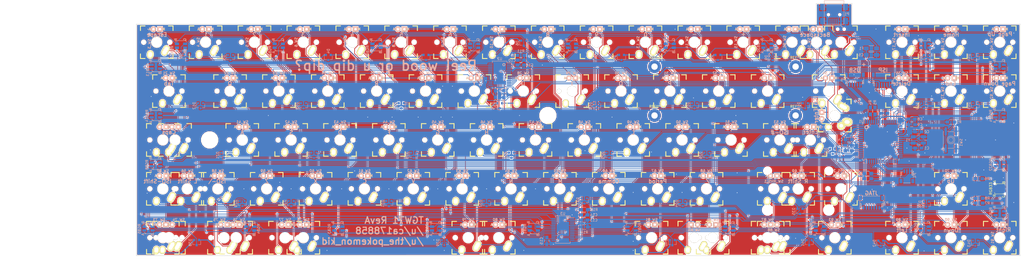
<source format=kicad_pcb>
(kicad_pcb (version 4) (host pcbnew 4.0.5)
  (layers (0 F.Cu signal) (31 B.Cu signal) (34 B.Paste user hide) (35 F.Paste user hide) (36 B.SilkS user) (37 F.SilkS user hide) (38 B.Mask user hide) (39 F.Mask user) (44 Edge.Cuts user))
  (net 0 "")
  (net 1 R1)
  (net 2 "Net-(D3-Pad2)")
  (net 3 "Net-(D4-Pad2)")
  (net 4 "Net-(D5-Pad2)")
  (net 5 "Net-(D6-Pad2)")
  (net 6 "Net-(D7-Pad2)")
  (net 7 "Net-(D8-Pad2)")
  (net 8 "Net-(D10-Pad2)")
  (net 9 "Net-(D12-Pad2)")
  (net 10 "Net-(D13-Pad2)")
  (net 11 "Net-(D14-Pad2)")
  (net 12 "Net-(D15-Pad2)")
  (net 13 "Net-(D16-Pad2)")
  (net 14 "Net-(D17-Pad2)")
  (net 15 "Net-(D18-Pad2)")
  (net 16 R2)
  (net 17 "Net-(D19-Pad2)")
  (net 18 "Net-(D21-Pad2)")
  (net 19 "Net-(D22-Pad2)")
  (net 20 "Net-(D23-Pad2)")
  (net 21 "Net-(D24-Pad2)")
  (net 22 "Net-(D25-Pad2)")
  (net 23 "Net-(D26-Pad2)")
  (net 24 "Net-(D27-Pad2)")
  (net 25 "Net-(D29-Pad2)")
  (net 26 "Net-(D30-Pad2)")
  (net 27 "Net-(D31-Pad2)")
  (net 28 "Net-(D32-Pad2)")
  (net 29 "Net-(D33-Pad2)")
  (net 30 "Net-(D34-Pad2)")
  (net 31 "Net-(D36-Pad2)")
  (net 32 R3)
  (net 33 "Net-(D38-Pad2)")
  (net 34 "Net-(D39-Pad2)")
  (net 35 "Net-(D40-Pad2)")
  (net 36 "Net-(D41-Pad2)")
  (net 37 "Net-(D42-Pad2)")
  (net 38 R4)
  (net 39 R5)
  (net 40 C1)
  (net 41 C2)
  (net 42 C3)
  (net 43 C4)
  (net 44 C5)
  (net 45 C6)
  (net 46 C7)
  (net 47 C8)
  (net 48 C9)
  (net 49 C10)
  (net 50 C11)
  (net 51 C12)
  (net 52 C13)
  (net 53 C14)
  (net 54 C15)
  (net 55 C16)
  (net 56 "Net-(C1-Pad1)")
  (net 57 GND)
  (net 58 "Net-(C2-Pad1)")
  (net 59 "Net-(C3-Pad1)")
  (net 60 "Net-(C4-Pad1)")
  (net 61 +5V)
  (net 62 "Net-(C12-Pad1)")
  (net 63 "Net-(C15-Pad1)")
  (net 64 USB-)
  (net 65 USB+)
  (net 66 MISO)
  (net 67 SCK)
  (net 68 MOSI)
  (net 69 RESET)
  (net 70 LED_SCL)
  (net 71 LED_SDA)
  (net 72 D-)
  (net 73 D+)
  (net 74 "Net-(R6-Pad1)")
  (net 75 PWM_RED)
  (net 76 "Net-(R7-Pad1)")
  (net 77 PWM_GREEN)
  (net 78 "Net-(R8-Pad1)")
  (net 79 PWM_BLUE)
  (net 80 "Net-(R11-Pad1)")
  (net 81 "Net-(R12-Pad1)")
  (net 82 "Net-(R13-Pad1)")
  (net 83 "Net-(R14-Pad1)")
  (net 84 L_CA9)
  (net 85 L_CA1)
  (net 86 L_CA8)
  (net 87 L_CA7)
  (net 88 L_CA6)
  (net 89 L_CA5)
  (net 90 L_CA4)
  (net 91 L_CA3)
  (net 92 L_CA2)
  (net 93 "Net-(U1-Pad9)")
  (net 94 "Net-(U1-Pad10)")
  (net 95 "Net-(U1-Pad14)")
  (net 96 "Net-(U1-Pad18)")
  (net 97 "Net-(U1-Pad19)")
  (net 98 "Net-(U1-Pad34)")
  (net 99 "Net-(U1-Pad39)")
  (net 100 "Net-(U1-Pad40)")
  (net 101 AUDIO)
  (net 102 "Net-(U1-Pad42)")
  (net 103 C18)
  (net 104 C17)
  (net 105 "Net-(U2-Pad4)")
  (net 106 L_CB1)
  (net 107 L_CB2)
  (net 108 L_CB3)
  (net 109 L_CB4)
  (net 110 L_CB5)
  (net 111 L_CB6)
  (net 112 L_CB7)
  (net 113 L_CB8)
  (net 114 L_CB9)
  (net 115 "Net-(U2-Pad17)")
  (net 116 R_CA9)
  (net 117 "Net-(U3-Pad4)")
  (net 118 R_CB1)
  (net 119 R_CB2)
  (net 120 R_CB3)
  (net 121 R_CB4)
  (net 122 R_CB5)
  (net 123 R_CB6)
  (net 124 R_CB7)
  (net 125 R_CB8)
  (net 126 R_CB9)
  (net 127 "Net-(U3-Pad17)")
  (net 128 R_CA1)
  (net 129 R_CA2)
  (net 130 R_CA3)
  (net 131 R_CA4)
  (net 132 R_CA5)
  (net 133 R_CA6)
  (net 134 R_CA7)
  (net 135 R_CA8)
  (net 136 TDI)
  (net 137 TDO)
  (net 138 TMS)
  (net 139 TCK)
  (net 140 VBUS)
  (net 141 "Net-(P1-Pad4)")
  (net 142 "Net-(P5-Pad4)")
  (net 143 "Net-(D2-Pad1)")
  (net 144 "Net-(D3-Pad1)")
  (net 145 "Net-(D4-Pad1)")
  (net 146 "Net-(D5-Pad1)")
  (net 147 "Net-(D6-Pad1)")
  (net 148 "Net-(D7-Pad1)")
  (net 149 "Net-(D8-Pad1)")
  (net 150 "Net-(D9-Pad1)")
  (net 151 "Net-(D10-Pad1)")
  (net 152 "Net-(D12-Pad1)")
  (net 153 "Net-(D13-Pad1)")
  (net 154 "Net-(D14-Pad1)")
  (net 155 "Net-(D15-Pad1)")
  (net 156 "Net-(D16-Pad1)")
  (net 157 "Net-(D17-Pad1)")
  (net 158 "Net-(D18-Pad1)")
  (net 159 "Net-(D19-Pad1)")
  (net 160 "Net-(D21-Pad1)")
  (net 161 "Net-(D22-Pad1)")
  (net 162 "Net-(D23-Pad1)")
  (net 163 "Net-(D24-Pad1)")
  (net 164 "Net-(D25-Pad1)")
  (net 165 "Net-(D26-Pad1)")
  (net 166 "Net-(D27-Pad1)")
  (net 167 "Net-(D29-Pad1)")
  (net 168 "Net-(D30-Pad1)")
  (net 169 "Net-(D31-Pad1)")
  (net 170 "Net-(D32-Pad1)")
  (net 171 "Net-(D33-Pad1)")
  (net 172 "Net-(D34-Pad1)")
  (net 173 "Net-(D35-Pad1)")
  (net 174 "Net-(D35-Pad2)")
  (net 175 "Net-(D36-Pad1)")
  (net 176 "Net-(D38-Pad1)")
  (net 177 "Net-(D39-Pad1)")
  (net 178 "Net-(D40-Pad1)")
  (net 179 "Net-(D41-Pad1)")
  (net 180 "Net-(D42-Pad1)")
  (net 181 "Net-(D2-Pad2)")
  (net 182 "Net-(D9-Pad2)")
  (net 183 C19)
  (net 184 "Net-(D44-Pad1)")
  (net 185 "Net-(D44-Pad2)")
  (net 186 "Net-(D45-Pad1)")
  (net 187 "Net-(D45-Pad2)")
  (net 188 "Net-(D43-Pad2)")
  (net 189 "Net-(U1-Pad33)")
  (module Keyboard:GNDVia-wRing (layer F.Cu) (at 403.352 78.359)
    (fp_text reference REF** hide)
    (fp_text value "GND Via" hide)
    (pad GND thru_hole circle (at 0 0) (size 0.6 0.6) (drill 0.3) (layers *.Cu) (net 57 GND))
  )
  (module Keyboard:GNDVia-wRing (layer F.Cu) (at 407.924 66.675)
    (fp_text reference REF** hide)
    (fp_text value "GND Via" hide)
    (pad GND thru_hole circle (at 0 0) (size 0.6 0.6) (drill 0.3) (layers *.Cu) (net 57 GND))
  )
  (module Keyboard:GNDVia-wRing (layer F.Cu) (at 410.972 81.407)
    (fp_text reference REF** hide)
    (fp_text value "GND Via" hide)
    (pad GND thru_hole circle (at 0 0) (size 0.6 0.6) (drill 0.3) (layers *.Cu) (net 57 GND))
  )
  (module Keyboard:GNDVia-wRing (layer F.Cu) (at 415.036 25.019)
    (fp_text reference REF** hide)
    (fp_text value "GND Via" hide)
    (pad GND thru_hole circle (at 0 0) (size 0.6 0.6) (drill 0.3) (layers *.Cu) (net 57 GND))
  )
  (module Keyboard:GNDVia-wRing (layer F.Cu) (at 415.036 60.071)
    (fp_text reference REF** hide)
    (fp_text value "GND Via" hide)
    (pad GND thru_hole circle (at 0 0) (size 0.6 0.6) (drill 0.3) (layers *.Cu) (net 57 GND))
  )
  (module Keyboard:GNDVia-wRing (layer F.Cu) (at 415.036 91.059)
    (fp_text reference REF** hide)
    (fp_text value "GND Via" hide)
    (pad GND thru_hole circle (at 0 0) (size 0.6 0.6) (drill 0.3) (layers *.Cu) (net 57 GND))
  )
  (module Keyboard:GNDVia-wRing (layer F.Cu) (at 415.036 109.945)
    (fp_text reference REF** hide)
    (fp_text value "GND Via" hide)
    (pad GND thru_hole circle (at 0 0) (size 0.6 0.6) (drill 0.3) (layers *.Cu) (net 57 GND))
  )
  (module Keyboard:GNDVia-wRing (layer F.Cu) (at 365.8235 93.1545)
    (fp_text reference REF** hide)
    (fp_text value "GND Via" hide)
    (pad GND thru_hole circle (at 0 0) (size 0.6 0.6) (drill 0.3) (layers *.Cu) (net 57 GND))
  )
  (module MXALPS (layer F.Cu) (at 345.28125 104.775 180)
    (fp_text reference SW_93 (at 0 7 180) (layer B.SilkS) (effects (font (thickness 0.2)) (justify mirror)))
    (fp_text value MX_LED hide)
    (fp_text user A (at 2.794 5.08 360) (layer B.SilkS) (effects (justify mirror)))
    (fp_text user K (at -2.794 5.08 360) (layer B.SilkS) (effects (justify mirror)))
    (fp_text user A (at 2.794 5.08 360) (layer F.SilkS))
    (fp_text user K (at -2.794 5.08 360) (layer F.SilkS))
    (pad "" np_thru_hole circle (at 0 0) (size 3.98781 3.98781) (drill 3.9878) (layers *.Cu *.Mask F.SilkS) (clearance 0.1524))
    (pad "" np_thru_hole circle (at -5.08 0) (size 1.70181 1.70181) (drill 1.7018) (layers *.Cu *.Mask F.SilkS) (clearance 0.1524))
    (pad "" np_thru_hole circle (at 5.08 0) (size 1.70181 1.70181) (drill 1.7018) (layers *.Cu *.Mask F.SilkS) (clearance 0.1524))
    (pad SW1 thru_hole oval (at -3.405 -3.27 330.95) (size 2.5 4.17) (drill oval 1.5 3.17) (layers *.Cu *.Mask F.SilkS) (net 55 C16))
    (pad SW2 thru_hole oval (at 2.52 -4.79 356.1) (size 2.5 3.08) (drill oval 1.5 2.08) (layers *.Cu *.Mask F.SilkS) (net 36 "Net-(D41-Pad2)"))
    (pad K thru_hole rect (at -1.27 5.08) (size 2 2) (drill 1) (layers *.Cu *.SilkS *.Mask) (net 109 L_CB4))
    (pad A thru_hole circle (at 1.27 5.08) (size 2 2) (drill 1) (layers *.Cu *.SilkS *.Mask) (net 112 L_CB7))
  )
  (module MXALPS (layer F.Cu) (at 409.575 47.625 180)
    (fp_text reference SW_92 (at 3.175 -0.635 270) (layer B.SilkS) (effects (font (thickness 0.2)) (justify mirror)))
    (fp_text value MX_LED hide)
    (fp_text user A (at 2.794 5.08 360) (layer B.SilkS) (effects (justify mirror)))
    (fp_text user K (at -2.794 5.08 360) (layer B.SilkS) (effects (justify mirror)))
    (fp_text user A (at 2.794 5.08 360) (layer F.SilkS))
    (fp_text user K (at -2.794 5.08 360) (layer F.SilkS))
    (pad "" np_thru_hole circle (at 0 0) (size 3.98781 3.98781) (drill 3.9878) (layers *.Cu *.Mask F.SilkS) (clearance 0.1524))
    (pad "" np_thru_hole circle (at -5.08 0) (size 1.70181 1.70181) (drill 1.7018) (layers *.Cu *.Mask F.SilkS) (clearance 0.1524))
    (pad "" np_thru_hole circle (at 5.08 0) (size 1.70181 1.70181) (drill 1.7018) (layers *.Cu *.Mask F.SilkS) (clearance 0.1524))
    (pad SW1 thru_hole oval (at -3.405 -3.27 330.95) (size 2.5 4.17) (drill oval 1.5 3.17) (layers *.Cu *.Mask F.SilkS) (net 183 C19))
    (pad SW2 thru_hole oval (at 2.52 -4.79 356.1) (size 2.5 3.08) (drill oval 1.5 2.08) (layers *.Cu *.Mask F.SilkS) (net 187 "Net-(D45-Pad2)"))
    (pad K thru_hole rect (at -1.27 5.08) (size 2 2) (drill 1) (layers *.Cu *.SilkS *.Mask) (net 106 L_CB1))
    (pad A thru_hole circle (at 1.27 5.08) (size 2 2) (drill 1) (layers *.Cu *.SilkS *.Mask) (net 112 L_CB7))
  )
  (module MXALPS (layer F.Cu) (at 409.575 28.575 180)
    (fp_text reference SW_40 (at 3.175 -0.635 270) (layer B.SilkS) (effects (font (thickness 0.2)) (justify mirror)))
    (fp_text value MX_LED hide)
    (fp_text user A (at 2.794 5.08 360) (layer B.SilkS) (effects (justify mirror)))
    (fp_text user K (at -2.794 5.08 360) (layer B.SilkS) (effects (justify mirror)))
    (fp_text user A (at 2.794 5.08 360) (layer F.SilkS))
    (fp_text user K (at -2.794 5.08 360) (layer F.SilkS))
    (pad "" np_thru_hole circle (at 0 0) (size 3.98781 3.98781) (drill 3.9878) (layers *.Cu *.Mask F.SilkS) (clearance 0.1524))
    (pad "" np_thru_hole circle (at -5.08 0) (size 1.70181 1.70181) (drill 1.7018) (layers *.Cu *.Mask F.SilkS) (clearance 0.1524))
    (pad "" np_thru_hole circle (at 5.08 0) (size 1.70181 1.70181) (drill 1.7018) (layers *.Cu *.Mask F.SilkS) (clearance 0.1524))
    (pad SW1 thru_hole oval (at -3.405 -3.27 330.95) (size 2.5 4.17) (drill oval 1.5 3.17) (layers *.Cu *.Mask F.SilkS) (net 183 C19))
    (pad SW2 thru_hole oval (at 2.52 -4.79 356.1) (size 2.5 3.08) (drill oval 1.5 2.08) (layers *.Cu *.Mask F.SilkS) (net 185 "Net-(D44-Pad2)"))
    (pad K thru_hole rect (at -1.27 5.08) (size 2 2) (drill 1) (layers *.Cu *.SilkS *.Mask) (net 106 L_CB1))
    (pad A thru_hole circle (at 1.27 5.08) (size 2 2) (drill 1) (layers *.Cu *.SilkS *.Mask) (net 110 L_CB5))
  )
  (module Keyboard:GNDVia-wRing (layer F.Cu) (at 188.976 105.664)
    (fp_text reference REF** hide)
    (fp_text value "GND Via" hide)
    (pad GND thru_hole circle (at 0 0) (size 0.6 0.6) (drill 0.3) (layers *.Cu) (net 57 GND))
  )
  (module Keyboard:GNDVia-wRing (layer F.Cu) (at 193.04 109.728)
    (fp_text reference REF** hide)
    (fp_text value "GND Via" hide)
    (pad GND thru_hole circle (at 0 0) (size 0.6 0.6) (drill 0.3) (layers *.Cu) (net 57 GND))
  )
  (module Keyboard:GNDVia-wRing (layer F.Cu) (at 147.32 109.728)
    (fp_text reference REF** hide)
    (fp_text value "GND Via" hide)
    (pad GND thru_hole circle (at 0 0) (size 0.6 0.6) (drill 0.3) (layers *.Cu) (net 57 GND))
  )
  (module Keyboard:GNDVia-wRing (layer F.Cu) (at 147.32 106.68)
    (fp_text reference REF** hide)
    (fp_text value "GND Via" hide)
    (pad GND thru_hole circle (at 0 0) (size 0.6 0.6) (drill 0.3) (layers *.Cu) (net 57 GND))
  )
  (module Keyboard:GNDVia-wRing (layer F.Cu) (at 266.7 106.172)
    (fp_text reference REF** hide)
    (fp_text value "GND Via" hide)
    (pad GND thru_hole circle (at 0 0) (size 0.6 0.6) (drill 0.3) (layers *.Cu) (net 57 GND))
  )
  (module Keyboard:GNDVia-wRing (layer F.Cu) (at 224.028 105.664)
    (fp_text reference REF** hide)
    (fp_text value "GND Via" hide)
    (pad GND thru_hole circle (at 0 0) (size 0.6 0.6) (drill 0.3) (layers *.Cu) (net 57 GND))
  )
  (module Keyboard:GNDVia-wRing (layer F.Cu) (at 224.028 109.728)
    (fp_text reference REF** hide)
    (fp_text value "GND Via" hide)
    (pad GND thru_hole circle (at 0 0) (size 0.6 0.6) (drill 0.3) (layers *.Cu) (net 57 GND))
  )
  (module Keyboard:GNDVia-wRing (layer F.Cu) (at 266.7 109.728)
    (fp_text reference REF** hide)
    (fp_text value "GND Via" hide)
    (pad GND thru_hole circle (at 0 0) (size 0.6 0.6) (drill 0.3) (layers *.Cu) (net 57 GND))
  )
  (module Keyboard:GNDVia-wRing (layer F.Cu) (at 209.2452 43.5864)
    (fp_text reference REF** hide)
    (fp_text value "GND Via" hide)
    (pad GND thru_hole circle (at 0 0) (size 0.6 0.6) (drill 0.3) (layers *.Cu) (net 57 GND))
  )
  (module Keyboard:GNDVia-wRing (layer F.Cu) (at 213.9696 34.9504)
    (fp_text reference REF** hide)
    (fp_text value "GND Via" hide)
    (pad GND thru_hole circle (at 0 0) (size 0.6 0.6) (drill 0.3) (layers *.Cu) (net 57 GND))
  )
  (module Keyboard:GNDVia-wRing (layer F.Cu) (at 352.75 34.75)
    (fp_text reference REF** hide)
    (fp_text value "GND Via" hide)
    (pad GND thru_hole circle (at 0 0) (size 0.6 0.6) (drill 0.3) (layers *.Cu) (net 57 GND))
  )
  (module Keyboard:GNDVia-wRing (layer F.Cu) (at 352.75 41.25)
    (fp_text reference REF** hide)
    (fp_text value "GND Via" hide)
    (pad GND thru_hole circle (at 0 0) (size 0.6 0.6) (drill 0.3) (layers *.Cu) (net 57 GND))
  )
  (module Keyboard:GNDVia-wRing (layer F.Cu) (at 347.5 41.25)
    (fp_text reference REF** hide)
    (fp_text value "GND Via" hide)
    (pad GND thru_hole circle (at 0 0) (size 0.6 0.6) (drill 0.3) (layers *.Cu) (net 57 GND))
  )
  (module Keyboard:GNDVia-wRing (layer F.Cu) (at 349.5 44.5)
    (fp_text reference REF** hide)
    (fp_text value "GND Via" hide)
    (pad GND thru_hole circle (at 0 0) (size 0.6 0.6) (drill 0.3) (layers *.Cu) (net 57 GND))
  )
  (module Keyboard:GNDVia-wRing (layer F.Cu) (at 357.25 56)
    (fp_text reference REF** hide)
    (fp_text value "GND Via" hide)
    (pad GND thru_hole circle (at 0 0) (size 0.6 0.6) (drill 0.3) (layers *.Cu) (net 57 GND))
  )
  (module Keyboard:GNDVia-wRing (layer F.Cu) (at 358.75 48.25)
    (fp_text reference REF** hide)
    (fp_text value "GND Via" hide)
    (pad GND thru_hole circle (at 0 0) (size 0.6 0.6) (drill 0.3) (layers *.Cu) (net 57 GND))
  )
  (module Keyboard:GNDVia-wRing (layer F.Cu) (at 350 50.038)
    (fp_text reference REF** hide)
    (fp_text value "GND Via" hide)
    (pad GND thru_hole circle (at 0 0) (size 0.6 0.6) (drill 0.3) (layers *.Cu) (net 57 GND))
  )
  (module Keyboard:GNDVia-wRing (layer F.Cu) (at 283 23.5)
    (fp_text reference REF** hide)
    (fp_text value "GND Via" hide)
    (pad GND thru_hole circle (at 0 0) (size 0.6 0.6) (drill 0.3) (layers *.Cu) (net 57 GND))
  )
  (module Keyboard:GNDVia-wRing (layer F.Cu) (at 129.5 23.5)
    (fp_text reference REF** hide)
    (fp_text value "GND Via" hide)
    (pad GND thru_hole circle (at 0 0) (size 0.6 0.6) (drill 0.3) (layers *.Cu) (net 57 GND))
  )
  (module Keyboard:GNDVia-wRing (layer F.Cu) (at 77.5 23.5)
    (fp_text reference REF** hide)
    (fp_text value "GND Via" hide)
    (pad GND thru_hole circle (at 0 0) (size 0.6 0.6) (drill 0.3) (layers *.Cu) (net 57 GND))
  )
  (module Keyboard:GNDVia-wRing (layer F.Cu) (at 245 80)
    (fp_text reference REF** hide)
    (fp_text value "GND Via" hide)
    (pad GND thru_hole circle (at 0 0) (size 0.6 0.6) (drill 0.3) (layers *.Cu) (net 57 GND))
  )
  (module Keyboard:GNDVia-wRing (layer F.Cu) (at 283.5 80)
    (fp_text reference REF** hide)
    (fp_text value "GND Via" hide)
    (pad GND thru_hole circle (at 0 0) (size 0.6 0.6) (drill 0.3) (layers *.Cu) (net 57 GND))
  )
  (module Keyboard:GNDVia-wRing (layer F.Cu) (at 307.213 79.5)
    (fp_text reference REF** hide)
    (fp_text value "GND Via" hide)
    (pad GND thru_hole circle (at 0 0) (size 0.6 0.6) (drill 0.3) (layers *.Cu) (net 57 GND))
  )
  (module Keyboard:GNDVia-wRing (layer F.Cu) (at 366.5 109.5)
    (fp_text reference REF** hide)
    (fp_text value "GND Via" hide)
    (pad GND thru_hole circle (at 0 0) (size 0.6 0.6) (drill 0.3) (layers *.Cu) (net 57 GND))
  )
  (module Keyboard:GNDVia-wRing (layer F.Cu) (at 338 105)
    (fp_text reference REF** hide)
    (fp_text value "GND Via" hide)
    (pad GND thru_hole circle (at 0 0) (size 0.6 0.6) (drill 0.3) (layers *.Cu) (net 57 GND))
  )
  (module Keyboard:GNDVia-wRing (layer F.Cu) (at 330 105)
    (fp_text reference REF** hide)
    (fp_text value "GND Via" hide)
    (pad GND thru_hole circle (at 0 0) (size 0.6 0.6) (drill 0.3) (layers *.Cu) (net 57 GND))
  )
  (module Keyboard:GNDVia-wRing (layer F.Cu) (at 355.073 74.695)
    (fp_text reference REF** hide)
    (fp_text value "GND Via" hide)
    (pad GND thru_hole circle (at 0 0) (size 0.6 0.6) (drill 0.3) (layers *.Cu) (net 57 GND))
  )
  (module Keyboard:GNDVia-wRing (layer F.Cu) (at 359.823 85.945)
    (fp_text reference REF** hide)
    (fp_text value "GND Via" hide)
    (pad GND thru_hole circle (at 0 0) (size 0.6 0.6) (drill 0.3) (layers *.Cu) (net 57 GND))
  )
  (module Keyboard:GNDVia-wRing (layer F.Cu) (at 352.823 91.445)
    (fp_text reference REF** hide)
    (fp_text value "GND Via" hide)
    (pad GND thru_hole circle (at 0 0) (size 0.6 0.6) (drill 0.3) (layers *.Cu) (net 57 GND))
  )
  (module Keyboard:GNDVia-wRing (layer F.Cu) (at 371.073 40.945)
    (fp_text reference REF** hide)
    (fp_text value "GND Via" hide)
    (pad GND thru_hole circle (at 0 0) (size 0.6 0.6) (drill 0.3) (layers *.Cu) (net 57 GND))
  )
  (module Keyboard:GNDVia-wRing (layer F.Cu) (at 366.573 41.445)
    (fp_text reference REF** hide)
    (fp_text value "GND Via" hide)
    (pad GND thru_hole circle (at 0 0) (size 0.6 0.6) (drill 0.3) (layers *.Cu) (net 57 GND))
  )
  (module Keyboard:GNDVia-wRing (layer F.Cu) (at 361.323 23.445)
    (fp_text reference REF** hide)
    (fp_text value "GND Via" hide)
    (pad GND thru_hole circle (at 0 0) (size 0.6 0.6) (drill 0.3) (layers *.Cu) (net 57 GND))
  )
  (module Keyboard:GNDVia-wRing (layer F.Cu) (at 377.698 52.578)
    (fp_text reference REF** hide)
    (fp_text value "GND Via" hide)
    (pad GND thru_hole circle (at 0 0) (size 0.6 0.6) (drill 0.3) (layers *.Cu) (net 57 GND))
  )
  (module Keyboard:GNDVia-wRing (layer F.Cu) (at 332.74 50.038)
    (fp_text reference REF** hide)
    (fp_text value "GND Via" hide)
    (pad GND thru_hole circle (at 0 0) (size 0.6 0.6) (drill 0.3) (layers *.Cu) (net 57 GND))
  )
  (module Keyboard:GNDVia-wRing (layer F.Cu) (at 290.195 50.292)
    (fp_text reference REF** hide)
    (fp_text value "GND Via" hide)
    (pad GND thru_hole circle (at 0 0) (size 0.6 0.6) (drill 0.3) (layers *.Cu) (net 57 GND))
  )
  (module Keyboard:GNDVia-wRing (layer F.Cu) (at 249.555 51.308)
    (fp_text reference REF** hide)
    (fp_text value "GND Via" hide)
    (pad GND thru_hole circle (at 0 0) (size 0.6 0.6) (drill 0.3) (layers *.Cu) (net 57 GND))
  )
  (module Keyboard:GNDVia-wRing (layer F.Cu) (at 307.213 87.249)
    (fp_text reference REF** hide)
    (fp_text value "GND Via" hide)
    (pad GND thru_hole circle (at 0 0) (size 0.6 0.6) (drill 0.3) (layers *.Cu) (net 57 GND))
  )
  (module Keyboard:GNDVia-wRing (layer F.Cu) (at 251.46 95.377)
    (fp_text reference REF** hide)
    (fp_text value "GND Via" hide)
    (pad GND thru_hole circle (at 0 0) (size 0.6 0.6) (drill 0.3) (layers *.Cu) (net 57 GND))
  )
  (module Keyboard:GNDVia-wRing (layer F.Cu) (at 375.92 78.994)
    (fp_text reference REF** hide)
    (fp_text value "GND Via" hide)
    (pad GND thru_hole circle (at 0 0) (size 0.6 0.6) (drill 0.3) (layers *.Cu) (net 57 GND))
  )
  (module MXALPS (layer F.Cu) (at 347.6625 85.725 180)
    (fp_text reference SW_RHS_2 (at -0.8255 7 180) (layer B.SilkS) (effects (font (thickness 0.2)) (justify mirror)))
    (fp_text value MX_LED hide)
    (fp_text user A (at 2.794 5.08 360) (layer B.SilkS) (effects (justify mirror)))
    (fp_text user K (at -2.794 5.08 360) (layer B.SilkS) (effects (justify mirror)))
    (fp_text user A (at 2.794 5.08 360) (layer F.SilkS))
    (fp_text user K (at -2.794 5.08 360) (layer F.SilkS))
    (pad "" np_thru_hole circle (at 0 0) (size 3.98781 3.98781) (drill 3.9878) (layers *.Cu *.Mask F.SilkS) (clearance 0.1524))
    (pad "" np_thru_hole circle (at -5.08 0) (size 1.70181 1.70181) (drill 1.7018) (layers *.Cu *.Mask F.SilkS) (clearance 0.1524))
    (pad "" np_thru_hole circle (at 5.08 0) (size 1.70181 1.70181) (drill 1.7018) (layers *.Cu *.Mask F.SilkS) (clearance 0.1524))
    (pad SW1 thru_hole oval (at -3.405 -3.27 330.95) (size 2.5 4.17) (drill oval 1.5 3.17) (layers *.Cu *.Mask F.SilkS) (net 55 C16))
    (pad SW2 thru_hole oval (at 2.52 -4.79 356.1) (size 2.5 3.08) (drill oval 1.5 2.08) (layers *.Cu *.Mask F.SilkS) (net 174 "Net-(D35-Pad2)"))
    (pad K thru_hole rect (at -1.27 5.08) (size 2 2) (drill 1) (layers *.Cu *.SilkS *.Mask) (net 108 L_CB3))
    (pad A thru_hole circle (at 1.27 5.08) (size 2 2) (drill 1) (layers *.Cu *.SilkS *.Mask) (net 110 L_CB5))
  )
  (module MXALPS (layer F.Cu) (at 321.46875 85.725 180)
    (fp_text reference SW_RHS_1 (at 0 2.921 180) (layer B.SilkS) (effects (font (thickness 0.2)) (justify mirror)))
    (fp_text value MX_LED hide)
    (fp_text user A (at 2.794 5.08 360) (layer B.SilkS) (effects (justify mirror)))
    (fp_text user K (at -2.794 5.08 360) (layer B.SilkS) (effects (justify mirror)))
    (fp_text user A (at 2.794 5.08 360) (layer F.SilkS))
    (fp_text user K (at -2.794 5.08 360) (layer F.SilkS))
    (pad "" np_thru_hole circle (at 0 0) (size 3.98781 3.98781) (drill 3.9878) (layers *.Cu *.Mask F.SilkS) (clearance 0.1524))
    (pad "" np_thru_hole circle (at -5.08 0) (size 1.70181 1.70181) (drill 1.7018) (layers *.Cu *.Mask F.SilkS) (clearance 0.1524))
    (pad "" np_thru_hole circle (at 5.08 0) (size 1.70181 1.70181) (drill 1.7018) (layers *.Cu *.Mask F.SilkS) (clearance 0.1524))
    (pad SW1 thru_hole oval (at -3.405 -3.27 330.95) (size 2.5 4.17) (drill oval 1.5 3.17) (layers *.Cu *.Mask F.SilkS) (net 54 C15))
    (pad SW2 thru_hole oval (at 2.52 -4.79 356.1) (size 2.5 3.08) (drill oval 1.5 2.08) (layers *.Cu *.Mask F.SilkS) (net 173 "Net-(D35-Pad1)"))
    (pad K thru_hole rect (at -1.27 5.08) (size 2 2) (drill 1) (layers *.Cu *.SilkS *.Mask) (net 109 L_CB4))
    (pad A thru_hole circle (at 1.27 5.08) (size 2 2) (drill 1) (layers *.Cu *.SilkS *.Mask) (net 110 L_CB5))
  )
  (module MXALPS (layer F.Cu) (at 328.6125 28.575 180)
    (fp_text reference SW_BS_1 (at 2.8575 -0.635 270) (layer B.SilkS) (effects (font (thickness 0.2)) (justify mirror)))
    (fp_text value MX_LED hide)
    (fp_text user A (at 2.794 5.08 360) (layer B.SilkS) (effects (justify mirror)))
    (fp_text user K (at -2.794 5.08 360) (layer B.SilkS) (effects (justify mirror)))
    (fp_text user A (at 2.794 5.08 360) (layer F.SilkS))
    (fp_text user K (at -2.794 5.08 360) (layer F.SilkS))
    (pad "" np_thru_hole circle (at 0 0) (size 3.98781 3.98781) (drill 3.9878) (layers *.Cu *.Mask F.SilkS) (clearance 0.1524))
    (pad "" np_thru_hole circle (at -5.08 0) (size 1.70181 1.70181) (drill 1.7018) (layers *.Cu *.Mask F.SilkS) (clearance 0.1524))
    (pad "" np_thru_hole circle (at 5.08 0) (size 1.70181 1.70181) (drill 1.7018) (layers *.Cu *.Mask F.SilkS) (clearance 0.1524))
    (pad SW1 thru_hole oval (at -3.405 -3.27 330.95) (size 2.5 4.17) (drill oval 1.5 3.17) (layers *.Cu *.Mask F.SilkS) (net 55 C16))
    (pad SW2 thru_hole oval (at 2.52 -4.79 356.1) (size 2.5 3.08) (drill oval 1.5 2.08) (layers *.Cu *.Mask F.SilkS) (net 150 "Net-(D9-Pad1)"))
    (pad K thru_hole rect (at -1.27 5.08) (size 2 2) (drill 1) (layers *.Cu *.SilkS *.Mask) (net 107 L_CB2))
    (pad A thru_hole circle (at 1.27 5.08) (size 2 2) (drill 1) (layers *.Cu *.SilkS *.Mask) (net 106 L_CB1))
  )
  (module Keyboard:GNDVia-wRing (layer F.Cu) (at 247.904 70.866)
    (fp_text reference REF** hide)
    (fp_text value "GND Via" hide)
    (pad GND thru_hole circle (at 0 0) (size 0.6 0.6) (drill 0.3) (layers *.Cu) (net 57 GND))
  )
  (module Keyboard:GNDVia-wRing (layer F.Cu) (at 273.812 71.374)
    (fp_text reference REF** hide)
    (fp_text value "GND Via" hide)
    (pad GND thru_hole circle (at 0 0) (size 0.6 0.6) (drill 0.3) (layers *.Cu) (net 57 GND))
  )
  (module Keyboard:GNDVia-wRing (layer F.Cu) (at 350.823 57.195)
    (fp_text reference REF** hide)
    (fp_text value "GND Via" hide)
    (pad GND thru_hole circle (at 0 0) (size 0.6 0.6) (drill 0.3) (layers *.Cu) (net 57 GND))
  )
  (module Keyboard:GNDVia-wRing (layer F.Cu) (at 383.032 49.53)
    (fp_text reference REF** hide)
    (fp_text value "GND Via" hide)
    (pad GND thru_hole circle (at 0 0) (size 0.6 0.6) (drill 0.3) (layers *.Cu) (net 57 GND))
  )
  (module Keyboard:GNDVia-wRing (layer F.Cu) (at 396.24 66.675)
    (fp_text reference REF** hide)
    (fp_text value "GND Via" hide)
    (pad GND thru_hole circle (at 0 0) (size 0.6 0.6) (drill 0.3) (layers *.Cu) (net 57 GND))
  )
  (module Keyboard:GNDVia-wRing (layer F.Cu) (at 380.073 109.945)
    (fp_text reference REF** hide)
    (fp_text value "GND Via" hide)
    (pad GND thru_hole circle (at 0 0) (size 0.6 0.6) (drill 0.3) (layers *.Cu) (net 57 GND))
  )
  (module Keyboard:GNDVia-wRing (layer F.Cu) (at 231.267 37.465)
    (fp_text reference REF** hide)
    (fp_text value "GND Via" hide)
    (pad GND thru_hole circle (at 0 0) (size 0.6 0.6) (drill 0.3) (layers *.Cu) (net 57 GND))
  )
  (module Keyboard:GNDVia-wRing (layer F.Cu) (at 222.377 57.15)
    (fp_text reference REF** hide)
    (fp_text value "GND Via" hide)
    (pad GND thru_hole circle (at 0 0) (size 0.6 0.6) (drill 0.3) (layers *.Cu) (net 57 GND))
  )
  (module Keyboard:GNDVia-wRing (layer F.Cu) (at 192.405 45.72)
    (fp_text reference REF** hide)
    (fp_text value "GND Via" hide)
    (pad GND thru_hole circle (at 0 0) (size 0.6 0.6) (drill 0.3) (layers *.Cu) (net 57 GND))
  )
  (module Keyboard:GNDVia-wRing (layer F.Cu) (at 196.215 45.72)
    (fp_text reference REF** hide)
    (fp_text value "GND Via" hide)
    (pad GND thru_hole circle (at 0 0) (size 0.6 0.6) (drill 0.3) (layers *.Cu) (net 57 GND))
  )
  (module Keyboard:GNDVia-wRing (layer F.Cu) (at 196.215 57.785)
    (fp_text reference REF** hide)
    (fp_text value "GND Via" hide)
    (pad GND thru_hole circle (at 0 0) (size 0.6 0.6) (drill 0.3) (layers *.Cu) (net 57 GND))
  )
  (module Keyboard:GNDVia-wRing (layer F.Cu) (at 172.72 57.785)
    (fp_text reference REF** hide)
    (fp_text value "GND Via" hide)
    (pad GND thru_hole circle (at 0 0) (size 0.6 0.6) (drill 0.3) (layers *.Cu) (net 57 GND))
  )
  (module Keyboard:GNDVia-wRing (layer F.Cu) (at 191.77 57.785)
    (fp_text reference REF** hide)
    (fp_text value "GND Via" hide)
    (pad GND thru_hole circle (at 0 0) (size 0.6 0.6) (drill 0.3) (layers *.Cu) (net 57 GND))
  )
  (module Keyboard:GNDVia-wRing (layer F.Cu) (at 158.115 78.74)
    (fp_text reference REF** hide)
    (fp_text value "GND Via" hide)
    (pad GND thru_hole circle (at 0 0) (size 0.6 0.6) (drill 0.3) (layers *.Cu) (net 57 GND))
  )
  (module Keyboard:GNDVia-wRing (layer F.Cu) (at 90.17 73.025)
    (fp_text reference REF** hide)
    (fp_text value "GND Via" hide)
    (pad GND thru_hole circle (at 0 0) (size 0.6 0.6) (drill 0.3) (layers *.Cu) (net 57 GND))
  )
  (module Keyboard:GNDVia-wRing (layer F.Cu) (at 97.79 94.615)
    (fp_text reference REF** hide)
    (fp_text value "GND Via" hide)
    (pad GND thru_hole circle (at 0 0) (size 0.6 0.6) (drill 0.3) (layers *.Cu) (net 57 GND))
  )
  (module Keyboard:GNDVia-wRing (layer F.Cu) (at 128.905 83.185)
    (fp_text reference REF** hide)
    (fp_text value "GND Via" hide)
    (pad GND thru_hole circle (at 0 0) (size 0.6 0.6) (drill 0.3) (layers *.Cu) (net 57 GND))
  )
  (module Keyboard:GNDVia-wRing (layer F.Cu) (at 204.47 24.765)
    (fp_text reference REF** hide)
    (fp_text value "GND Via" hide)
    (pad GND thru_hole circle (at 0 0) (size 0.6 0.6) (drill 0.3) (layers *.Cu) (net 57 GND))
  )
  (module Keyboard:GNDVia-wRing (layer F.Cu) (at 373.507 64.643)
    (fp_text reference REF** hide)
    (fp_text value "GND Via" hide)
    (pad GND thru_hole circle (at 0 0) (size 0.6 0.6) (drill 0.3) (layers *.Cu) (net 57 GND))
  )
  (module Keyboard:GNDVia-wRing (layer F.Cu) (at 374.269 74.93)
    (fp_text reference REF** hide)
    (fp_text value "GND Via" hide)
    (pad GND thru_hole circle (at 0 0) (size 0.6 0.6) (drill 0.3) (layers *.Cu) (net 57 GND))
  )
  (module Keyboard:GNDVia-wRing (layer F.Cu) (at 361.188 77.089)
    (fp_text reference REF** hide)
    (fp_text value "GND Via" hide)
    (pad GND thru_hole circle (at 0 0) (size 0.6 0.6) (drill 0.3) (layers *.Cu) (net 57 GND))
  )
  (module Keyboard:GNDVia-wRing (layer F.Cu) (at 77.216 87.4395)
    (fp_text reference REF** hide)
    (fp_text value "GND Via" hide)
    (pad GND thru_hole circle (at 0 0) (size 0.6 0.6) (drill 0.3) (layers *.Cu) (net 57 GND))
  )
  (module Keyboard:GNDVia-wRing (layer F.Cu) (at 78.486 80.01)
    (fp_text reference REF** hide)
    (fp_text value "GND Via" hide)
    (pad GND thru_hole circle (at 0 0) (size 0.6 0.6) (drill 0.3) (layers *.Cu) (net 57 GND))
  )
  (module Keyboard:GNDVia-wRing (layer F.Cu) (at 78.486 70.5485)
    (fp_text reference REF** hide)
    (fp_text value "GND Via" hide)
    (pad GND thru_hole circle (at 0 0) (size 0.6 0.6) (drill 0.3) (layers *.Cu) (net 57 GND))
  )
  (module Keyboard:GNDVia-wRing (layer F.Cu) (at 78.8035 60.6425)
    (fp_text reference REF** hide)
    (fp_text value "GND Via" hide)
    (pad GND thru_hole circle (at 0 0) (size 0.6 0.6) (drill 0.3) (layers *.Cu) (net 57 GND))
  )
  (module Keyboard:GNDVia-wRing (layer F.Cu) (at 78.8035 49.7205)
    (fp_text reference REF** hide)
    (fp_text value "GND Via" hide)
    (pad GND thru_hole circle (at 0 0) (size 0.6 0.6) (drill 0.3) (layers *.Cu) (net 57 GND))
  )
  (module MXALPS (layer F.Cu) (at 83.34375 66.675 180)
    (fp_text reference SW_CAPS_1 hide)
    (fp_text value MX_LED hide)
    (pad "" np_thru_hole circle (at 0 0) (size 3.98781 3.98781) (drill 3.9878) (layers *.Cu *.Mask F.SilkS) (clearance 0.1524))
    (pad "" np_thru_hole circle (at -5.08 0) (size 1.70181 1.70181) (drill 1.7018) (layers *.Cu *.Mask F.SilkS) (clearance 0.1524))
    (pad "" np_thru_hole circle (at 5.08 0) (size 1.70181 1.70181) (drill 1.7018) (layers *.Cu *.Mask F.SilkS) (clearance 0.1524))
    (pad SW1 thru_hole oval (at -3.405 -3.27 330.95) (size 2.5 4.17) (drill oval 1.5 3.17) (layers *.Cu *.Mask F.SilkS) (net 160 "Net-(D21-Pad1)"))
    (pad SW2 thru_hole oval (at 2.52 -4.79 356.1) (size 2.5 3.08) (drill oval 1.5 2.08) (layers *.Cu *.Mask F.SilkS) (net 42 C3))
    (pad K thru_hole rect (at -1.27 5.08) (size 2 2) (drill 1) (layers *.Cu *.SilkS *.Mask) (net 87 L_CA7))
    (pad A thru_hole circle (at 1.27 5.08) (size 2 2) (drill 1) (layers *.Cu *.SilkS *.Mask) (net 91 L_CA3))
  )
  (module Keyboard:SMP4-RGB (layer B.Cu) (at 80.645 38.1 270)
    (fp_text reference RGB13 (at 1.27 3.175 270) (layer B.SilkS) (effects (justify mirror)))
    (fp_text value Led_RGB_CA hide)
    (fp_text user R (at -2.5 2 270) (layer B.SilkS) (effects (justify mirror)))
    (fp_text user B (at 2.5 -1.6 270) (layer B.SilkS) (effects (justify mirror)))
    (fp_text user G (at -2.5 -1.5 270) (layer B.SilkS) (effects (justify mirror)))
    (fp_text user A (at 2.5 2 270) (layer B.SilkS) (effects (justify mirror)))
    (pad 1 smd rect (at 0.75 1.6 180) (size 1.6 1) (layers B.Cu B.Paste B.Mask) (net 132 R_CA5))
    (pad 2 smd rect (at -0.75 1.6 180) (size 1.6 1) (layers B.Cu B.Paste B.Mask) (net 116 R_CA9))
    (pad 4 smd rect (at 0.75 -1.6 180) (size 1.6 1) (layers B.Cu B.Paste B.Mask) (net 134 R_CA7))
    (pad 3 smd rect (at -0.75 -1.6 180) (size 1.6 1) (layers B.Cu B.Paste B.Mask) (net 135 R_CA8))
  )
  (module Keyboard:SMP4-RGB (layer B.Cu) (at 80.645 57.15 270)
    (fp_text reference RGB14 (at 0.1 3.5 270) (layer B.SilkS) (effects (justify mirror)))
    (fp_text value Led_RGB_CA hide)
    (fp_text user R (at -2.5 2 270) (layer B.SilkS) (effects (justify mirror)))
    (fp_text user B (at 2.5 -1.6 270) (layer B.SilkS) (effects (justify mirror)))
    (fp_text user G (at -2.5 -1.5 270) (layer B.SilkS) (effects (justify mirror)))
    (fp_text user A (at 2.5 2 270) (layer B.SilkS) (effects (justify mirror)))
    (pad 1 smd rect (at 0.75 1.6 180) (size 1.6 1) (layers B.Cu B.Paste B.Mask) (net 133 R_CA6))
    (pad 2 smd rect (at -0.75 1.6 180) (size 1.6 1) (layers B.Cu B.Paste B.Mask) (net 116 R_CA9))
    (pad 4 smd rect (at 0.75 -1.6 180) (size 1.6 1) (layers B.Cu B.Paste B.Mask) (net 134 R_CA7))
    (pad 3 smd rect (at -0.75 -1.6 180) (size 1.6 1) (layers B.Cu B.Paste B.Mask) (net 135 R_CA8))
  )
  (module Keyboard:SMP4-RGB (layer B.Cu) (at 80.645 76.2 270)
    (fp_text reference RGB8 (at 0.1 3.5 270) (layer B.SilkS) (effects (justify mirror)))
    (fp_text value Led_RGB_CA hide)
    (fp_text user R (at -2.5 2 270) (layer B.SilkS) (effects (justify mirror)))
    (fp_text user B (at 2.5 -1.6 270) (layer B.SilkS) (effects (justify mirror)))
    (fp_text user G (at -2.5 -1.5 270) (layer B.SilkS) (effects (justify mirror)))
    (fp_text user A (at 2.5 2 270) (layer B.SilkS) (effects (justify mirror)))
    (pad 1 smd rect (at 0.75 1.6 180) (size 1.6 1) (layers B.Cu B.Paste B.Mask) (net 116 R_CA9))
    (pad 2 smd rect (at -0.75 1.6 180) (size 1.6 1) (layers B.Cu B.Paste B.Mask) (net 128 R_CA1))
    (pad 4 smd rect (at 0.75 -1.6 180) (size 1.6 1) (layers B.Cu B.Paste B.Mask) (net 130 R_CA3))
    (pad 3 smd rect (at -0.75 -1.6 180) (size 1.6 1) (layers B.Cu B.Paste B.Mask) (net 129 R_CA2))
  )
  (module Keyboard:GNDVia-wRing (layer F.Cu) (at 163.195 57.785)
    (fp_text reference REF** hide)
    (fp_text value "GND Via" hide)
    (pad GND thru_hole circle (at 0 0) (size 0.6 0.6) (drill 0.3) (layers *.Cu) (net 57 GND))
  )
  (module Keyboard:GNDVia-wRing (layer F.Cu) (at 124.46 57.15)
    (fp_text reference REF** hide)
    (fp_text value "GND Via" hide)
    (pad GND thru_hole circle (at 0 0) (size 0.6 0.6) (drill 0.3) (layers *.Cu) (net 57 GND))
  )
  (module Keyboard:GNDVia-wRing (layer F.Cu) (at 78.74 41.275)
    (fp_text reference REF** hide)
    (fp_text value "GND Via" hide)
    (pad GND thru_hole circle (at 0 0) (size 0.6 0.6) (drill 0.3) (layers *.Cu) (net 57 GND))
  )
  (module Keyboard:GNDVia-wRing (layer F.Cu) (at 342.9 25.4)
    (fp_text reference REF** hide)
    (fp_text value "GND Via" hide)
    (pad GND thru_hole circle (at 0 0) (size 0.6 0.6) (drill 0.3) (layers *.Cu) (net 57 GND))
  )
  (module Keyboard:GNDVia-wRing (layer F.Cu) (at 377.825 26.035)
    (fp_text reference REF** hide)
    (fp_text value "GND Via" hide)
    (pad GND thru_hole circle (at 0 0) (size 0.6 0.6) (drill 0.3) (layers *.Cu) (net 57 GND))
  )
  (module Keyboard:GNDVia-wRing (layer F.Cu) (at 381 63.5)
    (fp_text reference REF** hide)
    (fp_text value "GND Via" hide)
    (pad GND thru_hole circle (at 0 0) (size 0.6 0.6) (drill 0.3) (layers *.Cu) (net 57 GND))
  )
  (module Keyboard:GNDVia-wRing (layer F.Cu) (at 381 60.96)
    (fp_text reference REF** hide)
    (fp_text value "GND Via" hide)
    (pad GND thru_hole circle (at 0 0) (size 0.6 0.6) (drill 0.3) (layers *.Cu) (net 57 GND))
  )
  (module Keyboard:GNDVia-wRing (layer F.Cu) (at 379.73 57.785)
    (fp_text reference REF** hide)
    (fp_text value "GND Via" hide)
    (pad GND thru_hole circle (at 0 0) (size 0.6 0.6) (drill 0.3) (layers *.Cu) (net 57 GND))
  )
  (module Keyboard:GNDVia-wRing (layer F.Cu) (at 380.365 71.755)
    (fp_text reference REF** hide)
    (fp_text value "GND Via" hide)
    (pad GND thru_hole circle (at 0 0) (size 0.6 0.6) (drill 0.3) (layers *.Cu) (net 57 GND))
  )
  (module Keyboard:GNDVia-wRing (layer F.Cu) (at 373.38 69.85)
    (fp_text reference REF** hide)
    (fp_text value "GND Via" hide)
    (pad GND thru_hole circle (at 0 0) (size 0.6 0.6) (drill 0.3) (layers *.Cu) (net 57 GND))
  )
  (module Keyboard:GNDVia-wRing (layer F.Cu) (at 365.76 63.5)
    (fp_text reference REF** hide)
    (fp_text value "GND Via" hide)
    (pad GND thru_hole circle (at 0 0) (size 0.6 0.6) (drill 0.3) (layers *.Cu) (net 57 GND))
  )
  (module Keyboard:GNDVia-wRing (layer F.Cu) (at 325.755 29.845)
    (fp_text reference REF** hide)
    (fp_text value "GND Via" hide)
    (pad GND thru_hole circle (at 0 0) (size 0.6 0.6) (drill 0.3) (layers *.Cu) (net 57 GND))
  )
  (module Keyboard:GNDVia-wRing (layer F.Cu) (at 306.705 57.15)
    (fp_text reference REF** hide)
    (fp_text value "GND Via" hide)
    (pad GND thru_hole circle (at 0 0) (size 0.6 0.6) (drill 0.3) (layers *.Cu) (net 57 GND))
  )
  (module Keyboard:GNDVia-wRing (layer F.Cu) (at 258.445 57.785)
    (fp_text reference REF** hide)
    (fp_text value "GND Via" hide)
    (pad GND thru_hole circle (at 0 0) (size 0.6 0.6) (drill 0.3) (layers *.Cu) (net 57 GND))
  )
  (module Keyboard:GNDVia-wRing (layer F.Cu) (at 182.88 57.785)
    (fp_text reference REF** hide)
    (fp_text value "GND Via" hide)
    (pad GND thru_hole circle (at 0 0) (size 0.6 0.6) (drill 0.3) (layers *.Cu) (net 57 GND))
  )
  (module Keyboard:GNDVia-wRing (layer F.Cu) (at 114.935 85.725)
    (fp_text reference REF** hide)
    (fp_text value "GND Via" hide)
    (pad GND thru_hole circle (at 0 0) (size 0.6 0.6) (drill 0.3) (layers *.Cu) (net 57 GND))
  )
  (module Keyboard:GNDVia-wRing (layer F.Cu) (at 133.35 85.725)
    (fp_text reference REF** hide)
    (fp_text value "GND Via" hide)
    (pad GND thru_hole circle (at 0 0) (size 0.6 0.6) (drill 0.3) (layers *.Cu) (net 57 GND))
  )
  (module Keyboard:GNDVia-wRing (layer F.Cu) (at 153.035 85.725)
    (fp_text reference REF** hide)
    (fp_text value "GND Via" hide)
    (pad GND thru_hole circle (at 0 0) (size 0.6 0.6) (drill 0.3) (layers *.Cu) (net 57 GND))
  )
  (module Keyboard:GNDVia-wRing (layer F.Cu) (at 171.45 85.725)
    (fp_text reference REF** hide)
    (fp_text value "GND Via" hide)
    (pad GND thru_hole circle (at 0 0) (size 0.6 0.6) (drill 0.3) (layers *.Cu) (net 57 GND))
  )
  (module Keyboard:GNDVia-wRing (layer F.Cu) (at 190.5 85.725)
    (fp_text reference REF** hide)
    (fp_text value "GND Via" hide)
    (pad GND thru_hole circle (at 0 0) (size 0.6 0.6) (drill 0.3) (layers *.Cu) (net 57 GND))
  )
  (module Keyboard:GNDVia-wRing (layer F.Cu) (at 209.55 85.725)
    (fp_text reference REF** hide)
    (fp_text value "GND Via" hide)
    (pad GND thru_hole circle (at 0 0) (size 0.6 0.6) (drill 0.3) (layers *.Cu) (net 57 GND))
  )
  (module Keyboard:GNDVia-wRing (layer F.Cu) (at 228.6 85.725)
    (fp_text reference REF** hide)
    (fp_text value "GND Via" hide)
    (pad GND thru_hole circle (at 0 0) (size 0.6 0.6) (drill 0.3) (layers *.Cu) (net 57 GND))
  )
  (module Keyboard:GNDVia-wRing (layer F.Cu) (at 285.75 87.122)
    (fp_text reference REF** hide)
    (fp_text value "GND Via" hide)
    (pad GND thru_hole circle (at 0 0) (size 0.6 0.6) (drill 0.3) (layers *.Cu) (net 57 GND))
  )
  (module Keyboard:GNDVia-wRing (layer F.Cu) (at 266.7 87.122)
    (fp_text reference REF** hide)
    (fp_text value "GND Via" hide)
    (pad GND thru_hole circle (at 0 0) (size 0.6 0.6) (drill 0.3) (layers *.Cu) (net 57 GND))
  )
  (module Keyboard:GNDVia-wRing (layer F.Cu) (at 247.65 99.187)
    (fp_text reference REF** hide)
    (fp_text value "GND Via" hide)
    (pad GND thru_hole circle (at 0 0) (size 0.6 0.6) (drill 0.3) (layers *.Cu) (net 57 GND))
  )
  (module Keyboard:GNDVia-wRing (layer F.Cu) (at 235.585 107.315)
    (fp_text reference REF** hide)
    (fp_text value "GND Via" hide)
    (pad GND thru_hole circle (at 0 0) (size 0.6 0.6) (drill 0.3) (layers *.Cu) (net 57 GND))
  )
  (module Keyboard:GNDVia-wRing (layer F.Cu) (at 242.8875 95.885)
    (fp_text reference REF** hide)
    (fp_text value "GND Via" hide)
    (pad GND thru_hole circle (at 0 0) (size 0.6 0.6) (drill 0.3) (layers *.Cu) (net 57 GND))
  )
  (module Keyboard:SMP4-RGB (layer B.Cu) (at 409.575 95.25 270)
    (fp_text reference RGB21 (at 0.1 3.5 270) (layer B.SilkS) (effects (justify mirror)))
    (fp_text value Led_RGB_CA hide)
    (fp_text user R (at -2.5 2 270) (layer B.SilkS) (effects (justify mirror)))
    (fp_text user B (at 2.5 -1.6 270) (layer B.SilkS) (effects (justify mirror)))
    (fp_text user G (at -2.5 -1.5 270) (layer B.SilkS) (effects (justify mirror)))
    (fp_text user A (at 2.5 2 270) (layer B.SilkS) (effects (justify mirror)))
    (pad 1 smd rect (at 0.75 1.6 180) (size 1.6 1) (layers B.Cu B.Paste B.Mask) (net 123 R_CB6))
    (pad 2 smd rect (at -0.75 1.6 180) (size 1.6 1) (layers B.Cu B.Paste B.Mask) (net 118 R_CB1))
    (pad 4 smd rect (at 0.75 -1.6 180) (size 1.6 1) (layers B.Cu B.Paste B.Mask) (net 120 R_CB3))
    (pad 3 smd rect (at -0.75 -1.6 180) (size 1.6 1) (layers B.Cu B.Paste B.Mask) (net 119 R_CB2))
  )
  (module Keyboard:GNDVia-wRing (layer F.Cu) (at 391.16 72.644)
    (fp_text reference REF** hide)
    (fp_text value "GND Via" hide)
    (pad GND thru_hole circle (at 0 0) (size 0.6 0.6) (drill 0.3) (layers *.Cu) (net 57 GND))
  )
  (module Housings_SSOP:SSOP-28_5.3x10.2mm_Pitch0.65mm (layer B.Cu) (at 214.63 41.275 180)
    (fp_text reference U2 (at 0 6.25 180) (layer B.SilkS) (effects (justify mirror)))
    (fp_text value IS31FL3731)
    (pad 1 smd rect (at -3.6 4.225 180) (size 1.75 0.45) (layers B.Cu B.Paste B.Mask) (net 84 L_CA9))
    (pad 2 smd rect (at -3.6 3.575 180) (size 1.75 0.45) (layers B.Cu B.Paste B.Mask) (net 61 +5V))
    (pad 3 smd rect (at -3.6 2.925 180) (size 1.75 0.45) (layers B.Cu B.Paste B.Mask) (net 80 "Net-(R11-Pad1)"))
    (pad 4 smd rect (at -3.6 2.275 180) (size 1.75 0.45) (layers B.Cu B.Paste B.Mask) (net 105 "Net-(U2-Pad4)"))
    (pad 5 smd rect (at -3.6 1.625 180) (size 1.75 0.45) (layers B.Cu B.Paste B.Mask) (net 57 GND))
    (pad 6 smd rect (at -3.6 0.975 180) (size 1.75 0.45) (layers B.Cu B.Paste B.Mask) (net 81 "Net-(R12-Pad1)"))
    (pad 7 smd rect (at -3.6 0.325 180) (size 1.75 0.45) (layers B.Cu B.Paste B.Mask) (net 106 L_CB1))
    (pad 8 smd rect (at -3.6 -0.325 180) (size 1.75 0.45) (layers B.Cu B.Paste B.Mask) (net 107 L_CB2))
    (pad 9 smd rect (at -3.6 -0.975 180) (size 1.75 0.45) (layers B.Cu B.Paste B.Mask) (net 108 L_CB3))
    (pad 10 smd rect (at -3.6 -1.625 180) (size 1.75 0.45) (layers B.Cu B.Paste B.Mask) (net 109 L_CB4))
    (pad 11 smd rect (at -3.6 -2.275 180) (size 1.75 0.45) (layers B.Cu B.Paste B.Mask) (net 110 L_CB5))
    (pad 12 smd rect (at -3.6 -2.925 180) (size 1.75 0.45) (layers B.Cu B.Paste B.Mask) (net 111 L_CB6))
    (pad 13 smd rect (at -3.6 -3.575 180) (size 1.75 0.45) (layers B.Cu B.Paste B.Mask) (net 112 L_CB7))
    (pad 14 smd rect (at -3.6 -4.225 180) (size 1.75 0.45) (layers B.Cu B.Paste B.Mask) (net 113 L_CB8))
    (pad 15 smd rect (at 3.6 -4.225 180) (size 1.75 0.45) (layers B.Cu B.Paste B.Mask) (net 114 L_CB9))
    (pad 16 smd rect (at 3.6 -3.575 180) (size 1.75 0.45) (layers B.Cu B.Paste B.Mask) (net 62 "Net-(C12-Pad1)"))
    (pad 17 smd rect (at 3.6 -2.925 180) (size 1.75 0.45) (layers B.Cu B.Paste B.Mask) (net 115 "Net-(U2-Pad17)"))
    (pad 18 smd rect (at 3.6 -2.275 180) (size 1.75 0.45) (layers B.Cu B.Paste B.Mask) (net 57 GND))
    (pad 19 smd rect (at 3.6 -1.625 180) (size 1.75 0.45) (layers B.Cu B.Paste B.Mask) (net 71 LED_SDA))
    (pad 20 smd rect (at 3.6 -0.975 180) (size 1.75 0.45) (layers B.Cu B.Paste B.Mask) (net 70 LED_SCL))
    (pad 21 smd rect (at 3.6 -0.325 180) (size 1.75 0.45) (layers B.Cu B.Paste B.Mask) (net 85 L_CA1))
    (pad 22 smd rect (at 3.6 0.325 180) (size 1.75 0.45) (layers B.Cu B.Paste B.Mask) (net 92 L_CA2))
    (pad 23 smd rect (at 3.6 0.975 180) (size 1.75 0.45) (layers B.Cu B.Paste B.Mask) (net 91 L_CA3))
    (pad 24 smd rect (at 3.6 1.625 180) (size 1.75 0.45) (layers B.Cu B.Paste B.Mask) (net 90 L_CA4))
    (pad 25 smd rect (at 3.6 2.275 180) (size 1.75 0.45) (layers B.Cu B.Paste B.Mask) (net 89 L_CA5))
    (pad 26 smd rect (at 3.6 2.925 180) (size 1.75 0.45) (layers B.Cu B.Paste B.Mask) (net 88 L_CA6))
    (pad 27 smd rect (at 3.6 3.575 180) (size 1.75 0.45) (layers B.Cu B.Paste B.Mask) (net 87 L_CA7))
    (pad 28 smd rect (at 3.6 4.225 180) (size 1.75 0.45) (layers B.Cu B.Paste B.Mask) (net 86 L_CA8))
  )
  (module Capacitors_SMD:C_0805_HandSoldering (layer B.Cu) (at 222.885 37.465)
    (fp_text reference C11 (at 3.429 0) (layer B.SilkS) (effects (justify mirror)))
    (fp_text value 0.1µF)
    (pad 1 smd rect (at -1.25 0) (size 1.5 1.25) (layers B.Cu B.Paste B.Mask) (net 61 +5V))
    (pad 2 smd rect (at 1.25 0) (size 1.5 1.25) (layers B.Cu B.Paste B.Mask) (net 57 GND))
  )
  (module Capacitors_SMD:C_0805_HandSoldering (layer B.Cu) (at 222.885 35.56 180)
    (fp_text reference C10 (at 3.429 -0.127 180) (layer B.SilkS) (effects (justify mirror)))
    (fp_text value 1µF)
    (pad 1 smd rect (at -1.25 0 180) (size 1.5 1.25) (layers B.Cu B.Paste B.Mask) (net 61 +5V))
    (pad 2 smd rect (at 1.25 0 180) (size 1.5 1.25) (layers B.Cu B.Paste B.Mask) (net 57 GND))
  )
  (module Mounting_Holes:MountingHole_5mm (layer F.Cu) (at 101.6 66.675)
    (fp_text reference REF** hide)
    (fp_text value MountingHole_5mm)
    (pad "" np_thru_hole circle (at 0 0) (size 6.3 6.3) (drill 6.3) (layers *.Cu *.Mask F.SilkS))
  )
  (module MXALPS (layer F.Cu) (at 80.9625 28.575 180)
    (fp_text reference SW_3 (at 2.8575 -0.635 450) (layer B.SilkS) (effects (font (thickness 0.2)) (justify mirror)))
    (fp_text value MX_LED hide)
    (fp_text user A (at 2.794 5.08 360) (layer B.SilkS) (effects (justify mirror)))
    (fp_text user K (at -2.794 5.08 360) (layer B.SilkS) (effects (justify mirror)))
    (fp_text user A (at 2.794 5.08 360) (layer F.SilkS))
    (fp_text user K (at -2.794 5.08 360) (layer F.SilkS))
    (pad "" np_thru_hole circle (at 0 0) (size 3.98781 3.98781) (drill 3.9878) (layers *.Cu *.Mask F.SilkS) (clearance 0.1524))
    (pad "" np_thru_hole circle (at -5.08 0) (size 1.70181 1.70181) (drill 1.7018) (layers *.Cu *.Mask F.SilkS) (clearance 0.1524))
    (pad "" np_thru_hole circle (at 5.08 0) (size 1.70181 1.70181) (drill 1.7018) (layers *.Cu *.Mask F.SilkS) (clearance 0.1524))
    (pad SW1 thru_hole oval (at -3.405 -3.27 330.95) (size 2.5 4.17) (drill oval 1.5 3.17) (layers *.Cu *.Mask F.SilkS) (net 42 C3))
    (pad SW2 thru_hole oval (at 2.52 -4.79 356.1) (size 2.5 3.08) (drill oval 1.5 2.08) (layers *.Cu *.Mask F.SilkS) (net 143 "Net-(D2-Pad1)"))
    (pad K thru_hole rect (at -1.27 5.08) (size 2 2) (drill 1) (layers *.Cu *.SilkS *.Mask) (net 87 L_CA7))
    (pad A thru_hole circle (at 1.27 5.08) (size 2 2) (drill 1) (layers *.Cu *.SilkS *.Mask) (net 85 L_CA1))
  )
  (module MXALPS (layer F.Cu) (at 100.0125 28.575 180)
    (fp_text reference SW_4 (at 2.8575 0 450) (layer B.SilkS) (effects (font (thickness 0.2)) (justify mirror)))
    (fp_text value MX_LED hide)
    (fp_text user A (at 2.794 5.08 360) (layer B.SilkS) (effects (justify mirror)))
    (fp_text user K (at -2.794 5.08 360) (layer B.SilkS) (effects (justify mirror)))
    (fp_text user A (at 2.794 5.08 360) (layer F.SilkS))
    (fp_text user K (at -2.794 5.08 360) (layer F.SilkS))
    (pad "" np_thru_hole circle (at 0 0) (size 3.98781 3.98781) (drill 3.9878) (layers *.Cu *.Mask F.SilkS) (clearance 0.1524))
    (pad "" np_thru_hole circle (at -5.08 0) (size 1.70181 1.70181) (drill 1.7018) (layers *.Cu *.Mask F.SilkS) (clearance 0.1524))
    (pad "" np_thru_hole circle (at 5.08 0) (size 1.70181 1.70181) (drill 1.7018) (layers *.Cu *.Mask F.SilkS) (clearance 0.1524))
    (pad SW1 thru_hole oval (at -3.405 -3.27 330.95) (size 2.5 4.17) (drill oval 1.5 3.17) (layers *.Cu *.Mask F.SilkS) (net 43 C4))
    (pad SW2 thru_hole oval (at 2.52 -4.79 356.1) (size 2.5 3.08) (drill oval 1.5 2.08) (layers *.Cu *.Mask F.SilkS) (net 144 "Net-(D3-Pad1)"))
    (pad K thru_hole rect (at -1.27 5.08) (size 2 2) (drill 1) (layers *.Cu *.SilkS *.Mask) (net 88 L_CA6))
    (pad A thru_hole circle (at 1.27 5.08) (size 2 2) (drill 1) (layers *.Cu *.SilkS *.Mask) (net 85 L_CA1))
  )
  (module MXALPS (layer F.Cu) (at 119.0625 28.575 180)
    (fp_text reference SW_5 (at 2.8575 0 450) (layer B.SilkS) (effects (font (thickness 0.2)) (justify mirror)))
    (fp_text value MX_LED hide)
    (fp_text user A (at 2.794 5.08 360) (layer B.SilkS) (effects (justify mirror)))
    (fp_text user K (at -2.794 5.08 360) (layer B.SilkS) (effects (justify mirror)))
    (fp_text user A (at 2.794 5.08 360) (layer F.SilkS))
    (fp_text user K (at -2.794 5.08 360) (layer F.SilkS))
    (pad "" np_thru_hole circle (at 0 0) (size 3.98781 3.98781) (drill 3.9878) (layers *.Cu *.Mask F.SilkS) (clearance 0.1524))
    (pad "" np_thru_hole circle (at -5.08 0) (size 1.70181 1.70181) (drill 1.7018) (layers *.Cu *.Mask F.SilkS) (clearance 0.1524))
    (pad "" np_thru_hole circle (at 5.08 0) (size 1.70181 1.70181) (drill 1.7018) (layers *.Cu *.Mask F.SilkS) (clearance 0.1524))
    (pad SW1 thru_hole oval (at -3.405 -3.27 330.95) (size 2.5 4.17) (drill oval 1.5 3.17) (layers *.Cu *.Mask F.SilkS) (net 44 C5))
    (pad SW2 thru_hole oval (at 2.52 -4.79 356.1) (size 2.5 3.08) (drill oval 1.5 2.08) (layers *.Cu *.Mask F.SilkS) (net 2 "Net-(D3-Pad2)"))
    (pad K thru_hole rect (at -1.27 5.08) (size 2 2) (drill 1) (layers *.Cu *.SilkS *.Mask) (net 89 L_CA5))
    (pad A thru_hole circle (at 1.27 5.08) (size 2 2) (drill 1) (layers *.Cu *.SilkS *.Mask) (net 85 L_CA1))
  )
  (module MXALPS (layer F.Cu) (at 138.1125 28.575 180)
    (fp_text reference SW_6 (at 2.8575 0 450) (layer B.SilkS) (effects (font (thickness 0.2)) (justify mirror)))
    (fp_text value MX_LED hide)
    (fp_text user A (at 2.794 5.08 360) (layer B.SilkS) (effects (justify mirror)))
    (fp_text user K (at -2.794 5.08 360) (layer B.SilkS) (effects (justify mirror)))
    (fp_text user A (at 2.794 5.08 360) (layer F.SilkS))
    (fp_text user K (at -2.794 5.08 360) (layer F.SilkS))
    (pad "" np_thru_hole circle (at 0 0) (size 3.98781 3.98781) (drill 3.9878) (layers *.Cu *.Mask F.SilkS) (clearance 0.1524))
    (pad "" np_thru_hole circle (at -5.08 0) (size 1.70181 1.70181) (drill 1.7018) (layers *.Cu *.Mask F.SilkS) (clearance 0.1524))
    (pad "" np_thru_hole circle (at 5.08 0) (size 1.70181 1.70181) (drill 1.7018) (layers *.Cu *.Mask F.SilkS) (clearance 0.1524))
    (pad SW1 thru_hole oval (at -3.405 -3.27 330.95) (size 2.5 4.17) (drill oval 1.5 3.17) (layers *.Cu *.Mask F.SilkS) (net 45 C6))
    (pad SW2 thru_hole oval (at 2.52 -4.79 356.1) (size 2.5 3.08) (drill oval 1.5 2.08) (layers *.Cu *.Mask F.SilkS) (net 145 "Net-(D4-Pad1)"))
    (pad K thru_hole rect (at -1.27 5.08) (size 2 2) (drill 1) (layers *.Cu *.SilkS *.Mask) (net 90 L_CA4))
    (pad A thru_hole circle (at 1.27 5.08) (size 2 2) (drill 1) (layers *.Cu *.SilkS *.Mask) (net 85 L_CA1))
  )
  (module MXALPS (layer F.Cu) (at 157.1625 28.575 180)
    (fp_text reference SW_7 (at 2.8575 0 450) (layer B.SilkS) (effects (font (thickness 0.2)) (justify mirror)))
    (fp_text value MX_LED hide)
    (fp_text user A (at 2.794 5.08 360) (layer B.SilkS) (effects (justify mirror)))
    (fp_text user K (at -2.794 5.08 360) (layer B.SilkS) (effects (justify mirror)))
    (fp_text user A (at 2.794 5.08 360) (layer F.SilkS))
    (fp_text user K (at -2.794 5.08 360) (layer F.SilkS))
    (pad "" np_thru_hole circle (at 0 0) (size 3.98781 3.98781) (drill 3.9878) (layers *.Cu *.Mask F.SilkS) (clearance 0.1524))
    (pad "" np_thru_hole circle (at -5.08 0) (size 1.70181 1.70181) (drill 1.7018) (layers *.Cu *.Mask F.SilkS) (clearance 0.1524))
    (pad "" np_thru_hole circle (at 5.08 0) (size 1.70181 1.70181) (drill 1.7018) (layers *.Cu *.Mask F.SilkS) (clearance 0.1524))
    (pad SW1 thru_hole oval (at -3.405 -3.27 330.95) (size 2.5 4.17) (drill oval 1.5 3.17) (layers *.Cu *.Mask F.SilkS) (net 46 C7))
    (pad SW2 thru_hole oval (at 2.52 -4.79 356.1) (size 2.5 3.08) (drill oval 1.5 2.08) (layers *.Cu *.Mask F.SilkS) (net 3 "Net-(D4-Pad2)"))
    (pad K thru_hole rect (at -1.27 5.08) (size 2 2) (drill 1) (layers *.Cu *.SilkS *.Mask) (net 91 L_CA3))
    (pad A thru_hole circle (at 1.27 5.08) (size 2 2) (drill 1) (layers *.Cu *.SilkS *.Mask) (net 85 L_CA1))
  )
  (module MXALPS (layer F.Cu) (at 176.2125 28.575 180)
    (fp_text reference SW_8 (at 2.8575 0 450) (layer B.SilkS) (effects (font (thickness 0.2)) (justify mirror)))
    (fp_text value MX_LED hide)
    (fp_text user A (at 2.794 5.08 360) (layer B.SilkS) (effects (justify mirror)))
    (fp_text user K (at -2.794 5.08 360) (layer B.SilkS) (effects (justify mirror)))
    (fp_text user A (at 2.794 5.08 360) (layer F.SilkS))
    (fp_text user K (at -2.794 5.08 360) (layer F.SilkS))
    (pad "" np_thru_hole circle (at 0 0) (size 3.98781 3.98781) (drill 3.9878) (layers *.Cu *.Mask F.SilkS) (clearance 0.1524))
    (pad "" np_thru_hole circle (at -5.08 0) (size 1.70181 1.70181) (drill 1.7018) (layers *.Cu *.Mask F.SilkS) (clearance 0.1524))
    (pad "" np_thru_hole circle (at 5.08 0) (size 1.70181 1.70181) (drill 1.7018) (layers *.Cu *.Mask F.SilkS) (clearance 0.1524))
    (pad SW1 thru_hole oval (at -3.405 -3.27 330.95) (size 2.5 4.17) (drill oval 1.5 3.17) (layers *.Cu *.Mask F.SilkS) (net 47 C8))
    (pad SW2 thru_hole oval (at 2.52 -4.79 356.1) (size 2.5 3.08) (drill oval 1.5 2.08) (layers *.Cu *.Mask F.SilkS) (net 146 "Net-(D5-Pad1)"))
    (pad K thru_hole rect (at -1.27 5.08) (size 2 2) (drill 1) (layers *.Cu *.SilkS *.Mask) (net 92 L_CA2))
    (pad A thru_hole circle (at 1.27 5.08) (size 2 2) (drill 1) (layers *.Cu *.SilkS *.Mask) (net 85 L_CA1))
  )
  (module MXALPS (layer F.Cu) (at 195.2625 28.575 180)
    (fp_text reference SW_9 (at 2.8575 0 450) (layer B.SilkS) (effects (font (thickness 0.2)) (justify mirror)))
    (fp_text value MX_LED hide)
    (fp_text user A (at 2.794 5.08 360) (layer B.SilkS) (effects (justify mirror)))
    (fp_text user K (at -2.794 5.08 360) (layer B.SilkS) (effects (justify mirror)))
    (fp_text user A (at 2.794 5.08 360) (layer F.SilkS))
    (fp_text user K (at -2.794 5.08 360) (layer F.SilkS))
    (pad "" np_thru_hole circle (at 0 0) (size 3.98781 3.98781) (drill 3.9878) (layers *.Cu *.Mask F.SilkS) (clearance 0.1524))
    (pad "" np_thru_hole circle (at -5.08 0) (size 1.70181 1.70181) (drill 1.7018) (layers *.Cu *.Mask F.SilkS) (clearance 0.1524))
    (pad "" np_thru_hole circle (at 5.08 0) (size 1.70181 1.70181) (drill 1.7018) (layers *.Cu *.Mask F.SilkS) (clearance 0.1524))
    (pad SW1 thru_hole oval (at -3.405 -3.27 330.95) (size 2.5 4.17) (drill oval 1.5 3.17) (layers *.Cu *.Mask F.SilkS) (net 48 C9))
    (pad SW2 thru_hole oval (at 2.52 -4.79 356.1) (size 2.5 3.08) (drill oval 1.5 2.08) (layers *.Cu *.Mask F.SilkS) (net 4 "Net-(D5-Pad2)"))
    (pad K thru_hole rect (at -1.27 5.08) (size 2 2) (drill 1) (layers *.Cu *.SilkS *.Mask) (net 85 L_CA1))
    (pad A thru_hole circle (at 1.27 5.08) (size 2 2) (drill 1) (layers *.Cu *.SilkS *.Mask) (net 92 L_CA2))
  )
  (module MXALPS (layer F.Cu) (at 214.3125 28.575 180)
    (fp_text reference SW_10 (at 2.8575 0 450) (layer B.SilkS) (effects (font (thickness 0.2)) (justify mirror)))
    (fp_text value MX_LED hide)
    (fp_text user A (at 2.794 5.08 360) (layer B.SilkS) (effects (justify mirror)))
    (fp_text user K (at -2.794 5.08 360) (layer B.SilkS) (effects (justify mirror)))
    (fp_text user A (at 2.794 5.08 360) (layer F.SilkS))
    (fp_text user K (at -2.794 5.08 360) (layer F.SilkS))
    (pad "" np_thru_hole circle (at 0 0) (size 3.98781 3.98781) (drill 3.9878) (layers *.Cu *.Mask F.SilkS) (clearance 0.1524))
    (pad "" np_thru_hole circle (at -5.08 0) (size 1.70181 1.70181) (drill 1.7018) (layers *.Cu *.Mask F.SilkS) (clearance 0.1524))
    (pad "" np_thru_hole circle (at 5.08 0) (size 1.70181 1.70181) (drill 1.7018) (layers *.Cu *.Mask F.SilkS) (clearance 0.1524))
    (pad SW1 thru_hole oval (at -3.405 -3.27 330.95) (size 2.5 4.17) (drill oval 1.5 3.17) (layers *.Cu *.Mask F.SilkS) (net 49 C10))
    (pad SW2 thru_hole oval (at 2.52 -4.79 356.1) (size 2.5 3.08) (drill oval 1.5 2.08) (layers *.Cu *.Mask F.SilkS) (net 147 "Net-(D6-Pad1)"))
    (pad K thru_hole rect (at -1.27 5.08) (size 2 2) (drill 1) (layers *.Cu *.SilkS *.Mask) (net 114 L_CB9))
    (pad A thru_hole circle (at 1.27 5.08) (size 2 2) (drill 1) (layers *.Cu *.SilkS *.Mask) (net 106 L_CB1))
  )
  (module MXALPS (layer F.Cu) (at 233.3625 28.575 180)
    (fp_text reference SW_11 (at 2.8575 0 450) (layer B.SilkS) (effects (font (thickness 0.2)) (justify mirror)))
    (fp_text value MX_LED hide)
    (fp_text user A (at 2.794 5.08 360) (layer B.SilkS) (effects (justify mirror)))
    (fp_text user K (at -2.794 5.08 360) (layer B.SilkS) (effects (justify mirror)))
    (fp_text user A (at 2.794 5.08 360) (layer F.SilkS))
    (fp_text user K (at -2.794 5.08 360) (layer F.SilkS))
    (pad "" np_thru_hole circle (at 0 0) (size 3.98781 3.98781) (drill 3.9878) (layers *.Cu *.Mask F.SilkS) (clearance 0.1524))
    (pad "" np_thru_hole circle (at -5.08 0) (size 1.70181 1.70181) (drill 1.7018) (layers *.Cu *.Mask F.SilkS) (clearance 0.1524))
    (pad "" np_thru_hole circle (at 5.08 0) (size 1.70181 1.70181) (drill 1.7018) (layers *.Cu *.Mask F.SilkS) (clearance 0.1524))
    (pad SW1 thru_hole oval (at -3.405 -3.27 330.95) (size 2.5 4.17) (drill oval 1.5 3.17) (layers *.Cu *.Mask F.SilkS) (net 50 C11))
    (pad SW2 thru_hole oval (at 2.52 -4.79 356.1) (size 2.5 3.08) (drill oval 1.5 2.08) (layers *.Cu *.Mask F.SilkS) (net 5 "Net-(D6-Pad2)"))
    (pad K thru_hole rect (at -1.27 5.08) (size 2 2) (drill 1) (layers *.Cu *.SilkS *.Mask) (net 113 L_CB8))
    (pad A thru_hole circle (at 1.27 5.08) (size 2 2) (drill 1) (layers *.Cu *.SilkS *.Mask) (net 106 L_CB1))
  )
  (module MXALPS (layer F.Cu) (at 252.4125 28.575 180)
    (fp_text reference SW_12 (at 2.8575 0 450) (layer B.SilkS) (effects (font (thickness 0.2)) (justify mirror)))
    (fp_text value MX_LED hide)
    (fp_text user A (at 2.794 5.08 360) (layer B.SilkS) (effects (justify mirror)))
    (fp_text user K (at -2.794 5.08 360) (layer B.SilkS) (effects (justify mirror)))
    (fp_text user A (at 2.794 5.08 360) (layer F.SilkS))
    (fp_text user K (at -2.794 5.08 360) (layer F.SilkS))
    (pad "" np_thru_hole circle (at 0 0) (size 3.98781 3.98781) (drill 3.9878) (layers *.Cu *.Mask F.SilkS) (clearance 0.1524))
    (pad "" np_thru_hole circle (at -5.08 0) (size 1.70181 1.70181) (drill 1.7018) (layers *.Cu *.Mask F.SilkS) (clearance 0.1524))
    (pad "" np_thru_hole circle (at 5.08 0) (size 1.70181 1.70181) (drill 1.7018) (layers *.Cu *.Mask F.SilkS) (clearance 0.1524))
    (pad SW1 thru_hole oval (at -3.405 -3.27 330.95) (size 2.5 4.17) (drill oval 1.5 3.17) (layers *.Cu *.Mask F.SilkS) (net 51 C12))
    (pad SW2 thru_hole oval (at 2.52 -4.79 356.1) (size 2.5 3.08) (drill oval 1.5 2.08) (layers *.Cu *.Mask F.SilkS) (net 148 "Net-(D7-Pad1)"))
    (pad K thru_hole rect (at -1.27 5.08) (size 2 2) (drill 1) (layers *.Cu *.SilkS *.Mask) (net 112 L_CB7))
    (pad A thru_hole circle (at 1.27 5.08) (size 2 2) (drill 1) (layers *.Cu *.SilkS *.Mask) (net 106 L_CB1))
  )
  (module MXALPS (layer F.Cu) (at 271.4625 28.575 180)
    (fp_text reference SW_13 (at 2.8575 0 450) (layer B.SilkS) (effects (font (thickness 0.2)) (justify mirror)))
    (fp_text value MX_LED hide)
    (fp_text user A (at 2.794 5.08 360) (layer B.SilkS) (effects (justify mirror)))
    (fp_text user K (at -2.794 5.08 360) (layer B.SilkS) (effects (justify mirror)))
    (fp_text user A (at 2.794 5.08 360) (layer F.SilkS))
    (fp_text user K (at -2.794 5.08 360) (layer F.SilkS))
    (pad "" np_thru_hole circle (at 0 0) (size 3.98781 3.98781) (drill 3.9878) (layers *.Cu *.Mask F.SilkS) (clearance 0.1524))
    (pad "" np_thru_hole circle (at -5.08 0) (size 1.70181 1.70181) (drill 1.7018) (layers *.Cu *.Mask F.SilkS) (clearance 0.1524))
    (pad "" np_thru_hole circle (at 5.08 0) (size 1.70181 1.70181) (drill 1.7018) (layers *.Cu *.Mask F.SilkS) (clearance 0.1524))
    (pad SW1 thru_hole oval (at -3.405 -3.27 330.95) (size 2.5 4.17) (drill oval 1.5 3.17) (layers *.Cu *.Mask F.SilkS) (net 52 C13))
    (pad SW2 thru_hole oval (at 2.52 -4.79 356.1) (size 2.5 3.08) (drill oval 1.5 2.08) (layers *.Cu *.Mask F.SilkS) (net 6 "Net-(D7-Pad2)"))
    (pad K thru_hole rect (at -1.27 5.08) (size 2 2) (drill 1) (layers *.Cu *.SilkS *.Mask) (net 111 L_CB6))
    (pad A thru_hole circle (at 1.27 5.08) (size 2 2) (drill 1) (layers *.Cu *.SilkS *.Mask) (net 106 L_CB1))
  )
  (module MXALPS (layer F.Cu) (at 290.5125 28.575 180)
    (fp_text reference SW_14 (at 2.8575 0 450) (layer B.SilkS) (effects (font (thickness 0.2)) (justify mirror)))
    (fp_text value MX_LED hide)
    (fp_text user A (at 2.794 5.08 360) (layer B.SilkS) (effects (justify mirror)))
    (fp_text user K (at -2.794 5.08 360) (layer B.SilkS) (effects (justify mirror)))
    (fp_text user A (at 2.794 5.08 360) (layer F.SilkS))
    (fp_text user K (at -2.794 5.08 360) (layer F.SilkS))
    (pad "" np_thru_hole circle (at 0 0) (size 3.98781 3.98781) (drill 3.9878) (layers *.Cu *.Mask F.SilkS) (clearance 0.1524))
    (pad "" np_thru_hole circle (at -5.08 0) (size 1.70181 1.70181) (drill 1.7018) (layers *.Cu *.Mask F.SilkS) (clearance 0.1524))
    (pad "" np_thru_hole circle (at 5.08 0) (size 1.70181 1.70181) (drill 1.7018) (layers *.Cu *.Mask F.SilkS) (clearance 0.1524))
    (pad SW1 thru_hole oval (at -3.405 -3.27 330.95) (size 2.5 4.17) (drill oval 1.5 3.17) (layers *.Cu *.Mask F.SilkS) (net 53 C14))
    (pad SW2 thru_hole oval (at 2.52 -4.79 356.1) (size 2.5 3.08) (drill oval 1.5 2.08) (layers *.Cu *.Mask F.SilkS) (net 149 "Net-(D8-Pad1)"))
    (pad K thru_hole rect (at -1.27 5.08) (size 2 2) (drill 1) (layers *.Cu *.SilkS *.Mask) (net 110 L_CB5))
    (pad A thru_hole circle (at 1.27 5.08) (size 2 2) (drill 1) (layers *.Cu *.SilkS *.Mask) (net 106 L_CB1))
  )
  (module MXALPS (layer F.Cu) (at 309.5625 28.575 180)
    (fp_text reference SW_15 (at 2.8575 0 450) (layer B.SilkS) (effects (font (thickness 0.2)) (justify mirror)))
    (fp_text value MX_LED hide)
    (fp_text user A (at 2.794 5.08 360) (layer B.SilkS) (effects (justify mirror)))
    (fp_text user K (at -2.794 5.08 360) (layer B.SilkS) (effects (justify mirror)))
    (fp_text user A (at 2.794 5.08 360) (layer F.SilkS))
    (fp_text user K (at -2.794 5.08 360) (layer F.SilkS))
    (pad "" np_thru_hole circle (at 0 0) (size 3.98781 3.98781) (drill 3.9878) (layers *.Cu *.Mask F.SilkS) (clearance 0.1524))
    (pad "" np_thru_hole circle (at -5.08 0) (size 1.70181 1.70181) (drill 1.7018) (layers *.Cu *.Mask F.SilkS) (clearance 0.1524))
    (pad "" np_thru_hole circle (at 5.08 0) (size 1.70181 1.70181) (drill 1.7018) (layers *.Cu *.Mask F.SilkS) (clearance 0.1524))
    (pad SW1 thru_hole oval (at -3.405 -3.27 330.95) (size 2.5 4.17) (drill oval 1.5 3.17) (layers *.Cu *.Mask F.SilkS) (net 54 C15))
    (pad SW2 thru_hole oval (at 2.52 -4.79 356.1) (size 2.5 3.08) (drill oval 1.5 2.08) (layers *.Cu *.Mask F.SilkS) (net 7 "Net-(D8-Pad2)"))
    (pad K thru_hole rect (at -1.27 5.08) (size 2 2) (drill 1) (layers *.Cu *.SilkS *.Mask) (net 109 L_CB4))
    (pad A thru_hole circle (at 1.27 5.08) (size 2 2) (drill 1) (layers *.Cu *.SilkS *.Mask) (net 106 L_CB1))
  )
  (module MXALPS (layer F.Cu) (at 338.1375 28.575 180)
    (fp_text reference SW_16 (at 2.8575 -0.635 450) (layer B.SilkS) (effects (font (thickness 0.2)) (justify mirror)))
    (fp_text value MX_LED hide)
    (fp_text user A (at 2.794 5.08 360) (layer B.SilkS) (effects (justify mirror)))
    (fp_text user K (at -2.794 5.08 360) (layer B.SilkS) (effects (justify mirror)))
    (fp_text user A (at 2.794 5.08 360) (layer F.SilkS))
    (fp_text user K (at -2.794 5.08 360) (layer F.SilkS))
    (pad "" np_thru_hole circle (at 0 0) (size 3.98781 3.98781) (drill 3.9878) (layers *.Cu *.Mask F.SilkS) (clearance 0.1524))
    (pad "" np_thru_hole circle (at -5.08 0) (size 1.70181 1.70181) (drill 1.7018) (layers *.Cu *.Mask F.SilkS) (clearance 0.1524))
    (pad "" np_thru_hole circle (at 5.08 0) (size 1.70181 1.70181) (drill 1.7018) (layers *.Cu *.Mask F.SilkS) (clearance 0.1524))
    (pad SW1 thru_hole oval (at -3.405 -3.27 330.95) (size 2.5 4.17) (drill oval 1.5 3.17) (layers *.Cu *.Mask F.SilkS) (net 55 C16))
    (pad SW2 thru_hole oval (at 2.52 -4.79 356.1) (size 2.5 3.08) (drill oval 1.5 2.08) (layers *.Cu *.Mask F.SilkS) (net 150 "Net-(D9-Pad1)"))
    (pad K thru_hole rect (at -1.27 5.08) (size 2 2) (drill 1) (layers *.Cu *.SilkS *.Mask) (net 108 L_CB3))
    (pad A thru_hole circle (at 1.27 5.08) (size 2 2) (drill 1) (layers *.Cu *.SilkS *.Mask) (net 106 L_CB1))
  )
  (module MXALPS (layer F.Cu) (at 371.475 28.575 180)
    (fp_text reference SW_17 (at 3.175 -0.635 450) (layer B.SilkS) (effects (font (thickness 0.2)) (justify mirror)))
    (fp_text value MX_LED hide)
    (fp_text user A (at 2.794 5.08 360) (layer B.SilkS) (effects (justify mirror)))
    (fp_text user K (at -2.794 5.08 360) (layer B.SilkS) (effects (justify mirror)))
    (fp_text user A (at 2.794 5.08 360) (layer F.SilkS))
    (fp_text user K (at -2.794 5.08 360) (layer F.SilkS))
    (pad "" np_thru_hole circle (at 0 0) (size 3.98781 3.98781) (drill 3.9878) (layers *.Cu *.Mask F.SilkS) (clearance 0.1524))
    (pad "" np_thru_hole circle (at -5.08 0) (size 1.70181 1.70181) (drill 1.7018) (layers *.Cu *.Mask F.SilkS) (clearance 0.1524))
    (pad "" np_thru_hole circle (at 5.08 0) (size 1.70181 1.70181) (drill 1.7018) (layers *.Cu *.Mask F.SilkS) (clearance 0.1524))
    (pad SW1 thru_hole oval (at -3.405 -3.27 330.95) (size 2.5 4.17) (drill oval 1.5 3.17) (layers *.Cu *.Mask F.SilkS) (net 104 C17))
    (pad SW2 thru_hole oval (at 2.52 -4.79 356.1) (size 2.5 3.08) (drill oval 1.5 2.08) (layers *.Cu *.Mask F.SilkS) (net 151 "Net-(D10-Pad1)"))
    (pad K thru_hole rect (at -1.27 5.08) (size 2 2) (drill 1) (layers *.Cu *.SilkS *.Mask) (net 107 L_CB2))
    (pad A thru_hole circle (at 1.27 5.08) (size 2 2) (drill 1) (layers *.Cu *.SilkS *.Mask) (net 106 L_CB1))
  )
  (module MXALPS (layer F.Cu) (at 390.525 28.575 180)
    (fp_text reference SW_18 (at 3.175 -0.635 450) (layer B.SilkS) (effects (font (thickness 0.2)) (justify mirror)))
    (fp_text value MX_LED hide)
    (fp_text user A (at 2.794 5.08 360) (layer B.SilkS) (effects (justify mirror)))
    (fp_text user K (at -2.794 5.08 360) (layer B.SilkS) (effects (justify mirror)))
    (fp_text user A (at 2.794 5.08 360) (layer F.SilkS))
    (fp_text user K (at -2.794 5.08 360) (layer F.SilkS))
    (pad "" np_thru_hole circle (at 0 0) (size 3.98781 3.98781) (drill 3.9878) (layers *.Cu *.Mask F.SilkS) (clearance 0.1524))
    (pad "" np_thru_hole circle (at -5.08 0) (size 1.70181 1.70181) (drill 1.7018) (layers *.Cu *.Mask F.SilkS) (clearance 0.1524))
    (pad "" np_thru_hole circle (at 5.08 0) (size 1.70181 1.70181) (drill 1.7018) (layers *.Cu *.Mask F.SilkS) (clearance 0.1524))
    (pad SW1 thru_hole oval (at -3.405 -3.27 330.95) (size 2.5 4.17) (drill oval 1.5 3.17) (layers *.Cu *.Mask F.SilkS) (net 103 C18))
    (pad SW2 thru_hole oval (at 2.52 -4.79 356.1) (size 2.5 3.08) (drill oval 1.5 2.08) (layers *.Cu *.Mask F.SilkS) (net 8 "Net-(D10-Pad2)"))
    (pad K thru_hole rect (at -1.27 5.08) (size 2 2) (drill 1) (layers *.Cu *.SilkS *.Mask) (net 106 L_CB1))
    (pad A thru_hole circle (at 1.27 5.08) (size 2 2) (drill 1) (layers *.Cu *.SilkS *.Mask) (net 107 L_CB2))
  )
  (module MXALPS (layer F.Cu) (at 85.725 47.625 180)
    (fp_text reference SW_21 (at 0 7 360) (layer B.SilkS) (effects (font (thickness 0.2)) (justify mirror)))
    (fp_text value MX_LED hide)
    (fp_text user A (at 2.794 5.08 360) (layer B.SilkS) (effects (justify mirror)))
    (fp_text user K (at -2.794 5.08 360) (layer B.SilkS) (effects (justify mirror)))
    (fp_text user A (at 2.794 5.08 360) (layer F.SilkS))
    (fp_text user K (at -2.794 5.08 360) (layer F.SilkS))
    (pad "" np_thru_hole circle (at 0 0) (size 3.98781 3.98781) (drill 3.9878) (layers *.Cu *.Mask F.SilkS) (clearance 0.1524))
    (pad "" np_thru_hole circle (at -5.08 0) (size 1.70181 1.70181) (drill 1.7018) (layers *.Cu *.Mask F.SilkS) (clearance 0.1524))
    (pad "" np_thru_hole circle (at 5.08 0) (size 1.70181 1.70181) (drill 1.7018) (layers *.Cu *.Mask F.SilkS) (clearance 0.1524))
    (pad SW1 thru_hole oval (at -3.405 -3.27 330.95) (size 2.5 4.17) (drill oval 1.5 3.17) (layers *.Cu *.Mask F.SilkS) (net 42 C3))
    (pad SW2 thru_hole oval (at 2.52 -4.79 356.1) (size 2.5 3.08) (drill oval 1.5 2.08) (layers *.Cu *.Mask F.SilkS) (net 152 "Net-(D12-Pad1)"))
    (pad K thru_hole rect (at -1.27 5.08) (size 2 2) (drill 1) (layers *.Cu *.SilkS *.Mask) (net 87 L_CA7))
    (pad A thru_hole circle (at 1.27 5.08) (size 2 2) (drill 1) (layers *.Cu *.SilkS *.Mask) (net 92 L_CA2))
  )
  (module MXALPS (layer F.Cu) (at 109.5375 47.625 180)
    (fp_text reference SW_22 (at 0 7 360) (layer B.SilkS) (effects (font (thickness 0.2)) (justify mirror)))
    (fp_text value MX_LED hide)
    (fp_text user A (at 2.794 5.08 360) (layer B.SilkS) (effects (justify mirror)))
    (fp_text user K (at -2.794 5.08 360) (layer B.SilkS) (effects (justify mirror)))
    (fp_text user A (at 2.794 5.08 360) (layer F.SilkS))
    (fp_text user K (at -2.794 5.08 360) (layer F.SilkS))
    (pad "" np_thru_hole circle (at 0 0) (size 3.98781 3.98781) (drill 3.9878) (layers *.Cu *.Mask F.SilkS) (clearance 0.1524))
    (pad "" np_thru_hole circle (at -5.08 0) (size 1.70181 1.70181) (drill 1.7018) (layers *.Cu *.Mask F.SilkS) (clearance 0.1524))
    (pad "" np_thru_hole circle (at 5.08 0) (size 1.70181 1.70181) (drill 1.7018) (layers *.Cu *.Mask F.SilkS) (clearance 0.1524))
    (pad SW1 thru_hole oval (at -3.405 -3.27 330.95) (size 2.5 4.17) (drill oval 1.5 3.17) (layers *.Cu *.Mask F.SilkS) (net 43 C4))
    (pad SW2 thru_hole oval (at 2.52 -4.79 356.1) (size 2.5 3.08) (drill oval 1.5 2.08) (layers *.Cu *.Mask F.SilkS) (net 9 "Net-(D12-Pad2)"))
    (pad K thru_hole rect (at -1.27 5.08) (size 2 2) (drill 1) (layers *.Cu *.SilkS *.Mask) (net 88 L_CA6))
    (pad A thru_hole circle (at 1.27 5.08) (size 2 2) (drill 1) (layers *.Cu *.SilkS *.Mask) (net 92 L_CA2))
  )
  (module MXALPS (layer F.Cu) (at 128.5875 47.625 180)
    (fp_text reference SW_23 (at 0 7 360) (layer B.SilkS) (effects (font (thickness 0.2)) (justify mirror)))
    (fp_text value MX_LED hide)
    (fp_text user A (at 2.794 5.08 360) (layer B.SilkS) (effects (justify mirror)))
    (fp_text user K (at -2.794 5.08 360) (layer B.SilkS) (effects (justify mirror)))
    (fp_text user A (at 2.794 5.08 360) (layer F.SilkS))
    (fp_text user K (at -2.794 5.08 360) (layer F.SilkS))
    (pad "" np_thru_hole circle (at 0 0) (size 3.98781 3.98781) (drill 3.9878) (layers *.Cu *.Mask F.SilkS) (clearance 0.1524))
    (pad "" np_thru_hole circle (at -5.08 0) (size 1.70181 1.70181) (drill 1.7018) (layers *.Cu *.Mask F.SilkS) (clearance 0.1524))
    (pad "" np_thru_hole circle (at 5.08 0) (size 1.70181 1.70181) (drill 1.7018) (layers *.Cu *.Mask F.SilkS) (clearance 0.1524))
    (pad SW1 thru_hole oval (at -3.405 -3.27 330.95) (size 2.5 4.17) (drill oval 1.5 3.17) (layers *.Cu *.Mask F.SilkS) (net 44 C5))
    (pad SW2 thru_hole oval (at 2.52 -4.79 356.1) (size 2.5 3.08) (drill oval 1.5 2.08) (layers *.Cu *.Mask F.SilkS) (net 153 "Net-(D13-Pad1)"))
    (pad K thru_hole rect (at -1.27 5.08) (size 2 2) (drill 1) (layers *.Cu *.SilkS *.Mask) (net 89 L_CA5))
    (pad A thru_hole circle (at 1.27 5.08) (size 2 2) (drill 1) (layers *.Cu *.SilkS *.Mask) (net 92 L_CA2))
  )
  (module MXALPS (layer F.Cu) (at 147.6375 47.625 180)
    (fp_text reference SW_24 (at 0 7 360) (layer B.SilkS) (effects (font (thickness 0.2)) (justify mirror)))
    (fp_text value MX_LED hide)
    (fp_text user A (at 2.794 5.08 360) (layer B.SilkS) (effects (justify mirror)))
    (fp_text user K (at -2.794 5.08 360) (layer B.SilkS) (effects (justify mirror)))
    (fp_text user A (at 2.794 5.08 360) (layer F.SilkS))
    (fp_text user K (at -2.794 5.08 360) (layer F.SilkS))
    (pad "" np_thru_hole circle (at 0 0) (size 3.98781 3.98781) (drill 3.9878) (layers *.Cu *.Mask F.SilkS) (clearance 0.1524))
    (pad "" np_thru_hole circle (at -5.08 0) (size 1.70181 1.70181) (drill 1.7018) (layers *.Cu *.Mask F.SilkS) (clearance 0.1524))
    (pad "" np_thru_hole circle (at 5.08 0) (size 1.70181 1.70181) (drill 1.7018) (layers *.Cu *.Mask F.SilkS) (clearance 0.1524))
    (pad SW1 thru_hole oval (at -3.405 -3.27 330.95) (size 2.5 4.17) (drill oval 1.5 3.17) (layers *.Cu *.Mask F.SilkS) (net 45 C6))
    (pad SW2 thru_hole oval (at 2.52 -4.79 356.1) (size 2.5 3.08) (drill oval 1.5 2.08) (layers *.Cu *.Mask F.SilkS) (net 10 "Net-(D13-Pad2)"))
    (pad K thru_hole rect (at -1.27 5.08) (size 2 2) (drill 1) (layers *.Cu *.SilkS *.Mask) (net 90 L_CA4))
    (pad A thru_hole circle (at 1.27 5.08) (size 2 2) (drill 1) (layers *.Cu *.SilkS *.Mask) (net 92 L_CA2))
  )
  (module MXALPS (layer F.Cu) (at 166.6875 47.625 180)
    (fp_text reference SW_25 (at 0 7 360) (layer B.SilkS) (effects (font (thickness 0.2)) (justify mirror)))
    (fp_text value MX_LED hide)
    (fp_text user A (at 2.794 5.08 360) (layer B.SilkS) (effects (justify mirror)))
    (fp_text user K (at -2.794 5.08 360) (layer B.SilkS) (effects (justify mirror)))
    (fp_text user A (at 2.794 5.08 360) (layer F.SilkS))
    (fp_text user K (at -2.794 5.08 360) (layer F.SilkS))
    (pad "" np_thru_hole circle (at 0 0) (size 3.98781 3.98781) (drill 3.9878) (layers *.Cu *.Mask F.SilkS) (clearance 0.1524))
    (pad "" np_thru_hole circle (at -5.08 0) (size 1.70181 1.70181) (drill 1.7018) (layers *.Cu *.Mask F.SilkS) (clearance 0.1524))
    (pad "" np_thru_hole circle (at 5.08 0) (size 1.70181 1.70181) (drill 1.7018) (layers *.Cu *.Mask F.SilkS) (clearance 0.1524))
    (pad SW1 thru_hole oval (at -3.405 -3.27 330.95) (size 2.5 4.17) (drill oval 1.5 3.17) (layers *.Cu *.Mask F.SilkS) (net 46 C7))
    (pad SW2 thru_hole oval (at 2.52 -4.79 356.1) (size 2.5 3.08) (drill oval 1.5 2.08) (layers *.Cu *.Mask F.SilkS) (net 154 "Net-(D14-Pad1)"))
    (pad K thru_hole rect (at -1.27 5.08) (size 2 2) (drill 1) (layers *.Cu *.SilkS *.Mask) (net 91 L_CA3))
    (pad A thru_hole circle (at 1.27 5.08) (size 2 2) (drill 1) (layers *.Cu *.SilkS *.Mask) (net 92 L_CA2))
  )
  (module MXALPS (layer F.Cu) (at 185.7375 47.625 180)
    (fp_text reference SW_26 (at 0 7 360) (layer B.SilkS) (effects (font (thickness 0.2)) (justify mirror)))
    (fp_text value MX_LED hide)
    (fp_text user A (at 2.794 5.08 360) (layer B.SilkS) (effects (justify mirror)))
    (fp_text user K (at -2.794 5.08 360) (layer B.SilkS) (effects (justify mirror)))
    (fp_text user A (at 2.794 5.08 360) (layer F.SilkS))
    (fp_text user K (at -2.794 5.08 360) (layer F.SilkS))
    (pad "" np_thru_hole circle (at 0 0) (size 3.98781 3.98781) (drill 3.9878) (layers *.Cu *.Mask F.SilkS) (clearance 0.1524))
    (pad "" np_thru_hole circle (at -5.08 0) (size 1.70181 1.70181) (drill 1.7018) (layers *.Cu *.Mask F.SilkS) (clearance 0.1524))
    (pad "" np_thru_hole circle (at 5.08 0) (size 1.70181 1.70181) (drill 1.7018) (layers *.Cu *.Mask F.SilkS) (clearance 0.1524))
    (pad SW1 thru_hole oval (at -3.405 -3.27 330.95) (size 2.5 4.17) (drill oval 1.5 3.17) (layers *.Cu *.Mask F.SilkS) (net 47 C8))
    (pad SW2 thru_hole oval (at 2.52 -4.79 356.1) (size 2.5 3.08) (drill oval 1.5 2.08) (layers *.Cu *.Mask F.SilkS) (net 11 "Net-(D14-Pad2)"))
    (pad K thru_hole rect (at -1.27 5.08) (size 2 2) (drill 1) (layers *.Cu *.SilkS *.Mask) (net 92 L_CA2))
    (pad A thru_hole circle (at 1.27 5.08) (size 2 2) (drill 1) (layers *.Cu *.SilkS *.Mask) (net 91 L_CA3))
  )
  (module MXALPS (layer F.Cu) (at 204.7875 47.625 180)
    (fp_text reference SW_27 (at 0 7 360) (layer B.SilkS) (effects (font (thickness 0.2)) (justify mirror)))
    (fp_text value MX_LED hide)
    (fp_text user A (at 2.794 5.08 360) (layer B.SilkS) (effects (justify mirror)))
    (fp_text user K (at -2.794 5.08 360) (layer B.SilkS) (effects (justify mirror)))
    (fp_text user A (at 2.794 5.08 360) (layer F.SilkS))
    (fp_text user K (at -2.794 5.08 360) (layer F.SilkS))
    (pad "" np_thru_hole circle (at 0 0) (size 3.98781 3.98781) (drill 3.9878) (layers *.Cu *.Mask F.SilkS) (clearance 0.1524))
    (pad "" np_thru_hole circle (at -5.08 0) (size 1.70181 1.70181) (drill 1.7018) (layers *.Cu *.Mask F.SilkS) (clearance 0.1524))
    (pad "" np_thru_hole circle (at 5.08 0) (size 1.70181 1.70181) (drill 1.7018) (layers *.Cu *.Mask F.SilkS) (clearance 0.1524))
    (pad SW1 thru_hole oval (at -3.405 -3.27 330.95) (size 2.5 4.17) (drill oval 1.5 3.17) (layers *.Cu *.Mask F.SilkS) (net 48 C9))
    (pad SW2 thru_hole oval (at 2.52 -4.79 356.1) (size 2.5 3.08) (drill oval 1.5 2.08) (layers *.Cu *.Mask F.SilkS) (net 155 "Net-(D15-Pad1)"))
    (pad K thru_hole rect (at -1.27 5.08) (size 2 2) (drill 1) (layers *.Cu *.SilkS *.Mask) (net 85 L_CA1))
    (pad A thru_hole circle (at 1.27 5.08) (size 2 2) (drill 1) (layers *.Cu *.SilkS *.Mask) (net 91 L_CA3))
  )
  (module MXALPS (layer F.Cu) (at 223.8375 47.625 180)
    (fp_text reference SW_28 (at 0 7 360) (layer B.SilkS) (effects (font (thickness 0.2)) (justify mirror)))
    (fp_text value MX_LED hide)
    (fp_text user A (at 2.794 5.08 360) (layer B.SilkS) (effects (justify mirror)))
    (fp_text user K (at -2.794 5.08 360) (layer B.SilkS) (effects (justify mirror)))
    (fp_text user A (at 2.794 5.08 360) (layer F.SilkS))
    (fp_text user K (at -2.794 5.08 360) (layer F.SilkS))
    (pad "" np_thru_hole circle (at 0 0) (size 3.98781 3.98781) (drill 3.9878) (layers *.Cu *.Mask F.SilkS) (clearance 0.1524))
    (pad "" np_thru_hole circle (at -5.08 0) (size 1.70181 1.70181) (drill 1.7018) (layers *.Cu *.Mask F.SilkS) (clearance 0.1524))
    (pad "" np_thru_hole circle (at 5.08 0) (size 1.70181 1.70181) (drill 1.7018) (layers *.Cu *.Mask F.SilkS) (clearance 0.1524))
    (pad SW1 thru_hole oval (at -3.405 -3.27 330.95) (size 2.5 4.17) (drill oval 1.5 3.17) (layers *.Cu *.Mask F.SilkS) (net 49 C10))
    (pad SW2 thru_hole oval (at 2.52 -4.79 356.1) (size 2.5 3.08) (drill oval 1.5 2.08) (layers *.Cu *.Mask F.SilkS) (net 12 "Net-(D15-Pad2)"))
    (pad K thru_hole rect (at -1.27 5.08) (size 2 2) (drill 1) (layers *.Cu *.SilkS *.Mask) (net 114 L_CB9))
    (pad A thru_hole circle (at 1.27 5.08) (size 2 2) (drill 1) (layers *.Cu *.SilkS *.Mask) (net 107 L_CB2))
  )
  (module MXALPS (layer F.Cu) (at 242.8875 47.625 180)
    (fp_text reference SW_29 (at 0 7 360) (layer B.SilkS) (effects (font (thickness 0.2)) (justify mirror)))
    (fp_text value MX_LED hide)
    (fp_text user A (at 2.794 5.08 360) (layer B.SilkS) (effects (justify mirror)))
    (fp_text user K (at -2.794 5.08 360) (layer B.SilkS) (effects (justify mirror)))
    (fp_text user A (at 2.794 5.08 360) (layer F.SilkS))
    (fp_text user K (at -2.794 5.08 360) (layer F.SilkS))
    (pad "" np_thru_hole circle (at 0 0) (size 3.98781 3.98781) (drill 3.9878) (layers *.Cu *.Mask F.SilkS) (clearance 0.1524))
    (pad "" np_thru_hole circle (at -5.08 0) (size 1.70181 1.70181) (drill 1.7018) (layers *.Cu *.Mask F.SilkS) (clearance 0.1524))
    (pad "" np_thru_hole circle (at 5.08 0) (size 1.70181 1.70181) (drill 1.7018) (layers *.Cu *.Mask F.SilkS) (clearance 0.1524))
    (pad SW1 thru_hole oval (at -3.405 -3.27 330.95) (size 2.5 4.17) (drill oval 1.5 3.17) (layers *.Cu *.Mask F.SilkS) (net 50 C11))
    (pad SW2 thru_hole oval (at 2.52 -4.79 356.1) (size 2.5 3.08) (drill oval 1.5 2.08) (layers *.Cu *.Mask F.SilkS) (net 156 "Net-(D16-Pad1)"))
    (pad K thru_hole rect (at -1.27 5.08) (size 2 2) (drill 1) (layers *.Cu *.SilkS *.Mask) (net 113 L_CB8))
    (pad A thru_hole circle (at 1.27 5.08) (size 2 2) (drill 1) (layers *.Cu *.SilkS *.Mask) (net 107 L_CB2))
  )
  (module MXALPS (layer F.Cu) (at 261.9375 47.625 180)
    (fp_text reference SW_30 (at 0 7 360) (layer B.SilkS) (effects (font (thickness 0.2)) (justify mirror)))
    (fp_text value MX_LED hide)
    (fp_text user A (at 2.794 5.08 360) (layer B.SilkS) (effects (justify mirror)))
    (fp_text user K (at -2.794 5.08 360) (layer B.SilkS) (effects (justify mirror)))
    (fp_text user A (at 2.794 5.08 360) (layer F.SilkS))
    (fp_text user K (at -2.794 5.08 360) (layer F.SilkS))
    (pad "" np_thru_hole circle (at 0 0) (size 3.98781 3.98781) (drill 3.9878) (layers *.Cu *.Mask F.SilkS) (clearance 0.1524))
    (pad "" np_thru_hole circle (at -5.08 0) (size 1.70181 1.70181) (drill 1.7018) (layers *.Cu *.Mask F.SilkS) (clearance 0.1524))
    (pad "" np_thru_hole circle (at 5.08 0) (size 1.70181 1.70181) (drill 1.7018) (layers *.Cu *.Mask F.SilkS) (clearance 0.1524))
    (pad SW1 thru_hole oval (at -3.405 -3.27 330.95) (size 2.5 4.17) (drill oval 1.5 3.17) (layers *.Cu *.Mask F.SilkS) (net 51 C12))
    (pad SW2 thru_hole oval (at 2.52 -4.79 356.1) (size 2.5 3.08) (drill oval 1.5 2.08) (layers *.Cu *.Mask F.SilkS) (net 13 "Net-(D16-Pad2)"))
    (pad K thru_hole rect (at -1.27 5.08) (size 2 2) (drill 1) (layers *.Cu *.SilkS *.Mask) (net 112 L_CB7))
    (pad A thru_hole circle (at 1.27 5.08) (size 2 2) (drill 1) (layers *.Cu *.SilkS *.Mask) (net 107 L_CB2))
  )
  (module MXALPS (layer F.Cu) (at 280.9875 47.625 180)
    (fp_text reference SW_31 (at 0 7 360) (layer B.SilkS) (effects (font (thickness 0.2)) (justify mirror)))
    (fp_text value MX_LED hide)
    (fp_text user A (at 2.794 5.08 360) (layer B.SilkS) (effects (justify mirror)))
    (fp_text user K (at -2.794 5.08 360) (layer B.SilkS) (effects (justify mirror)))
    (fp_text user A (at 2.794 5.08 360) (layer F.SilkS))
    (fp_text user K (at -2.794 5.08 360) (layer F.SilkS))
    (pad "" np_thru_hole circle (at 0 0) (size 3.98781 3.98781) (drill 3.9878) (layers *.Cu *.Mask F.SilkS) (clearance 0.1524))
    (pad "" np_thru_hole circle (at -5.08 0) (size 1.70181 1.70181) (drill 1.7018) (layers *.Cu *.Mask F.SilkS) (clearance 0.1524))
    (pad "" np_thru_hole circle (at 5.08 0) (size 1.70181 1.70181) (drill 1.7018) (layers *.Cu *.Mask F.SilkS) (clearance 0.1524))
    (pad SW1 thru_hole oval (at -3.405 -3.27 330.95) (size 2.5 4.17) (drill oval 1.5 3.17) (layers *.Cu *.Mask F.SilkS) (net 52 C13))
    (pad SW2 thru_hole oval (at 2.52 -4.79 356.1) (size 2.5 3.08) (drill oval 1.5 2.08) (layers *.Cu *.Mask F.SilkS) (net 157 "Net-(D17-Pad1)"))
    (pad K thru_hole rect (at -1.27 5.08) (size 2 2) (drill 1) (layers *.Cu *.SilkS *.Mask) (net 111 L_CB6))
    (pad A thru_hole circle (at 1.27 5.08) (size 2 2) (drill 1) (layers *.Cu *.SilkS *.Mask) (net 107 L_CB2))
  )
  (module MXALPS (layer F.Cu) (at 300.0375 47.625 180)
    (fp_text reference SW_32 (at 0 7 360) (layer B.SilkS) (effects (font (thickness 0.2)) (justify mirror)))
    (fp_text value MX_LED hide)
    (fp_text user A (at 2.794 5.08 360) (layer B.SilkS) (effects (justify mirror)))
    (fp_text user K (at -2.794 5.08 360) (layer B.SilkS) (effects (justify mirror)))
    (fp_text user A (at 2.794 5.08 360) (layer F.SilkS))
    (fp_text user K (at -2.794 5.08 360) (layer F.SilkS))
    (pad "" np_thru_hole circle (at 0 0) (size 3.98781 3.98781) (drill 3.9878) (layers *.Cu *.Mask F.SilkS) (clearance 0.1524))
    (pad "" np_thru_hole circle (at -5.08 0) (size 1.70181 1.70181) (drill 1.7018) (layers *.Cu *.Mask F.SilkS) (clearance 0.1524))
    (pad "" np_thru_hole circle (at 5.08 0) (size 1.70181 1.70181) (drill 1.7018) (layers *.Cu *.Mask F.SilkS) (clearance 0.1524))
    (pad SW1 thru_hole oval (at -3.405 -3.27 330.95) (size 2.5 4.17) (drill oval 1.5 3.17) (layers *.Cu *.Mask F.SilkS) (net 53 C14))
    (pad SW2 thru_hole oval (at 2.52 -4.79 356.1) (size 2.5 3.08) (drill oval 1.5 2.08) (layers *.Cu *.Mask F.SilkS) (net 14 "Net-(D17-Pad2)"))
    (pad K thru_hole rect (at -1.27 5.08) (size 2 2) (drill 1) (layers *.Cu *.SilkS *.Mask) (net 110 L_CB5))
    (pad A thru_hole circle (at 1.27 5.08) (size 2 2) (drill 1) (layers *.Cu *.SilkS *.Mask) (net 107 L_CB2))
  )
  (module MXALPS (layer F.Cu) (at 319.0875 47.625 180)
    (fp_text reference SW_33 (at 0 7 360) (layer B.SilkS) (effects (font (thickness 0.2)) (justify mirror)))
    (fp_text value MX_LED hide)
    (fp_text user A (at 2.794 5.08 360) (layer B.SilkS) (effects (justify mirror)))
    (fp_text user K (at -2.794 5.08 360) (layer B.SilkS) (effects (justify mirror)))
    (fp_text user A (at 2.794 5.08 360) (layer F.SilkS))
    (fp_text user K (at -2.794 5.08 360) (layer F.SilkS))
    (pad "" np_thru_hole circle (at 0 0) (size 3.98781 3.98781) (drill 3.9878) (layers *.Cu *.Mask F.SilkS) (clearance 0.1524))
    (pad "" np_thru_hole circle (at -5.08 0) (size 1.70181 1.70181) (drill 1.7018) (layers *.Cu *.Mask F.SilkS) (clearance 0.1524))
    (pad "" np_thru_hole circle (at 5.08 0) (size 1.70181 1.70181) (drill 1.7018) (layers *.Cu *.Mask F.SilkS) (clearance 0.1524))
    (pad SW1 thru_hole oval (at -3.405 -3.27 330.95) (size 2.5 4.17) (drill oval 1.5 3.17) (layers *.Cu *.Mask F.SilkS) (net 54 C15))
    (pad SW2 thru_hole oval (at 2.52 -4.79 356.1) (size 2.5 3.08) (drill oval 1.5 2.08) (layers *.Cu *.Mask F.SilkS) (net 158 "Net-(D18-Pad1)"))
    (pad K thru_hole rect (at -1.27 5.08) (size 2 2) (drill 1) (layers *.Cu *.SilkS *.Mask) (net 109 L_CB4))
    (pad A thru_hole circle (at 1.27 5.08) (size 2 2) (drill 1) (layers *.Cu *.SilkS *.Mask) (net 107 L_CB2))
  )
  (module MXALPS (layer F.Cu) (at 342.9 47.625 180)
    (fp_text reference SW_34 (at 0 7 360) (layer B.SilkS) (effects (font (thickness 0.2)) (justify mirror)))
    (fp_text value MX_LED hide)
    (fp_text user A (at 2.794 5.08 360) (layer B.SilkS) (effects (justify mirror)))
    (fp_text user K (at -2.794 5.08 360) (layer B.SilkS) (effects (justify mirror)))
    (fp_text user A (at 2.794 5.08 360) (layer F.SilkS))
    (fp_text user K (at -2.794 5.08 360) (layer F.SilkS))
    (pad "" np_thru_hole circle (at 0 0) (size 3.98781 3.98781) (drill 3.9878) (layers *.Cu *.Mask F.SilkS) (clearance 0.1524))
    (pad "" np_thru_hole circle (at -5.08 0) (size 1.70181 1.70181) (drill 1.7018) (layers *.Cu *.Mask F.SilkS) (clearance 0.1524))
    (pad "" np_thru_hole circle (at 5.08 0) (size 1.70181 1.70181) (drill 1.7018) (layers *.Cu *.Mask F.SilkS) (clearance 0.1524))
    (pad SW1 thru_hole oval (at -3.405 -3.27 330.95) (size 2.5 4.17) (drill oval 1.5 3.17) (layers *.Cu *.Mask F.SilkS) (net 55 C16))
    (pad SW2 thru_hole oval (at 2.52 -4.79 356.1) (size 2.5 3.08) (drill oval 1.5 2.08) (layers *.Cu *.Mask F.SilkS) (net 15 "Net-(D18-Pad2)"))
    (pad K thru_hole rect (at -1.27 5.08) (size 2 2) (drill 1) (layers *.Cu *.SilkS *.Mask) (net 108 L_CB3))
    (pad A thru_hole circle (at 1.27 5.08) (size 2 2) (drill 1) (layers *.Cu *.SilkS *.Mask) (net 107 L_CB2))
  )
  (module MXALPS (layer F.Cu) (at 345.28125 57.15 270)
    (fp_text reference SW_35 hide)
    (fp_text value MX_LED hide)
    (fp_text user A (at 2.794 5.08 450) (layer B.SilkS) (effects (justify mirror)))
    (fp_text user K (at -2.794 5.08 450) (layer B.SilkS) (effects (justify mirror)))
    (fp_text user A (at 2.794 5.08 450) (layer F.SilkS))
    (fp_text user K (at -2.794 5.08 450) (layer F.SilkS))
    (pad "" np_thru_hole circle (at 0 0 90) (size 3.98781 3.98781) (drill 3.9878) (layers *.Cu *.Mask F.SilkS) (clearance 0.1524))
    (pad SW1 thru_hole oval (at -3.405 -3.27 60.95) (size 2.5 5) (drill oval 1.5 3.17) (layers *.Cu *.Mask F.SilkS) (net 55 C16))
    (pad SW2 thru_hole oval (at 2.52 -4.79 86.1) (size 3 4) (drill oval 1.5 2.08) (layers *.Cu *.Mask F.SilkS) (net 15 "Net-(D18-Pad2)"))
    (pad K thru_hole rect (at -1.27 5.08 90) (size 2 2) (drill 1) (layers *.Cu *.SilkS *.Mask) (net 108 L_CB3))
    (pad A thru_hole circle (at 1.27 5.08 90) (size 2 2) (drill 1) (layers *.Cu *.SilkS *.Mask) (net 107 L_CB2))
  )
  (module MXALPS (layer F.Cu) (at 371.475 47.625 180)
    (fp_text reference SW_36 (at 0 7 360) (layer B.SilkS) (effects (font (thickness 0.2)) (justify mirror)))
    (fp_text value MX_LED hide)
    (fp_text user A (at 2.794 5.08 360) (layer B.SilkS) (effects (justify mirror)))
    (fp_text user K (at -2.794 5.08 360) (layer B.SilkS) (effects (justify mirror)))
    (fp_text user A (at 2.794 5.08 360) (layer F.SilkS))
    (fp_text user K (at -2.794 5.08 360) (layer F.SilkS))
    (pad "" np_thru_hole circle (at 0 0) (size 3.98781 3.98781) (drill 3.9878) (layers *.Cu *.Mask F.SilkS) (clearance 0.1524))
    (pad "" np_thru_hole circle (at -5.08 0) (size 1.70181 1.70181) (drill 1.7018) (layers *.Cu *.Mask F.SilkS) (clearance 0.1524))
    (pad "" np_thru_hole circle (at 5.08 0) (size 1.70181 1.70181) (drill 1.7018) (layers *.Cu *.Mask F.SilkS) (clearance 0.1524))
    (pad SW1 thru_hole oval (at -3.405 -3.27 330.95) (size 2.5 4.17) (drill oval 1.5 3.17) (layers *.Cu *.Mask F.SilkS) (net 104 C17))
    (pad SW2 thru_hole oval (at 2.52 -4.79 356.1) (size 2.5 3.08) (drill oval 1.5 2.08) (layers *.Cu *.Mask F.SilkS) (net 159 "Net-(D19-Pad1)"))
    (pad K thru_hole rect (at -1.27 5.08) (size 2 2) (drill 1) (layers *.Cu *.SilkS *.Mask) (net 107 L_CB2))
    (pad A thru_hole circle (at 1.27 5.08) (size 2 2) (drill 1) (layers *.Cu *.SilkS *.Mask) (net 108 L_CB3))
  )
  (module MXALPS (layer F.Cu) (at 390.525 47.625 180)
    (fp_text reference SW_37 (at 3.175 -0.635 450) (layer B.SilkS) (effects (font (thickness 0.2)) (justify mirror)))
    (fp_text value MX_LED hide)
    (fp_text user A (at 2.794 5.08 360) (layer B.SilkS) (effects (justify mirror)))
    (fp_text user K (at -2.794 5.08 360) (layer B.SilkS) (effects (justify mirror)))
    (fp_text user A (at 2.794 5.08 360) (layer F.SilkS))
    (fp_text user K (at -2.794 5.08 360) (layer F.SilkS))
    (pad "" np_thru_hole circle (at 0 0) (size 3.98781 3.98781) (drill 3.9878) (layers *.Cu *.Mask F.SilkS) (clearance 0.1524))
    (pad "" np_thru_hole circle (at -5.08 0) (size 1.70181 1.70181) (drill 1.7018) (layers *.Cu *.Mask F.SilkS) (clearance 0.1524))
    (pad "" np_thru_hole circle (at 5.08 0) (size 1.70181 1.70181) (drill 1.7018) (layers *.Cu *.Mask F.SilkS) (clearance 0.1524))
    (pad SW1 thru_hole oval (at -3.405 -3.27 330.95) (size 2.5 4.17) (drill oval 1.5 3.17) (layers *.Cu *.Mask F.SilkS) (net 103 C18))
    (pad SW2 thru_hole oval (at 2.52 -4.79 356.1) (size 2.5 3.08) (drill oval 1.5 2.08) (layers *.Cu *.Mask F.SilkS) (net 17 "Net-(D19-Pad2)"))
    (pad K thru_hole rect (at -1.27 5.08) (size 2 2) (drill 1) (layers *.Cu *.SilkS *.Mask) (net 106 L_CB1))
    (pad A thru_hole circle (at 1.27 5.08) (size 2 2) (drill 1) (layers *.Cu *.SilkS *.Mask) (net 108 L_CB3))
  )
  (module MXALPS (layer F.Cu) (at 88.10625 66.675 180)
    (fp_text reference SW_CAPS_2 hide)
    (fp_text value MX_LED hide)
    (pad "" np_thru_hole circle (at 0 0) (size 3.98781 3.98781) (drill 3.9878) (layers *.Cu *.Mask F.SilkS) (clearance 0.1524))
    (pad "" np_thru_hole circle (at -5.08 0) (size 1.70181 1.70181) (drill 1.7018) (layers *.Cu *.Mask F.SilkS) (clearance 0.1524))
    (pad "" np_thru_hole circle (at 5.08 0) (size 1.70181 1.70181) (drill 1.7018) (layers *.Cu *.Mask F.SilkS) (clearance 0.1524))
    (pad SW1 thru_hole oval (at -3.405 -3.27 330.95) (size 2.5 4.17) (drill oval 1.5 3.17) (layers *.Cu *.Mask F.SilkS) (net 42 C3))
    (pad SW2 thru_hole oval (at 2.52 -4.79 356.1) (size 2.5 3.08) (drill oval 1.5 2.08) (layers *.Cu *.Mask F.SilkS) (net 160 "Net-(D21-Pad1)"))
    (pad K thru_hole rect (at -1.27 5.08) (size 2 2) (drill 1) (layers *.Cu *.SilkS *.Mask) (net 87 L_CA7))
    (pad A thru_hole circle (at 1.27 5.08) (size 2 2) (drill 1) (layers *.Cu *.SilkS *.Mask) (net 91 L_CA3))
  )
  (module MXALPS (layer F.Cu) (at 114.3 66.675 180)
    (fp_text reference SW_41 (at 0 7 360) (layer B.SilkS) (effects (font (thickness 0.2)) (justify mirror)))
    (fp_text value MX_LED hide)
    (fp_text user A (at 2.794 5.08 360) (layer B.SilkS) (effects (justify mirror)))
    (fp_text user K (at -2.794 5.08 360) (layer B.SilkS) (effects (justify mirror)))
    (fp_text user A (at 2.794 5.08 360) (layer F.SilkS))
    (fp_text user K (at -2.794 5.08 360) (layer F.SilkS))
    (pad "" np_thru_hole circle (at 0 0) (size 3.98781 3.98781) (drill 3.9878) (layers *.Cu *.Mask F.SilkS) (clearance 0.1524))
    (pad "" np_thru_hole circle (at -5.08 0) (size 1.70181 1.70181) (drill 1.7018) (layers *.Cu *.Mask F.SilkS) (clearance 0.1524))
    (pad "" np_thru_hole circle (at 5.08 0) (size 1.70181 1.70181) (drill 1.7018) (layers *.Cu *.Mask F.SilkS) (clearance 0.1524))
    (pad SW1 thru_hole oval (at -3.405 -3.27 330.95) (size 2.5 4.17) (drill oval 1.5 3.17) (layers *.Cu *.Mask F.SilkS) (net 43 C4))
    (pad SW2 thru_hole oval (at 2.52 -4.79 356.1) (size 2.5 3.08) (drill oval 1.5 2.08) (layers *.Cu *.Mask F.SilkS) (net 18 "Net-(D21-Pad2)"))
    (pad K thru_hole rect (at -1.27 5.08) (size 2 2) (drill 1) (layers *.Cu *.SilkS *.Mask) (net 88 L_CA6))
    (pad A thru_hole circle (at 1.27 5.08) (size 2 2) (drill 1) (layers *.Cu *.SilkS *.Mask) (net 91 L_CA3))
  )
  (module MXALPS (layer F.Cu) (at 133.35 66.675 180)
    (fp_text reference SW_42 (at 0 7 360) (layer B.SilkS) (effects (font (thickness 0.2)) (justify mirror)))
    (fp_text value MX_LED hide)
    (fp_text user A (at 2.794 5.08 360) (layer B.SilkS) (effects (justify mirror)))
    (fp_text user K (at -2.794 5.08 360) (layer B.SilkS) (effects (justify mirror)))
    (fp_text user A (at 2.794 5.08 360) (layer F.SilkS))
    (fp_text user K (at -2.794 5.08 360) (layer F.SilkS))
    (pad "" np_thru_hole circle (at 0 0) (size 3.98781 3.98781) (drill 3.9878) (layers *.Cu *.Mask F.SilkS) (clearance 0.1524))
    (pad "" np_thru_hole circle (at -5.08 0) (size 1.70181 1.70181) (drill 1.7018) (layers *.Cu *.Mask F.SilkS) (clearance 0.1524))
    (pad "" np_thru_hole circle (at 5.08 0) (size 1.70181 1.70181) (drill 1.7018) (layers *.Cu *.Mask F.SilkS) (clearance 0.1524))
    (pad SW1 thru_hole oval (at -3.405 -3.27 330.95) (size 2.5 4.17) (drill oval 1.5 3.17) (layers *.Cu *.Mask F.SilkS) (net 44 C5))
    (pad SW2 thru_hole oval (at 2.52 -4.79 356.1) (size 2.5 3.08) (drill oval 1.5 2.08) (layers *.Cu *.Mask F.SilkS) (net 161 "Net-(D22-Pad1)"))
    (pad K thru_hole rect (at -1.27 5.08) (size 2 2) (drill 1) (layers *.Cu *.SilkS *.Mask) (net 89 L_CA5))
    (pad A thru_hole circle (at 1.27 5.08) (size 2 2) (drill 1) (layers *.Cu *.SilkS *.Mask) (net 91 L_CA3))
  )
  (module MXALPS (layer F.Cu) (at 152.4 66.675 180)
    (fp_text reference SW_43 (at 0 7 360) (layer B.SilkS) (effects (font (thickness 0.2)) (justify mirror)))
    (fp_text value MX_LED hide)
    (fp_text user A (at 2.794 5.08 360) (layer B.SilkS) (effects (justify mirror)))
    (fp_text user K (at -2.794 5.08 360) (layer B.SilkS) (effects (justify mirror)))
    (fp_text user A (at 2.794 5.08 360) (layer F.SilkS))
    (fp_text user K (at -2.794 5.08 360) (layer F.SilkS))
    (pad "" np_thru_hole circle (at 0 0) (size 3.98781 3.98781) (drill 3.9878) (layers *.Cu *.Mask F.SilkS) (clearance 0.1524))
    (pad "" np_thru_hole circle (at -5.08 0) (size 1.70181 1.70181) (drill 1.7018) (layers *.Cu *.Mask F.SilkS) (clearance 0.1524))
    (pad "" np_thru_hole circle (at 5.08 0) (size 1.70181 1.70181) (drill 1.7018) (layers *.Cu *.Mask F.SilkS) (clearance 0.1524))
    (pad SW1 thru_hole oval (at -3.405 -3.27 330.95) (size 2.5 4.17) (drill oval 1.5 3.17) (layers *.Cu *.Mask F.SilkS) (net 45 C6))
    (pad SW2 thru_hole oval (at 2.52 -4.79 356.1) (size 2.5 3.08) (drill oval 1.5 2.08) (layers *.Cu *.Mask F.SilkS) (net 19 "Net-(D22-Pad2)"))
    (pad K thru_hole rect (at -1.27 5.08) (size 2 2) (drill 1) (layers *.Cu *.SilkS *.Mask) (net 90 L_CA4))
    (pad A thru_hole circle (at 1.27 5.08) (size 2 2) (drill 1) (layers *.Cu *.SilkS *.Mask) (net 91 L_CA3))
  )
  (module MXALPS (layer F.Cu) (at 171.45 66.675 180)
    (fp_text reference SW_44 (at 0 7 360) (layer B.SilkS) (effects (font (thickness 0.2)) (justify mirror)))
    (fp_text value MX_LED hide)
    (fp_text user A (at 2.794 5.08 360) (layer B.SilkS) (effects (justify mirror)))
    (fp_text user K (at -2.794 5.08 360) (layer B.SilkS) (effects (justify mirror)))
    (fp_text user A (at 2.794 5.08 360) (layer F.SilkS))
    (fp_text user K (at -2.794 5.08 360) (layer F.SilkS))
    (pad "" np_thru_hole circle (at 0 0) (size 3.98781 3.98781) (drill 3.9878) (layers *.Cu *.Mask F.SilkS) (clearance 0.1524))
    (pad "" np_thru_hole circle (at -5.08 0) (size 1.70181 1.70181) (drill 1.7018) (layers *.Cu *.Mask F.SilkS) (clearance 0.1524))
    (pad "" np_thru_hole circle (at 5.08 0) (size 1.70181 1.70181) (drill 1.7018) (layers *.Cu *.Mask F.SilkS) (clearance 0.1524))
    (pad SW1 thru_hole oval (at -3.405 -3.27 330.95) (size 2.5 4.17) (drill oval 1.5 3.17) (layers *.Cu *.Mask F.SilkS) (net 46 C7))
    (pad SW2 thru_hole oval (at 2.52 -4.79 356.1) (size 2.5 3.08) (drill oval 1.5 2.08) (layers *.Cu *.Mask F.SilkS) (net 162 "Net-(D23-Pad1)"))
    (pad K thru_hole rect (at -1.27 5.08) (size 2 2) (drill 1) (layers *.Cu *.SilkS *.Mask) (net 91 L_CA3))
    (pad A thru_hole circle (at 1.27 5.08) (size 2 2) (drill 1) (layers *.Cu *.SilkS *.Mask) (net 90 L_CA4))
  )
  (module MXALPS (layer F.Cu) (at 190.5 66.675 180)
    (fp_text reference SW_45 (at 0 7 360) (layer B.SilkS) (effects (font (thickness 0.2)) (justify mirror)))
    (fp_text value MX_LED hide)
    (fp_text user A (at 2.794 5.08 360) (layer B.SilkS) (effects (justify mirror)))
    (fp_text user K (at -2.794 5.08 360) (layer B.SilkS) (effects (justify mirror)))
    (fp_text user A (at 2.794 5.08 360) (layer F.SilkS))
    (fp_text user K (at -2.794 5.08 360) (layer F.SilkS))
    (pad "" np_thru_hole circle (at 0 0) (size 3.98781 3.98781) (drill 3.9878) (layers *.Cu *.Mask F.SilkS) (clearance 0.1524))
    (pad "" np_thru_hole circle (at -5.08 0) (size 1.70181 1.70181) (drill 1.7018) (layers *.Cu *.Mask F.SilkS) (clearance 0.1524))
    (pad "" np_thru_hole circle (at 5.08 0) (size 1.70181 1.70181) (drill 1.7018) (layers *.Cu *.Mask F.SilkS) (clearance 0.1524))
    (pad SW1 thru_hole oval (at -3.405 -3.27 330.95) (size 2.5 4.17) (drill oval 1.5 3.17) (layers *.Cu *.Mask F.SilkS) (net 47 C8))
    (pad SW2 thru_hole oval (at 2.52 -4.79 356.1) (size 2.5 3.08) (drill oval 1.5 2.08) (layers *.Cu *.Mask F.SilkS) (net 20 "Net-(D23-Pad2)"))
    (pad K thru_hole rect (at -1.27 5.08) (size 2 2) (drill 1) (layers *.Cu *.SilkS *.Mask) (net 92 L_CA2))
    (pad A thru_hole circle (at 1.27 5.08) (size 2 2) (drill 1) (layers *.Cu *.SilkS *.Mask) (net 90 L_CA4))
  )
  (module MXALPS (layer F.Cu) (at 209.55 66.675 180)
    (fp_text reference SW_46 (at 0 7 360) (layer B.SilkS) (effects (font (thickness 0.2)) (justify mirror)))
    (fp_text value MX_LED hide)
    (fp_text user A (at 2.794 5.08 360) (layer B.SilkS) (effects (justify mirror)))
    (fp_text user K (at -2.794 5.08 360) (layer B.SilkS) (effects (justify mirror)))
    (fp_text user A (at 2.794 5.08 360) (layer F.SilkS))
    (fp_text user K (at -2.794 5.08 360) (layer F.SilkS))
    (pad "" np_thru_hole circle (at 0 0) (size 3.98781 3.98781) (drill 3.9878) (layers *.Cu *.Mask F.SilkS) (clearance 0.1524))
    (pad "" np_thru_hole circle (at -5.08 0) (size 1.70181 1.70181) (drill 1.7018) (layers *.Cu *.Mask F.SilkS) (clearance 0.1524))
    (pad "" np_thru_hole circle (at 5.08 0) (size 1.70181 1.70181) (drill 1.7018) (layers *.Cu *.Mask F.SilkS) (clearance 0.1524))
    (pad SW1 thru_hole oval (at -3.405 -3.27 330.95) (size 2.5 4.17) (drill oval 1.5 3.17) (layers *.Cu *.Mask F.SilkS) (net 48 C9))
    (pad SW2 thru_hole oval (at 2.52 -4.79 356.1) (size 2.5 3.08) (drill oval 1.5 2.08) (layers *.Cu *.Mask F.SilkS) (net 163 "Net-(D24-Pad1)"))
    (pad K thru_hole rect (at -1.27 5.08) (size 2 2) (drill 1) (layers *.Cu *.SilkS *.Mask) (net 85 L_CA1))
    (pad A thru_hole circle (at 1.27 5.08) (size 2 2) (drill 1) (layers *.Cu *.SilkS *.Mask) (net 90 L_CA4))
  )
  (module MXALPS (layer F.Cu) (at 228.6 66.675 180)
    (fp_text reference SW_47 (at 0 7 360) (layer B.SilkS) (effects (font (thickness 0.2)) (justify mirror)))
    (fp_text value MX_LED hide)
    (fp_text user A (at 2.794 5.08 360) (layer B.SilkS) (effects (justify mirror)))
    (fp_text user K (at -2.794 5.08 360) (layer B.SilkS) (effects (justify mirror)))
    (fp_text user A (at 2.794 5.08 360) (layer F.SilkS))
    (fp_text user K (at -2.794 5.08 360) (layer F.SilkS))
    (pad "" np_thru_hole circle (at 0 0) (size 3.98781 3.98781) (drill 3.9878) (layers *.Cu *.Mask F.SilkS) (clearance 0.1524))
    (pad "" np_thru_hole circle (at -5.08 0) (size 1.70181 1.70181) (drill 1.7018) (layers *.Cu *.Mask F.SilkS) (clearance 0.1524))
    (pad "" np_thru_hole circle (at 5.08 0) (size 1.70181 1.70181) (drill 1.7018) (layers *.Cu *.Mask F.SilkS) (clearance 0.1524))
    (pad SW1 thru_hole oval (at -3.405 -3.27 330.95) (size 2.5 4.17) (drill oval 1.5 3.17) (layers *.Cu *.Mask F.SilkS) (net 49 C10))
    (pad SW2 thru_hole oval (at 2.52 -4.79 356.1) (size 2.5 3.08) (drill oval 1.5 2.08) (layers *.Cu *.Mask F.SilkS) (net 21 "Net-(D24-Pad2)"))
    (pad K thru_hole rect (at -1.27 5.08) (size 2 2) (drill 1) (layers *.Cu *.SilkS *.Mask) (net 114 L_CB9))
    (pad A thru_hole circle (at 1.27 5.08) (size 2 2) (drill 1) (layers *.Cu *.SilkS *.Mask) (net 108 L_CB3))
  )
  (module MXALPS (layer F.Cu) (at 247.65 66.675 180)
    (fp_text reference SW_48 (at 0 7 360) (layer B.SilkS) (effects (font (thickness 0.2)) (justify mirror)))
    (fp_text value MX_LED hide)
    (fp_text user A (at 2.794 5.08 360) (layer B.SilkS) (effects (justify mirror)))
    (fp_text user K (at -2.794 5.08 360) (layer B.SilkS) (effects (justify mirror)))
    (fp_text user A (at 2.794 5.08 360) (layer F.SilkS))
    (fp_text user K (at -2.794 5.08 360) (layer F.SilkS))
    (pad "" np_thru_hole circle (at 0 0) (size 3.98781 3.98781) (drill 3.9878) (layers *.Cu *.Mask F.SilkS) (clearance 0.1524))
    (pad "" np_thru_hole circle (at -5.08 0) (size 1.70181 1.70181) (drill 1.7018) (layers *.Cu *.Mask F.SilkS) (clearance 0.1524))
    (pad "" np_thru_hole circle (at 5.08 0) (size 1.70181 1.70181) (drill 1.7018) (layers *.Cu *.Mask F.SilkS) (clearance 0.1524))
    (pad SW1 thru_hole oval (at -3.405 -3.27 330.95) (size 2.5 4.17) (drill oval 1.5 3.17) (layers *.Cu *.Mask F.SilkS) (net 50 C11))
    (pad SW2 thru_hole oval (at 2.52 -4.79 356.1) (size 2.5 3.08) (drill oval 1.5 2.08) (layers *.Cu *.Mask F.SilkS) (net 164 "Net-(D25-Pad1)"))
    (pad K thru_hole rect (at -1.27 5.08) (size 2 2) (drill 1) (layers *.Cu *.SilkS *.Mask) (net 113 L_CB8))
    (pad A thru_hole circle (at 1.27 5.08) (size 2 2) (drill 1) (layers *.Cu *.SilkS *.Mask) (net 108 L_CB3))
  )
  (module MXALPS (layer F.Cu) (at 266.7 66.675 180)
    (fp_text reference SW_49 (at 0 7 360) (layer B.SilkS) (effects (font (thickness 0.2)) (justify mirror)))
    (fp_text value MX_LED hide)
    (fp_text user A (at 2.794 5.08 360) (layer B.SilkS) (effects (justify mirror)))
    (fp_text user K (at -2.794 5.08 360) (layer B.SilkS) (effects (justify mirror)))
    (fp_text user A (at 2.794 5.08 360) (layer F.SilkS))
    (fp_text user K (at -2.794 5.08 360) (layer F.SilkS))
    (pad "" np_thru_hole circle (at 0 0) (size 3.98781 3.98781) (drill 3.9878) (layers *.Cu *.Mask F.SilkS) (clearance 0.1524))
    (pad "" np_thru_hole circle (at -5.08 0) (size 1.70181 1.70181) (drill 1.7018) (layers *.Cu *.Mask F.SilkS) (clearance 0.1524))
    (pad "" np_thru_hole circle (at 5.08 0) (size 1.70181 1.70181) (drill 1.7018) (layers *.Cu *.Mask F.SilkS) (clearance 0.1524))
    (pad SW1 thru_hole oval (at -3.405 -3.27 330.95) (size 2.5 4.17) (drill oval 1.5 3.17) (layers *.Cu *.Mask F.SilkS) (net 51 C12))
    (pad SW2 thru_hole oval (at 2.52 -4.79 356.1) (size 2.5 3.08) (drill oval 1.5 2.08) (layers *.Cu *.Mask F.SilkS) (net 22 "Net-(D25-Pad2)"))
    (pad K thru_hole rect (at -1.27 5.08) (size 2 2) (drill 1) (layers *.Cu *.SilkS *.Mask) (net 112 L_CB7))
    (pad A thru_hole circle (at 1.27 5.08) (size 2 2) (drill 1) (layers *.Cu *.SilkS *.Mask) (net 108 L_CB3))
  )
  (module MXALPS (layer F.Cu) (at 285.75 66.675 180)
    (fp_text reference SW_50 (at 0 7 360) (layer B.SilkS) (effects (font (thickness 0.2)) (justify mirror)))
    (fp_text value MX_LED hide)
    (fp_text user A (at 2.794 5.08 360) (layer B.SilkS) (effects (justify mirror)))
    (fp_text user K (at -2.794 5.08 360) (layer B.SilkS) (effects (justify mirror)))
    (fp_text user A (at 2.794 5.08 360) (layer F.SilkS))
    (fp_text user K (at -2.794 5.08 360) (layer F.SilkS))
    (pad "" np_thru_hole circle (at 0 0) (size 3.98781 3.98781) (drill 3.9878) (layers *.Cu *.Mask F.SilkS) (clearance 0.1524))
    (pad "" np_thru_hole circle (at -5.08 0) (size 1.70181 1.70181) (drill 1.7018) (layers *.Cu *.Mask F.SilkS) (clearance 0.1524))
    (pad "" np_thru_hole circle (at 5.08 0) (size 1.70181 1.70181) (drill 1.7018) (layers *.Cu *.Mask F.SilkS) (clearance 0.1524))
    (pad SW1 thru_hole oval (at -3.405 -3.27 330.95) (size 2.5 4.17) (drill oval 1.5 3.17) (layers *.Cu *.Mask F.SilkS) (net 52 C13))
    (pad SW2 thru_hole oval (at 2.52 -4.79 356.1) (size 2.5 3.08) (drill oval 1.5 2.08) (layers *.Cu *.Mask F.SilkS) (net 165 "Net-(D26-Pad1)"))
    (pad K thru_hole rect (at -1.27 5.08) (size 2 2) (drill 1) (layers *.Cu *.SilkS *.Mask) (net 111 L_CB6))
    (pad A thru_hole circle (at 1.27 5.08) (size 2 2) (drill 1) (layers *.Cu *.SilkS *.Mask) (net 108 L_CB3))
  )
  (module MXALPS (layer F.Cu) (at 304.8 66.675 180)
    (fp_text reference SW_51 (at 0 7 360) (layer B.SilkS) (effects (font (thickness 0.2)) (justify mirror)))
    (fp_text value MX_LED hide)
    (fp_text user A (at 2.794 5.08 360) (layer B.SilkS) (effects (justify mirror)))
    (fp_text user K (at -2.794 5.08 360) (layer B.SilkS) (effects (justify mirror)))
    (fp_text user A (at 2.794 5.08 360) (layer F.SilkS))
    (fp_text user K (at -2.794 5.08 360) (layer F.SilkS))
    (pad "" np_thru_hole circle (at 0 0) (size 3.98781 3.98781) (drill 3.9878) (layers *.Cu *.Mask F.SilkS) (clearance 0.1524))
    (pad "" np_thru_hole circle (at -5.08 0) (size 1.70181 1.70181) (drill 1.7018) (layers *.Cu *.Mask F.SilkS) (clearance 0.1524))
    (pad "" np_thru_hole circle (at 5.08 0) (size 1.70181 1.70181) (drill 1.7018) (layers *.Cu *.Mask F.SilkS) (clearance 0.1524))
    (pad SW1 thru_hole oval (at -3.405 -3.27 330.95) (size 2.5 4.17) (drill oval 1.5 3.17) (layers *.Cu *.Mask F.SilkS) (net 53 C14))
    (pad SW2 thru_hole oval (at 2.52 -4.79 356.1) (size 2.5 3.08) (drill oval 1.5 2.08) (layers *.Cu *.Mask F.SilkS) (net 23 "Net-(D26-Pad2)"))
    (pad K thru_hole rect (at -1.27 5.08) (size 2 2) (drill 1) (layers *.Cu *.SilkS *.Mask) (net 110 L_CB5))
    (pad A thru_hole circle (at 1.27 5.08) (size 2 2) (drill 1) (layers *.Cu *.SilkS *.Mask) (net 108 L_CB3))
  )
  (module MXALPS (layer F.Cu) (at 335.75625 66.675 180)
    (fp_text reference SW_52 hide)
    (fp_text value MX_LED hide)
    (fp_text user A (at 2.794 5.08 360) (layer B.SilkS) (effects (justify mirror)))
    (fp_text user K (at -2.794 5.08 360) (layer B.SilkS) (effects (justify mirror)))
    (fp_text user A (at 2.794 5.08 360) (layer F.SilkS))
    (fp_text user K (at -2.794 5.08 360) (layer F.SilkS))
    (pad "" np_thru_hole circle (at 0 0) (size 3.98781 3.98781) (drill 3.9878) (layers *.Cu *.Mask F.SilkS) (clearance 0.1524))
    (pad "" np_thru_hole circle (at -5.08 0) (size 1.70181 1.70181) (drill 1.7018) (layers *.Cu *.Mask F.SilkS) (clearance 0.1524))
    (pad "" np_thru_hole circle (at 5.08 0) (size 1.70181 1.70181) (drill 1.7018) (layers *.Cu *.Mask F.SilkS) (clearance 0.1524))
    (pad SW1 thru_hole oval (at -3.405 -3.27 330.95) (size 2.5 4.17) (drill oval 1.5 3.17) (layers *.Cu *.Mask F.SilkS) (net 54 C15))
    (pad SW2 thru_hole oval (at 2.52 -4.79 356.1) (size 2.5 3.08) (drill oval 1.5 2.08) (layers *.Cu *.Mask F.SilkS) (net 166 "Net-(D27-Pad1)"))
    (pad K thru_hole rect (at -1.27 5.08) (size 2 2) (drill 1) (layers *.Cu *.SilkS *.Mask) (net 108 L_CB3))
    (pad A thru_hole circle (at 1.27 5.08) (size 2 2) (drill 1) (layers *.Cu *.SilkS *.Mask) (net 109 L_CB4))
  )
  (module MXALPS (layer F.Cu) (at 323.85 66.675 180)
    (fp_text reference SW_53 (at 0 7 360) (layer B.SilkS) (effects (font (thickness 0.2)) (justify mirror)))
    (fp_text value MX_LED hide)
    (fp_text user A (at 2.794 5.08 360) (layer B.SilkS) (effects (justify mirror)))
    (fp_text user K (at -2.794 5.08 360) (layer B.SilkS) (effects (justify mirror)))
    (fp_text user A (at 2.794 5.08 360) (layer F.SilkS))
    (fp_text user K (at -2.794 5.08 360) (layer F.SilkS))
    (pad "" np_thru_hole circle (at 0 0) (size 3.98781 3.98781) (drill 3.9878) (layers *.Cu *.Mask F.SilkS) (clearance 0.1524))
    (pad "" np_thru_hole circle (at -5.08 0) (size 1.70181 1.70181) (drill 1.7018) (layers *.Cu *.Mask F.SilkS) (clearance 0.1524))
    (pad "" np_thru_hole circle (at 5.08 0) (size 1.70181 1.70181) (drill 1.7018) (layers *.Cu *.Mask F.SilkS) (clearance 0.1524))
    (pad SW1 thru_hole oval (at -3.405 -3.27 330.95) (size 2.5 4.17) (drill oval 1.5 3.17) (layers *.Cu *.Mask F.SilkS) (net 54 C15))
    (pad SW2 thru_hole oval (at 2.52 -4.79 356.1) (size 2.5 3.08) (drill oval 1.5 2.08) (layers *.Cu *.Mask F.SilkS) (net 166 "Net-(D27-Pad1)"))
    (pad K thru_hole rect (at -1.27 5.08) (size 2 2) (drill 1) (layers *.Cu *.SilkS *.Mask) (net 109 L_CB4))
    (pad A thru_hole circle (at 1.27 5.08) (size 2 2) (drill 1) (layers *.Cu *.SilkS *.Mask) (net 108 L_CB3))
  )
  (module MXALPS (layer F.Cu) (at 92.86875 85.725 180)
    (fp_text reference SW_56 (at 0 7 360) (layer B.SilkS) (effects (font (thickness 0.2)) (justify mirror)))
    (fp_text value MX_LED hide)
    (fp_text user A (at 2.794 5.08 360) (layer B.SilkS) (effects (justify mirror)))
    (fp_text user K (at -2.794 5.08 360) (layer B.SilkS) (effects (justify mirror)))
    (fp_text user A (at 2.794 5.08 360) (layer F.SilkS))
    (fp_text user K (at -2.794 5.08 360) (layer F.SilkS))
    (pad "" np_thru_hole circle (at 0 0) (size 3.98781 3.98781) (drill 3.9878) (layers *.Cu *.Mask F.SilkS) (clearance 0.1524))
    (pad "" np_thru_hole circle (at -5.08 0) (size 1.70181 1.70181) (drill 1.7018) (layers *.Cu *.Mask F.SilkS) (clearance 0.1524))
    (pad "" np_thru_hole circle (at 5.08 0) (size 1.70181 1.70181) (drill 1.7018) (layers *.Cu *.Mask F.SilkS) (clearance 0.1524))
    (pad SW1 thru_hole oval (at -3.405 -3.27 330.95) (size 2.5 4.17) (drill oval 1.5 3.17) (layers *.Cu *.Mask F.SilkS) (net 42 C3))
    (pad SW2 thru_hole oval (at 2.52 -4.79 356.1) (size 2.5 3.08) (drill oval 1.5 2.08) (layers *.Cu *.Mask F.SilkS) (net 167 "Net-(D29-Pad1)"))
    (pad K thru_hole rect (at -1.27 5.08) (size 2 2) (drill 1) (layers *.Cu *.SilkS *.Mask) (net 87 L_CA7))
    (pad A thru_hole circle (at 1.27 5.08) (size 2 2) (drill 1) (layers *.Cu *.SilkS *.Mask) (net 90 L_CA4))
  )
  (module MXALPS (layer F.Cu) (at 83.34375 85.725 180)
    (fp_text reference SW_57 (at 0 7 360) (layer B.SilkS) (effects (font (thickness 0.2)) (justify mirror)))
    (fp_text value MX_LED hide)
    (fp_text user A (at 2.794 5.08 360) (layer B.SilkS) (effects (justify mirror)))
    (fp_text user K (at -2.794 5.08 360) (layer B.SilkS) (effects (justify mirror)))
    (fp_text user A (at 2.794 5.08 360) (layer F.SilkS))
    (fp_text user K (at -2.794 5.08 360) (layer F.SilkS))
    (pad "" np_thru_hole circle (at 0 0) (size 3.98781 3.98781) (drill 3.9878) (layers *.Cu *.Mask F.SilkS) (clearance 0.1524))
    (pad "" np_thru_hole circle (at -5.08 0) (size 1.70181 1.70181) (drill 1.7018) (layers *.Cu *.Mask F.SilkS) (clearance 0.1524))
    (pad "" np_thru_hole circle (at 5.08 0) (size 1.70181 1.70181) (drill 1.7018) (layers *.Cu *.Mask F.SilkS) (clearance 0.1524))
    (pad SW1 thru_hole oval (at -3.405 -3.27 330.95) (size 2.5 4.17) (drill oval 1.5 3.17) (layers *.Cu *.Mask F.SilkS) (net 42 C3))
    (pad SW2 thru_hole oval (at 2.52 -4.79 356.1) (size 2.5 3.08) (drill oval 1.5 2.08) (layers *.Cu *.Mask F.SilkS) (net 167 "Net-(D29-Pad1)"))
    (pad K thru_hole rect (at -1.27 5.08) (size 2 2) (drill 1) (layers *.Cu *.SilkS *.Mask) (net 87 L_CA7))
    (pad A thru_hole circle (at 1.27 5.08) (size 2 2) (drill 1) (layers *.Cu *.SilkS *.Mask) (net 90 L_CA4))
  )
  (module MXALPS (layer F.Cu) (at 104.775 85.725 180)
    (fp_text reference SW_58 (at 0 7 360) (layer B.SilkS) (effects (font (thickness 0.2)) (justify mirror)))
    (fp_text value MX_LED hide)
    (fp_text user A (at 2.794 5.08 360) (layer B.SilkS) (effects (justify mirror)))
    (fp_text user K (at -2.794 5.08 360) (layer B.SilkS) (effects (justify mirror)))
    (fp_text user A (at 2.794 5.08 360) (layer F.SilkS))
    (fp_text user K (at -2.794 5.08 360) (layer F.SilkS))
    (pad "" np_thru_hole circle (at 0 0) (size 3.98781 3.98781) (drill 3.9878) (layers *.Cu *.Mask F.SilkS) (clearance 0.1524))
    (pad "" np_thru_hole circle (at -5.08 0) (size 1.70181 1.70181) (drill 1.7018) (layers *.Cu *.Mask F.SilkS) (clearance 0.1524))
    (pad "" np_thru_hole circle (at 5.08 0) (size 1.70181 1.70181) (drill 1.7018) (layers *.Cu *.Mask F.SilkS) (clearance 0.1524))
    (pad SW1 thru_hole oval (at -3.405 -3.27 330.95) (size 2.5 4.17) (drill oval 1.5 3.17) (layers *.Cu *.Mask F.SilkS) (net 43 C4))
    (pad SW2 thru_hole oval (at 2.52 -4.79 356.1) (size 2.5 3.08) (drill oval 1.5 2.08) (layers *.Cu *.Mask F.SilkS) (net 25 "Net-(D29-Pad2)"))
    (pad K thru_hole rect (at -1.27 5.08) (size 2 2) (drill 1) (layers *.Cu *.SilkS *.Mask) (net 88 L_CA6))
    (pad A thru_hole circle (at 1.27 5.08) (size 2 2) (drill 1) (layers *.Cu *.SilkS *.Mask) (net 90 L_CA4))
  )
  (module MXALPS (layer F.Cu) (at 123.825 85.725 180)
    (fp_text reference SW_59 (at 0 7 360) (layer B.SilkS) (effects (font (thickness 0.2)) (justify mirror)))
    (fp_text value MX_LED hide)
    (fp_text user A (at 2.794 5.08 360) (layer B.SilkS) (effects (justify mirror)))
    (fp_text user K (at -2.794 5.08 360) (layer B.SilkS) (effects (justify mirror)))
    (fp_text user A (at 2.794 5.08 360) (layer F.SilkS))
    (fp_text user K (at -2.794 5.08 360) (layer F.SilkS))
    (pad "" np_thru_hole circle (at 0 0) (size 3.98781 3.98781) (drill 3.9878) (layers *.Cu *.Mask F.SilkS) (clearance 0.1524))
    (pad "" np_thru_hole circle (at -5.08 0) (size 1.70181 1.70181) (drill 1.7018) (layers *.Cu *.Mask F.SilkS) (clearance 0.1524))
    (pad "" np_thru_hole circle (at 5.08 0) (size 1.70181 1.70181) (drill 1.7018) (layers *.Cu *.Mask F.SilkS) (clearance 0.1524))
    (pad SW1 thru_hole oval (at -3.405 -3.27 330.95) (size 2.5 4.17) (drill oval 1.5 3.17) (layers *.Cu *.Mask F.SilkS) (net 44 C5))
    (pad SW2 thru_hole oval (at 2.52 -4.79 356.1) (size 2.5 3.08) (drill oval 1.5 2.08) (layers *.Cu *.Mask F.SilkS) (net 168 "Net-(D30-Pad1)"))
    (pad K thru_hole rect (at -1.27 5.08) (size 2 2) (drill 1) (layers *.Cu *.SilkS *.Mask) (net 89 L_CA5))
    (pad A thru_hole circle (at 1.27 5.08) (size 2 2) (drill 1) (layers *.Cu *.SilkS *.Mask) (net 90 L_CA4))
  )
  (module MXALPS (layer F.Cu) (at 142.875 85.725 180)
    (fp_text reference SW_60 (at 0 7 360) (layer B.SilkS) (effects (font (thickness 0.2)) (justify mirror)))
    (fp_text value MX_LED hide)
    (fp_text user A (at 2.794 5.08 360) (layer B.SilkS) (effects (justify mirror)))
    (fp_text user K (at -2.794 5.08 360) (layer B.SilkS) (effects (justify mirror)))
    (fp_text user A (at 2.794 5.08 360) (layer F.SilkS))
    (fp_text user K (at -2.794 5.08 360) (layer F.SilkS))
    (pad "" np_thru_hole circle (at 0 0) (size 3.98781 3.98781) (drill 3.9878) (layers *.Cu *.Mask F.SilkS) (clearance 0.1524))
    (pad "" np_thru_hole circle (at -5.08 0) (size 1.70181 1.70181) (drill 1.7018) (layers *.Cu *.Mask F.SilkS) (clearance 0.1524))
    (pad "" np_thru_hole circle (at 5.08 0) (size 1.70181 1.70181) (drill 1.7018) (layers *.Cu *.Mask F.SilkS) (clearance 0.1524))
    (pad SW1 thru_hole oval (at -3.405 -3.27 330.95) (size 2.5 4.17) (drill oval 1.5 3.17) (layers *.Cu *.Mask F.SilkS) (net 45 C6))
    (pad SW2 thru_hole oval (at 2.52 -4.79 356.1) (size 2.5 3.08) (drill oval 1.5 2.08) (layers *.Cu *.Mask F.SilkS) (net 26 "Net-(D30-Pad2)"))
    (pad K thru_hole rect (at -1.27 5.08) (size 2 2) (drill 1) (layers *.Cu *.SilkS *.Mask) (net 90 L_CA4))
    (pad A thru_hole circle (at 1.27 5.08) (size 2 2) (drill 1) (layers *.Cu *.SilkS *.Mask) (net 89 L_CA5))
  )
  (module MXALPS (layer F.Cu) (at 161.925 85.725 180)
    (fp_text reference SW_61 (at 0 7 360) (layer B.SilkS) (effects (font (thickness 0.2)) (justify mirror)))
    (fp_text value MX_LED hide)
    (fp_text user A (at 2.794 5.08 360) (layer B.SilkS) (effects (justify mirror)))
    (fp_text user K (at -2.794 5.08 360) (layer B.SilkS) (effects (justify mirror)))
    (fp_text user A (at 2.794 5.08 360) (layer F.SilkS))
    (fp_text user K (at -2.794 5.08 360) (layer F.SilkS))
    (pad "" np_thru_hole circle (at 0 0) (size 3.98781 3.98781) (drill 3.9878) (layers *.Cu *.Mask F.SilkS) (clearance 0.1524))
    (pad "" np_thru_hole circle (at -5.08 0) (size 1.70181 1.70181) (drill 1.7018) (layers *.Cu *.Mask F.SilkS) (clearance 0.1524))
    (pad "" np_thru_hole circle (at 5.08 0) (size 1.70181 1.70181) (drill 1.7018) (layers *.Cu *.Mask F.SilkS) (clearance 0.1524))
    (pad SW1 thru_hole oval (at -3.405 -3.27 330.95) (size 2.5 4.17) (drill oval 1.5 3.17) (layers *.Cu *.Mask F.SilkS) (net 46 C7))
    (pad SW2 thru_hole oval (at 2.52 -4.79 356.1) (size 2.5 3.08) (drill oval 1.5 2.08) (layers *.Cu *.Mask F.SilkS) (net 169 "Net-(D31-Pad1)"))
    (pad K thru_hole rect (at -1.27 5.08) (size 2 2) (drill 1) (layers *.Cu *.SilkS *.Mask) (net 91 L_CA3))
    (pad A thru_hole circle (at 1.27 5.08) (size 2 2) (drill 1) (layers *.Cu *.SilkS *.Mask) (net 89 L_CA5))
  )
  (module MXALPS (layer F.Cu) (at 180.975 85.725 180)
    (fp_text reference SW_62 (at 0 7 360) (layer B.SilkS) (effects (font (thickness 0.2)) (justify mirror)))
    (fp_text value MX_LED hide)
    (fp_text user A (at 2.794 5.08 360) (layer B.SilkS) (effects (justify mirror)))
    (fp_text user K (at -2.794 5.08 360) (layer B.SilkS) (effects (justify mirror)))
    (fp_text user A (at 2.794 5.08 360) (layer F.SilkS))
    (fp_text user K (at -2.794 5.08 360) (layer F.SilkS))
    (pad "" np_thru_hole circle (at 0 0) (size 3.98781 3.98781) (drill 3.9878) (layers *.Cu *.Mask F.SilkS) (clearance 0.1524))
    (pad "" np_thru_hole circle (at -5.08 0) (size 1.70181 1.70181) (drill 1.7018) (layers *.Cu *.Mask F.SilkS) (clearance 0.1524))
    (pad "" np_thru_hole circle (at 5.08 0) (size 1.70181 1.70181) (drill 1.7018) (layers *.Cu *.Mask F.SilkS) (clearance 0.1524))
    (pad SW1 thru_hole oval (at -3.405 -3.27 330.95) (size 2.5 4.17) (drill oval 1.5 3.17) (layers *.Cu *.Mask F.SilkS) (net 47 C8))
    (pad SW2 thru_hole oval (at 2.52 -4.79 356.1) (size 2.5 3.08) (drill oval 1.5 2.08) (layers *.Cu *.Mask F.SilkS) (net 27 "Net-(D31-Pad2)"))
    (pad K thru_hole rect (at -1.27 5.08) (size 2 2) (drill 1) (layers *.Cu *.SilkS *.Mask) (net 92 L_CA2))
    (pad A thru_hole circle (at 1.27 5.08) (size 2 2) (drill 1) (layers *.Cu *.SilkS *.Mask) (net 89 L_CA5))
  )
  (module MXALPS (layer F.Cu) (at 200.025 85.725 180)
    (fp_text reference SW_63 (at 0 7 360) (layer B.SilkS) (effects (font (thickness 0.2)) (justify mirror)))
    (fp_text value MX_LED hide)
    (fp_text user A (at 2.794 5.08 360) (layer B.SilkS) (effects (justify mirror)))
    (fp_text user K (at -2.794 5.08 360) (layer B.SilkS) (effects (justify mirror)))
    (fp_text user A (at 2.794 5.08 360) (layer F.SilkS))
    (fp_text user K (at -2.794 5.08 360) (layer F.SilkS))
    (pad "" np_thru_hole circle (at 0 0) (size 3.98781 3.98781) (drill 3.9878) (layers *.Cu *.Mask F.SilkS) (clearance 0.1524))
    (pad "" np_thru_hole circle (at -5.08 0) (size 1.70181 1.70181) (drill 1.7018) (layers *.Cu *.Mask F.SilkS) (clearance 0.1524))
    (pad "" np_thru_hole circle (at 5.08 0) (size 1.70181 1.70181) (drill 1.7018) (layers *.Cu *.Mask F.SilkS) (clearance 0.1524))
    (pad SW1 thru_hole oval (at -3.405 -3.27 330.95) (size 2.5 4.17) (drill oval 1.5 3.17) (layers *.Cu *.Mask F.SilkS) (net 48 C9))
    (pad SW2 thru_hole oval (at 2.52 -4.79 356.1) (size 2.5 3.08) (drill oval 1.5 2.08) (layers *.Cu *.Mask F.SilkS) (net 170 "Net-(D32-Pad1)"))
    (pad K thru_hole rect (at -1.27 5.08) (size 2 2) (drill 1) (layers *.Cu *.SilkS *.Mask) (net 85 L_CA1))
    (pad A thru_hole circle (at 1.27 5.08) (size 2 2) (drill 1) (layers *.Cu *.SilkS *.Mask) (net 89 L_CA5))
  )
  (module MXALPS (layer F.Cu) (at 219.075 85.725 180)
    (fp_text reference SW_64 (at 0 7 360) (layer B.SilkS) (effects (font (thickness 0.2)) (justify mirror)))
    (fp_text value MX_LED hide)
    (fp_text user A (at 2.794 5.08 360) (layer B.SilkS) (effects (justify mirror)))
    (fp_text user K (at -2.794 5.08 360) (layer B.SilkS) (effects (justify mirror)))
    (fp_text user A (at 2.794 5.08 360) (layer F.SilkS))
    (fp_text user K (at -2.794 5.08 360) (layer F.SilkS))
    (pad "" np_thru_hole circle (at 0 0) (size 3.98781 3.98781) (drill 3.9878) (layers *.Cu *.Mask F.SilkS) (clearance 0.1524))
    (pad "" np_thru_hole circle (at -5.08 0) (size 1.70181 1.70181) (drill 1.7018) (layers *.Cu *.Mask F.SilkS) (clearance 0.1524))
    (pad "" np_thru_hole circle (at 5.08 0) (size 1.70181 1.70181) (drill 1.7018) (layers *.Cu *.Mask F.SilkS) (clearance 0.1524))
    (pad SW1 thru_hole oval (at -3.405 -3.27 330.95) (size 2.5 4.17) (drill oval 1.5 3.17) (layers *.Cu *.Mask F.SilkS) (net 49 C10))
    (pad SW2 thru_hole oval (at 2.52 -4.79 356.1) (size 2.5 3.08) (drill oval 1.5 2.08) (layers *.Cu *.Mask F.SilkS) (net 28 "Net-(D32-Pad2)"))
    (pad K thru_hole rect (at -1.27 5.08) (size 2 2) (drill 1) (layers *.Cu *.SilkS *.Mask) (net 114 L_CB9))
    (pad A thru_hole circle (at 1.27 5.08) (size 2 2) (drill 1) (layers *.Cu *.SilkS *.Mask) (net 109 L_CB4))
  )
  (module MXALPS (layer F.Cu) (at 238.125 85.725 180)
    (fp_text reference SW_65 (at 0 7 360) (layer B.SilkS) (effects (font (thickness 0.2)) (justify mirror)))
    (fp_text value MX_LED hide)
    (fp_text user A (at 2.794 5.08 360) (layer B.SilkS) (effects (justify mirror)))
    (fp_text user K (at -2.794 5.08 360) (layer B.SilkS) (effects (justify mirror)))
    (fp_text user A (at 2.794 5.08 360) (layer F.SilkS))
    (fp_text user K (at -2.794 5.08 360) (layer F.SilkS))
    (pad "" np_thru_hole circle (at 0 0) (size 3.98781 3.98781) (drill 3.9878) (layers *.Cu *.Mask F.SilkS) (clearance 0.1524))
    (pad "" np_thru_hole circle (at -5.08 0) (size 1.70181 1.70181) (drill 1.7018) (layers *.Cu *.Mask F.SilkS) (clearance 0.1524))
    (pad "" np_thru_hole circle (at 5.08 0) (size 1.70181 1.70181) (drill 1.7018) (layers *.Cu *.Mask F.SilkS) (clearance 0.1524))
    (pad SW1 thru_hole oval (at -3.405 -3.27 330.95) (size 2.5 4.17) (drill oval 1.5 3.17) (layers *.Cu *.Mask F.SilkS) (net 50 C11))
    (pad SW2 thru_hole oval (at 2.52 -4.79 356.1) (size 2.5 3.08) (drill oval 1.5 2.08) (layers *.Cu *.Mask F.SilkS) (net 171 "Net-(D33-Pad1)"))
    (pad K thru_hole rect (at -1.27 5.08) (size 2 2) (drill 1) (layers *.Cu *.SilkS *.Mask) (net 113 L_CB8))
    (pad A thru_hole circle (at 1.27 5.08) (size 2 2) (drill 1) (layers *.Cu *.SilkS *.Mask) (net 109 L_CB4))
  )
  (module MXALPS (layer F.Cu) (at 257.175 85.725 180)
    (fp_text reference SW_66 (at 0 7 360) (layer B.SilkS) (effects (font (thickness 0.2)) (justify mirror)))
    (fp_text value MX_LED hide)
    (fp_text user A (at 2.794 5.08 360) (layer B.SilkS) (effects (justify mirror)))
    (fp_text user K (at -2.794 5.08 360) (layer B.SilkS) (effects (justify mirror)))
    (fp_text user A (at 2.794 5.08 360) (layer F.SilkS))
    (fp_text user K (at -2.794 5.08 360) (layer F.SilkS))
    (pad "" np_thru_hole circle (at 0 0) (size 3.98781 3.98781) (drill 3.9878) (layers *.Cu *.Mask F.SilkS) (clearance 0.1524))
    (pad "" np_thru_hole circle (at -5.08 0) (size 1.70181 1.70181) (drill 1.7018) (layers *.Cu *.Mask F.SilkS) (clearance 0.1524))
    (pad "" np_thru_hole circle (at 5.08 0) (size 1.70181 1.70181) (drill 1.7018) (layers *.Cu *.Mask F.SilkS) (clearance 0.1524))
    (pad SW1 thru_hole oval (at -3.405 -3.27 330.95) (size 2.5 4.17) (drill oval 1.5 3.17) (layers *.Cu *.Mask F.SilkS) (net 51 C12))
    (pad SW2 thru_hole oval (at 2.52 -4.79 356.1) (size 2.5 3.08) (drill oval 1.5 2.08) (layers *.Cu *.Mask F.SilkS) (net 29 "Net-(D33-Pad2)"))
    (pad K thru_hole rect (at -1.27 5.08) (size 2 2) (drill 1) (layers *.Cu *.SilkS *.Mask) (net 112 L_CB7))
    (pad A thru_hole circle (at 1.27 5.08) (size 2 2) (drill 1) (layers *.Cu *.SilkS *.Mask) (net 109 L_CB4))
  )
  (module MXALPS (layer F.Cu) (at 276.225 85.725 180)
    (fp_text reference SW_67 (at 0 7 360) (layer B.SilkS) (effects (font (thickness 0.2)) (justify mirror)))
    (fp_text value MX_LED hide)
    (fp_text user A (at 2.794 5.08 360) (layer B.SilkS) (effects (justify mirror)))
    (fp_text user K (at -2.794 5.08 360) (layer B.SilkS) (effects (justify mirror)))
    (fp_text user A (at 2.794 5.08 360) (layer F.SilkS))
    (fp_text user K (at -2.794 5.08 360) (layer F.SilkS))
    (pad "" np_thru_hole circle (at 0 0) (size 3.98781 3.98781) (drill 3.9878) (layers *.Cu *.Mask F.SilkS) (clearance 0.1524))
    (pad "" np_thru_hole circle (at -5.08 0) (size 1.70181 1.70181) (drill 1.7018) (layers *.Cu *.Mask F.SilkS) (clearance 0.1524))
    (pad "" np_thru_hole circle (at 5.08 0) (size 1.70181 1.70181) (drill 1.7018) (layers *.Cu *.Mask F.SilkS) (clearance 0.1524))
    (pad SW1 thru_hole oval (at -3.405 -3.27 330.95) (size 2.5 4.17) (drill oval 1.5 3.17) (layers *.Cu *.Mask F.SilkS) (net 52 C13))
    (pad SW2 thru_hole oval (at 2.52 -4.79 356.1) (size 2.5 3.08) (drill oval 1.5 2.08) (layers *.Cu *.Mask F.SilkS) (net 172 "Net-(D34-Pad1)"))
    (pad K thru_hole rect (at -1.27 5.08) (size 2 2) (drill 1) (layers *.Cu *.SilkS *.Mask) (net 111 L_CB6))
    (pad A thru_hole circle (at 1.27 5.08) (size 2 2) (drill 1) (layers *.Cu *.SilkS *.Mask) (net 109 L_CB4))
  )
  (module MXALPS (layer F.Cu) (at 295.275 85.725 180)
    (fp_text reference SW_68 (at 0 7 360) (layer B.SilkS) (effects (font (thickness 0.2)) (justify mirror)))
    (fp_text value MX_LED hide)
    (fp_text user A (at 2.794 5.08 360) (layer B.SilkS) (effects (justify mirror)))
    (fp_text user K (at -2.794 5.08 360) (layer B.SilkS) (effects (justify mirror)))
    (fp_text user A (at 2.794 5.08 360) (layer F.SilkS))
    (fp_text user K (at -2.794 5.08 360) (layer F.SilkS))
    (pad "" np_thru_hole circle (at 0 0) (size 3.98781 3.98781) (drill 3.9878) (layers *.Cu *.Mask F.SilkS) (clearance 0.1524))
    (pad "" np_thru_hole circle (at -5.08 0) (size 1.70181 1.70181) (drill 1.7018) (layers *.Cu *.Mask F.SilkS) (clearance 0.1524))
    (pad "" np_thru_hole circle (at 5.08 0) (size 1.70181 1.70181) (drill 1.7018) (layers *.Cu *.Mask F.SilkS) (clearance 0.1524))
    (pad SW1 thru_hole oval (at -3.405 -3.27 330.95) (size 2.5 4.17) (drill oval 1.5 3.17) (layers *.Cu *.Mask F.SilkS) (net 53 C14))
    (pad SW2 thru_hole oval (at 2.52 -4.79 356.1) (size 2.5 3.08) (drill oval 1.5 2.08) (layers *.Cu *.Mask F.SilkS) (net 30 "Net-(D34-Pad2)"))
    (pad K thru_hole rect (at -1.27 5.08) (size 2 2) (drill 1) (layers *.Cu *.SilkS *.Mask) (net 110 L_CB5))
    (pad A thru_hole circle (at 1.27 5.08) (size 2 2) (drill 1) (layers *.Cu *.SilkS *.Mask) (net 109 L_CB4))
  )
  (module MXALPS (layer F.Cu) (at 330.99375 85.725 180)
    (fp_text reference SW_69 (at 0 7 360) (layer B.SilkS) (effects (font (thickness 0.2)) (justify mirror)))
    (fp_text value MX_LED hide)
    (fp_text user A (at 2.794 5.08 360) (layer B.SilkS) (effects (justify mirror)))
    (fp_text user K (at -2.794 5.08 360) (layer B.SilkS) (effects (justify mirror)))
    (fp_text user A (at 2.794 5.08 360) (layer F.SilkS))
    (fp_text user K (at -2.794 5.08 360) (layer F.SilkS))
    (pad "" np_thru_hole circle (at 0 0) (size 3.98781 3.98781) (drill 3.9878) (layers *.Cu *.Mask F.SilkS) (clearance 0.1524))
    (pad "" np_thru_hole circle (at -5.08 0) (size 1.70181 1.70181) (drill 1.7018) (layers *.Cu *.Mask F.SilkS) (clearance 0.1524))
    (pad "" np_thru_hole circle (at 5.08 0) (size 1.70181 1.70181) (drill 1.7018) (layers *.Cu *.Mask F.SilkS) (clearance 0.1524))
    (pad SW1 thru_hole oval (at -3.405 -3.27 330.95) (size 2.5 4.17) (drill oval 1.5 3.17) (layers *.Cu *.Mask F.SilkS) (net 54 C15))
    (pad SW2 thru_hole oval (at 2.52 -4.79 356.1) (size 2.5 3.08) (drill oval 1.5 2.08) (layers *.Cu *.Mask F.SilkS) (net 173 "Net-(D35-Pad1)"))
    (pad K thru_hole rect (at -1.27 5.08) (size 2 2) (drill 1) (layers *.Cu *.SilkS *.Mask) (net 109 L_CB4))
    (pad A thru_hole circle (at 1.27 5.08) (size 2 2) (drill 1) (layers *.Cu *.SilkS *.Mask) (net 110 L_CB5))
  )
  (module MXALPS (layer F.Cu) (at 390.525 85.725 180)
    (fp_text reference SW_70 (at 0 7 360) (layer B.SilkS) (effects (font (thickness 0.2)) (justify mirror)))
    (fp_text value MX_LED hide)
    (fp_text user A (at 2.794 5.08 360) (layer B.SilkS) (effects (justify mirror)))
    (fp_text user K (at -2.794 5.08 360) (layer B.SilkS) (effects (justify mirror)))
    (fp_text user A (at 2.794 5.08 360) (layer F.SilkS))
    (fp_text user K (at -2.794 5.08 360) (layer F.SilkS))
    (pad "" np_thru_hole circle (at 0 0) (size 3.98781 3.98781) (drill 3.9878) (layers *.Cu *.Mask F.SilkS) (clearance 0.1524))
    (pad "" np_thru_hole circle (at -5.08 0) (size 1.70181 1.70181) (drill 1.7018) (layers *.Cu *.Mask F.SilkS) (clearance 0.1524))
    (pad "" np_thru_hole circle (at 5.08 0) (size 1.70181 1.70181) (drill 1.7018) (layers *.Cu *.Mask F.SilkS) (clearance 0.1524))
    (pad SW1 thru_hole oval (at -3.405 -3.27 330.95) (size 2.5 4.17) (drill oval 1.5 3.17) (layers *.Cu *.Mask F.SilkS) (net 104 C17))
    (pad SW2 thru_hole oval (at 2.52 -4.79 356.1) (size 2.5 3.08) (drill oval 1.5 2.08) (layers *.Cu *.Mask F.SilkS) (net 31 "Net-(D36-Pad2)"))
    (pad K thru_hole rect (at -1.27 5.08) (size 2 2) (drill 1) (layers *.Cu *.SilkS *.Mask) (net 107 L_CB2))
    (pad A thru_hole circle (at 1.27 5.08) (size 2 2) (drill 1) (layers *.Cu *.SilkS *.Mask) (net 109 L_CB4))
  )
  (module MXALPS (layer F.Cu) (at 83.34375 104.775 180)
    (fp_text reference SW_73 (at 1.42875 6.985 360) (layer B.SilkS) (effects (font (thickness 0.2)) (justify mirror)))
    (fp_text value MX_LED hide)
    (fp_text user A (at 2.794 5.08 360) (layer B.SilkS) (effects (justify mirror)))
    (fp_text user K (at -2.794 5.08 360) (layer B.SilkS) (effects (justify mirror)))
    (fp_text user A (at 2.794 5.08 360) (layer F.SilkS))
    (fp_text user K (at -2.794 5.08 360) (layer F.SilkS))
    (pad "" np_thru_hole circle (at 0 0) (size 3.98781 3.98781) (drill 3.9878) (layers *.Cu *.Mask F.SilkS) (clearance 0.1524))
    (pad "" np_thru_hole circle (at -5.08 0) (size 1.70181 1.70181) (drill 1.7018) (layers *.Cu *.Mask F.SilkS) (clearance 0.1524))
    (pad "" np_thru_hole circle (at 5.08 0) (size 1.70181 1.70181) (drill 1.7018) (layers *.Cu *.Mask F.SilkS) (clearance 0.1524))
    (pad SW1 thru_hole oval (at -3.405 -3.27 330.95) (size 2.5 4.17) (drill oval 1.5 3.17) (layers *.Cu *.Mask F.SilkS) (net 42 C3))
    (pad SW2 thru_hole oval (at 2.52 -4.79 356.1) (size 2.5 3.08) (drill oval 1.5 2.08) (layers *.Cu *.Mask F.SilkS) (net 176 "Net-(D38-Pad1)"))
    (pad K thru_hole rect (at -1.27 5.08) (size 2 2) (drill 1) (layers *.Cu *.SilkS *.Mask) (net 87 L_CA7))
    (pad A thru_hole circle (at 1.27 5.08) (size 2 2) (drill 1) (layers *.Cu *.SilkS *.Mask) (net 89 L_CA5))
  )
  (module MXALPS (layer F.Cu) (at 107.15625 104.775 180)
    (fp_text reference SW_75 (at 1.74625 6.985 360) (layer B.SilkS) (effects (font (thickness 0.2)) (justify mirror)))
    (fp_text value MX_LED hide)
    (fp_text user A (at 2.794 5.08 360) (layer B.SilkS) (effects (justify mirror)))
    (fp_text user K (at -2.794 5.08 360) (layer B.SilkS) (effects (justify mirror)))
    (fp_text user A (at 2.794 5.08 360) (layer F.SilkS))
    (fp_text user K (at -2.794 5.08 360) (layer F.SilkS))
    (pad "" np_thru_hole circle (at 0 0) (size 3.98781 3.98781) (drill 3.9878) (layers *.Cu *.Mask F.SilkS) (clearance 0.1524))
    (pad "" np_thru_hole circle (at -5.08 0) (size 1.70181 1.70181) (drill 1.7018) (layers *.Cu *.Mask F.SilkS) (clearance 0.1524))
    (pad "" np_thru_hole circle (at 5.08 0) (size 1.70181 1.70181) (drill 1.7018) (layers *.Cu *.Mask F.SilkS) (clearance 0.1524))
    (pad SW1 thru_hole oval (at -3.405 -3.27 330.95) (size 2.5 4.17) (drill oval 1.5 3.17) (layers *.Cu *.Mask F.SilkS) (net 43 C4))
    (pad SW2 thru_hole oval (at 2.52 -4.79 356.1) (size 2.5 3.08) (drill oval 1.5 2.08) (layers *.Cu *.Mask F.SilkS) (net 33 "Net-(D38-Pad2)"))
    (pad K thru_hole rect (at -1.27 5.08) (size 2 2) (drill 1) (layers *.Cu *.SilkS *.Mask) (net 88 L_CA6))
    (pad A thru_hole circle (at 1.27 5.08) (size 2 2) (drill 1) (layers *.Cu *.SilkS *.Mask) (net 89 L_CA5))
  )
  (module MXALPS (layer F.Cu) (at 111.91875 104.775 180)
    (fp_text reference SW_76 (at -1.11125 6.985 360) (layer B.SilkS) (effects (font (thickness 0.2)) (justify mirror)))
    (fp_text value MX_LED hide)
    (fp_text user A (at 2.794 5.08 360) (layer B.SilkS) (effects (justify mirror)))
    (fp_text user K (at -2.794 5.08 360) (layer B.SilkS) (effects (justify mirror)))
    (fp_text user A (at 2.794 5.08 360) (layer F.SilkS))
    (fp_text user K (at -2.794 5.08 360) (layer F.SilkS))
    (pad "" np_thru_hole circle (at 0 0) (size 3.98781 3.98781) (drill 3.9878) (layers *.Cu *.Mask F.SilkS) (clearance 0.1524))
    (pad "" np_thru_hole circle (at -5.08 0) (size 1.70181 1.70181) (drill 1.7018) (layers *.Cu *.Mask F.SilkS) (clearance 0.1524))
    (pad "" np_thru_hole circle (at 5.08 0) (size 1.70181 1.70181) (drill 1.7018) (layers *.Cu *.Mask F.SilkS) (clearance 0.1524))
    (pad SW1 thru_hole oval (at -3.405 -3.27 330.95) (size 2.5 4.17) (drill oval 1.5 3.17) (layers *.Cu *.Mask F.SilkS) (net 33 "Net-(D38-Pad2)"))
    (pad SW2 thru_hole oval (at 2.52 -4.79 356.1) (size 2.5 3.08) (drill oval 1.5 2.08) (layers *.Cu *.Mask F.SilkS) (net 43 C4))
    (pad K thru_hole rect (at -1.27 5.08) (size 2 2) (drill 1) (layers *.Cu *.SilkS *.Mask) (net 88 L_CA6))
    (pad A thru_hole circle (at 1.27 5.08) (size 2 2) (drill 1) (layers *.Cu *.SilkS *.Mask) (net 89 L_CA5))
  )
  (module MXALPS (layer F.Cu) (at 130.96875 104.775 180)
    (fp_text reference SW_77 (at 0 7 360) (layer B.SilkS) (effects (font (thickness 0.2)) (justify mirror)))
    (fp_text value MX_LED hide)
    (fp_text user A (at 2.794 5.08 360) (layer B.SilkS) (effects (justify mirror)))
    (fp_text user K (at -2.794 5.08 360) (layer B.SilkS) (effects (justify mirror)))
    (fp_text user A (at 2.794 5.08 360) (layer F.SilkS))
    (fp_text user K (at -2.794 5.08 360) (layer F.SilkS))
    (pad "" np_thru_hole circle (at 0 0) (size 3.98781 3.98781) (drill 3.9878) (layers *.Cu *.Mask F.SilkS) (clearance 0.1524))
    (pad "" np_thru_hole circle (at -5.08 0) (size 1.70181 1.70181) (drill 1.7018) (layers *.Cu *.Mask F.SilkS) (clearance 0.1524))
    (pad "" np_thru_hole circle (at 5.08 0) (size 1.70181 1.70181) (drill 1.7018) (layers *.Cu *.Mask F.SilkS) (clearance 0.1524))
    (pad SW1 thru_hole oval (at -3.405 -3.27 330.95) (size 2.5 4.17) (drill oval 1.5 3.17) (layers *.Cu *.Mask F.SilkS) (net 44 C5))
    (pad SW2 thru_hole oval (at 2.52 -4.79 356.1) (size 2.5 3.08) (drill oval 1.5 2.08) (layers *.Cu *.Mask F.SilkS) (net 177 "Net-(D39-Pad1)"))
    (pad K thru_hole rect (at -1.27 5.08) (size 2 2) (drill 1) (layers *.Cu *.SilkS *.Mask) (net 89 L_CA5))
    (pad A thru_hole circle (at 1.27 5.08) (size 2 2) (drill 1) (layers *.Cu *.SilkS *.Mask) (net 88 L_CA6))
  )
  (module MXALPS (layer F.Cu) (at 138.1125 104.775 180)
    (fp_text reference SW_78 (at 0 7 360) (layer B.SilkS) (effects (font (thickness 0.2)) (justify mirror)))
    (fp_text value MX_LED hide)
    (fp_text user A (at 2.794 5.08 360) (layer B.SilkS) (effects (justify mirror)))
    (fp_text user K (at -2.794 5.08 360) (layer B.SilkS) (effects (justify mirror)))
    (fp_text user A (at 2.794 5.08 360) (layer F.SilkS))
    (fp_text user K (at -2.794 5.08 360) (layer F.SilkS))
    (pad "" np_thru_hole circle (at 0 0) (size 3.98781 3.98781) (drill 3.9878) (layers *.Cu *.Mask F.SilkS) (clearance 0.1524))
    (pad "" np_thru_hole circle (at -5.08 0) (size 1.70181 1.70181) (drill 1.7018) (layers *.Cu *.Mask F.SilkS) (clearance 0.1524))
    (pad "" np_thru_hole circle (at 5.08 0) (size 1.70181 1.70181) (drill 1.7018) (layers *.Cu *.Mask F.SilkS) (clearance 0.1524))
    (pad SW1 thru_hole oval (at -3.405 -3.27 330.95) (size 2.5 4.17) (drill oval 1.5 3.17) (layers *.Cu *.Mask F.SilkS) (net 177 "Net-(D39-Pad1)"))
    (pad SW2 thru_hole oval (at 2.52 -4.79 356.1) (size 2.5 3.08) (drill oval 1.5 2.08) (layers *.Cu *.Mask F.SilkS) (net 44 C5))
    (pad K thru_hole rect (at -1.27 5.08) (size 2 2) (drill 1) (layers *.Cu *.SilkS *.Mask) (net 89 L_CA5))
    (pad A thru_hole circle (at 1.27 5.08) (size 2 2) (drill 1) (layers *.Cu *.SilkS *.Mask) (net 88 L_CA6))
  )
  (module MXALPS (layer F.Cu) (at 202.40625 104.775 180)
    (fp_text reference SW_79 (at 0 7 360) (layer B.SilkS) (effects (font (thickness 0.2)) (justify mirror)))
    (fp_text value MX_LED hide)
    (fp_text user A (at 2.794 5.08 360) (layer B.SilkS) (effects (justify mirror)))
    (fp_text user K (at -2.794 5.08 360) (layer B.SilkS) (effects (justify mirror)))
    (fp_text user A (at 2.794 5.08 360) (layer F.SilkS))
    (fp_text user K (at -2.794 5.08 360) (layer F.SilkS))
    (pad "" np_thru_hole circle (at 0 0) (size 3.98781 3.98781) (drill 3.9878) (layers *.Cu *.Mask F.SilkS) (clearance 0.1524))
    (pad "" np_thru_hole circle (at -5.08 0) (size 1.70181 1.70181) (drill 1.7018) (layers *.Cu *.Mask F.SilkS) (clearance 0.1524))
    (pad "" np_thru_hole circle (at 5.08 0) (size 1.70181 1.70181) (drill 1.7018) (layers *.Cu *.Mask F.SilkS) (clearance 0.1524))
    (pad SW1 thru_hole oval (at -3.405 -3.27 330.95) (size 2.5 4.17) (drill oval 1.5 3.17) (layers *.Cu *.Mask F.SilkS) (net 48 C9))
    (pad SW2 thru_hole oval (at 2.52 -4.79 356.1) (size 2.5 3.08) (drill oval 1.5 2.08) (layers *.Cu *.Mask F.SilkS) (net 34 "Net-(D39-Pad2)"))
    (pad K thru_hole rect (at -1.27 5.08) (size 2 2) (drill 1) (layers *.Cu *.SilkS *.Mask) (net 85 L_CA1))
    (pad A thru_hole circle (at 1.27 5.08) (size 2 2) (drill 1) (layers *.Cu *.SilkS *.Mask) (net 88 L_CA6))
  )
  (module MXALPS (layer F.Cu) (at 214.3125 104.775 180)
    (fp_text reference SW_80 (at 0 7 360) (layer B.SilkS) (effects (font (thickness 0.2)) (justify mirror)))
    (fp_text value MX_LED hide)
    (fp_text user A (at 2.794 5.08 360) (layer B.SilkS) (effects (justify mirror)))
    (fp_text user K (at -2.794 5.08 360) (layer B.SilkS) (effects (justify mirror)))
    (fp_text user A (at 2.794 5.08 360) (layer F.SilkS))
    (fp_text user K (at -2.794 5.08 360) (layer F.SilkS))
    (pad "" np_thru_hole circle (at 0 0) (size 3.98781 3.98781) (drill 3.9878) (layers *.Cu *.Mask F.SilkS) (clearance 0.1524))
    (pad "" np_thru_hole circle (at -5.08 0) (size 1.70181 1.70181) (drill 1.7018) (layers *.Cu *.Mask F.SilkS) (clearance 0.1524))
    (pad "" np_thru_hole circle (at 5.08 0) (size 1.70181 1.70181) (drill 1.7018) (layers *.Cu *.Mask F.SilkS) (clearance 0.1524))
    (pad SW1 thru_hole oval (at -3.405 -3.27 330.95) (size 2.5 4.17) (drill oval 1.5 3.17) (layers *.Cu *.Mask F.SilkS) (net 48 C9))
    (pad SW2 thru_hole oval (at 2.52 -4.79 356.1) (size 2.5 3.08) (drill oval 1.5 2.08) (layers *.Cu *.Mask F.SilkS) (net 34 "Net-(D39-Pad2)"))
    (pad K thru_hole rect (at -1.27 5.08) (size 2 2) (drill 1) (layers *.Cu *.SilkS *.Mask) (net 85 L_CA1))
    (pad A thru_hole circle (at 1.27 5.08) (size 2 2) (drill 1) (layers *.Cu *.SilkS *.Mask) (net 88 L_CA6))
  )
  (module MXALPS (layer F.Cu) (at 273.84375 104.775 180)
    (fp_text reference SW_81 (at 0 7 360) (layer B.SilkS) (effects (font (thickness 0.2)) (justify mirror)))
    (fp_text value MX_LED hide)
    (fp_text user A (at 2.794 5.08 360) (layer B.SilkS) (effects (justify mirror)))
    (fp_text user K (at -2.794 5.08 360) (layer B.SilkS) (effects (justify mirror)))
    (fp_text user A (at 2.794 5.08 360) (layer F.SilkS))
    (fp_text user K (at -2.794 5.08 360) (layer F.SilkS))
    (pad "" np_thru_hole circle (at 0 0) (size 3.98781 3.98781) (drill 3.9878) (layers *.Cu *.Mask F.SilkS) (clearance 0.1524))
    (pad "" np_thru_hole circle (at -5.08 0) (size 1.70181 1.70181) (drill 1.7018) (layers *.Cu *.Mask F.SilkS) (clearance 0.1524))
    (pad "" np_thru_hole circle (at 5.08 0) (size 1.70181 1.70181) (drill 1.7018) (layers *.Cu *.Mask F.SilkS) (clearance 0.1524))
    (pad SW1 thru_hole oval (at -3.405 -3.27 330.95) (size 2.5 4.17) (drill oval 1.5 3.17) (layers *.Cu *.Mask F.SilkS) (net 52 C13))
    (pad SW2 thru_hole oval (at 2.52 -4.79 356.1) (size 2.5 3.08) (drill oval 1.5 2.08) (layers *.Cu *.Mask F.SilkS) (net 178 "Net-(D40-Pad1)"))
    (pad K thru_hole rect (at -1.27 5.08) (size 2 2) (drill 1) (layers *.Cu *.SilkS *.Mask) (net 112 L_CB7))
    (pad A thru_hole circle (at 1.27 5.08) (size 2 2) (drill 1) (layers *.Cu *.SilkS *.Mask) (net 110 L_CB5))
  )
  (module MXALPS (layer F.Cu) (at 297.65625 104.775 180)
    (fp_text reference SW_84 (at 0 7 360) (layer B.SilkS) (effects (font (thickness 0.2)) (justify mirror)))
    (fp_text value MX_LED hide)
    (fp_text user A (at 2.794 5.08 360) (layer B.SilkS) (effects (justify mirror)))
    (fp_text user K (at -2.794 5.08 360) (layer B.SilkS) (effects (justify mirror)))
    (fp_text user A (at 2.794 5.08 360) (layer F.SilkS))
    (fp_text user K (at -2.794 5.08 360) (layer F.SilkS))
    (pad "" np_thru_hole circle (at 0 0) (size 3.98781 3.98781) (drill 3.9878) (layers *.Cu *.Mask F.SilkS) (clearance 0.1524))
    (pad "" np_thru_hole circle (at -5.08 0) (size 1.70181 1.70181) (drill 1.7018) (layers *.Cu *.Mask F.SilkS) (clearance 0.1524))
    (pad "" np_thru_hole circle (at 5.08 0) (size 1.70181 1.70181) (drill 1.7018) (layers *.Cu *.Mask F.SilkS) (clearance 0.1524))
    (pad SW1 thru_hole oval (at -3.405 -3.27 330.95) (size 2.5 4.17) (drill oval 1.5 3.17) (layers *.Cu *.Mask F.SilkS) (net 35 "Net-(D40-Pad2)"))
    (pad SW2 thru_hole oval (at 2.52 -4.79 356.1) (size 2.5 3.08) (drill oval 1.5 2.08) (layers *.Cu *.Mask F.SilkS) (net 53 C14))
    (pad K thru_hole rect (at -1.27 5.08) (size 2 2) (drill 1) (layers *.Cu *.SilkS *.Mask) (net 111 L_CB6))
    (pad A thru_hole circle (at 1.27 5.08) (size 2 2) (drill 1) (layers *.Cu *.SilkS *.Mask) (net 110 L_CB5))
  )
  (module MXALPS (layer F.Cu) (at 319.0875 104.775 180)
    (fp_text reference SW_87 (at 0 7 360) (layer B.SilkS) (effects (font (thickness 0.2)) (justify mirror)))
    (fp_text value MX_LED hide)
    (fp_text user A (at 2.794 5.08 360) (layer B.SilkS) (effects (justify mirror)))
    (fp_text user K (at -2.794 5.08 360) (layer B.SilkS) (effects (justify mirror)))
    (fp_text user A (at 2.794 5.08 360) (layer F.SilkS))
    (fp_text user K (at -2.794 5.08 360) (layer F.SilkS))
    (pad "" np_thru_hole circle (at 0 0) (size 3.98781 3.98781) (drill 3.9878) (layers *.Cu *.Mask F.SilkS) (clearance 0.1524))
    (pad "" np_thru_hole circle (at -5.08 0) (size 1.70181 1.70181) (drill 1.7018) (layers *.Cu *.Mask F.SilkS) (clearance 0.1524))
    (pad "" np_thru_hole circle (at 5.08 0) (size 1.70181 1.70181) (drill 1.7018) (layers *.Cu *.Mask F.SilkS) (clearance 0.1524))
    (pad SW1 thru_hole oval (at -3.405 -3.27 330.95) (size 2.5 4.17) (drill oval 1.5 3.17) (layers *.Cu *.Mask F.SilkS) (net 179 "Net-(D41-Pad1)"))
    (pad SW2 thru_hole oval (at 2.52 -4.79 356.1) (size 2.5 3.08) (drill oval 1.5 2.08) (layers *.Cu *.Mask F.SilkS) (net 54 C15))
    (pad K thru_hole rect (at -1.27 5.08) (size 2 2) (drill 1) (layers *.Cu *.SilkS *.Mask) (net 110 L_CB5))
    (pad A thru_hole circle (at 1.27 5.08) (size 2 2) (drill 1) (layers *.Cu *.SilkS *.Mask) (net 112 L_CB7))
  )
  (module MXALPS (layer F.Cu) (at 371.475 104.775 180)
    (fp_text reference SW_89 (at 0 7 360) (layer B.SilkS) (effects (font (thickness 0.2)) (justify mirror)))
    (fp_text value MX_LED hide)
    (fp_text user A (at 2.794 5.08 360) (layer B.SilkS) (effects (justify mirror)))
    (fp_text user K (at -2.794 5.08 360) (layer B.SilkS) (effects (justify mirror)))
    (fp_text user A (at 2.794 5.08 360) (layer F.SilkS))
    (fp_text user K (at -2.794 5.08 360) (layer F.SilkS))
    (pad "" np_thru_hole circle (at 0 0) (size 3.98781 3.98781) (drill 3.9878) (layers *.Cu *.Mask F.SilkS) (clearance 0.1524))
    (pad "" np_thru_hole circle (at -5.08 0) (size 1.70181 1.70181) (drill 1.7018) (layers *.Cu *.Mask F.SilkS) (clearance 0.1524))
    (pad "" np_thru_hole circle (at 5.08 0) (size 1.70181 1.70181) (drill 1.7018) (layers *.Cu *.Mask F.SilkS) (clearance 0.1524))
    (pad SW1 thru_hole oval (at -3.405 -3.27 330.95) (size 2.5 4.17) (drill oval 1.5 3.17) (layers *.Cu *.Mask F.SilkS) (net 104 C17))
    (pad SW2 thru_hole oval (at 2.52 -4.79 356.1) (size 2.5 3.08) (drill oval 1.5 2.08) (layers *.Cu *.Mask F.SilkS) (net 180 "Net-(D42-Pad1)"))
    (pad K thru_hole rect (at -1.27 5.08) (size 2 2) (drill 1) (layers *.Cu *.SilkS *.Mask) (net 108 L_CB3))
    (pad A thru_hole circle (at 1.27 5.08) (size 2 2) (drill 1) (layers *.Cu *.SilkS *.Mask) (net 112 L_CB7))
  )
  (module MXALPS (layer F.Cu) (at 390.525 104.775 180)
    (fp_text reference SW_90 (at 0 7 360) (layer B.SilkS) (effects (font (thickness 0.2)) (justify mirror)))
    (fp_text value MX_LED hide)
    (fp_text user A (at 2.794 5.08 360) (layer B.SilkS) (effects (justify mirror)))
    (fp_text user K (at -2.794 5.08 360) (layer B.SilkS) (effects (justify mirror)))
    (fp_text user A (at 2.794 5.08 360) (layer F.SilkS))
    (fp_text user K (at -2.794 5.08 360) (layer F.SilkS))
    (pad "" np_thru_hole circle (at 0 0) (size 3.98781 3.98781) (drill 3.9878) (layers *.Cu *.Mask F.SilkS) (clearance 0.1524))
    (pad "" np_thru_hole circle (at -5.08 0) (size 1.70181 1.70181) (drill 1.7018) (layers *.Cu *.Mask F.SilkS) (clearance 0.1524))
    (pad "" np_thru_hole circle (at 5.08 0) (size 1.70181 1.70181) (drill 1.7018) (layers *.Cu *.Mask F.SilkS) (clearance 0.1524))
    (pad SW1 thru_hole oval (at -3.405 -3.27 330.95) (size 2.5 4.17) (drill oval 1.5 3.17) (layers *.Cu *.Mask F.SilkS) (net 103 C18))
    (pad SW2 thru_hole oval (at 2.52 -4.79 356.1) (size 2.5 3.08) (drill oval 1.5 2.08) (layers *.Cu *.Mask F.SilkS) (net 37 "Net-(D42-Pad2)"))
    (pad K thru_hole rect (at -1.27 5.08) (size 2 2) (drill 1) (layers *.Cu *.SilkS *.Mask) (net 107 L_CB2))
    (pad A thru_hole circle (at 1.27 5.08) (size 2 2) (drill 1) (layers *.Cu *.SilkS *.Mask) (net 112 L_CB7))
  )
  (module MXALPS (layer F.Cu) (at 409.575 104.775 180)
    (fp_text reference SW_91 (at 2.819 0.01 450) (layer B.SilkS) (effects (font (thickness 0.2)) (justify mirror)))
    (fp_text value MX_LED hide)
    (fp_text user A (at 2.794 5.08 360) (layer B.SilkS) (effects (justify mirror)))
    (fp_text user K (at -2.794 5.08 360) (layer B.SilkS) (effects (justify mirror)))
    (fp_text user A (at 2.794 5.08 360) (layer F.SilkS))
    (fp_text user K (at -2.794 5.08 360) (layer F.SilkS))
    (pad "" np_thru_hole circle (at 0 0) (size 3.98781 3.98781) (drill 3.9878) (layers *.Cu *.Mask F.SilkS) (clearance 0.1524))
    (pad "" np_thru_hole circle (at -5.08 0) (size 1.70181 1.70181) (drill 1.7018) (layers *.Cu *.Mask F.SilkS) (clearance 0.1524))
    (pad "" np_thru_hole circle (at 5.08 0) (size 1.70181 1.70181) (drill 1.7018) (layers *.Cu *.Mask F.SilkS) (clearance 0.1524))
    (pad SW1 thru_hole oval (at -3.405 -3.27 330.95) (size 2.5 4.17) (drill oval 1.5 3.17) (layers *.Cu *.Mask F.SilkS) (net 183 C19))
    (pad SW2 thru_hole oval (at 2.52 -4.79 356.1) (size 2.5 3.08) (drill oval 1.5 2.08) (layers *.Cu *.Mask F.SilkS) (net 188 "Net-(D43-Pad2)"))
    (pad K thru_hole rect (at -1.27 5.08) (size 2 2) (drill 1) (layers *.Cu *.SilkS *.Mask) (net 107 L_CB2))
    (pad A thru_hole circle (at 1.27 5.08) (size 2 2) (drill 1) (layers *.Cu *.SilkS *.Mask) (net 110 L_CB5))
  )
  (module Keyboard:MXALPS_REVERSE_LED (layer F.Cu) (at 85.725 104.775 180)
    (fp_text reference SW_74 (at -3.81 6.985 180) (layer B.SilkS) (effects (font (thickness 0.2)) (justify mirror)))
    (fp_text value MX_LED hide)
    (pad "" np_thru_hole circle (at 0 0 180) (size 3.98781 3.98781) (drill 3.9878) (layers *.Cu *.Mask F.SilkS) (clearance 0.1524))
    (pad "" np_thru_hole circle (at -5.08 0 180) (size 1.70181 1.70181) (drill 1.7018) (layers *.Cu *.Mask F.SilkS) (clearance 0.1524))
    (pad "" np_thru_hole circle (at 5.08 0 180) (size 1.70181 1.70181) (drill 1.7018) (layers *.Cu *.Mask F.SilkS) (clearance 0.1524))
    (pad SW1 thru_hole oval (at -3.405 -3.27 150.95) (size 2.5 4.17) (drill oval 1.5 3.17) (layers *.Cu *.Mask F.SilkS) (net 42 C3))
    (pad SW2 thru_hole oval (at 2.52 -4.79 176.1) (size 2.5 3.08) (drill oval 1.5 2.08) (layers *.Cu *.Mask F.SilkS) (net 176 "Net-(D38-Pad1)"))
    (pad A thru_hole circle (at -1.27 5.08 180) (size 2 2) (drill 1) (layers *.Cu *.SilkS *.Mask) (net 89 L_CA5))
    (pad K thru_hole rect (at 1.27 5.08 180) (size 2 2) (drill 1) (layers *.Cu *.SilkS *.Mask) (net 87 L_CA7))
  )
  (module Keyboard:MXALPS_REVERSE_LED (layer F.Cu) (at 290.5125 104.775 180)
    (fp_text reference SW_83 (at 0 3 180) (layer B.SilkS) (effects (font (thickness 0.2)) (justify mirror)))
    (fp_text value MX_LED hide)
    (pad "" np_thru_hole circle (at 0 0 180) (size 3.98781 3.98781) (drill 3.9878) (layers *.Cu *.Mask F.SilkS) (clearance 0.1524))
    (pad "" np_thru_hole circle (at -5.08 0 180) (size 1.70181 1.70181) (drill 1.7018) (layers *.Cu *.Mask F.SilkS) (clearance 0.1524))
    (pad "" np_thru_hole circle (at 5.08 0 180) (size 1.70181 1.70181) (drill 1.7018) (layers *.Cu *.Mask F.SilkS) (clearance 0.1524))
    (pad SW1 thru_hole oval (at -3.405 -3.27 150.95) (size 2.5 4.17) (drill oval 1.5 3.17) (layers *.Cu *.Mask F.SilkS) (net 53 C14))
    (pad SW2 thru_hole oval (at 2.52 -4.79 176.1) (size 2.5 3.08) (drill oval 1.5 2.08) (layers *.Cu *.Mask F.SilkS) (net 35 "Net-(D40-Pad2)"))
    (pad A thru_hole circle (at -1.27 5.08 180) (size 2 2) (drill 1) (layers *.Cu *.SilkS *.Mask) (net 110 L_CB5))
    (pad K thru_hole rect (at 1.27 5.08 180) (size 2 2) (drill 1) (layers *.Cu *.SilkS *.Mask) (net 111 L_CB6))
  )
  (module Keyboard:MXALPS_REVERSE_LED (layer F.Cu) (at 321.46875 104.775 180)
    (fp_text reference SW_88 (at 0 3 180) (layer B.SilkS) (effects (font (thickness 0.2)) (justify mirror)))
    (fp_text value MX_LED hide)
    (pad "" np_thru_hole circle (at 0 0 180) (size 3.98781 3.98781) (drill 3.9878) (layers *.Cu *.Mask F.SilkS) (clearance 0.1524))
    (pad "" np_thru_hole circle (at -5.08 0 180) (size 1.70181 1.70181) (drill 1.7018) (layers *.Cu *.Mask F.SilkS) (clearance 0.1524))
    (pad "" np_thru_hole circle (at 5.08 0 180) (size 1.70181 1.70181) (drill 1.7018) (layers *.Cu *.Mask F.SilkS) (clearance 0.1524))
    (pad SW1 thru_hole oval (at -3.405 -3.27 150.95) (size 2.5 4.17) (drill oval 1.5 3.17) (layers *.Cu *.Mask F.SilkS) (net 179 "Net-(D41-Pad1)"))
    (pad SW2 thru_hole oval (at 2.52 -4.79 176.1) (size 2.5 3.08) (drill oval 1.5 2.08) (layers *.Cu *.Mask F.SilkS) (net 54 C15))
    (pad A thru_hole circle (at -1.27 5.08 180) (size 2 2) (drill 1) (layers *.Cu *.SilkS *.Mask) (net 112 L_CB7))
    (pad K thru_hole rect (at 1.27 5.08 180) (size 2 2) (drill 1) (layers *.Cu *.SilkS *.Mask) (net 110 L_CB5))
  )
  (module Capacitors_SMD:C_0805_HandSoldering (layer B.Cu) (at 377.825 69.85 180)
    (fp_text reference C1 (at -3.302 0 180) (layer B.SilkS) (effects (justify mirror)))
    (fp_text value 18pF)
    (pad 1 smd rect (at -1.25 0 180) (size 1.5 1.25) (layers B.Cu B.Paste B.Mask) (net 56 "Net-(C1-Pad1)"))
    (pad 2 smd rect (at 1.25 0 180) (size 1.5 1.25) (layers B.Cu B.Paste B.Mask) (net 57 GND))
  )
  (module Capacitors_SMD:C_0805_HandSoldering (layer B.Cu) (at 377.825 63.5 180)
    (fp_text reference C2 (at -3.302 0 180) (layer B.SilkS) (effects (justify mirror)))
    (fp_text value 18pF)
    (pad 1 smd rect (at -1.25 0 180) (size 1.5 1.25) (layers B.Cu B.Paste B.Mask) (net 58 "Net-(C2-Pad1)"))
    (pad 2 smd rect (at 1.25 0 180) (size 1.5 1.25) (layers B.Cu B.Paste B.Mask) (net 57 GND))
  )
  (module Capacitors_SMD:C_0805_HandSoldering (layer B.Cu) (at 350.647 66.548 180)
    (fp_text reference C4 (at 3.175 0 360) (layer B.SilkS) (effects (justify mirror)))
    (fp_text value 1µF)
    (pad 1 smd rect (at -1.25 0 180) (size 1.5 1.25) (layers B.Cu B.Paste B.Mask) (net 60 "Net-(C4-Pad1)"))
    (pad 2 smd rect (at 1.25 0 180) (size 1.5 1.25) (layers B.Cu B.Paste B.Mask) (net 57 GND))
  )
  (module Connect:USB_Mini-B (layer B.Cu) (at 345 17 270)
    (fp_text reference P1 (at 0.5965 -4.969 540) (layer B.SilkS) (effects (justify mirror)))
    (fp_text value USB_OTG)
    (pad 1 smd rect (at 3.44932 1.6002 270) (size 2.30124 0.50038) (layers B.Cu B.Paste B.Mask) (net 140 VBUS))
    (pad 2 smd rect (at 3.44932 0.8001 270) (size 2.30124 0.50038) (layers B.Cu B.Paste B.Mask) (net 64 USB-))
    (pad 3 smd rect (at 3.44932 0 270) (size 2.30124 0.50038) (layers B.Cu B.Paste B.Mask) (net 65 USB+))
    (pad 4 smd rect (at 3.44932 -0.8001 270) (size 2.30124 0.50038) (layers B.Cu B.Paste B.Mask) (net 141 "Net-(P1-Pad4)"))
    (pad 5 smd rect (at 3.44932 -1.6002 270) (size 2.30124 0.50038) (layers B.Cu B.Paste B.Mask) (net 57 GND))
    (pad 6 smd rect (at 3.35026 4.45008 270) (size 2.49936 1.99898) (layers B.Cu B.Paste B.Mask) (net 57 GND))
    (pad 6 smd rect (at -2.14884 4.45008 270) (size 2.49936 1.99898) (layers B.Cu B.Paste B.Mask) (net 57 GND))
    (pad 6 smd rect (at 3.35026 -4.45008 270) (size 2.49936 1.99898) (layers B.Cu B.Paste B.Mask) (net 57 GND))
    (pad 6 smd rect (at -2.14884 -4.45008 270) (size 2.49936 1.99898) (layers B.Cu B.Paste B.Mask) (net 57 GND))
    (pad "" np_thru_hole circle (at 0.8509 2.19964 270) (size 0.89916 0.89916) (drill 0.89916) (layers *.Cu *.Mask B.SilkS))
    (pad "" np_thru_hole circle (at 0.8509 -2.19964 270) (size 0.89916 0.89916) (drill 0.89916) (layers *.Cu *.Mask B.SilkS))
  )
  (module Resistors_SMD:R_0805_HandSoldering (layer B.Cu) (at 359.1 55.35 90)
    (fp_text reference R4 (at 3.302 0 90) (layer B.SilkS) (effects (justify mirror)))
    (fp_text value 22Ω)
    (pad 1 smd rect (at -1.35 0 90) (size 1.5 1.3) (layers B.Cu B.Paste B.Mask) (net 72 D-))
    (pad 2 smd rect (at 1.35 0 90) (size 1.5 1.3) (layers B.Cu B.Paste B.Mask) (net 64 USB-))
  )
  (module Resistors_SMD:R_0805_HandSoldering (layer B.Cu) (at 360.95 55.35 90)
    (fp_text reference R5 (at 3.302 0 90) (layer B.SilkS) (effects (justify mirror)))
    (fp_text value 22Ω)
    (pad 1 smd rect (at -1.35 0 90) (size 1.5 1.3) (layers B.Cu B.Paste B.Mask) (net 73 D+))
    (pad 2 smd rect (at 1.35 0 90) (size 1.5 1.3) (layers B.Cu B.Paste B.Mask) (net 65 USB+))
  )
  (module Keyboard:SMP4-RGB-PIPE (layer F.Cu) (at 409.575 85.725 90)
    (fp_text reference RGB33 (at 0.1 -3.5 90) (layer F.SilkS))
    (fp_text value Led_RGB_CA)
    (fp_text user R (at -2.6 -2 90) (layer F.SilkS))
    (fp_text user B (at 2.5 1.6 90) (layer F.SilkS))
    (fp_text user G (at -3 1.5 90) (layer F.SilkS))
    (fp_text user A (at 2.9 -2 90) (layer F.SilkS))
    (pad 1 smd rect (at 0.75 -1.6 180) (size 1.6 1) (layers F.Cu F.Paste F.Mask) (net 61 +5V))
    (pad 2 smd rect (at -0.75 -1.6 180) (size 1.6 1) (layers F.Cu F.Paste F.Mask) (net 74 "Net-(R6-Pad1)"))
    (pad 4 smd rect (at 0.75 1.6 180) (size 1.6 1) (layers F.Cu F.Paste F.Mask) (net 78 "Net-(R8-Pad1)"))
    (pad 3 smd rect (at -0.75 1.6 180) (size 1.6 1) (layers F.Cu F.Paste F.Mask) (net 76 "Net-(R7-Pad1)"))
    (pad "" np_thru_hole circle (at 2 -2 180) (size 0.6096 0.6096) (drill 0.6096) (layers *.Cu *.Mask F.SilkS))
    (pad "" np_thru_hole circle (at -2 2 180) (size 0.6096 0.6096) (drill 0.6096) (layers *.Cu *.Mask F.SilkS))
  )
  (module Buttons_Switches_SMD:SW_SPST_EVQP0 (layer B.Cu) (at 390.525 66.675 90)
    (fp_text reference SW1 (at -1 4 90) (layer B.SilkS) (effects (justify mirror)))
    (fp_text value SW_PUSH hide)
    (pad 1 smd rect (at 3.4 2 90) (size 3.2 1) (layers B.Cu B.Paste B.Mask) (net 57 GND))
    (pad 1 smd rect (at -3.4 2 90) (size 3.2 1) (layers B.Cu B.Paste B.Mask) (net 57 GND))
    (pad 2 smd rect (at -3.4 -2 90) (size 3.2 1) (layers B.Cu B.Paste B.Mask) (net 69 RESET))
    (pad 2 smd rect (at 3.4 -2 90) (size 3.2 1) (layers B.Cu B.Paste B.Mask) (net 69 RESET))
  )
  (module Housings_QFP:TQFP-64_14x14mm_Pitch0.8mm (layer B.Cu) (at 363.22 67.31 270)
    (fp_text reference U1 (at -7.874 7.62 360) (layer B.SilkS) (effects (justify mirror)))
    (fp_text value AT90USB1286-AU)
    (pad 1 smd rect (at -7.7 6 270) (size 1.5 0.55) (layers B.Cu B.Paste B.Mask) (net 48 C9))
    (pad 2 smd rect (at -7.7 5.2 270) (size 1.5 0.55) (layers B.Cu B.Paste B.Mask) (net 49 C10))
    (pad 3 smd rect (at -7.7 4.4 270) (size 1.5 0.55) (layers B.Cu B.Paste B.Mask) (net 61 +5V))
    (pad 4 smd rect (at -7.7 3.6 270) (size 1.5 0.55) (layers B.Cu B.Paste B.Mask) (net 72 D-))
    (pad 5 smd rect (at -7.7 2.8 270) (size 1.5 0.55) (layers B.Cu B.Paste B.Mask) (net 73 D+))
    (pad 6 smd rect (at -7.7 2 270) (size 1.5 0.55) (layers B.Cu B.Paste B.Mask) (net 57 GND))
    (pad 7 smd rect (at -7.7 1.2 270) (size 1.5 0.55) (layers B.Cu B.Paste B.Mask) (net 59 "Net-(C3-Pad1)"))
    (pad 8 smd rect (at -7.7 0.4 270) (size 1.5 0.55) (layers B.Cu B.Paste B.Mask) (net 61 +5V))
    (pad 9 smd rect (at -7.7 -0.4 270) (size 1.5 0.55) (layers B.Cu B.Paste B.Mask) (net 93 "Net-(U1-Pad9)"))
    (pad 10 smd rect (at -7.7 -1.2 270) (size 1.5 0.55) (layers B.Cu B.Paste B.Mask) (net 94 "Net-(U1-Pad10)"))
    (pad 11 smd rect (at -7.7 -2 270) (size 1.5 0.55) (layers B.Cu B.Paste B.Mask) (net 67 SCK))
    (pad 12 smd rect (at -7.7 -2.8 270) (size 1.5 0.55) (layers B.Cu B.Paste B.Mask) (net 68 MOSI))
    (pad 13 smd rect (at -7.7 -3.6 270) (size 1.5 0.55) (layers B.Cu B.Paste B.Mask) (net 66 MISO))
    (pad 14 smd rect (at -7.7 -4.4 270) (size 1.5 0.55) (layers B.Cu B.Paste B.Mask) (net 95 "Net-(U1-Pad14)"))
    (pad 15 smd rect (at -7.7 -5.2 270) (size 1.5 0.55) (layers B.Cu B.Paste B.Mask) (net 75 PWM_RED))
    (pad 16 smd rect (at -7.7 -6 270) (size 1.5 0.55) (layers B.Cu B.Paste B.Mask) (net 77 PWM_GREEN))
    (pad 17 smd rect (at -6 -7.7 180) (size 1.5 0.55) (layers B.Cu B.Paste B.Mask) (net 79 PWM_BLUE))
    (pad 18 smd rect (at -5.2 -7.7 180) (size 1.5 0.55) (layers B.Cu B.Paste B.Mask) (net 96 "Net-(U1-Pad18)"))
    (pad 19 smd rect (at -4.4 -7.7 180) (size 1.5 0.55) (layers B.Cu B.Paste B.Mask) (net 97 "Net-(U1-Pad19)"))
    (pad 20 smd rect (at -3.6 -7.7 180) (size 1.5 0.55) (layers B.Cu B.Paste B.Mask) (net 69 RESET))
    (pad 21 smd rect (at -2.8 -7.7 180) (size 1.5 0.55) (layers B.Cu B.Paste B.Mask) (net 61 +5V))
    (pad 22 smd rect (at -2 -7.7 180) (size 1.5 0.55) (layers B.Cu B.Paste B.Mask) (net 57 GND))
    (pad 23 smd rect (at -1.2 -7.7 180) (size 1.5 0.55) (layers B.Cu B.Paste B.Mask) (net 58 "Net-(C2-Pad1)"))
    (pad 24 smd rect (at -0.4 -7.7 180) (size 1.5 0.55) (layers B.Cu B.Paste B.Mask) (net 56 "Net-(C1-Pad1)"))
    (pad 25 smd rect (at 0.4 -7.7 180) (size 1.5 0.55) (layers B.Cu B.Paste B.Mask) (net 70 LED_SCL))
    (pad 26 smd rect (at 1.2 -7.7 180) (size 1.5 0.55) (layers B.Cu B.Paste B.Mask) (net 71 LED_SDA))
    (pad 27 smd rect (at 2 -7.7 180) (size 1.5 0.55) (layers B.Cu B.Paste B.Mask) (net 1 R1))
    (pad 28 smd rect (at 2.8 -7.7 180) (size 1.5 0.55) (layers B.Cu B.Paste B.Mask) (net 16 R2))
    (pad 29 smd rect (at 3.6 -7.7 180) (size 1.5 0.55) (layers B.Cu B.Paste B.Mask) (net 32 R3))
    (pad 30 smd rect (at 4.4 -7.7 180) (size 1.5 0.55) (layers B.Cu B.Paste B.Mask) (net 38 R4))
    (pad 31 smd rect (at 5.2 -7.7 180) (size 1.5 0.55) (layers B.Cu B.Paste B.Mask) (net 39 R5))
    (pad 32 smd rect (at 6 -7.7 180) (size 1.5 0.55) (layers B.Cu B.Paste B.Mask) (net 183 C19))
    (pad 33 smd rect (at 7.7 -6 270) (size 1.5 0.55) (layers B.Cu B.Paste B.Mask) (net 189 "Net-(U1-Pad33)"))
    (pad 34 smd rect (at 7.7 -5.2 270) (size 1.5 0.55) (layers B.Cu B.Paste B.Mask) (net 98 "Net-(U1-Pad34)"))
    (pad 35 smd rect (at 7.7 -4.4 270) (size 1.5 0.55) (layers B.Cu B.Paste B.Mask) (net 54 C15))
    (pad 36 smd rect (at 7.7 -3.6 270) (size 1.5 0.55) (layers B.Cu B.Paste B.Mask) (net 55 C16))
    (pad 37 smd rect (at 7.7 -2.8 270) (size 1.5 0.55) (layers B.Cu B.Paste B.Mask) (net 104 C17))
    (pad 38 smd rect (at 7.7 -2 270) (size 1.5 0.55) (layers B.Cu B.Paste B.Mask) (net 103 C18))
    (pad 39 smd rect (at 7.7 -1.2 270) (size 1.5 0.55) (layers B.Cu B.Paste B.Mask) (net 99 "Net-(U1-Pad39)"))
    (pad 40 smd rect (at 7.7 -0.4 270) (size 1.5 0.55) (layers B.Cu B.Paste B.Mask) (net 100 "Net-(U1-Pad40)"))
    (pad 41 smd rect (at 7.7 0.4 270) (size 1.5 0.55) (layers B.Cu B.Paste B.Mask) (net 101 AUDIO))
    (pad 42 smd rect (at 7.7 1.2 270) (size 1.5 0.55) (layers B.Cu B.Paste B.Mask) (net 102 "Net-(U1-Pad42)"))
    (pad 43 smd rect (at 7.7 2 270) (size 1.5 0.55) (layers B.Cu B.Paste B.Mask) (net 57 GND))
    (pad 44 smd rect (at 7.7 2.8 270) (size 1.5 0.55) (layers B.Cu B.Paste B.Mask) (net 47 C8))
    (pad 45 smd rect (at 7.7 3.6 270) (size 1.5 0.55) (layers B.Cu B.Paste B.Mask) (net 46 C7))
    (pad 46 smd rect (at 7.7 4.4 270) (size 1.5 0.55) (layers B.Cu B.Paste B.Mask) (net 45 C6))
    (pad 47 smd rect (at 7.7 5.2 270) (size 1.5 0.55) (layers B.Cu B.Paste B.Mask) (net 44 C5))
    (pad 48 smd rect (at 7.7 6 270) (size 1.5 0.55) (layers B.Cu B.Paste B.Mask) (net 43 C4))
    (pad 49 smd rect (at 6 7.7 180) (size 1.5 0.55) (layers B.Cu B.Paste B.Mask) (net 42 C3))
    (pad 50 smd rect (at 5.2 7.7 180) (size 1.5 0.55) (layers B.Cu B.Paste B.Mask) (net 41 C2))
    (pad 51 smd rect (at 4.4 7.7 180) (size 1.5 0.55) (layers B.Cu B.Paste B.Mask) (net 40 C1))
    (pad 52 smd rect (at 3.6 7.7 180) (size 1.5 0.55) (layers B.Cu B.Paste B.Mask) (net 61 +5V))
    (pad 53 smd rect (at 2.8 7.7 180) (size 1.5 0.55) (layers B.Cu B.Paste B.Mask) (net 57 GND))
    (pad 54 smd rect (at 2 7.7 180) (size 1.5 0.55) (layers B.Cu B.Paste B.Mask) (net 136 TDI))
    (pad 55 smd rect (at 1.2 7.7 180) (size 1.5 0.55) (layers B.Cu B.Paste B.Mask) (net 137 TDO))
    (pad 56 smd rect (at 0.4 7.7 180) (size 1.5 0.55) (layers B.Cu B.Paste B.Mask) (net 138 TMS))
    (pad 57 smd rect (at -0.4 7.7 180) (size 1.5 0.55) (layers B.Cu B.Paste B.Mask) (net 139 TCK))
    (pad 58 smd rect (at -1.2 7.7 180) (size 1.5 0.55) (layers B.Cu B.Paste B.Mask) (net 53 C14))
    (pad 59 smd rect (at -2 7.7 180) (size 1.5 0.55) (layers B.Cu B.Paste B.Mask) (net 52 C13))
    (pad 60 smd rect (at -2.8 7.7 180) (size 1.5 0.55) (layers B.Cu B.Paste B.Mask) (net 51 C12))
    (pad 61 smd rect (at -3.6 7.7 180) (size 1.5 0.55) (layers B.Cu B.Paste B.Mask) (net 50 C11))
    (pad 62 smd rect (at -4.4 7.7 180) (size 1.5 0.55) (layers B.Cu B.Paste B.Mask) (net 60 "Net-(C4-Pad1)"))
    (pad 63 smd rect (at -5.2 7.7 180) (size 1.5 0.55) (layers B.Cu B.Paste B.Mask) (net 57 GND))
    (pad 64 smd rect (at -6 7.7 180) (size 1.5 0.55) (layers B.Cu B.Paste B.Mask) (net 61 +5V))
  )
  (module Housings_SSOP:SSOP-28_5.3x10.2mm_Pitch0.65mm (layer B.Cu) (at 239.268 101.6 180)
    (fp_text reference U3 (at 0 6.25 180) (layer B.SilkS) (effects (justify mirror)))
    (fp_text value IS31FL3731)
    (pad 1 smd rect (at -3.6 4.225 180) (size 1.75 0.45) (layers B.Cu B.Paste B.Mask) (net 116 R_CA9))
    (pad 2 smd rect (at -3.6 3.575 180) (size 1.75 0.45) (layers B.Cu B.Paste B.Mask) (net 61 +5V))
    (pad 3 smd rect (at -3.6 2.925 180) (size 1.75 0.45) (layers B.Cu B.Paste B.Mask) (net 82 "Net-(R13-Pad1)"))
    (pad 4 smd rect (at -3.6 2.275 180) (size 1.75 0.45) (layers B.Cu B.Paste B.Mask) (net 117 "Net-(U3-Pad4)"))
    (pad 5 smd rect (at -3.6 1.625 180) (size 1.75 0.45) (layers B.Cu B.Paste B.Mask) (net 57 GND))
    (pad 6 smd rect (at -3.6 0.975 180) (size 1.75 0.45) (layers B.Cu B.Paste B.Mask) (net 83 "Net-(R14-Pad1)"))
    (pad 7 smd rect (at -3.6 0.325 180) (size 1.75 0.45) (layers B.Cu B.Paste B.Mask) (net 118 R_CB1))
    (pad 8 smd rect (at -3.6 -0.325 180) (size 1.75 0.45) (layers B.Cu B.Paste B.Mask) (net 119 R_CB2))
    (pad 9 smd rect (at -3.6 -0.975 180) (size 1.75 0.45) (layers B.Cu B.Paste B.Mask) (net 120 R_CB3))
    (pad 10 smd rect (at -3.6 -1.625 180) (size 1.75 0.45) (layers B.Cu B.Paste B.Mask) (net 121 R_CB4))
    (pad 11 smd rect (at -3.6 -2.275 180) (size 1.75 0.45) (layers B.Cu B.Paste B.Mask) (net 122 R_CB5))
    (pad 12 smd rect (at -3.6 -2.925 180) (size 1.75 0.45) (layers B.Cu B.Paste B.Mask) (net 123 R_CB6))
    (pad 13 smd rect (at -3.6 -3.575 180) (size 1.75 0.45) (layers B.Cu B.Paste B.Mask) (net 124 R_CB7))
    (pad 14 smd rect (at -3.6 -4.225 180) (size 1.75 0.45) (layers B.Cu B.Paste B.Mask) (net 125 R_CB8))
    (pad 15 smd rect (at 3.6 -4.225 180) (size 1.75 0.45) (layers B.Cu B.Paste B.Mask) (net 126 R_CB9))
    (pad 16 smd rect (at 3.6 -3.575 180) (size 1.75 0.45) (layers B.Cu B.Paste B.Mask) (net 63 "Net-(C15-Pad1)"))
    (pad 17 smd rect (at 3.6 -2.925 180) (size 1.75 0.45) (layers B.Cu B.Paste B.Mask) (net 127 "Net-(U3-Pad17)"))
    (pad 18 smd rect (at 3.6 -2.275 180) (size 1.75 0.45) (layers B.Cu B.Paste B.Mask) (net 61 +5V))
    (pad 19 smd rect (at 3.6 -1.625 180) (size 1.75 0.45) (layers B.Cu B.Paste B.Mask) (net 71 LED_SDA))
    (pad 20 smd rect (at 3.6 -0.975 180) (size 1.75 0.45) (layers B.Cu B.Paste B.Mask) (net 70 LED_SCL))
    (pad 21 smd rect (at 3.6 -0.325 180) (size 1.75 0.45) (layers B.Cu B.Paste B.Mask) (net 128 R_CA1))
    (pad 22 smd rect (at 3.6 0.325 180) (size 1.75 0.45) (layers B.Cu B.Paste B.Mask) (net 129 R_CA2))
    (pad 23 smd rect (at 3.6 0.975 180) (size 1.75 0.45) (layers B.Cu B.Paste B.Mask) (net 130 R_CA3))
    (pad 24 smd rect (at 3.6 1.625 180) (size 1.75 0.45) (layers B.Cu B.Paste B.Mask) (net 131 R_CA4))
    (pad 25 smd rect (at 3.6 2.275 180) (size 1.75 0.45) (layers B.Cu B.Paste B.Mask) (net 132 R_CA5))
    (pad 26 smd rect (at 3.6 2.925 180) (size 1.75 0.45) (layers B.Cu B.Paste B.Mask) (net 133 R_CA6))
    (pad 27 smd rect (at 3.6 3.575 180) (size 1.75 0.45) (layers B.Cu B.Paste B.Mask) (net 134 R_CA7))
    (pad 28 smd rect (at 3.6 4.225 180) (size 1.75 0.45) (layers B.Cu B.Paste B.Mask) (net 135 R_CA8))
  )
  (module Crystals:Crystal_SMD_5032_4Pads (layer B.Cu) (at 377.825 66.675 180)
    (fp_text reference Y1 (at 4.064 0 180) (layer B.SilkS) (effects (justify mirror)))
    (fp_text value CRYSTAL_SMD)
    (pad 1 smd rect (at -2 -1.2 180) (size 2 1.3) (layers B.Cu B.Paste B.Mask) (net 56 "Net-(C1-Pad1)"))
    (pad 3 smd rect (at 2 -1.2 180) (size 2 1.3) (layers B.Cu B.Paste B.Mask) (net 57 GND))
    (pad 2 smd rect (at 2 1.2 180) (size 2 1.3) (layers B.Cu B.Paste B.Mask) (net 58 "Net-(C2-Pad1)"))
    (pad 3 smd rect (at -2 1.2 180) (size 2 1.3) (layers B.Cu B.Paste B.Mask) (net 57 GND))
  )
  (module Mounting_Holes:MountingHole_5mm (layer F.Cu) (at 233.426 57.15)
    (fp_text reference REF** hide)
    (fp_text value MountingHole_5mm)
    (pad "" np_thru_hole circle (at 0 0) (size 6.3 6.3) (drill 6.3) (layers *.Cu *.Mask F.SilkS))
  )
  (module Resistors_SMD:R_0805_HandSoldering (layer B.Cu) (at 401.552 91.313 180)
    (fp_text reference R7 (at -3.175 0 180) (layer B.SilkS) (effects (justify mirror)))
    (fp_text value 120)
    (pad 1 smd rect (at -1.35 0 180) (size 1.5 1.3) (layers B.Cu B.Paste B.Mask) (net 76 "Net-(R7-Pad1)"))
    (pad 2 smd rect (at 1.35 0 180) (size 1.5 1.3) (layers B.Cu B.Paste B.Mask) (net 77 PWM_GREEN))
  )
  (module Capacitors_SMD:C_0805_HandSoldering (layer B.Cu) (at 364.49 56.261 180)
    (fp_text reference C3 (at -3.175 0 180) (layer B.SilkS) (effects (justify mirror)))
    (fp_text value 0.1µF)
    (pad 1 smd rect (at -1.25 0 180) (size 1.5 1.25) (layers B.Cu B.Paste B.Mask) (net 59 "Net-(C3-Pad1)"))
    (pad 2 smd rect (at 1.25 0 180) (size 1.5 1.25) (layers B.Cu B.Paste B.Mask) (net 57 GND))
  )
  (module Capacitors_SMD:C_0805_HandSoldering (layer B.Cu) (at 350.647 70.866 180)
    (fp_text reference C6 (at 3.175 0 180) (layer B.SilkS) (effects (justify mirror)))
    (fp_text value 0.1µF)
    (pad 1 smd rect (at -1.25 0 180) (size 1.5 1.25) (layers B.Cu B.Paste B.Mask) (net 61 +5V))
    (pad 2 smd rect (at 1.25 0 180) (size 1.5 1.25) (layers B.Cu B.Paste B.Mask) (net 57 GND))
  )
  (module Capacitors_SMD:C_0805_HandSoldering (layer B.Cu) (at 350.647 68.707)
    (fp_text reference C7 (at -3.175 0) (layer B.SilkS) (effects (justify mirror)))
    (fp_text value 0.1µF)
    (pad 1 smd rect (at -1.25 0) (size 1.5 1.25) (layers B.Cu B.Paste B.Mask) (net 61 +5V))
    (pad 2 smd rect (at 1.25 0) (size 1.5 1.25) (layers B.Cu B.Paste B.Mask) (net 57 GND))
  )
  (module Capacitors_SMD:C_0805_HandSoldering (layer B.Cu) (at 375.285 58.547)
    (fp_text reference C8 (at 3.175 0) (layer B.SilkS) (effects (justify mirror)))
    (fp_text value 0.1µF)
    (pad 1 smd rect (at -1.25 0) (size 1.5 1.25) (layers B.Cu B.Paste B.Mask) (net 61 +5V))
    (pad 2 smd rect (at 1.25 0) (size 1.5 1.25) (layers B.Cu B.Paste B.Mask) (net 57 GND))
  )
  (module Capacitors_SMD:C_0805_HandSoldering (layer B.Cu) (at 375.285 60.706 180)
    (fp_text reference C9 (at -3.175 0 180) (layer B.SilkS) (effects (justify mirror)))
    (fp_text value 0.1µF)
    (pad 1 smd rect (at -1.25 0 180) (size 1.5 1.25) (layers B.Cu B.Paste B.Mask) (net 61 +5V))
    (pad 2 smd rect (at 1.25 0 180) (size 1.5 1.25) (layers B.Cu B.Paste B.Mask) (net 57 GND))
  )
  (module Capacitors_SMD:C_0805_HandSoldering (layer B.Cu) (at 247.65 97.917)
    (fp_text reference C13 (at 3.683 0) (layer B.SilkS) (effects (justify mirror)))
    (fp_text value 1µF)
    (pad 1 smd rect (at -1.25 0) (size 1.5 1.25) (layers B.Cu B.Paste B.Mask) (net 61 +5V))
    (pad 2 smd rect (at 1.25 0) (size 1.5 1.25) (layers B.Cu B.Paste B.Mask) (net 57 GND))
  )
  (module Capacitors_SMD:C_0805_HandSoldering (layer B.Cu) (at 247.65 95.885 180)
    (fp_text reference C14 (at -3.683 0 180) (layer B.SilkS) (effects (justify mirror)))
    (fp_text value 0.1µF)
    (pad 1 smd rect (at -1.25 0 180) (size 1.5 1.25) (layers B.Cu B.Paste B.Mask) (net 61 +5V))
    (pad 2 smd rect (at 1.25 0 180) (size 1.5 1.25) (layers B.Cu B.Paste B.Mask) (net 57 GND))
  )
  (module Capacitors_SMD:C_0805_HandSoldering (layer B.Cu) (at 233 106 270)
    (fp_text reference C15 (at 0 2.1 270) (layer B.SilkS) (effects (justify mirror)))
    (fp_text value 0.1µF)
    (pad 1 smd rect (at -1.25 0 270) (size 1.5 1.25) (layers B.Cu B.Paste B.Mask) (net 63 "Net-(C15-Pad1)"))
    (pad 2 smd rect (at 1.25 0 270) (size 1.5 1.25) (layers B.Cu B.Paste B.Mask) (net 57 GND))
  )
  (module Resistors_SMD:R_0805_HandSoldering (layer B.Cu) (at 390.525 59.69)
    (fp_text reference R1 (at 3.175 0) (layer B.SilkS) (effects (justify mirror)))
    (fp_text value 10kΩ)
    (pad 1 smd rect (at -1.35 0) (size 1.5 1.3) (layers B.Cu B.Paste B.Mask) (net 61 +5V))
    (pad 2 smd rect (at 1.35 0) (size 1.5 1.3) (layers B.Cu B.Paste B.Mask) (net 69 RESET))
  )
  (module Resistors_SMD:R_0805_HandSoldering (layer B.Cu) (at 358.14 81.788)
    (fp_text reference R2 (at -3.048 0) (layer B.SilkS) (effects (justify mirror)))
    (fp_text value 4.7kΩ)
    (pad 1 smd rect (at -1.35 0) (size 1.5 1.3) (layers B.Cu B.Paste B.Mask) (net 61 +5V))
    (pad 2 smd rect (at 1.35 0) (size 1.5 1.3) (layers B.Cu B.Paste B.Mask) (net 70 LED_SCL))
  )
  (module Resistors_SMD:R_0805_HandSoldering (layer B.Cu) (at 358.14 79.756)
    (fp_text reference R3 (at -3.048 0) (layer B.SilkS) (effects (justify mirror)))
    (fp_text value 4.7kΩ)
    (pad 1 smd rect (at -1.35 0) (size 1.5 1.3) (layers B.Cu B.Paste B.Mask) (net 61 +5V))
    (pad 2 smd rect (at 1.35 0) (size 1.5 1.3) (layers B.Cu B.Paste B.Mask) (net 71 LED_SDA))
  )
  (module Resistors_SMD:R_0805_HandSoldering (layer B.Cu) (at 401.425 81.788 180)
    (fp_text reference R6 (at -3.175 0 180) (layer B.SilkS) (effects (justify mirror)))
    (fp_text value 150)
    (pad 1 smd rect (at -1.35 0 180) (size 1.5 1.3) (layers B.Cu B.Paste B.Mask) (net 74 "Net-(R6-Pad1)"))
    (pad 2 smd rect (at 1.35 0 180) (size 1.5 1.3) (layers B.Cu B.Paste B.Mask) (net 75 PWM_RED))
  )
  (module Resistors_SMD:R_0805_HandSoldering (layer B.Cu) (at 401.552 89.408 180)
    (fp_text reference R8 (at -3.175 0 180) (layer B.SilkS) (effects (justify mirror)))
    (fp_text value 120)
    (pad 1 smd rect (at -1.35 0 180) (size 1.5 1.3) (layers B.Cu B.Paste B.Mask) (net 78 "Net-(R8-Pad1)"))
    (pad 2 smd rect (at 1.35 0 180) (size 1.5 1.3) (layers B.Cu B.Paste B.Mask) (net 79 PWM_BLUE))
  )
  (module Resistors_SMD:R_0805_HandSoldering (layer B.Cu) (at 222.885 33.655)
    (fp_text reference R11 (at 0 -1.651 180) (layer B.SilkS) (effects (justify mirror)))
    (fp_text value 10KΩ)
    (pad 1 smd rect (at -1.35 0) (size 1.5 1.3) (layers B.Cu B.Paste B.Mask) (net 80 "Net-(R11-Pad1)"))
    (pad 2 smd rect (at 1.35 0) (size 1.5 1.3) (layers B.Cu B.Paste B.Mask) (net 61 +5V))
  )
  (module Resistors_SMD:R_0805_HandSoldering (layer B.Cu) (at 216.281 48.768 270)
    (fp_text reference R12 (at 3.556 0 270) (layer B.SilkS) (effects (justify mirror)))
    (fp_text value 20KΩ)
    (pad 1 smd rect (at -1.35 0 270) (size 1.5 1.3) (layers B.Cu B.Paste B.Mask) (net 81 "Net-(R12-Pad1)"))
    (pad 2 smd rect (at 1.35 0 270) (size 1.5 1.3) (layers B.Cu B.Paste B.Mask) (net 57 GND))
  )
  (module Resistors_SMD:R_0805_HandSoldering (layer B.Cu) (at 247.65 93.853)
    (fp_text reference R13 (at 3.81 0) (layer B.SilkS) (effects (justify mirror)))
    (fp_text value 10KΩ)
    (pad 1 smd rect (at -1.35 0) (size 1.5 1.3) (layers B.Cu B.Paste B.Mask) (net 82 "Net-(R13-Pad1)"))
    (pad 2 smd rect (at 1.35 0) (size 1.5 1.3) (layers B.Cu B.Paste B.Mask) (net 61 +5V))
  )
  (module Resistors_SMD:R_0805_HandSoldering (layer B.Cu) (at 247.65 100.584)
    (fp_text reference R14 (at 0 2.1) (layer B.SilkS) (effects (justify mirror)))
    (fp_text value 20KΩ)
    (pad 1 smd rect (at -1.35 0) (size 1.5 1.3) (layers B.Cu B.Paste B.Mask) (net 83 "Net-(R14-Pad1)"))
    (pad 2 smd rect (at 1.35 0) (size 1.5 1.3) (layers B.Cu B.Paste B.Mask) (net 57 GND))
  )
  (module Keyboard:GNDVia-wRing (layer F.Cu) (at 357.5685 62.9285)
    (fp_text reference REF** hide)
    (fp_text value "GND Via" hide)
    (pad GND thru_hole circle (at 0 0) (size 0.6 0.6) (drill 0.3) (layers *.Cu) (net 57 GND))
  )
  (module Capacitors_SMD:C_0805_HandSoldering (layer B.Cu) (at 212.979 48.768 90)
    (fp_text reference C12 (at -3.556 0 90) (layer B.SilkS) (effects (justify mirror)))
    (fp_text value 0.1µF)
    (pad 1 smd rect (at -1.25 0 90) (size 1.5 1.25) (layers B.Cu B.Paste B.Mask) (net 62 "Net-(C12-Pad1)"))
    (pad 2 smd rect (at 1.25 0 90) (size 1.5 1.25) (layers B.Cu B.Paste B.Mask) (net 57 GND))
  )
  (module Keyboard:SMP4-RGB (layer B.Cu) (at 227.965 101.219 270)
    (fp_text reference RGB1 (at 0.1 3.5 270) (layer B.SilkS) (effects (justify mirror)))
    (fp_text value Led_RGB_CA hide)
    (fp_text user R (at -2.5 2 270) (layer B.SilkS) (effects (justify mirror)))
    (fp_text user B (at 2.5 -1.6 270) (layer B.SilkS) (effects (justify mirror)))
    (fp_text user G (at -2.5 -1.5 270) (layer B.SilkS) (effects (justify mirror)))
    (fp_text user A (at 2.5 2 270) (layer B.SilkS) (effects (justify mirror)))
    (pad 1 smd rect (at 0.75 1.6 180) (size 1.6 1) (layers B.Cu B.Paste B.Mask) (net 129 R_CA2))
    (pad 2 smd rect (at -0.75 1.6 180) (size 1.6 1) (layers B.Cu B.Paste B.Mask) (net 128 R_CA1))
    (pad 4 smd rect (at 0.75 -1.6 180) (size 1.6 1) (layers B.Cu B.Paste B.Mask) (net 131 R_CA4))
    (pad 3 smd rect (at -0.75 -1.6 180) (size 1.6 1) (layers B.Cu B.Paste B.Mask) (net 130 R_CA3))
  )
  (module Keyboard:SMP4-RGB (layer B.Cu) (at 189.865 101.219 270)
    (fp_text reference RGB2 (at 0.1 3.5 270) (layer B.SilkS) (effects (justify mirror)))
    (fp_text value Led_RGB_CA hide)
    (fp_text user R (at -2.5 2 270) (layer B.SilkS) (effects (justify mirror)))
    (fp_text user B (at 2.5 -1.6 270) (layer B.SilkS) (effects (justify mirror)))
    (fp_text user G (at -2.5 -1.5 270) (layer B.SilkS) (effects (justify mirror)))
    (fp_text user A (at 2.5 2 270) (layer B.SilkS) (effects (justify mirror)))
    (pad 1 smd rect (at 0.75 1.6 180) (size 1.6 1) (layers B.Cu B.Paste B.Mask) (net 130 R_CA3))
    (pad 2 smd rect (at -0.75 1.6 180) (size 1.6 1) (layers B.Cu B.Paste B.Mask) (net 128 R_CA1))
    (pad 4 smd rect (at 0.75 -1.6 180) (size 1.6 1) (layers B.Cu B.Paste B.Mask) (net 131 R_CA4))
    (pad 3 smd rect (at -0.75 -1.6 180) (size 1.6 1) (layers B.Cu B.Paste B.Mask) (net 129 R_CA2))
  )
  (module Keyboard:SMP4-RGB (layer B.Cu) (at 151.765 101.219 270)
    (fp_text reference RGB3 (at 0.1 3.5 270) (layer B.SilkS) (effects (justify mirror)))
    (fp_text value Led_RGB_CA hide)
    (fp_text user R (at -2.5 2 270) (layer B.SilkS) (effects (justify mirror)))
    (fp_text user B (at 2.5 -1.6 270) (layer B.SilkS) (effects (justify mirror)))
    (fp_text user G (at -2.5 -1.5 270) (layer B.SilkS) (effects (justify mirror)))
    (fp_text user A (at 2.5 2 270) (layer B.SilkS) (effects (justify mirror)))
    (pad 1 smd rect (at 0.75 1.6 180) (size 1.6 1) (layers B.Cu B.Paste B.Mask) (net 131 R_CA4))
    (pad 2 smd rect (at -0.75 1.6 180) (size 1.6 1) (layers B.Cu B.Paste B.Mask) (net 128 R_CA1))
    (pad 4 smd rect (at 0.75 -1.6 180) (size 1.6 1) (layers B.Cu B.Paste B.Mask) (net 130 R_CA3))
    (pad 3 smd rect (at -0.75 -1.6 180) (size 1.6 1) (layers B.Cu B.Paste B.Mask) (net 129 R_CA2))
  )
  (module Keyboard:SMP4-RGB (layer B.Cu) (at 117.348 101.219 270)
    (fp_text reference RGB4 (at 0.1 -3.302 270) (layer B.SilkS) (effects (justify mirror)))
    (fp_text value Led_RGB_CA hide)
    (fp_text user R (at -2.5 2 270) (layer B.SilkS) (effects (justify mirror)))
    (fp_text user B (at 2.5 -1.6 270) (layer B.SilkS) (effects (justify mirror)))
    (fp_text user G (at -2.5 -1.5 270) (layer B.SilkS) (effects (justify mirror)))
    (fp_text user A (at 2.5 2 270) (layer B.SilkS) (effects (justify mirror)))
    (pad 1 smd rect (at 0.75 1.6 180) (size 1.6 1) (layers B.Cu B.Paste B.Mask) (net 132 R_CA5))
    (pad 2 smd rect (at -0.75 1.6 180) (size 1.6 1) (layers B.Cu B.Paste B.Mask) (net 128 R_CA1))
    (pad 4 smd rect (at 0.75 -1.6 180) (size 1.6 1) (layers B.Cu B.Paste B.Mask) (net 130 R_CA3))
    (pad 3 smd rect (at -0.75 -1.6 180) (size 1.6 1) (layers B.Cu B.Paste B.Mask) (net 129 R_CA2))
  )
  (module Keyboard:SMP4-RGB (layer B.Cu) (at 77.724 101.219 270)
    (fp_text reference RGB5 (at 0.1 3.5 270) (layer B.SilkS) (effects (justify mirror)))
    (fp_text value Led_RGB_CA hide)
    (fp_text user R (at -2.5 2 270) (layer B.SilkS) (effects (justify mirror)))
    (fp_text user B (at 2.5 -1.6 270) (layer B.SilkS) (effects (justify mirror)))
    (fp_text user G (at -2.5 -1.5 270) (layer B.SilkS) (effects (justify mirror)))
    (fp_text user A (at 2.286 2.159 270) (layer B.SilkS) (effects (justify mirror)))
    (pad 1 smd rect (at 0.75 1.6 180) (size 1.6 1) (layers B.Cu B.Paste B.Mask) (net 133 R_CA6))
    (pad 2 smd rect (at -0.75 1.6 180) (size 1.6 1) (layers B.Cu B.Paste B.Mask) (net 128 R_CA1))
    (pad 4 smd rect (at 0.75 -1.6 180) (size 1.6 1) (layers B.Cu B.Paste B.Mask) (net 130 R_CA3))
    (pad 3 smd rect (at -0.75 -1.6 180) (size 1.6 1) (layers B.Cu B.Paste B.Mask) (net 129 R_CA2))
  )
  (module Keyboard:SMP4-RGB (layer B.Cu) (at 166.624 29.972 270)
    (fp_text reference RGB9 (at 1.778 3.429 270) (layer B.SilkS) (effects (justify mirror)))
    (fp_text value Led_RGB_CA hide)
    (fp_text user R (at -2.5 2 270) (layer B.SilkS) (effects (justify mirror)))
    (fp_text user B (at 2.5 -1.6 270) (layer B.SilkS) (effects (justify mirror)))
    (fp_text user G (at -2.5 -1.5 270) (layer B.SilkS) (effects (justify mirror)))
    (fp_text user A (at 2.5 2 270) (layer B.SilkS) (effects (justify mirror)))
    (pad 1 smd rect (at 0.75 1.6 180) (size 1.6 1) (layers B.Cu B.Paste B.Mask) (net 128 R_CA1))
    (pad 2 smd rect (at -0.75 1.6 180) (size 1.6 1) (layers B.Cu B.Paste B.Mask) (net 116 R_CA9))
    (pad 4 smd rect (at 0.75 -1.6 180) (size 1.6 1) (layers B.Cu B.Paste B.Mask) (net 134 R_CA7))
    (pad 3 smd rect (at -0.75 -1.6 180) (size 1.6 1) (layers B.Cu B.Paste B.Mask) (net 135 R_CA8))
  )
  (module Keyboard:SMP4-RGB (layer B.Cu) (at 128.524 29.972 270)
    (fp_text reference RGB10 (at 2.413 3.429 270) (layer B.SilkS) (effects (justify mirror)))
    (fp_text value Led_RGB_CA hide)
    (fp_text user R (at -2.5 2 270) (layer B.SilkS) (effects (justify mirror)))
    (fp_text user B (at 2.5 -1.6 270) (layer B.SilkS) (effects (justify mirror)))
    (fp_text user G (at -2.5 -1.5 270) (layer B.SilkS) (effects (justify mirror)))
    (fp_text user A (at 2.5 2 270) (layer B.SilkS) (effects (justify mirror)))
    (pad 1 smd rect (at 0.75 1.6 180) (size 1.6 1) (layers B.Cu B.Paste B.Mask) (net 129 R_CA2))
    (pad 2 smd rect (at -0.75 1.6 180) (size 1.6 1) (layers B.Cu B.Paste B.Mask) (net 116 R_CA9))
    (pad 4 smd rect (at 0.75 -1.6 180) (size 1.6 1) (layers B.Cu B.Paste B.Mask) (net 134 R_CA7))
    (pad 3 smd rect (at -0.75 -1.6 180) (size 1.6 1) (layers B.Cu B.Paste B.Mask) (net 135 R_CA8))
  )
  (module Keyboard:SMP4-RGB (layer B.Cu) (at 90.424 29.972 270)
    (fp_text reference RGB11 (at 2.413 3.429 270) (layer B.SilkS) (effects (justify mirror)))
    (fp_text value Led_RGB_CA hide)
    (fp_text user R (at -2.5 2 270) (layer B.SilkS) (effects (justify mirror)))
    (fp_text user B (at 2.5 -1.6 270) (layer B.SilkS) (effects (justify mirror)))
    (fp_text user G (at -2.5 -1.5 270) (layer B.SilkS) (effects (justify mirror)))
    (fp_text user A (at 2.5 2 270) (layer B.SilkS) (effects (justify mirror)))
    (pad 1 smd rect (at 0.75 1.6 180) (size 1.6 1) (layers B.Cu B.Paste B.Mask) (net 130 R_CA3))
    (pad 2 smd rect (at -0.75 1.6 180) (size 1.6 1) (layers B.Cu B.Paste B.Mask) (net 116 R_CA9))
    (pad 4 smd rect (at 0.75 -1.6 180) (size 1.6 1) (layers B.Cu B.Paste B.Mask) (net 134 R_CA7))
    (pad 3 smd rect (at -0.75 -1.6 180) (size 1.6 1) (layers B.Cu B.Paste B.Mask) (net 135 R_CA8))
  )
  (module Keyboard:SMP4-RGB (layer B.Cu) (at 204.724 29.972 270)
    (fp_text reference RGB16 (at 0.1 3.5 270) (layer B.SilkS) (effects (justify mirror)))
    (fp_text value Led_RGB_CA hide)
    (fp_text user R (at -2.5 2 270) (layer B.SilkS) (effects (justify mirror)))
    (fp_text user B (at 2.5 -1.6 270) (layer B.SilkS) (effects (justify mirror)))
    (fp_text user G (at -2.5 -1.5 270) (layer B.SilkS) (effects (justify mirror)))
    (fp_text user A (at 2.5 2 270) (layer B.SilkS) (effects (justify mirror)))
    (pad 1 smd rect (at 0.75 1.6 180) (size 1.6 1) (layers B.Cu B.Paste B.Mask) (net 135 R_CA8))
    (pad 2 smd rect (at -0.75 1.6 180) (size 1.6 1) (layers B.Cu B.Paste B.Mask) (net 116 R_CA9))
    (pad 4 smd rect (at 0.75 -1.6 180) (size 1.6 1) (layers B.Cu B.Paste B.Mask) (net 133 R_CA6))
    (pad 3 smd rect (at -0.75 -1.6 180) (size 1.6 1) (layers B.Cu B.Paste B.Mask) (net 134 R_CA7))
  )
  (module Keyboard:SMP4-RGB (layer B.Cu) (at 266.065 101.219 270)
    (fp_text reference RGB17 (at 0.1 -3.175 270) (layer B.SilkS) (effects (justify mirror)))
    (fp_text value Led_RGB_CA hide)
    (fp_text user R (at -2.5 2 270) (layer B.SilkS) (effects (justify mirror)))
    (fp_text user B (at 2.5 -1.6 270) (layer B.SilkS) (effects (justify mirror)))
    (fp_text user G (at -2.5 -1.5 270) (layer B.SilkS) (effects (justify mirror)))
    (fp_text user A (at 2.5 2 270) (layer B.SilkS) (effects (justify mirror)))
    (pad 1 smd rect (at 0.75 1.6 180) (size 1.6 1) (layers B.Cu B.Paste B.Mask) (net 119 R_CB2))
    (pad 2 smd rect (at -0.75 1.6 180) (size 1.6 1) (layers B.Cu B.Paste B.Mask) (net 118 R_CB1))
    (pad 4 smd rect (at 0.75 -1.6 180) (size 1.6 1) (layers B.Cu B.Paste B.Mask) (net 121 R_CB4))
    (pad 3 smd rect (at -0.75 -1.6 180) (size 1.6 1) (layers B.Cu B.Paste B.Mask) (net 120 R_CB3))
  )
  (module Keyboard:SMP4-RGB (layer B.Cu) (at 304.165 101.219 270)
    (fp_text reference RGB18 (at 0.1 3.5 270) (layer B.SilkS) (effects (justify mirror)))
    (fp_text value Led_RGB_CA hide)
    (fp_text user R (at -2.5 2 270) (layer B.SilkS) (effects (justify mirror)))
    (fp_text user B (at 2.5 -1.6 270) (layer B.SilkS) (effects (justify mirror)))
    (fp_text user G (at -2.5 -1.5 270) (layer B.SilkS) (effects (justify mirror)))
    (fp_text user A (at 2.5 2 270) (layer B.SilkS) (effects (justify mirror)))
    (pad 1 smd rect (at 0.75 1.6 180) (size 1.6 1) (layers B.Cu B.Paste B.Mask) (net 120 R_CB3))
    (pad 2 smd rect (at -0.75 1.6 180) (size 1.6 1) (layers B.Cu B.Paste B.Mask) (net 118 R_CB1))
    (pad 4 smd rect (at 0.75 -1.6 180) (size 1.6 1) (layers B.Cu B.Paste B.Mask) (net 121 R_CB4))
    (pad 3 smd rect (at -0.75 -1.6 180) (size 1.6 1) (layers B.Cu B.Paste B.Mask) (net 119 R_CB2))
  )
  (module Keyboard:SMP4-RGB (layer B.Cu) (at 339.471 101.219 270)
    (fp_text reference RGB19 (at 0.1 3.5 270) (layer B.SilkS) (effects (justify mirror)))
    (fp_text value Led_RGB_CA hide)
    (fp_text user R (at -2.5 2 270) (layer B.SilkS) (effects (justify mirror)))
    (fp_text user B (at 2.5 -1.6 270) (layer B.SilkS) (effects (justify mirror)))
    (fp_text user G (at -2.5 -1.5 270) (layer B.SilkS) (effects (justify mirror)))
    (fp_text user A (at 2.5 2 270) (layer B.SilkS) (effects (justify mirror)))
    (pad 1 smd rect (at 0.75 1.6 180) (size 1.6 1) (layers B.Cu B.Paste B.Mask) (net 121 R_CB4))
    (pad 2 smd rect (at -0.75 1.6 180) (size 1.6 1) (layers B.Cu B.Paste B.Mask) (net 118 R_CB1))
    (pad 4 smd rect (at 0.75 -1.6 180) (size 1.6 1) (layers B.Cu B.Paste B.Mask) (net 120 R_CB3))
    (pad 3 smd rect (at -0.75 -1.6 180) (size 1.6 1) (layers B.Cu B.Paste B.Mask) (net 119 R_CB2))
  )
  (module Keyboard:SMP4-RGB (layer B.Cu) (at 380.365 101.219 270)
    (fp_text reference RGB20 (at 0.1 3.5 270) (layer B.SilkS) (effects (justify mirror)))
    (fp_text value Led_RGB_CA hide)
    (fp_text user R (at -2.5 2 270) (layer B.SilkS) (effects (justify mirror)))
    (fp_text user B (at 2.5 -1.6 270) (layer B.SilkS) (effects (justify mirror)))
    (fp_text user G (at -2.5 -1.5 270) (layer B.SilkS) (effects (justify mirror)))
    (fp_text user A (at 2.5 2 270) (layer B.SilkS) (effects (justify mirror)))
    (pad 1 smd rect (at 0.75 1.6 180) (size 1.6 1) (layers B.Cu B.Paste B.Mask) (net 122 R_CB5))
    (pad 2 smd rect (at -0.75 1.6 180) (size 1.6 1) (layers B.Cu B.Paste B.Mask) (net 118 R_CB1))
    (pad 4 smd rect (at 0.75 -1.6 180) (size 1.6 1) (layers B.Cu B.Paste B.Mask) (net 120 R_CB3))
    (pad 3 smd rect (at -0.75 -1.6 180) (size 1.6 1) (layers B.Cu B.Paste B.Mask) (net 119 R_CB2))
  )
  (module Keyboard:SMP4-RGB (layer B.Cu) (at 409.575 76.2 270)
    (fp_text reference RGB22 (at 0.1 3.5 270) (layer B.SilkS) (effects (justify mirror)))
    (fp_text value Led_RGB_CA hide)
    (fp_text user R (at -2.5 2 270) (layer B.SilkS) (effects (justify mirror)))
    (fp_text user B (at 2.5 -1.6 270) (layer B.SilkS) (effects (justify mirror)))
    (fp_text user G (at -2.5 -1.5 270) (layer B.SilkS) (effects (justify mirror)))
    (fp_text user A (at 2.5 2 270) (layer B.SilkS) (effects (justify mirror)))
    (pad 1 smd rect (at 0.75 1.6 180) (size 1.6 1) (layers B.Cu B.Paste B.Mask) (net 124 R_CB7))
    (pad 2 smd rect (at -0.75 1.6 180) (size 1.6 1) (layers B.Cu B.Paste B.Mask) (net 118 R_CB1))
    (pad 4 smd rect (at 0.75 -1.6 180) (size 1.6 1) (layers B.Cu B.Paste B.Mask) (net 120 R_CB3))
    (pad 3 smd rect (at -0.75 -1.6 180) (size 1.6 1) (layers B.Cu B.Paste B.Mask) (net 119 R_CB2))
  )
  (module Keyboard:SMP4-RGB (layer B.Cu) (at 409.575 57.15 270)
    (fp_text reference RGB24 (at 0.1 3.5 270) (layer B.SilkS) (effects (justify mirror)))
    (fp_text value Led_RGB_CA hide)
    (fp_text user R (at -2.5 2 270) (layer B.SilkS) (effects (justify mirror)))
    (fp_text user B (at 2.5 -1.6 270) (layer B.SilkS) (effects (justify mirror)))
    (fp_text user G (at -2.5 -1.5 270) (layer B.SilkS) (effects (justify mirror)))
    (fp_text user A (at 2.5 2 270) (layer B.SilkS) (effects (justify mirror)))
    (pad 1 smd rect (at 0.75 1.6 180) (size 1.6 1) (layers B.Cu B.Paste B.Mask) (net 126 R_CB9))
    (pad 2 smd rect (at -0.75 1.6 180) (size 1.6 1) (layers B.Cu B.Paste B.Mask) (net 118 R_CB1))
    (pad 4 smd rect (at 0.75 -1.6 180) (size 1.6 1) (layers B.Cu B.Paste B.Mask) (net 120 R_CB3))
    (pad 3 smd rect (at -0.75 -1.6 180) (size 1.6 1) (layers B.Cu B.Paste B.Mask) (net 119 R_CB2))
  )
  (module Keyboard:SMP4-RGB (layer B.Cu) (at 409.575 38.1 270)
    (fp_text reference RGB25 (at 0.1 3.5 270) (layer B.SilkS) (effects (justify mirror)))
    (fp_text value Led_RGB_CA hide)
    (fp_text user R (at -2.5 2 270) (layer B.SilkS) (effects (justify mirror)))
    (fp_text user B (at 2.5 -1.6 270) (layer B.SilkS) (effects (justify mirror)))
    (fp_text user G (at -2.5 -1.5 270) (layer B.SilkS) (effects (justify mirror)))
    (fp_text user A (at 2.5 2 270) (layer B.SilkS) (effects (justify mirror)))
    (pad 1 smd rect (at 0.75 1.6 180) (size 1.6 1) (layers B.Cu B.Paste B.Mask) (net 118 R_CB1))
    (pad 2 smd rect (at -0.75 1.6 180) (size 1.6 1) (layers B.Cu B.Paste B.Mask) (net 126 R_CB9))
    (pad 4 smd rect (at 0.75 -1.6 180) (size 1.6 1) (layers B.Cu B.Paste B.Mask) (net 124 R_CB7))
    (pad 3 smd rect (at -0.75 -1.6 180) (size 1.6 1) (layers B.Cu B.Paste B.Mask) (net 125 R_CB8))
  )
  (module Keyboard:SMP4-RGB (layer B.Cu) (at 380.492 29.972 270)
    (fp_text reference RGB28 (at 0.1 3.5 270) (layer B.SilkS) (effects (justify mirror)))
    (fp_text value Led_RGB_CA hide)
    (fp_text user R (at -2.5 2 270) (layer B.SilkS) (effects (justify mirror)))
    (fp_text user B (at 2.5 -1.6 270) (layer B.SilkS) (effects (justify mirror)))
    (fp_text user G (at -2.5 -1.5 270) (layer B.SilkS) (effects (justify mirror)))
    (fp_text user A (at 2.5 2 270) (layer B.SilkS) (effects (justify mirror)))
    (pad 1 smd rect (at 0.75 1.6 180) (size 1.6 1) (layers B.Cu B.Paste B.Mask) (net 121 R_CB4))
    (pad 2 smd rect (at -0.75 1.6 180) (size 1.6 1) (layers B.Cu B.Paste B.Mask) (net 126 R_CB9))
    (pad 4 smd rect (at 0.75 -1.6 180) (size 1.6 1) (layers B.Cu B.Paste B.Mask) (net 124 R_CB7))
    (pad 3 smd rect (at -0.75 -1.6 180) (size 1.6 1) (layers B.Cu B.Paste B.Mask) (net 125 R_CB8))
  )
  (module Keyboard:SMP4-RGB (layer B.Cu) (at 319.024 29.972 270)
    (fp_text reference RGB30 (at 0.1 3.5 270) (layer B.SilkS) (effects (justify mirror)))
    (fp_text value Led_RGB_CA hide)
    (fp_text user R (at -2.5 2 270) (layer B.SilkS) (effects (justify mirror)))
    (fp_text user B (at 2.5 -1.6 270) (layer B.SilkS) (effects (justify mirror)))
    (fp_text user G (at -2.5 -1.5 270) (layer B.SilkS) (effects (justify mirror)))
    (fp_text user A (at 2.5 2 270) (layer B.SilkS) (effects (justify mirror)))
    (pad 1 smd rect (at 0.75 1.6 180) (size 1.6 1) (layers B.Cu B.Paste B.Mask) (net 123 R_CB6))
    (pad 2 smd rect (at -0.75 1.6 180) (size 1.6 1) (layers B.Cu B.Paste B.Mask) (net 126 R_CB9))
    (pad 4 smd rect (at 0.75 -1.6 180) (size 1.6 1) (layers B.Cu B.Paste B.Mask) (net 124 R_CB7))
    (pad 3 smd rect (at -0.75 -1.6 180) (size 1.6 1) (layers B.Cu B.Paste B.Mask) (net 125 R_CB8))
  )
  (module Keyboard:SMP4-RGB (layer B.Cu) (at 280.924 29.972 270)
    (fp_text reference RGB31 (at 0.1 3.5 270) (layer B.SilkS) (effects (justify mirror)))
    (fp_text value Led_RGB_CA hide)
    (fp_text user R (at -2.5 2 270) (layer B.SilkS) (effects (justify mirror)))
    (fp_text user B (at 2.5 -1.6 270) (layer B.SilkS) (effects (justify mirror)))
    (fp_text user G (at -2.5 -1.5 270) (layer B.SilkS) (effects (justify mirror)))
    (fp_text user A (at 2.5 2 270) (layer B.SilkS) (effects (justify mirror)))
    (pad 1 smd rect (at 0.75 1.6 180) (size 1.6 1) (layers B.Cu B.Paste B.Mask) (net 124 R_CB7))
    (pad 2 smd rect (at -0.75 1.6 180) (size 1.6 1) (layers B.Cu B.Paste B.Mask) (net 126 R_CB9))
    (pad 4 smd rect (at 0.75 -1.6 180) (size 1.6 1) (layers B.Cu B.Paste B.Mask) (net 123 R_CB6))
    (pad 3 smd rect (at -0.75 -1.6 180) (size 1.6 1) (layers B.Cu B.Paste B.Mask) (net 125 R_CB8))
  )
  (module Keyboard:SMP4-RGB (layer B.Cu) (at 242.824 29.972 270)
    (fp_text reference RGB32 (at 0.1 3.5 270) (layer B.SilkS) (effects (justify mirror)))
    (fp_text value Led_RGB_CA hide)
    (fp_text user R (at -2.5 2 270) (layer B.SilkS) (effects (justify mirror)))
    (fp_text user B (at 2.5 -1.6 270) (layer B.SilkS) (effects (justify mirror)))
    (fp_text user G (at -2.5 -1.5 270) (layer B.SilkS) (effects (justify mirror)))
    (fp_text user A (at 2.5 2 270) (layer B.SilkS) (effects (justify mirror)))
    (pad 1 smd rect (at 0.75 1.6 180) (size 1.6 1) (layers B.Cu B.Paste B.Mask) (net 125 R_CB8))
    (pad 2 smd rect (at -0.75 1.6 180) (size 1.6 1) (layers B.Cu B.Paste B.Mask) (net 126 R_CB9))
    (pad 4 smd rect (at 0.75 -1.6 180) (size 1.6 1) (layers B.Cu B.Paste B.Mask) (net 123 R_CB6))
    (pad 3 smd rect (at -0.75 -1.6 180) (size 1.6 1) (layers B.Cu B.Paste B.Mask) (net 124 R_CB7))
  )
  (module Keyboard:CHERRY_PCB_200_STABILIZER_OUTLINE (layer F.Cu) (at 338.1375 28.575 270)
    (fp_text reference STA hide)
    (fp_text value Stabilizer hide)
  )
  (module Capacitors_SMD:C_1206_HandSoldering (layer B.Cu) (at 359.545 33.52)
    (fp_text reference C5 (at -4.064 0) (layer B.SilkS) (effects (justify mirror)))
    (fp_text value 4.7µF)
    (pad 1 smd rect (at -2 0) (size 2 1.6) (layers B.Cu B.Paste B.Mask) (net 61 +5V))
    (pad 2 smd rect (at 2 0) (size 2 1.6) (layers B.Cu B.Paste B.Mask) (net 57 GND))
  )
  (module Capacitors_SMD:C_1206_HandSoldering (layer B.Cu) (at 359.545 30.98 180)
    (fp_text reference F1 (at 3.937 0 180) (layer B.SilkS) (effects (justify mirror)))
    (fp_text value FP_Small)
    (pad 1 smd rect (at -2 0 180) (size 2 1.6) (layers B.Cu B.Paste B.Mask) (net 140 VBUS))
    (pad 2 smd rect (at 2 0 180) (size 2 1.6) (layers B.Cu B.Paste B.Mask) (net 61 +5V))
  )
  (module Keyboard:CHERRY_PCB_200_STABILIZER (layer F.Cu) (at 330.99375 85.725 270)
    (fp_text reference STA hide)
    (fp_text value Stabilizer hide)
    (pad HOLE np_thru_hole circle (at -6.985 11.938) (size 3.048 3.048) (drill 3.048) (layers *.Cu))
    (pad HOLE np_thru_hole circle (at -6.985 -11.938) (size 3.048 3.048) (drill 3.048) (layers *.Cu))
    (pad HOLE np_thru_hole circle (at 8.255 11.938) (size 3.9878 3.9878) (drill 3.9878) (layers *.Cu))
    (pad HOLE np_thru_hole circle (at 8.255 -11.938) (size 3.9878 3.9878) (drill 3.9878) (layers *.Cu))
  )
  (module Keyboard:MXALPS (layer F.Cu) (at 347.6625 28.575 180)
    (fp_text reference SW_BS_2 hide)
    (fp_text value MX_LED hide)
    (fp_text user + (at 2.75 4.25 180) (layer F.SilkS))
    (pad "" np_thru_hole circle (at 0 0 180) (size 3.98781 3.98781) (drill 3.9878) (layers *.Cu *.Mask F.SilkS) (clearance 0.1524))
    (pad "" np_thru_hole circle (at -5.08 0 180) (size 1.70181 1.70181) (drill 1.7018) (layers *.Cu *.Mask F.SilkS) (clearance 0.1524))
    (pad "" np_thru_hole circle (at 5.08 0 180) (size 1.70181 1.70181) (drill 1.7018) (layers *.Cu *.Mask F.SilkS) (clearance 0.1524))
    (pad SW1 thru_hole oval (at -3.405 -3.27 150.95) (size 2.5 4.17) (drill oval 1.5 3.17) (layers *.Cu *.Mask F.SilkS) (net 55 C16))
    (pad SW2 thru_hole oval (at 2.52 -4.79 176.1) (size 2.5 3.08) (drill oval 1.5 2.08) (layers *.Cu *.Mask F.SilkS) (net 24 "Net-(D27-Pad2)"))
    (pad "" np_thru_hole circle (at -1.27 5.08 180) (size 1 1) (drill 1) (layers *.Cu *.Mask))
    (pad "" np_thru_hole circle (at 1.27 5.08 180) (size 1 1) (drill 1) (layers *.Cu *.Mask))
  )
  (module Mounting_Holes:MountingHole_2.5mm_Pad (layer F.Cu) (at 330 38.1)
    (fp_text reference REF** (at 0 -3.5) (layer F.SilkS))
    (fp_text value MountingHole_2.7mm_M2.5)
    (pad 1 thru_hole circle (at 0 0) (size 5 5) (drill 2.5) (layers *.Cu *.Mask) (net 57 GND))
  )
  (module Mounting_Holes:MountingHole_2.5mm_Pad (layer F.Cu) (at 275 38.1)
    (fp_text reference REF** (at 0 -3.5) (layer F.SilkS))
    (fp_text value MountingHole_2.7mm_M2.5)
    (pad 1 thru_hole circle (at 0 0) (size 5 5) (drill 2.5) (layers *.Cu *.Mask) (net 57 GND))
  )
  (module Mounting_Holes:MountingHole_2.5mm_Pad (layer F.Cu) (at 275 57.15)
    (fp_text reference REF** (at 0 -3.5) (layer F.SilkS))
    (fp_text value MountingHole_2.7mm_M2.5)
    (pad 1 thru_hole circle (at 0 0) (size 5 5) (drill 2.5) (layers *.Cu *.Mask) (net 57 GND))
  )
  (module Mounting_Holes:MountingHole_2.5mm_Pad (layer F.Cu) (at 330 57.15)
    (fp_text reference REF** (at 0 -3.5) (layer F.SilkS))
    (fp_text value MountingHole_2.7mm_M2.5)
    (pad 1 thru_hole circle (at 0 0) (size 5 5) (drill 2.5) (layers *.Cu *.Mask) (net 57 GND))
  )
  (module Connectors_JST:JST_SH_SM05B-SRSS-TB_05x1.00mm_Angled (layer B.Cu) (at 353.073 43.195)
    (fp_text reference P5 (at -4.573 0.055) (layer B.SilkS) (effects (justify mirror)))
    (fp_text value CONN_01X05)
    (pad 1 smd rect (at -2 1.9375) (size 0.6 1.55) (layers B.Cu B.Paste B.Mask) (net 140 VBUS))
    (pad 2 smd rect (at -1 1.9375) (size 0.6 1.55) (layers B.Cu B.Paste B.Mask) (net 64 USB-))
    (pad 3 smd rect (at 0 1.9375) (size 0.6 1.55) (layers B.Cu B.Paste B.Mask) (net 65 USB+))
    (pad 4 smd rect (at 1 1.9375) (size 0.6 1.55) (layers B.Cu B.Paste B.Mask) (net 142 "Net-(P5-Pad4)"))
    (pad 5 smd rect (at 2 1.9375) (size 0.6 1.55) (layers B.Cu B.Paste B.Mask) (net 57 GND))
    (pad "" smd rect (at -3.3 -1.9375) (size 1.2 1.8) (layers B.Cu B.Paste B.Mask))
    (pad "" smd rect (at 3.3 -1.9375) (size 1.2 1.8) (layers B.Cu B.Paste B.Mask))
  )
  (module Connectors_JST:JST_SH_SM06B-SRSS-TB_06x1.00mm_Angled (layer B.Cu) (at 364.073 43.195)
    (fp_text reference P2 (at -2.5 4) (layer B.SilkS) (effects (justify mirror)))
    (fp_text value CONN_02X03)
    (pad 1 smd rect (at -2.5 1.9375) (size 0.6 1.55) (layers B.Cu B.Paste B.Mask) (net 66 MISO))
    (pad 2 smd rect (at -1.5 1.9375) (size 0.6 1.55) (layers B.Cu B.Paste B.Mask) (net 61 +5V))
    (pad 3 smd rect (at -0.5 1.9375) (size 0.6 1.55) (layers B.Cu B.Paste B.Mask) (net 67 SCK))
    (pad 4 smd rect (at 0.5 1.9375) (size 0.6 1.55) (layers B.Cu B.Paste B.Mask) (net 68 MOSI))
    (pad 5 smd rect (at 1.5 1.9375) (size 0.6 1.55) (layers B.Cu B.Paste B.Mask) (net 69 RESET))
    (pad 6 smd rect (at 2.5 1.9375) (size 0.6 1.55) (layers B.Cu B.Paste B.Mask) (net 57 GND))
    (pad "" smd rect (at -3.8 -1.9375) (size 1.2 1.8) (layers B.Cu B.Paste B.Mask))
    (pad "" smd rect (at 3.8 -1.9375) (size 1.2 1.8) (layers B.Cu B.Paste B.Mask))
  )
  (module Connectors_JST:JST_SH_SM03B-SRSS-TB_03x1.00mm_Angled (layer B.Cu) (at 373.38 80.772 180)
    (fp_text reference P4 (at -3.195 0.323 270) (layer B.SilkS) (effects (justify mirror)))
    (fp_text value CONN_01X03)
    (pad 1 smd rect (at -1 1.9375 180) (size 0.6 1.55) (layers B.Cu B.Paste B.Mask) (net 57 GND))
    (pad 2 smd rect (at 0 1.9375 180) (size 0.6 1.55) (layers B.Cu B.Paste B.Mask) (net 61 +5V))
    (pad 3 smd rect (at 1 1.9375 180) (size 0.6 1.55) (layers B.Cu B.Paste B.Mask) (net 101 AUDIO))
    (pad "" smd rect (at -2.3 -1.9375 180) (size 1.2 1.8) (layers B.Cu B.Paste B.Mask))
    (pad "" smd rect (at 2.3 -1.9375 180) (size 1.2 1.8) (layers B.Cu B.Paste B.Mask))
  )
  (module Connectors_JST:JST_SH_SM07B-SRSS-TB_07x1.00mm_Angled (layer B.Cu) (at 359.573 91.195)
    (fp_text reference P3 (at 5.677 0.055) (layer B.SilkS) (effects (justify mirror)))
    (fp_text value CONN_01X07)
    (pad 1 smd rect (at -3 1.9375) (size 0.6 1.55) (layers B.Cu B.Paste B.Mask) (net 61 +5V))
    (pad 2 smd rect (at -2 1.9375) (size 0.6 1.55) (layers B.Cu B.Paste B.Mask) (net 139 TCK))
    (pad 3 smd rect (at -1 1.9375) (size 0.6 1.55) (layers B.Cu B.Paste B.Mask) (net 138 TMS))
    (pad 4 smd rect (at 0 1.9375) (size 0.6 1.55) (layers B.Cu B.Paste B.Mask) (net 137 TDO))
    (pad 5 smd rect (at 1 1.9375) (size 0.6 1.55) (layers B.Cu B.Paste B.Mask) (net 136 TDI))
    (pad 6 smd rect (at 2 1.9375) (size 0.6 1.55) (layers B.Cu B.Paste B.Mask) (net 69 RESET))
    (pad 7 smd rect (at 3 1.9375) (size 0.6 1.55) (layers B.Cu B.Paste B.Mask) (net 57 GND))
    (pad "" smd rect (at -4.3 -1.9375) (size 1.2 1.8) (layers B.Cu B.Paste B.Mask))
    (pad "" smd rect (at 4.3 -1.9375) (size 1.2 1.8) (layers B.Cu B.Paste B.Mask))
  )
  (module TO_SOT_Packages_SMD:SOT-23 (layer B.Cu) (at 262.128 34.544 270)
    (fp_text reference D7 (at 0 2.5 270) (layer B.SilkS) (effects (justify mirror)))
    (fp_text value BAV70L)
    (pad 1 smd rect (at -1 0.95 270) (size 0.9 0.8) (layers B.Cu B.Paste B.Mask) (net 148 "Net-(D7-Pad1)"))
    (pad 2 smd rect (at -1 -0.95 270) (size 0.9 0.8) (layers B.Cu B.Paste B.Mask) (net 6 "Net-(D7-Pad2)"))
    (pad 3 smd rect (at 1 0 270) (size 0.9 0.8) (layers B.Cu B.Paste B.Mask) (net 1 R1))
  )
  (module TO_SOT_Packages_SMD:SOT-23 (layer B.Cu) (at 363.22 106.934 270)
    (fp_text reference D42 (at 0 2.5 270) (layer B.SilkS) (effects (justify mirror)))
    (fp_text value BAV70L)
    (pad 1 smd rect (at -1 0.95 270) (size 0.9 0.8) (layers B.Cu B.Paste B.Mask) (net 180 "Net-(D42-Pad1)"))
    (pad 2 smd rect (at -1 -0.95 270) (size 0.9 0.8) (layers B.Cu B.Paste B.Mask) (net 37 "Net-(D42-Pad2)"))
    (pad 3 smd rect (at 1 0 270) (size 0.9 0.8) (layers B.Cu B.Paste B.Mask) (net 39 R5))
  )
  (module TO_SOT_Packages_SMD:SOT-23 (layer B.Cu) (at 335.28 106.68 270)
    (fp_text reference D41 (at 0 2.5 270) (layer B.SilkS) (effects (justify mirror)))
    (fp_text value BAV70L)
    (pad 1 smd rect (at -1 0.95 270) (size 0.9 0.8) (layers B.Cu B.Paste B.Mask) (net 179 "Net-(D41-Pad1)"))
    (pad 2 smd rect (at -1 -0.95 270) (size 0.9 0.8) (layers B.Cu B.Paste B.Mask) (net 36 "Net-(D41-Pad2)"))
    (pad 3 smd rect (at 1 0 270) (size 0.9 0.8) (layers B.Cu B.Paste B.Mask) (net 39 R5))
  )
  (module TO_SOT_Packages_SMD:SOT-23 (layer B.Cu) (at 281.94 106.68 270)
    (fp_text reference D40 (at 0 2.5 270) (layer B.SilkS) (effects (justify mirror)))
    (fp_text value BAV70L)
    (pad 1 smd rect (at -1 0.95 270) (size 0.9 0.8) (layers B.Cu B.Paste B.Mask) (net 178 "Net-(D40-Pad1)"))
    (pad 2 smd rect (at -1 -0.95 270) (size 0.9 0.8) (layers B.Cu B.Paste B.Mask) (net 35 "Net-(D40-Pad2)"))
    (pad 3 smd rect (at 1 0 270) (size 0.9 0.8) (layers B.Cu B.Paste B.Mask) (net 39 R5))
  )
  (module TO_SOT_Packages_SMD:SOT-23 (layer B.Cu) (at 193.04 106.68 270)
    (fp_text reference D39 (at 0 2.5 270) (layer B.SilkS) (effects (justify mirror)))
    (fp_text value BAV70L)
    (pad 1 smd rect (at -1 0.95 270) (size 0.9 0.8) (layers B.Cu B.Paste B.Mask) (net 177 "Net-(D39-Pad1)"))
    (pad 2 smd rect (at -1 -0.95 270) (size 0.9 0.8) (layers B.Cu B.Paste B.Mask) (net 34 "Net-(D39-Pad2)"))
    (pad 3 smd rect (at 1 0 270) (size 0.9 0.8) (layers B.Cu B.Paste B.Mask) (net 39 R5))
  )
  (module TO_SOT_Packages_SMD:SOT-23 (layer B.Cu) (at 96.52 106.68 270)
    (fp_text reference D38 (at 0 2.5 270) (layer B.SilkS) (effects (justify mirror)))
    (fp_text value BAV70L)
    (pad 1 smd rect (at -1 0.95 270) (size 0.9 0.8) (layers B.Cu B.Paste B.Mask) (net 176 "Net-(D38-Pad1)"))
    (pad 2 smd rect (at -1 -0.95 270) (size 0.9 0.8) (layers B.Cu B.Paste B.Mask) (net 33 "Net-(D38-Pad2)"))
    (pad 3 smd rect (at 1 0 270) (size 0.9 0.8) (layers B.Cu B.Paste B.Mask) (net 39 R5))
  )
  (module TO_SOT_Packages_SMD:SOT-23 (layer B.Cu) (at 381 91.694 270)
    (fp_text reference D36 (at 0 2.5 270) (layer B.SilkS) (effects (justify mirror)))
    (fp_text value BAV70L)
    (pad 1 smd rect (at -1 0.95 270) (size 0.9 0.8) (layers B.Cu B.Paste B.Mask) (net 175 "Net-(D36-Pad1)"))
    (pad 2 smd rect (at -1 -0.95 270) (size 0.9 0.8) (layers B.Cu B.Paste B.Mask) (net 31 "Net-(D36-Pad2)"))
    (pad 3 smd rect (at 1 0 270) (size 0.9 0.8) (layers B.Cu B.Paste B.Mask) (net 38 R4))
  )
  (module TO_SOT_Packages_SMD:SOT-23 (layer B.Cu) (at 286.004 91.44 270)
    (fp_text reference D34 (at 0 2.5 270) (layer B.SilkS) (effects (justify mirror)))
    (fp_text value BAV70L)
    (pad 1 smd rect (at -1 0.95 270) (size 0.9 0.8) (layers B.Cu B.Paste B.Mask) (net 172 "Net-(D34-Pad1)"))
    (pad 2 smd rect (at -1 -0.95 270) (size 0.9 0.8) (layers B.Cu B.Paste B.Mask) (net 30 "Net-(D34-Pad2)"))
    (pad 3 smd rect (at 1 0 270) (size 0.9 0.8) (layers B.Cu B.Paste B.Mask) (net 38 R4))
  )
  (module TO_SOT_Packages_SMD:SOT-23 (layer B.Cu) (at 247.65 90.424 270)
    (fp_text reference D33 (at 0 2.5 270) (layer B.SilkS) (effects (justify mirror)))
    (fp_text value BAV70L)
    (pad 1 smd rect (at -1 0.95 270) (size 0.9 0.8) (layers B.Cu B.Paste B.Mask) (net 171 "Net-(D33-Pad1)"))
    (pad 2 smd rect (at -1 -0.95 270) (size 0.9 0.8) (layers B.Cu B.Paste B.Mask) (net 29 "Net-(D33-Pad2)"))
    (pad 3 smd rect (at 1 0 270) (size 0.9 0.8) (layers B.Cu B.Paste B.Mask) (net 38 R4))
  )
  (module TO_SOT_Packages_SMD:SOT-23 (layer B.Cu) (at 209.55 91.44 270)
    (fp_text reference D32 (at 0 2.5 270) (layer B.SilkS) (effects (justify mirror)))
    (fp_text value BAV70L)
    (pad 1 smd rect (at -1 0.95 270) (size 0.9 0.8) (layers B.Cu B.Paste B.Mask) (net 170 "Net-(D32-Pad1)"))
    (pad 2 smd rect (at -1 -0.95 270) (size 0.9 0.8) (layers B.Cu B.Paste B.Mask) (net 28 "Net-(D32-Pad2)"))
    (pad 3 smd rect (at 1 0 270) (size 0.9 0.8) (layers B.Cu B.Paste B.Mask) (net 38 R4))
  )
  (module TO_SOT_Packages_SMD:SOT-23 (layer B.Cu) (at 171.45 91.44 270)
    (fp_text reference D31 (at 0 2.5 270) (layer B.SilkS) (effects (justify mirror)))
    (fp_text value BAV70L)
    (pad 1 smd rect (at -1 0.95 270) (size 0.9 0.8) (layers B.Cu B.Paste B.Mask) (net 169 "Net-(D31-Pad1)"))
    (pad 2 smd rect (at -1 -0.95 270) (size 0.9 0.8) (layers B.Cu B.Paste B.Mask) (net 27 "Net-(D31-Pad2)"))
    (pad 3 smd rect (at 1 0 270) (size 0.9 0.8) (layers B.Cu B.Paste B.Mask) (net 38 R4))
  )
  (module TO_SOT_Packages_SMD:SOT-23 (layer B.Cu) (at 133.35 91.44 270)
    (fp_text reference D30 (at 0 2.5 270) (layer B.SilkS) (effects (justify mirror)))
    (fp_text value BAV70L)
    (pad 1 smd rect (at -1 0.95 270) (size 0.9 0.8) (layers B.Cu B.Paste B.Mask) (net 168 "Net-(D30-Pad1)"))
    (pad 2 smd rect (at -1 -0.95 270) (size 0.9 0.8) (layers B.Cu B.Paste B.Mask) (net 26 "Net-(D30-Pad2)"))
    (pad 3 smd rect (at 1 0 270) (size 0.9 0.8) (layers B.Cu B.Paste B.Mask) (net 38 R4))
  )
  (module TO_SOT_Packages_SMD:SOT-23 (layer B.Cu) (at 114.3 91.44 270)
    (fp_text reference D29 (at 0 2.5 270) (layer B.SilkS) (effects (justify mirror)))
    (fp_text value BAV70L)
    (pad 1 smd rect (at -1 0.95 270) (size 0.9 0.8) (layers B.Cu B.Paste B.Mask) (net 167 "Net-(D29-Pad1)"))
    (pad 2 smd rect (at -1 -0.95 270) (size 0.9 0.8) (layers B.Cu B.Paste B.Mask) (net 25 "Net-(D29-Pad2)"))
    (pad 3 smd rect (at 1 0 270) (size 0.9 0.8) (layers B.Cu B.Paste B.Mask) (net 38 R4))
  )
  (module TO_SOT_Packages_SMD:SOT-23 (layer B.Cu) (at 344.424 71.12 270)
    (fp_text reference D27 (at 0 2.5 270) (layer B.SilkS) (effects (justify mirror)))
    (fp_text value BAV70L)
    (pad 1 smd rect (at -1 0.95 270) (size 0.9 0.8) (layers B.Cu B.Paste B.Mask) (net 166 "Net-(D27-Pad1)"))
    (pad 2 smd rect (at -1 -0.95 270) (size 0.9 0.8) (layers B.Cu B.Paste B.Mask) (net 24 "Net-(D27-Pad2)"))
    (pad 3 smd rect (at 1 0 270) (size 0.9 0.8) (layers B.Cu B.Paste B.Mask) (net 32 R3))
  )
  (module TO_SOT_Packages_SMD:SOT-23 (layer B.Cu) (at 295.402 72.644 270)
    (fp_text reference D26 (at 0 2.5 270) (layer B.SilkS) (effects (justify mirror)))
    (fp_text value BAV70L)
    (pad 1 smd rect (at -1 0.95 270) (size 0.9 0.8) (layers B.Cu B.Paste B.Mask) (net 165 "Net-(D26-Pad1)"))
    (pad 2 smd rect (at -1 -0.95 270) (size 0.9 0.8) (layers B.Cu B.Paste B.Mask) (net 23 "Net-(D26-Pad2)"))
    (pad 3 smd rect (at 1 0 270) (size 0.9 0.8) (layers B.Cu B.Paste B.Mask) (net 32 R3))
  )
  (module TO_SOT_Packages_SMD:SOT-23 (layer B.Cu) (at 257.302 72.644 270)
    (fp_text reference D25 (at 0 2.5 270) (layer B.SilkS) (effects (justify mirror)))
    (fp_text value BAV70L)
    (pad 1 smd rect (at -1 0.95 270) (size 0.9 0.8) (layers B.Cu B.Paste B.Mask) (net 164 "Net-(D25-Pad1)"))
    (pad 2 smd rect (at -1 -0.95 270) (size 0.9 0.8) (layers B.Cu B.Paste B.Mask) (net 22 "Net-(D25-Pad2)"))
    (pad 3 smd rect (at 1 0 270) (size 0.9 0.8) (layers B.Cu B.Paste B.Mask) (net 32 R3))
  )
  (module TO_SOT_Packages_SMD:SOT-23 (layer B.Cu) (at 219.202 72.644 270)
    (fp_text reference D24 (at 0 2.5 270) (layer B.SilkS) (effects (justify mirror)))
    (fp_text value BAV70L)
    (pad 1 smd rect (at -1 0.95 270) (size 0.9 0.8) (layers B.Cu B.Paste B.Mask) (net 163 "Net-(D24-Pad1)"))
    (pad 2 smd rect (at -1 -0.95 270) (size 0.9 0.8) (layers B.Cu B.Paste B.Mask) (net 21 "Net-(D24-Pad2)"))
    (pad 3 smd rect (at 1 0 270) (size 0.9 0.8) (layers B.Cu B.Paste B.Mask) (net 32 R3))
  )
  (module TO_SOT_Packages_SMD:SOT-23 (layer B.Cu) (at 181.102 72.644 270)
    (fp_text reference D23 (at 0 2.5 270) (layer B.SilkS) (effects (justify mirror)))
    (fp_text value BAV70L)
    (pad 1 smd rect (at -1 0.95 270) (size 0.9 0.8) (layers B.Cu B.Paste B.Mask) (net 162 "Net-(D23-Pad1)"))
    (pad 2 smd rect (at -1 -0.95 270) (size 0.9 0.8) (layers B.Cu B.Paste B.Mask) (net 20 "Net-(D23-Pad2)"))
    (pad 3 smd rect (at 1 0 270) (size 0.9 0.8) (layers B.Cu B.Paste B.Mask) (net 32 R3))
  )
  (module TO_SOT_Packages_SMD:SOT-23 (layer B.Cu) (at 142.24 72.644 270)
    (fp_text reference D22 (at 0 2.5 270) (layer B.SilkS) (effects (justify mirror)))
    (fp_text value BAV70L)
    (pad 1 smd rect (at -1 0.95 270) (size 0.9 0.8) (layers B.Cu B.Paste B.Mask) (net 161 "Net-(D22-Pad1)"))
    (pad 2 smd rect (at -1 -0.95 270) (size 0.9 0.8) (layers B.Cu B.Paste B.Mask) (net 19 "Net-(D22-Pad2)"))
    (pad 3 smd rect (at 1 0 270) (size 0.9 0.8) (layers B.Cu B.Paste B.Mask) (net 32 R3))
  )
  (module TO_SOT_Packages_SMD:SOT-23 (layer B.Cu) (at 107.188 72.644 270)
    (fp_text reference D21 (at 0 2.5 270) (layer B.SilkS) (effects (justify mirror)))
    (fp_text value BAV70L)
    (pad 1 smd rect (at -1 0.95 270) (size 0.9 0.8) (layers B.Cu B.Paste B.Mask) (net 160 "Net-(D21-Pad1)"))
    (pad 2 smd rect (at -1 -0.95 270) (size 0.9 0.8) (layers B.Cu B.Paste B.Mask) (net 18 "Net-(D21-Pad2)"))
    (pad 3 smd rect (at 1 0 270) (size 0.9 0.8) (layers B.Cu B.Paste B.Mask) (net 32 R3))
  )
  (module TO_SOT_Packages_SMD:SOT-23 (layer B.Cu) (at 379.984 53.34 270)
    (fp_text reference D19 (at 0 2.5 270) (layer B.SilkS) (effects (justify mirror)))
    (fp_text value BAV70L)
    (pad 1 smd rect (at -1 0.95 270) (size 0.9 0.8) (layers B.Cu B.Paste B.Mask) (net 159 "Net-(D19-Pad1)"))
    (pad 2 smd rect (at -1 -0.95 270) (size 0.9 0.8) (layers B.Cu B.Paste B.Mask) (net 17 "Net-(D19-Pad2)"))
    (pad 3 smd rect (at 1 0 270) (size 0.9 0.8) (layers B.Cu B.Paste B.Mask) (net 16 R2))
  )
  (module TO_SOT_Packages_SMD:SOT-23 (layer B.Cu) (at 333.756 53.34 270)
    (fp_text reference D18 (at 0 2.5 270) (layer B.SilkS) (effects (justify mirror)))
    (fp_text value BAV70L)
    (pad 1 smd rect (at -1 0.95 270) (size 0.9 0.8) (layers B.Cu B.Paste B.Mask) (net 158 "Net-(D18-Pad1)"))
    (pad 2 smd rect (at -1 -0.95 270) (size 0.9 0.8) (layers B.Cu B.Paste B.Mask) (net 15 "Net-(D18-Pad2)"))
    (pad 3 smd rect (at 1 0 270) (size 0.9 0.8) (layers B.Cu B.Paste B.Mask) (net 16 R2))
  )
  (module TO_SOT_Packages_SMD:SOT-23 (layer B.Cu) (at 290.576 53.34 270)
    (fp_text reference D17 (at 0 2.5 270) (layer B.SilkS) (effects (justify mirror)))
    (fp_text value BAV70L)
    (pad 1 smd rect (at -1 0.95 270) (size 0.9 0.8) (layers B.Cu B.Paste B.Mask) (net 157 "Net-(D17-Pad1)"))
    (pad 2 smd rect (at -1 -0.95 270) (size 0.9 0.8) (layers B.Cu B.Paste B.Mask) (net 14 "Net-(D17-Pad2)"))
    (pad 3 smd rect (at 1 0 270) (size 0.9 0.8) (layers B.Cu B.Paste B.Mask) (net 16 R2))
  )
  (module TO_SOT_Packages_SMD:SOT-23 (layer B.Cu) (at 252.476 53.34 270)
    (fp_text reference D16 (at 0 2.5 270) (layer B.SilkS) (effects (justify mirror)))
    (fp_text value BAV70L)
    (pad 1 smd rect (at -1 0.95 270) (size 0.9 0.8) (layers B.Cu B.Paste B.Mask) (net 156 "Net-(D16-Pad1)"))
    (pad 2 smd rect (at -1 -0.95 270) (size 0.9 0.8) (layers B.Cu B.Paste B.Mask) (net 13 "Net-(D16-Pad2)"))
    (pad 3 smd rect (at 1 0 270) (size 0.9 0.8) (layers B.Cu B.Paste B.Mask) (net 16 R2))
  )
  (module TO_SOT_Packages_SMD:SOT-23 (layer B.Cu) (at 214.63 53.356 270)
    (fp_text reference D15 (at 0 2.5 270) (layer B.SilkS) (effects (justify mirror)))
    (fp_text value BAV70L)
    (pad 1 smd rect (at -1 0.95 270) (size 0.9 0.8) (layers B.Cu B.Paste B.Mask) (net 155 "Net-(D15-Pad1)"))
    (pad 2 smd rect (at -1 -0.95 270) (size 0.9 0.8) (layers B.Cu B.Paste B.Mask) (net 12 "Net-(D15-Pad2)"))
    (pad 3 smd rect (at 1 0 270) (size 0.9 0.8) (layers B.Cu B.Paste B.Mask) (net 16 R2))
  )
  (module TO_SOT_Packages_SMD:SOT-23 (layer B.Cu) (at 176.276 53.34 270)
    (fp_text reference D14 (at 0 2.5 270) (layer B.SilkS) (effects (justify mirror)))
    (fp_text value BAV70L)
    (pad 1 smd rect (at -1 0.95 270) (size 0.9 0.8) (layers B.Cu B.Paste B.Mask) (net 154 "Net-(D14-Pad1)"))
    (pad 2 smd rect (at -1 -0.95 270) (size 0.9 0.8) (layers B.Cu B.Paste B.Mask) (net 11 "Net-(D14-Pad2)"))
    (pad 3 smd rect (at 1 0 270) (size 0.9 0.8) (layers B.Cu B.Paste B.Mask) (net 16 R2))
  )
  (module TO_SOT_Packages_SMD:SOT-23 (layer B.Cu) (at 138.176 53.34 270)
    (fp_text reference D13 (at 0 2.5 270) (layer B.SilkS) (effects (justify mirror)))
    (fp_text value BAV70L)
    (pad 1 smd rect (at -1 0.95 270) (size 0.9 0.8) (layers B.Cu B.Paste B.Mask) (net 153 "Net-(D13-Pad1)"))
    (pad 2 smd rect (at -1 -0.95 270) (size 0.9 0.8) (layers B.Cu B.Paste B.Mask) (net 10 "Net-(D13-Pad2)"))
    (pad 3 smd rect (at 1 0 270) (size 0.9 0.8) (layers B.Cu B.Paste B.Mask) (net 16 R2))
  )
  (module TO_SOT_Packages_SMD:SOT-23 (layer B.Cu) (at 98.044 53.34 270)
    (fp_text reference D12 (at 0 2.5 270) (layer B.SilkS) (effects (justify mirror)))
    (fp_text value BAV70L)
    (pad 1 smd rect (at -1 0.95 270) (size 0.9 0.8) (layers B.Cu B.Paste B.Mask) (net 152 "Net-(D12-Pad1)"))
    (pad 2 smd rect (at -1 -0.95 270) (size 0.9 0.8) (layers B.Cu B.Paste B.Mask) (net 9 "Net-(D12-Pad2)"))
    (pad 3 smd rect (at 1 0 270) (size 0.9 0.8) (layers B.Cu B.Paste B.Mask) (net 16 R2))
  )
  (module TO_SOT_Packages_SMD:SOT-23 (layer B.Cu) (at 381 34.544 270)
    (fp_text reference D10 (at 0 2.5 270) (layer B.SilkS) (effects (justify mirror)))
    (fp_text value BAV70L)
    (pad 1 smd rect (at -1 0.95 270) (size 0.9 0.8) (layers B.Cu B.Paste B.Mask) (net 151 "Net-(D10-Pad1)"))
    (pad 2 smd rect (at -1 -0.95 270) (size 0.9 0.8) (layers B.Cu B.Paste B.Mask) (net 8 "Net-(D10-Pad2)"))
    (pad 3 smd rect (at 1 0 270) (size 0.9 0.8) (layers B.Cu B.Paste B.Mask) (net 1 R1))
  )
  (module TO_SOT_Packages_SMD:SOT-23 (layer B.Cu) (at 321.056 34.544 270)
    (fp_text reference D9 (at 0 2.5 270) (layer B.SilkS) (effects (justify mirror)))
    (fp_text value BAV70L)
    (pad 1 smd rect (at -1 0.95 270) (size 0.9 0.8) (layers B.Cu B.Paste B.Mask) (net 150 "Net-(D9-Pad1)"))
    (pad 2 smd rect (at -1 -0.95 270) (size 0.9 0.8) (layers B.Cu B.Paste B.Mask) (net 182 "Net-(D9-Pad2)"))
    (pad 3 smd rect (at 1 0 270) (size 0.9 0.8) (layers B.Cu B.Paste B.Mask) (net 1 R1))
  )
  (module TO_SOT_Packages_SMD:SOT-23 (layer B.Cu) (at 299.72 34.544 270)
    (fp_text reference D8 (at 0 2.5 270) (layer B.SilkS) (effects (justify mirror)))
    (fp_text value BAV70L)
    (pad 1 smd rect (at -1 0.95 270) (size 0.9 0.8) (layers B.Cu B.Paste B.Mask) (net 149 "Net-(D8-Pad1)"))
    (pad 2 smd rect (at -1 -0.95 270) (size 0.9 0.8) (layers B.Cu B.Paste B.Mask) (net 7 "Net-(D8-Pad2)"))
    (pad 3 smd rect (at 1 0 270) (size 0.9 0.8) (layers B.Cu B.Paste B.Mask) (net 1 R1))
  )
  (module TO_SOT_Packages_SMD:SOT-23 (layer B.Cu) (at 224.028 28.956 270)
    (fp_text reference D6 (at 0 2.5 270) (layer B.SilkS) (effects (justify mirror)))
    (fp_text value BAV70L)
    (pad 1 smd rect (at -1 0.95 270) (size 0.9 0.8) (layers B.Cu B.Paste B.Mask) (net 147 "Net-(D6-Pad1)"))
    (pad 2 smd rect (at -1 -0.95 270) (size 0.9 0.8) (layers B.Cu B.Paste B.Mask) (net 5 "Net-(D6-Pad2)"))
    (pad 3 smd rect (at 1 0 270) (size 0.9 0.8) (layers B.Cu B.Paste B.Mask) (net 1 R1))
  )
  (module TO_SOT_Packages_SMD:SOT-23 (layer B.Cu) (at 185.928 34.544 270)
    (fp_text reference D5 (at 0 2.5 270) (layer B.SilkS) (effects (justify mirror)))
    (fp_text value BAV70L)
    (pad 1 smd rect (at -1 0.95 270) (size 0.9 0.8) (layers B.Cu B.Paste B.Mask) (net 146 "Net-(D5-Pad1)"))
    (pad 2 smd rect (at -1 -0.95 270) (size 0.9 0.8) (layers B.Cu B.Paste B.Mask) (net 4 "Net-(D5-Pad2)"))
    (pad 3 smd rect (at 1 0 270) (size 0.9 0.8) (layers B.Cu B.Paste B.Mask) (net 1 R1))
  )
  (module TO_SOT_Packages_SMD:SOT-23 (layer B.Cu) (at 147.828 34.544 270)
    (fp_text reference D4 (at -2.5 -0.05 270) (layer B.SilkS) (effects (justify mirror)))
    (fp_text value BAV70L)
    (pad 1 smd rect (at -1 0.95 270) (size 0.9 0.8) (layers B.Cu B.Paste B.Mask) (net 145 "Net-(D4-Pad1)"))
    (pad 2 smd rect (at -1 -0.95 270) (size 0.9 0.8) (layers B.Cu B.Paste B.Mask) (net 3 "Net-(D4-Pad2)"))
    (pad 3 smd rect (at 1 0 270) (size 0.9 0.8) (layers B.Cu B.Paste B.Mask) (net 1 R1))
  )
  (module TO_SOT_Packages_SMD:SOT-23 (layer B.Cu) (at 109.728 34.544 270)
    (fp_text reference D3 (at 0 2.5 270) (layer B.SilkS) (effects (justify mirror)))
    (fp_text value BAV70L)
    (pad 1 smd rect (at -1 0.95 270) (size 0.9 0.8) (layers B.Cu B.Paste B.Mask) (net 144 "Net-(D3-Pad1)"))
    (pad 2 smd rect (at -1 -0.95 270) (size 0.9 0.8) (layers B.Cu B.Paste B.Mask) (net 2 "Net-(D3-Pad2)"))
    (pad 3 smd rect (at 1 0 270) (size 0.9 0.8) (layers B.Cu B.Paste B.Mask) (net 1 R1))
  )
  (module TO_SOT_Packages_SMD:SOT-23 (layer B.Cu) (at 331.724 94.488 270)
    (fp_text reference D35 (at 0 2.5 270) (layer B.SilkS) (effects (justify mirror)))
    (fp_text value BAV70L)
    (pad 1 smd rect (at -1 0.95 270) (size 0.9 0.8) (layers B.Cu B.Paste B.Mask) (net 173 "Net-(D35-Pad1)"))
    (pad 2 smd rect (at -1 -0.95 270) (size 0.9 0.8) (layers B.Cu B.Paste B.Mask) (net 174 "Net-(D35-Pad2)"))
    (pad 3 smd rect (at 1 0 270) (size 0.9 0.8) (layers B.Cu B.Paste B.Mask) (net 38 R4))
  )
  (module TO_SOT_Packages_SMD:SOT-23 (layer B.Cu) (at 92.71 34.29 270)
    (fp_text reference D2 (at 0 2.5 270) (layer B.SilkS) (effects (justify mirror)))
    (fp_text value BAV70L)
    (pad 1 smd rect (at -1 0.95 270) (size 0.9 0.8) (layers B.Cu B.Paste B.Mask) (net 143 "Net-(D2-Pad1)"))
    (pad 2 smd rect (at -1 -0.95 270) (size 0.9 0.8) (layers B.Cu B.Paste B.Mask) (net 181 "Net-(D2-Pad2)"))
    (pad 3 smd rect (at 1 0 270) (size 0.9 0.8) (layers B.Cu B.Paste B.Mask) (net 1 R1))
  )
  (module Keyboard:ALPS (layer F.Cu) (at 345.28125 57.15 180)
    (fp_text reference SW_ISO_Alps_1 hide)
    (fp_text value MX_LED hide)
    (pad SW1 thru_hole circle (at -2.5 -4 150.95) (size 3 3) (drill 1.5) (layers *.Cu *.Mask F.SilkS) (net 15 "Net-(D18-Pad2)"))
    (pad SW2 thru_hole circle (at 2.5 -4.5 176.1) (size 2.5 2.5) (drill 1.5) (layers *.Cu *.Mask F.SilkS) (net 55 C16))
  )
  (module TO_SOT_Packages_SMD:SOT-23 (layer B.Cu) (at 400.05 106.934 270)
    (fp_text reference D43 (at 0 2.5 270) (layer B.SilkS) (effects (justify mirror)))
    (fp_text value BAV70L)
    (pad 1 smd rect (at -1 0.95 270) (size 0.9 0.8) (layers B.Cu B.Paste B.Mask))
    (pad 2 smd rect (at -1 -0.95 270) (size 0.9 0.8) (layers B.Cu B.Paste B.Mask) (net 188 "Net-(D43-Pad2)"))
    (pad 3 smd rect (at 1 0 270) (size 0.9 0.8) (layers B.Cu B.Paste B.Mask) (net 39 R5))
  )
  (module TO_SOT_Packages_SMD:SOT-23 (layer B.Cu) (at 400.05 34.544 270)
    (fp_text reference D44 (at 0 2.5 270) (layer B.SilkS) (effects (justify mirror)))
    (fp_text value BAV70L)
    (pad 1 smd rect (at -1 0.95 270) (size 0.9 0.8) (layers B.Cu B.Paste B.Mask) (net 184 "Net-(D44-Pad1)"))
    (pad 2 smd rect (at -1 -0.95 270) (size 0.9 0.8) (layers B.Cu B.Paste B.Mask) (net 185 "Net-(D44-Pad2)"))
    (pad 3 smd rect (at 1 0 270) (size 0.9 0.8) (layers B.Cu B.Paste B.Mask) (net 1 R1))
  )
  (module TO_SOT_Packages_SMD:SOT-23 (layer B.Cu) (at 400.05 53.34 270)
    (fp_text reference D45 (at 0 2.5 270) (layer B.SilkS) (effects (justify mirror)))
    (fp_text value BAV70L)
    (pad 1 smd rect (at -1 0.95 270) (size 0.9 0.8) (layers B.Cu B.Paste B.Mask) (net 186 "Net-(D45-Pad1)"))
    (pad 2 smd rect (at -1 -0.95 270) (size 0.9 0.8) (layers B.Cu B.Paste B.Mask) (net 187 "Net-(D45-Pad2)"))
    (pad 3 smd rect (at 1 0 270) (size 0.9 0.8) (layers B.Cu B.Paste B.Mask) (net 16 R2))
  )
  (gr_text End (at 390.5 44.694) (layer B.SilkS) (effects (font (size 1.5 1.5) (thickness 0.3)) (justify mirror)))
  (gr_text Home (at 390.627 25.644) (layer B.SilkS) (effects (font (size 1.5 1.5) (thickness 0.3)) (justify mirror)))
  (gr_text Up (at 390.5 82.667) (layer B.SilkS) (effects (font (size 1.5 1.5) (thickness 0.3)) (justify mirror)))
  (gr_text "Reel wood or u dip dip?" (at 206.223 37.709) (layer B.SilkS) (effects (font (size 3.81 3.81) (thickness 0.6096)) (justify left mirror)))
  (gr_line (start 338 13.5) (end 338 21.5) (layer Edge.Cuts) (width 0.15))
  (gr_line (start 73.025 111.76) (end 73.025 21.5265) (layer Edge.Cuts) (width 0.15))
  (gr_text USB (at 353.073 39.445) (layer B.SilkS) (effects (font (size 1.5 1.5) (thickness 0.3)) (justify mirror)))
  (gr_text ISP (at 364.073 39.445) (layer B.SilkS) (effects (font (size 1.5 1.5) (thickness 0.3)) (justify mirror)))
  (gr_text JTAG (at 359.573 87.445) (layer B.SilkS) (effects (font (size 1.5 1.5) (thickness 0.3)) (justify mirror)))
  (gr_line (start 347.726 22.098) (end 348.615 23.114) (layer B.SilkS) (width 0.2))
  (gr_line (start 338.074 22.098) (end 347.726 22.098) (layer B.SilkS) (width 0.2))
  (gr_line (start 336.931 23.495) (end 338.074 22.098) (layer B.SilkS) (width 0.2))
  (gr_text "TGW71 RevA\n/u/ca178858\n/u/the_pokemon_kid" (at 185.268 102.098) (layer B.SilkS) (effects (font (size 2.54 2.54) (thickness 0.4572)) (justify left mirror)))
  (gr_text + (at 356.573 37.195) (layer B.SilkS) (effects (font (size 1.5 1.5) (thickness 0.3)) (justify mirror)))
  (gr_text Right (at 411.074 101.717) (layer B.SilkS) (effects (font (size 1.5 1.5) (thickness 0.3)) (justify mirror)))
  (gr_text Left (at 371.475 101.854) (layer B.SilkS) (effects (font (size 1.5 1.5) (thickness 0.3)) (justify mirror)))
  (gr_text Down (at 390.525 101.854) (layer B.SilkS) (effects (font (size 1.5 1.5) (thickness 0.3)) (justify mirror)))
  (gr_text Caps (at 85.725 63.627) (layer B.SilkS) (effects (font (size 1.5 1.5) (thickness 0.3)) (justify mirror)))
  (gr_text ISO-\ (at 104.648 82.804) (layer B.SilkS) (effects (font (size 1.5 1.5) (thickness 0.3)) (justify mirror)))
  (gr_text ISO-Shift (at 81.28 82.804) (layer B.SilkS) (effects (font (size 1.5 1.5) (thickness 0.3)) (justify mirror)))
  (gr_text "L Shift" (at 92.964 82.804) (layer B.SilkS) (effects (font (size 1.5 1.5) (thickness 0.3)) (justify mirror)))
  (gr_text Z (at 123.825 82.804) (layer B.SilkS) (effects (font (size 1.5 1.5) (thickness 0.3)) (justify mirror)))
  (gr_text X (at 142.875 82.804) (layer B.SilkS) (effects (font (size 1.5 1.5) (thickness 0.3)) (justify mirror)))
  (gr_text C (at 162.052 82.804) (layer B.SilkS) (effects (font (size 1.5 1.5) (thickness 0.3)) (justify mirror)))
  (gr_text V (at 180.975 82.804) (layer B.SilkS) (effects (font (size 1.5 1.5) (thickness 0.3)) (justify mirror)))
  (gr_text B (at 200.025 82.804) (layer B.SilkS) (effects (font (size 1.5 1.5) (thickness 0.3)) (justify mirror)))
  (gr_text N (at 219.075 82.804) (layer B.SilkS) (effects (font (size 1.5 1.5) (thickness 0.3)) (justify mirror)))
  (gr_text M (at 238.252 82.804) (layer B.SilkS) (effects (font (size 1.5 1.5) (thickness 0.3)) (justify mirror)))
  (gr_text Comma (at 257.175 82.804) (layer B.SilkS) (effects (font (size 1.5 1.5) (thickness 0.3)) (justify mirror)))
  (gr_text Period (at 276.225 82.804) (layer B.SilkS) (effects (font (size 1.5 1.5) (thickness 0.3)) (justify mirror)))
  (gr_text / (at 295.656 82.55) (layer B.SilkS) (effects (font (size 1.5 1.5) (thickness 0.3)) (justify mirror)))
  (gr_text "R Shift" (at 330.962 82.804) (layer B.SilkS) (effects (font (size 1.5 1.5) (thickness 0.3)) (justify mirror)))
  (gr_text ' (at 304.8 63.754) (layer B.SilkS) (effects (font (size 1.5 1.5) (thickness 0.3)) (justify mirror)))
  (gr_text ; (at 285.75 63.5) (layer B.SilkS) (effects (font (size 1.5 1.5) (thickness 0.3)) (justify mirror)))
  (gr_text L (at 266.7 63.754) (layer B.SilkS) (effects (font (size 1.5 1.5) (thickness 0.3)) (justify mirror)))
  (gr_text K (at 247.65 63.754) (layer B.SilkS) (effects (font (size 1.5 1.5) (thickness 0.3)) (justify mirror)))
  (gr_text J (at 228.6 63.754) (layer B.SilkS) (effects (font (size 1.5 1.5) (thickness 0.3)) (justify mirror)))
  (gr_text H (at 209.55 63.754) (layer B.SilkS) (effects (font (size 1.5 1.5) (thickness 0.3)) (justify mirror)))
  (gr_text G (at 190.5 63.754) (layer B.SilkS) (effects (font (size 1.5 1.5) (thickness 0.3)) (justify mirror)))
  (gr_text F (at 171.45 63.754) (layer B.SilkS) (effects (font (size 1.5 1.5) (thickness 0.3)) (justify mirror)))
  (gr_text D (at 152.4 63.754) (layer B.SilkS) (effects (font (size 1.5 1.5) (thickness 0.3)) (justify mirror)))
  (gr_text S (at 133.35 63.754) (layer B.SilkS) (effects (font (size 1.5 1.5) (thickness 0.3)) (justify mirror)))
  (gr_text A (at 114.3 63.754) (layer B.SilkS) (effects (font (size 1.5 1.5) (thickness 0.3)) (justify mirror)))
  (gr_text Tab (at 85.725 44.704) (layer B.SilkS) (effects (font (size 1.5 1.5) (thickness 0.3)) (justify mirror)))
  (gr_text Q (at 109.474 44.704) (layer B.SilkS) (effects (font (size 1.5 1.5) (thickness 0.3)) (justify mirror)))
  (gr_text W (at 128.524 44.704) (layer B.SilkS) (effects (font (size 1.5 1.5) (thickness 0.3)) (justify mirror)))
  (gr_text E (at 147.574 44.704) (layer B.SilkS) (effects (font (size 1.5 1.5) (thickness 0.3)) (justify mirror)))
  (gr_text R (at 166.624 44.704) (layer B.SilkS) (effects (font (size 1.5 1.5) (thickness 0.3)) (justify mirror)))
  (gr_text T (at 185.674 44.704) (layer B.SilkS) (effects (font (size 1.5 1.5) (thickness 0.3)) (justify mirror)))
  (gr_text Y (at 204.724 44.704) (layer B.SilkS) (effects (font (size 1.5 1.5) (thickness 0.3)) (justify mirror)))
  (gr_text U (at 223.774 44.704) (layer B.SilkS) (effects (font (size 1.5 1.5) (thickness 0.3)) (justify mirror)))
  (gr_text I (at 242.824 44.704) (layer B.SilkS) (effects (font (size 1.5 1.5) (thickness 0.3)) (justify mirror)))
  (gr_text O (at 261.874 44.704) (layer B.SilkS) (effects (font (size 1.5 1.5) (thickness 0.3)) (justify mirror)))
  (gr_text P (at 280.924 44.704) (layer B.SilkS) (effects (font (size 1.5 1.5) (thickness 0.3)) (justify mirror)))
  (gr_text [ (at 299.974 44.45) (layer B.SilkS) (effects (font (size 1.143 1.5) (thickness 0.28575)) (justify mirror)))
  (gr_text ] (at 319.024 44.45) (layer B.SilkS) (effects (font (size 1.143 1.5) (thickness 0.28575)) (justify mirror)))
  (gr_text ISO-# (at 323.85 63.754) (layer B.SilkS) (effects (font (size 1.5 1.5) (thickness 0.3)) (justify mirror)))
  (gr_text Enter (at 335.915 63.5) (layer B.SilkS) (effects (font (size 1.5 1.5) (thickness 0.3)) (justify mirror)))
  (gr_text "ISO Enter" (at 338 54.75 90) (layer B.SilkS) (effects (font (size 1.5 1.5) (thickness 0.3)) (justify mirror)))
  (gr_text \ (at 342.392 44.704) (layer B.SilkS) (effects (font (size 1.5 1.5) (thickness 0.3)) (justify mirror)))
  (gr_text Delete (at 371.348 44.704) (layer B.SilkS) (effects (font (size 1.5 1.5) (thickness 0.3)) (justify mirror)))
  (gr_text "Page Down" (at 409.55 44.694) (layer B.SilkS) (effects (font (size 1.5 1.5) (thickness 0.3)) (justify mirror)))
  (gr_text "Page Up" (at 409.677 25.4) (layer B.SilkS) (effects (font (size 1.5 1.5) (thickness 0.3)) (justify mirror)))
  (gr_text Insert (at 371.348 25.654) (layer B.SilkS) (effects (font (size 1.5 1.5) (thickness 0.3)) (justify mirror)))
  (gr_text + (at 309.626 25.4) (layer B.SilkS) (effects (font (size 1.5 1.5) (thickness 0.3)) (justify mirror)))
  (gr_text - (at 290.576 25.4) (layer B.SilkS) (effects (font (size 1.5 1.5) (thickness 0.3)) (justify mirror)))
  (gr_text Backspace (at 337.566 25.654) (layer B.SilkS) (effects (font (size 1.5 1.5) (thickness 0.3)) (justify mirror)))
  (gr_text 0 (at 271.526 25.654) (layer B.SilkS) (effects (font (size 1.5 1.5) (thickness 0.3)) (justify mirror)))
  (gr_text 9 (at 252.476 25.654) (layer B.SilkS) (effects (font (size 1.5 1.5) (thickness 0.3)) (justify mirror)))
  (gr_text 8 (at 233.426 25.654) (layer B.SilkS) (effects (font (size 1.5 1.5) (thickness 0.3)) (justify mirror)))
  (gr_text 7 (at 214.376 25.654) (layer B.SilkS) (effects (font (size 1.5 1.5) (thickness 0.3)) (justify mirror)))
  (gr_text 6 (at 195.326 25.654) (layer B.SilkS) (effects (font (size 1.5 1.5) (thickness 0.3)) (justify mirror)))
  (gr_text 5 (at 176.276 25.654) (layer B.SilkS) (effects (font (size 1.5 1.5) (thickness 0.3)) (justify mirror)))
  (gr_text 4 (at 157.1625 25.654) (layer B.SilkS) (effects (font (size 1.5 1.5) (thickness 0.3)) (justify mirror)))
  (gr_text 3 (at 138.049 25.654) (layer B.SilkS) (effects (font (size 1.5 1.5) (thickness 0.3)) (justify mirror)))
  (gr_text 2 (at 118.999 25.654) (layer B.SilkS) (effects (font (size 1.5 1.5) (thickness 0.3)) (justify mirror)))
  (gr_text 1 (at 100.076 25.654) (layer B.SilkS) (effects (font (size 1.5 1.5) (thickness 0.3)) (justify mirror)))
  (gr_text Escape (at 81.026 25.654) (layer B.SilkS) (effects (font (size 1.5 1.5) (thickness 0.3)) (justify mirror)))
  (gr_line (start 338 21.5) (end 73.025 21.5265) (layer Edge.Cuts) (width 0.15))
  (gr_line (start 338 13.5) (end 352 13.5) (layer Edge.Cuts) (width 0.15))
  (gr_line (start 352 21.5) (end 417.5 21.5) (layer Edge.Cuts) (width 0.15))
  (gr_line (start 352 13.5) (end 352 21.5) (layer Edge.Cuts) (width 0.15))
  (gr_circle (center 241.046 97.282) (end 241.3 97.536) (layer B.SilkS) (width 0.2))
  (gr_circle (center 216.281 37.338) (end 216.662 37.592) (layer B.SilkS) (width 0.254))
  (gr_circle (center 357.632 61.722) (end 357.251 61.214) (layer B.SilkS) (width 0.381))
  (gr_line (start 417.5 111.75) (end 417.5 21.5) (layer Edge.Cuts) (width 0.15))
  (gr_line (start 73.025 111.76) (end 417.5 111.75) (layer Edge.Cuts) (width 0.15))
  (segment (start 400.05 35.544) (end 381 35.544) (width 0.254) (layer B.Cu) (net 1))
  (segment (start 369.7605 69.342) (end 369.7605 65.00419) (width 0.254) (layer F.Cu) (net 1))
  (segment (start 369.7605 65.00419) (end 368.7445 63.98819) (width 0.254) (layer F.Cu) (net 1))
  (segment (start 368.7445 63.98819) (end 368.7445 63.121045) (width 0.254) (layer F.Cu) (net 1))
  (segment (start 368.7445 63.121045) (end 370.697433 61.168112) (width 0.254) (layer F.Cu) (net 1))
  (segment (start 370.697433 61.168112) (end 370.697433 50.836718) (width 0.254) (layer F.Cu) (net 1))
  (segment (start 370.697433 50.836718) (end 368.7445 48.883785) (width 0.254) (layer F.Cu) (net 1))
  (segment (start 368.7445 48.883785) (end 368.7445 36.068) (width 0.254) (layer F.Cu) (net 1))
  (segment (start 370.92 69.31) (end 369.7925 69.31) (width 0.254) (layer B.Cu) (net 1))
  (segment (start 369.7925 69.31) (end 369.7605 69.342) (width 0.254) (layer B.Cu) (net 1))
  (via (at 369.7605 69.342) (size 0.6858) (drill 0.3302) (layers F.Cu B.Cu) (net 1))
  (segment (start 334.513509 36.068) (end 368.7445 36.068) (width 0.254) (layer B.Cu) (net 1))
  (segment (start 368.7445 36.068) (end 379.822 36.068) (width 0.254) (layer B.Cu) (net 1))
  (via (at 368.7445 36.068) (size 0.6858) (drill 0.3302) (layers F.Cu B.Cu) (net 1))
  (segment (start 92.71 35.29) (end 109.474 35.29) (width 0.254) (layer B.Cu) (net 1))
  (segment (start 109.474 35.29) (end 109.728 35.544) (width 0.254) (layer B.Cu) (net 1))
  (segment (start 321.056 35.544) (end 326.697516 35.544) (width 0.254) (layer B.Cu) (net 1))
  (segment (start 326.697516 35.544) (end 327.281274 34.960242) (width 0.254) (layer B.Cu) (net 1))
  (segment (start 327.281274 34.960242) (end 333.405751 34.960242) (width 0.254) (layer B.Cu) (net 1))
  (segment (start 333.405751 34.960242) (end 334.513509 36.068) (width 0.254) (layer B.Cu) (net 1))
  (segment (start 379.822 36.068) (end 380.346 35.544) (width 0.254) (layer B.Cu) (net 1))
  (segment (start 380.346 35.544) (end 381 35.544) (width 0.254) (layer B.Cu) (net 1))
  (segment (start 321.056 35.544) (end 299.72 35.544) (width 0.254) (layer B.Cu) (net 1))
  (segment (start 262.128 35.544) (end 262.210304 35.544) (width 0.254) (layer B.Cu) (net 1))
  (segment (start 262.210304 35.544) (end 262.484505 35.269799) (width 0.254) (layer B.Cu) (net 1))
  (segment (start 262.484505 35.269799) (end 289.160905 35.269799) (width 0.254) (layer B.Cu) (net 1))
  (segment (start 289.160905 35.269799) (end 289.971815 36.08071) (width 0.254) (layer B.Cu) (net 1))
  (segment (start 289.971815 36.08071) (end 298.52929 36.08071) (width 0.254) (layer B.Cu) (net 1))
  (segment (start 298.52929 36.08071) (end 299.066 35.544) (width 0.254) (layer B.Cu) (net 1))
  (segment (start 299.066 35.544) (end 299.72 35.544) (width 0.254) (layer B.Cu) (net 1))
  (segment (start 230.124 35.927614) (end 224.152386 29.956) (width 0.254) (layer B.Cu) (net 1))
  (segment (start 262.128 35.544) (end 259.133394 35.544) (width 0.254) (layer B.Cu) (net 1))
  (segment (start 259.133394 35.544) (end 258.74978 35.927614) (width 0.254) (layer B.Cu) (net 1))
  (segment (start 258.74978 35.927614) (end 230.124 35.927614) (width 0.254) (layer B.Cu) (net 1))
  (segment (start 224.152386 29.956) (end 224.028 29.956) (width 0.254) (layer B.Cu) (net 1))
  (segment (start 224.028 29.956) (end 224.028 27.461638) (width 0.254) (layer B.Cu) (net 1))
  (segment (start 224.028 27.461638) (end 222.817256 26.250894) (width 0.254) (layer B.Cu) (net 1))
  (segment (start 222.817256 26.250894) (end 209.069261 26.250894) (width 0.254) (layer B.Cu) (net 1))
  (segment (start 207.822237 27.497918) (end 207.822237 31.118125) (width 0.254) (layer B.Cu) (net 1))
  (segment (start 209.069261 26.250894) (end 207.822237 27.497918) (width 0.254) (layer B.Cu) (net 1))
  (segment (start 207.822237 31.118125) (end 203.396362 35.544) (width 0.254) (layer B.Cu) (net 1))
  (segment (start 203.396362 35.544) (end 185.928 35.544) (width 0.254) (layer B.Cu) (net 1))
  (segment (start 147.828 35.544) (end 185.928 35.544) (width 0.254) (layer B.Cu) (net 1))
  (segment (start 109.728 35.544) (end 147.828 35.544) (width 0.254) (layer B.Cu) (net 1))
  (segment (start 110.678 33.544) (end 116.3635 33.544) (width 0.3048) (layer B.Cu) (net 2))
  (segment (start 116.3635 33.544) (end 116.5425 33.365) (width 0.3048) (layer B.Cu) (net 2))
  (segment (start 148.778 33.544) (end 154.4635 33.544) (width 0.3048) (layer B.Cu) (net 3))
  (segment (start 154.4635 33.544) (end 154.6425 33.365) (width 0.3048) (layer B.Cu) (net 3))
  (segment (start 186.878 33.544) (end 192.5635 33.544) (width 0.381) (layer B.Cu) (net 4))
  (segment (start 192.5635 33.544) (end 192.7425 33.365) (width 0.381) (layer B.Cu) (net 4))
  (segment (start 224.978 27.956) (end 224.978 28.006) (width 0.381) (layer B.Cu) (net 5))
  (segment (start 224.978 28.006) (end 230.337 33.365) (width 0.381) (layer B.Cu) (net 5))
  (segment (start 230.337 33.365) (end 230.8425 33.365) (width 0.381) (layer B.Cu) (net 5))
  (segment (start 263.078 33.544) (end 268.7635 33.544) (width 0.381) (layer B.Cu) (net 6))
  (segment (start 268.7635 33.544) (end 268.9425 33.365) (width 0.381) (layer B.Cu) (net 6))
  (segment (start 300.67 33.544) (end 306.8635 33.544) (width 0.381) (layer B.Cu) (net 7))
  (segment (start 306.8635 33.544) (end 307.0425 33.365) (width 0.381) (layer B.Cu) (net 7))
  (segment (start 306.48256 33.92494) (end 307.0425 33.365) (width 0.381) (layer B.Cu) (net 7))
  (segment (start 381.95 33.544) (end 387.826 33.544) (width 0.381) (layer B.Cu) (net 8))
  (segment (start 387.826 33.544) (end 388.005 33.365) (width 0.381) (layer B.Cu) (net 8))
  (segment (start 98.994 52.34) (end 106.9425 52.34) (width 0.381) (layer B.Cu) (net 9))
  (segment (start 106.9425 52.34) (end 107.0175 52.415) (width 0.381) (layer B.Cu) (net 9))
  (segment (start 139.126 52.34) (end 145.0425 52.34) (width 0.381) (layer B.Cu) (net 10))
  (segment (start 145.0425 52.34) (end 145.1175 52.415) (width 0.381) (layer B.Cu) (net 10))
  (segment (start 177.226 52.34) (end 183.1425 52.34) (width 0.381) (layer B.Cu) (net 11))
  (segment (start 183.1425 52.34) (end 183.2175 52.415) (width 0.381) (layer B.Cu) (net 11))
  (segment (start 215.58 52.356) (end 221.2585 52.356) (width 0.381) (layer B.Cu) (net 12))
  (segment (start 221.2585 52.356) (end 221.3175 52.415) (width 0.381) (layer B.Cu) (net 12))
  (segment (start 220.75756 52.97494) (end 221.3175 52.415) (width 0.381) (layer B.Cu) (net 12))
  (segment (start 253.426 52.34) (end 259.3425 52.34) (width 0.381) (layer B.Cu) (net 13))
  (segment (start 259.3425 52.34) (end 259.4175 52.415) (width 0.381) (layer B.Cu) (net 13))
  (segment (start 291.526 52.34) (end 297.4425 52.34) (width 0.381) (layer B.Cu) (net 14))
  (segment (start 297.4425 52.34) (end 297.5175 52.415) (width 0.381) (layer B.Cu) (net 14))
  (segment (start 347.78125 61.15) (end 348.59125 61.15) (width 0.381) (layer F.Cu) (net 15))
  (segment (start 348.59125 61.15) (end 350.07125 59.67) (width 0.381) (layer F.Cu) (net 15))
  (segment (start 350.07125 59.67) (end 343.669056 59.67) (width 0.381) (layer B.Cu) (net 15))
  (segment (start 343.669056 59.67) (end 342.027296 58.02824) (width 0.381) (layer B.Cu) (net 15))
  (segment (start 342.027296 58.02824) (end 342.027296 54.062296) (width 0.381) (layer B.Cu) (net 15))
  (segment (start 342.027296 54.062296) (end 340.38 52.415) (width 0.381) (layer B.Cu) (net 15))
  (segment (start 334.706 52.34) (end 340.305 52.34) (width 0.381) (layer B.Cu) (net 15))
  (segment (start 340.305 52.34) (end 340.38 52.415) (width 0.381) (layer B.Cu) (net 15))
  (segment (start 379.984 54.34) (end 400.05 54.34) (width 0.254) (layer B.Cu) (net 16))
  (segment (start 333.756 54.34) (end 333.102 54.34) (width 0.254) (layer B.Cu) (net 16))
  (segment (start 333.102 54.34) (end 331.62271 52.86071) (width 0.254) (layer B.Cu) (net 16))
  (segment (start 323.989926 54.34) (end 290.576 54.34) (width 0.254) (layer B.Cu) (net 16))
  (segment (start 331.62271 52.86071) (end 325.469216 52.86071) (width 0.254) (layer B.Cu) (net 16))
  (segment (start 325.469216 52.86071) (end 323.989926 54.34) (width 0.254) (layer B.Cu) (net 16))
  (segment (start 333.756 54.34) (end 333.756 51.845638) (width 0.254) (layer B.Cu) (net 16))
  (segment (start 368.058711 54.597289) (end 369.824 54.597289) (width 0.254) (layer B.Cu) (net 16))
  (segment (start 333.756 51.845638) (end 335.444061 50.157577) (width 0.254) (layer B.Cu) (net 16))
  (segment (start 335.444061 50.157577) (end 341.860057 50.157577) (width 0.254) (layer B.Cu) (net 16))
  (segment (start 341.860057 50.157577) (end 347.77923 56.07675) (width 0.254) (layer B.Cu) (net 16))
  (segment (start 347.77923 56.07675) (end 356.273541 56.07675) (width 0.254) (layer B.Cu) (net 16))
  (segment (start 356.273541 56.07675) (end 357.27009 55.080201) (width 0.254) (layer B.Cu) (net 16))
  (segment (start 357.27009 55.080201) (end 367.575799 55.080201) (width 0.254) (layer B.Cu) (net 16))
  (segment (start 367.575799 55.080201) (end 368.058711 54.597289) (width 0.254) (layer B.Cu) (net 16))
  (segment (start 369.824 54.597289) (end 379.726711 54.597289) (width 0.254) (layer B.Cu) (net 16))
  (segment (start 379.726711 54.597289) (end 379.984 54.34) (width 0.254) (layer B.Cu) (net 16))
  (segment (start 368.935 70.104) (end 368.935 69.17131) (width 0.254) (layer F.Cu) (net 16))
  (segment (start 368.935 69.17131) (end 369.30329 68.80302) (width 0.254) (layer F.Cu) (net 16))
  (segment (start 368.28729 64.177572) (end 368.287291 62.931662) (width 0.254) (layer F.Cu) (net 16))
  (segment (start 368.287291 62.931662) (end 369.989101 61.229852) (width 0.254) (layer F.Cu) (net 16))
  (segment (start 369.989101 54.76239) (end 369.824 54.597289) (width 0.254) (layer F.Cu) (net 16))
  (segment (start 369.30329 68.80302) (end 369.30329 65.193572) (width 0.254) (layer F.Cu) (net 16))
  (segment (start 369.30329 65.193572) (end 368.28729 64.177572) (width 0.254) (layer F.Cu) (net 16))
  (segment (start 369.989101 61.229852) (end 369.989101 54.76239) (width 0.254) (layer F.Cu) (net 16))
  (via (at 369.824 54.597289) (size 0.6858) (drill 0.3302) (layers F.Cu B.Cu) (net 16))
  (segment (start 370.92 70.11) (end 368.941 70.11) (width 0.254) (layer B.Cu) (net 16))
  (segment (start 368.941 70.11) (end 368.935 70.104) (width 0.254) (layer B.Cu) (net 16))
  (via (at 368.935 70.104) (size 0.6858) (drill 0.3302) (layers F.Cu B.Cu) (net 16))
  (segment (start 252.476 54.34) (end 273.621302 54.34) (width 0.254) (layer B.Cu) (net 16))
  (segment (start 273.621302 54.34) (end 273.641503 54.319799) (width 0.254) (layer B.Cu) (net 16))
  (segment (start 273.641503 54.319799) (end 289.901799 54.319799) (width 0.254) (layer B.Cu) (net 16))
  (segment (start 289.901799 54.319799) (end 289.922 54.34) (width 0.254) (layer B.Cu) (net 16))
  (segment (start 289.922 54.34) (end 290.576 54.34) (width 0.254) (layer B.Cu) (net 16))
  (segment (start 214.63 54.356) (end 228.099346 54.356) (width 0.254) (layer B.Cu) (net 16))
  (segment (start 228.099346 54.356) (end 230.746221 51.709125) (width 0.254) (layer B.Cu) (net 16))
  (segment (start 230.746221 51.709125) (end 235.885388 51.709125) (width 0.254) (layer B.Cu) (net 16))
  (segment (start 235.885388 51.709125) (end 238.516263 54.34) (width 0.254) (layer B.Cu) (net 16))
  (segment (start 238.516263 54.34) (end 252.476 54.34) (width 0.254) (layer B.Cu) (net 16))
  (segment (start 176.276 54.34) (end 214.614 54.34) (width 0.254) (layer B.Cu) (net 16))
  (segment (start 214.614 54.34) (end 214.63 54.356) (width 0.254) (layer B.Cu) (net 16))
  (segment (start 138.176 54.34) (end 176.276 54.34) (width 0.254) (layer B.Cu) (net 16))
  (segment (start 98.044 54.34) (end 138.176 54.34) (width 0.254) (layer B.Cu) (net 16))
  (segment (start 98.028 54.324) (end 98.044 54.34) (width 0.254) (layer B.Cu) (net 16))
  (segment (start 380.934 52.34) (end 387.93 52.34) (width 0.381) (layer B.Cu) (net 17))
  (segment (start 387.93 52.34) (end 388.005 52.415) (width 0.381) (layer B.Cu) (net 17))
  (segment (start 108.138 71.644) (end 111.601 71.644) (width 0.381) (layer B.Cu) (net 18))
  (segment (start 111.601 71.644) (end 111.78 71.465) (width 0.381) (layer B.Cu) (net 18))
  (segment (start 143.19 71.644) (end 149.701 71.644) (width 0.381) (layer B.Cu) (net 19))
  (segment (start 149.701 71.644) (end 149.88 71.465) (width 0.381) (layer B.Cu) (net 19))
  (segment (start 182.052 71.644) (end 187.801 71.644) (width 0.381) (layer B.Cu) (net 20))
  (segment (start 187.801 71.644) (end 187.98 71.465) (width 0.381) (layer B.Cu) (net 20))
  (segment (start 220.152 71.644) (end 225.901 71.644) (width 0.381) (layer B.Cu) (net 21))
  (segment (start 225.901 71.644) (end 226.08 71.465) (width 0.381) (layer B.Cu) (net 21))
  (segment (start 258.252 71.644) (end 264.001 71.644) (width 0.381) (layer B.Cu) (net 22))
  (segment (start 264.001 71.644) (end 264.18 71.465) (width 0.381) (layer B.Cu) (net 22))
  (segment (start 296.352 71.644) (end 302.101 71.644) (width 0.381) (layer B.Cu) (net 23))
  (segment (start 302.101 71.644) (end 302.28 71.465) (width 0.381) (layer B.Cu) (net 23))
  (segment (start 345.374 70.12) (end 345.374 68.315354) (width 0.254) (layer B.Cu) (net 24))
  (segment (start 345.374 68.315354) (end 341.918164 64.859518) (width 0.254) (layer B.Cu) (net 24))
  (segment (start 341.918164 64.859518) (end 339.254482 64.859518) (width 0.254) (layer B.Cu) (net 24))
  (segment (start 339.254482 64.859518) (end 338.836 65.278) (width 0.254) (layer B.Cu) (net 24))
  (segment (start 336.804 35.306) (end 343.2015 35.306) (width 0.254) (layer B.Cu) (net 24))
  (segment (start 343.2015 35.306) (end 345.1425 33.365) (width 0.254) (layer B.Cu) (net 24))
  (segment (start 338.836 65.278) (end 338.836 57.701342) (width 0.254) (layer F.Cu) (net 24))
  (segment (start 336.638894 35.471106) (end 336.804 35.306) (width 0.254) (layer F.Cu) (net 24))
  (segment (start 338.836 57.701342) (end 336.638894 55.504236) (width 0.254) (layer F.Cu) (net 24))
  (segment (start 336.638894 55.504236) (end 336.638894 35.471106) (width 0.254) (layer F.Cu) (net 24))
  (via (at 336.804 35.306) (size 0.6858) (drill 0.3302) (layers F.Cu B.Cu) (net 24))
  (via (at 338.836 65.278) (size 0.6858) (drill 0.3302) (layers F.Cu B.Cu) (net 24))
  (segment (start 102.255 90.515) (end 103.607901 90.515) (width 0.381) (layer B.Cu) (net 25))
  (segment (start 103.607901 90.515) (end 104.95301 91.860109) (width 0.381) (layer B.Cu) (net 25))
  (segment (start 104.95301 91.860109) (end 110.322695 91.860109) (width 0.381) (layer B.Cu) (net 25))
  (segment (start 110.322695 91.860109) (end 112.586505 89.596299) (width 0.381) (layer B.Cu) (net 25))
  (segment (start 112.586505 89.596299) (end 114.456299 89.596299) (width 0.381) (layer B.Cu) (net 25))
  (segment (start 114.456299 89.596299) (end 115.25 90.39) (width 0.381) (layer B.Cu) (net 25))
  (segment (start 115.25 90.39) (end 115.25 90.44) (width 0.381) (layer B.Cu) (net 25))
  (segment (start 134.3 90.44) (end 140.28 90.44) (width 0.381) (layer B.Cu) (net 26))
  (segment (start 140.28 90.44) (end 140.355 90.515) (width 0.381) (layer B.Cu) (net 26))
  (segment (start 172.4 90.44) (end 178.38 90.44) (width 0.381) (layer B.Cu) (net 27))
  (segment (start 178.38 90.44) (end 178.455 90.515) (width 0.381) (layer B.Cu) (net 27))
  (segment (start 210.5 90.44) (end 216.48 90.44) (width 0.381) (layer B.Cu) (net 28))
  (segment (start 216.48 90.44) (end 216.555 90.515) (width 0.381) (layer B.Cu) (net 28))
  (segment (start 248.6 89.424) (end 253.564 89.424) (width 0.381) (layer B.Cu) (net 29))
  (segment (start 253.564 89.424) (end 254.655 90.515) (width 0.381) (layer B.Cu) (net 29))
  (segment (start 286.954 90.44) (end 292.68 90.44) (width 0.381) (layer B.Cu) (net 30))
  (segment (start 292.68 90.44) (end 292.755 90.515) (width 0.381) (layer B.Cu) (net 30))
  (segment (start 388.005 90.515) (end 382.129 90.515) (width 0.381) (layer B.Cu) (net 31))
  (segment (start 382.129 90.515) (end 381.95 90.694) (width 0.381) (layer B.Cu) (net 31))
  (segment (start 387.778 91.186) (end 387.905 91.059) (width 0.254) (layer B.Cu) (net 31))
  (segment (start 369.316 71.12) (end 368.405034 72.030966) (width 0.254) (layer F.Cu) (net 32))
  (segment (start 368.405034 82.952966) (end 368.046 83.312) (width 0.254) (layer F.Cu) (net 32))
  (segment (start 368.405034 72.030966) (end 368.405034 82.952966) (width 0.254) (layer F.Cu) (net 32))
  (segment (start 368.046 83.312) (end 367.969222 83.388778) (width 0.254) (layer B.Cu) (net 32))
  (segment (start 367.969222 83.388778) (end 352.044 83.388778) (width 0.254) (layer B.Cu) (net 32))
  (segment (start 352.044 83.388778) (end 351.79 83.642778) (width 0.254) (layer B.Cu) (net 32))
  (segment (start 351.79 83.642778) (end 351.79 83.82) (width 0.254) (layer B.Cu) (net 32))
  (segment (start 299.212 83.82) (end 299.643222 83.388778) (width 0.254) (layer B.Cu) (net 32))
  (segment (start 351.358778 83.388778) (end 351.79 83.82) (width 0.254) (layer B.Cu) (net 32))
  (segment (start 299.643222 83.388778) (end 351.358778 83.388778) (width 0.254) (layer B.Cu) (net 32))
  (segment (start 299.212 73.644) (end 295.402 73.644) (width 0.254) (layer B.Cu) (net 32))
  (via (at 299.212 83.82) (size 0.6858) (drill 0.3302) (layers F.Cu B.Cu) (net 32))
  (via (at 299.212 73.644) (size 0.6858) (drill 0.3302) (layers F.Cu B.Cu) (net 32))
  (segment (start 299.212 83.82) (end 299.212 73.644) (width 0.254) (layer F.Cu) (net 32))
  (segment (start 347.218 72.644) (end 347.218 74.486196) (width 0.254) (layer F.Cu) (net 32))
  (segment (start 347.218 74.486196) (end 351.79 79.058196) (width 0.254) (layer F.Cu) (net 32))
  (segment (start 351.79 79.058196) (end 351.79 83.82) (width 0.254) (layer F.Cu) (net 32))
  (via (at 351.79 83.82) (size 0.6858) (drill 0.3302) (layers F.Cu B.Cu) (net 32))
  (segment (start 344.424 72.12) (end 346.694 72.12) (width 0.254) (layer B.Cu) (net 32))
  (segment (start 346.694 72.12) (end 347.218 72.644) (width 0.254) (layer B.Cu) (net 32))
  (via (at 347.218 72.644) (size 0.6858) (drill 0.3302) (layers F.Cu B.Cu) (net 32))
  (via (at 368.046 83.312) (size 0.6858) (drill 0.3302) (layers F.Cu B.Cu) (net 32))
  (segment (start 370.92 70.91) (end 369.526 70.91) (width 0.254) (layer B.Cu) (net 32))
  (segment (start 369.526 70.91) (end 369.316 71.12) (width 0.254) (layer B.Cu) (net 32))
  (via (at 369.316 71.12) (size 0.6858) (drill 0.3302) (layers F.Cu B.Cu) (net 32))
  (segment (start 295.402 73.644) (end 257.302 73.644) (width 0.254) (layer B.Cu) (net 32))
  (segment (start 257.302 73.644) (end 219.202 73.644) (width 0.254) (layer B.Cu) (net 32))
  (segment (start 219.202 73.644) (end 181.102 73.644) (width 0.254) (layer B.Cu) (net 32))
  (segment (start 181.102 73.644) (end 142.24 73.644) (width 0.254) (layer B.Cu) (net 32))
  (segment (start 142.24 73.644) (end 107.188 73.644) (width 0.254) (layer B.Cu) (net 32))
  (segment (start 370.9005 70.9295) (end 370.92 70.91) (width 0.254) (layer B.Cu) (net 32))
  (segment (start 97.47 105.68) (end 100.75125 105.68) (width 0.381) (layer B.Cu) (net 33))
  (segment (start 100.75125 105.68) (end 104.63625 109.565) (width 0.381) (layer B.Cu) (net 33))
  (segment (start 115.951 94.615) (end 115.951 94.66149) (width 0.254) (layer F.Cu) (net 33))
  (segment (start 115.951 94.66149) (end 115.32375 95.28874) (width 0.254) (layer F.Cu) (net 33))
  (segment (start 115.32375 95.28874) (end 115.32375 108.045) (width 0.254) (layer F.Cu) (net 33))
  (segment (start 103.505 94.615) (end 115.951 94.615) (width 0.254) (layer B.Cu) (net 33))
  (via (at 115.951 94.615) (size 0.6858) (drill 0.3302) (layers F.Cu B.Cu) (net 33))
  (segment (start 104.63625 109.565) (end 103.561718 108.490468) (width 0.254) (layer F.Cu) (net 33))
  (segment (start 103.561718 108.490468) (end 103.561718 94.671718) (width 0.254) (layer F.Cu) (net 33))
  (segment (start 103.561718 94.671718) (end 103.505 94.615) (width 0.254) (layer F.Cu) (net 33))
  (via (at 103.505 94.615) (size 0.6858) (drill 0.3302) (layers F.Cu B.Cu) (net 33))
  (segment (start 199.88625 109.565) (end 197.825 109.565) (width 0.381) (layer B.Cu) (net 34))
  (segment (start 197.825 109.565) (end 193.99 105.73) (width 0.381) (layer B.Cu) (net 34))
  (segment (start 193.99 105.73) (end 193.99 105.68) (width 0.381) (layer B.Cu) (net 34))
  (segment (start 198.88964 109.565) (end 199.88625 109.565) (width 0.381) (layer B.Cu) (net 34))
  (segment (start 199.88625 109.565) (end 201.01445 110.6932) (width 0.381) (layer B.Cu) (net 34))
  (segment (start 210.6643 110.6932) (end 211.7925 109.565) (width 0.381) (layer B.Cu) (net 34))
  (segment (start 201.01445 110.6932) (end 210.6643 110.6932) (width 0.381) (layer B.Cu) (net 34))
  (segment (start 199.355 109.565) (end 199.88625 109.565) (width 0.381) (layer B.Cu) (net 34))
  (segment (start 282.89 105.68) (end 284.1075 105.68) (width 0.381) (layer B.Cu) (net 35))
  (segment (start 284.1075 105.68) (end 287.9925 109.565) (width 0.381) (layer B.Cu) (net 35))
  (segment (start 287.909 96.219792) (end 304.292 96.219792) (width 0.254) (layer B.Cu) (net 35))
  (segment (start 301.06125 108.045) (end 302.591135 108.045) (width 0.254) (layer F.Cu) (net 35))
  (segment (start 304.292 106.344135) (end 304.292 96.219792) (width 0.254) (layer F.Cu) (net 35))
  (segment (start 302.591135 108.045) (end 304.292 106.344135) (width 0.254) (layer F.Cu) (net 35))
  (segment (start 287.909 107.847078) (end 287.909 96.219792) (width 0.254) (layer F.Cu) (net 35))
  (segment (start 287.9925 107.930578) (end 287.909 107.847078) (width 0.254) (layer F.Cu) (net 35))
  (via (at 304.292 96.219792) (size 0.6858) (drill 0.3302) (layers F.Cu B.Cu) (net 35))
  (segment (start 287.9925 109.565) (end 287.9925 107.930578) (width 0.254) (layer F.Cu) (net 35))
  (via (at 287.909 96.219792) (size 0.6858) (drill 0.3302) (layers F.Cu B.Cu) (net 35))
  (segment (start 342.76125 109.565) (end 340.065 109.565) (width 0.381) (layer B.Cu) (net 36))
  (segment (start 340.065 109.565) (end 336.23 105.73) (width 0.381) (layer B.Cu) (net 36))
  (segment (start 336.23 105.73) (end 336.23 105.68) (width 0.381) (layer B.Cu) (net 36))
  (segment (start 364.17 105.934) (end 364.951 105.934) (width 0.381) (layer B.Cu) (net 37))
  (segment (start 369.695159 107.033949) (end 373.455673 110.794463) (width 0.381) (layer B.Cu) (net 37))
  (segment (start 364.951 105.934) (end 366.050949 107.033949) (width 0.381) (layer B.Cu) (net 37))
  (segment (start 366.050949 107.033949) (end 369.695159 107.033949) (width 0.381) (layer B.Cu) (net 37))
  (segment (start 373.455673 110.794463) (end 385.422636 110.794463) (width 0.381) (layer B.Cu) (net 37))
  (segment (start 385.422636 110.794463) (end 386.652099 109.565) (width 0.381) (layer B.Cu) (net 37))
  (segment (start 386.652099 109.565) (end 388.005 109.565) (width 0.381) (layer B.Cu) (net 37))
  (segment (start 387.01445 109.565) (end 388.005 109.565) (width 0.381) (layer B.Cu) (net 37))
  (segment (start 306.605845 92.44) (end 286.004 92.44) (width 0.254) (layer B.Cu) (net 38))
  (segment (start 331.724 95.488) (end 331.07 95.488) (width 0.254) (layer B.Cu) (net 38))
  (segment (start 331.07 95.488) (end 329.587941 96.970059) (width 0.254) (layer B.Cu) (net 38))
  (segment (start 329.587941 96.970059) (end 311.135904 96.970059) (width 0.254) (layer B.Cu) (net 38))
  (segment (start 311.135904 96.970059) (end 306.605845 92.44) (width 0.254) (layer B.Cu) (net 38))
  (segment (start 368.874799 92.71) (end 366.550698 95.034101) (width 0.254) (layer B.Cu) (net 38))
  (segment (start 339.990432 96.397025) (end 339.081407 95.488) (width 0.254) (layer B.Cu) (net 38))
  (segment (start 366.550698 95.034101) (end 346.608399 95.034101) (width 0.254) (layer B.Cu) (net 38))
  (segment (start 346.608399 95.034101) (end 345.245475 96.397025) (width 0.254) (layer B.Cu) (net 38))
  (segment (start 345.245475 96.397025) (end 339.990432 96.397025) (width 0.254) (layer B.Cu) (net 38))
  (segment (start 339.081407 95.488) (end 331.724 95.488) (width 0.254) (layer B.Cu) (net 38))
  (segment (start 381 92.694) (end 368.890799 92.694) (width 0.254) (layer B.Cu) (net 38))
  (segment (start 368.890799 92.694) (end 368.874799 92.71) (width 0.254) (layer B.Cu) (net 38))
  (segment (start 368.874799 72.831201) (end 368.874799 92.71) (width 0.254) (layer F.Cu) (net 38))
  (via (at 368.874799 92.71) (size 0.6858) (drill 0.3302) (layers F.Cu B.Cu) (net 38))
  (segment (start 369.57 72.136) (end 368.874799 72.831201) (width 0.254) (layer F.Cu) (net 38))
  (segment (start 370.92 71.71) (end 369.996 71.71) (width 0.254) (layer B.Cu) (net 38))
  (segment (start 369.996 71.71) (end 369.57 72.136) (width 0.254) (layer B.Cu) (net 38))
  (via (at 369.57 72.136) (size 0.6858) (drill 0.3302) (layers F.Cu B.Cu) (net 38))
  (segment (start 381 92.694) (end 381 92.744) (width 0.254) (layer B.Cu) (net 38))
  (segment (start 247.65 91.424) (end 248.92679 91.424) (width 0.254) (layer B.Cu) (net 38))
  (segment (start 248.92679 91.424) (end 249.94279 92.44) (width 0.254) (layer B.Cu) (net 38))
  (segment (start 249.94279 92.44) (end 286.004 92.44) (width 0.254) (layer B.Cu) (net 38))
  (segment (start 247.65 91.424) (end 246.996 91.424) (width 0.254) (layer B.Cu) (net 38))
  (segment (start 246.996 91.424) (end 245.98 92.44) (width 0.254) (layer B.Cu) (net 38))
  (segment (start 245.98 92.44) (end 209.55 92.44) (width 0.254) (layer B.Cu) (net 38))
  (segment (start 209.55 92.44) (end 171.45 92.44) (width 0.254) (layer B.Cu) (net 38))
  (segment (start 171.45 92.44) (end 133.35 92.44) (width 0.254) (layer B.Cu) (net 38))
  (segment (start 114.3 92.44) (end 133.35 92.44) (width 0.254) (layer B.Cu) (net 38))
  (segment (start 376.936 102.108) (end 376.936 102.592933) (width 0.254) (layer B.Cu) (net 39))
  (segment (start 376.936 102.592933) (end 381.375216 107.032149) (width 0.254) (layer B.Cu) (net 39))
  (segment (start 381.375216 107.032149) (end 388.634292 107.032149) (width 0.254) (layer B.Cu) (net 39))
  (segment (start 388.634292 107.032149) (end 392.233949 110.631806) (width 0.254) (layer B.Cu) (net 39))
  (segment (start 392.233949 110.631806) (end 396.698194 110.631806) (width 0.254) (layer B.Cu) (net 39))
  (segment (start 396.698194 110.631806) (end 399.396 107.934) (width 0.254) (layer B.Cu) (net 39))
  (segment (start 399.396 107.934) (end 400.05 107.934) (width 0.254) (layer B.Cu) (net 39))
  (segment (start 377.736106 74.93) (end 377.736106 101.307894) (width 0.254) (layer F.Cu) (net 39))
  (segment (start 377.7615 72.517) (end 377.7615 74.904606) (width 0.254) (layer F.Cu) (net 39))
  (segment (start 377.7615 74.904606) (end 377.736106 74.93) (width 0.254) (layer F.Cu) (net 39))
  (segment (start 370.92 72.51) (end 377.7545 72.51) (width 0.254) (layer B.Cu) (net 39))
  (segment (start 377.7545 72.51) (end 377.7615 72.517) (width 0.254) (layer B.Cu) (net 39))
  (via (at 377.7615 72.517) (size 0.6858) (drill 0.3302) (layers F.Cu B.Cu) (net 39))
  (segment (start 343.970933 102.434067) (end 360.426 102.434067) (width 0.254) (layer B.Cu) (net 39))
  (segment (start 360.426 102.434067) (end 376.125 102.434067) (width 0.254) (layer B.Cu) (net 39))
  (segment (start 363.22 107.934) (end 362.566 107.934) (width 0.254) (layer B.Cu) (net 39))
  (segment (start 362.566 107.934) (end 360.426 105.794) (width 0.254) (layer B.Cu) (net 39))
  (segment (start 360.426 105.794) (end 360.426 102.434067) (width 0.254) (layer B.Cu) (net 39))
  (segment (start 376.451067 102.108) (end 376.936 102.108) (width 0.254) (layer B.Cu) (net 39))
  (segment (start 376.125 102.434067) (end 376.451067 102.108) (width 0.254) (layer B.Cu) (net 39))
  (segment (start 334.611137 103.314501) (end 343.090499 103.314501) (width 0.254) (layer B.Cu) (net 39))
  (segment (start 334.01 103.915638) (end 334.611137 103.314501) (width 0.254) (layer B.Cu) (net 39))
  (segment (start 343.090499 103.314501) (end 343.970933 102.434067) (width 0.254) (layer B.Cu) (net 39))
  (segment (start 300.389509 102.450894) (end 301.348396 103.409782) (width 0.254) (layer B.Cu) (net 39))
  (segment (start 286.146553 102.914455) (end 286.610114 102.450894) (width 0.254) (layer B.Cu) (net 39))
  (segment (start 306.430634 103.409782) (end 307.389522 102.450894) (width 0.254) (layer B.Cu) (net 39))
  (segment (start 286.124994 102.936013) (end 286.146553 102.914455) (width 0.254) (layer B.Cu) (net 39))
  (segment (start 282.665625 102.936013) (end 286.124994 102.936013) (width 0.254) (layer B.Cu) (net 39))
  (segment (start 281.178 104.423638) (end 282.665625 102.936013) (width 0.254) (layer B.Cu) (net 39))
  (segment (start 332.545256 102.450894) (end 334.01 103.915638) (width 0.254) (layer B.Cu) (net 39))
  (segment (start 286.610114 102.450894) (end 300.389509 102.450894) (width 0.254) (layer B.Cu) (net 39))
  (segment (start 301.348396 103.409782) (end 306.430634 103.409782) (width 0.254) (layer B.Cu) (net 39))
  (segment (start 307.389522 102.450894) (end 332.545256 102.450894) (width 0.254) (layer B.Cu) (net 39))
  (segment (start 93.599 93.892504) (end 93.631841 93.859663) (width 0.254) (layer F.Cu) (net 39))
  (segment (start 93.766007 93.725497) (end 93.631841 93.859663) (width 0.254) (layer B.Cu) (net 39))
  (segment (start 192.300877 93.725497) (end 93.766007 93.725497) (width 0.254) (layer B.Cu) (net 39))
  (segment (start 93.599 102.743) (end 93.599 93.892504) (width 0.254) (layer F.Cu) (net 39))
  (via (at 93.631841 93.859663) (size 0.6858) (drill 0.3302) (layers F.Cu B.Cu) (net 39))
  (segment (start 192.300877 103.908877) (end 192.300877 93.725497) (width 0.254) (layer F.Cu) (net 39))
  (segment (start 192.9765 104.5845) (end 192.300877 103.908877) (width 0.254) (layer F.Cu) (net 39))
  (via (at 192.300877 93.725497) (size 0.6858) (drill 0.3302) (layers F.Cu B.Cu) (net 39))
  (segment (start 192.9765 104.5845) (end 195.110106 102.450894) (width 0.254) (layer B.Cu) (net 39))
  (segment (start 195.110106 102.450894) (end 219.310704 102.450894) (width 0.254) (layer B.Cu) (net 39))
  (segment (start 278.298442 103.425452) (end 280.179814 103.425452) (width 0.254) (layer B.Cu) (net 39))
  (segment (start 280.179814 103.425452) (end 281.178 104.423638) (width 0.254) (layer B.Cu) (net 39))
  (segment (start 219.310704 102.450894) (end 225.190011 108.330201) (width 0.254) (layer B.Cu) (net 39))
  (segment (start 225.190011 108.330201) (end 268.650403 108.330201) (width 0.254) (layer B.Cu) (net 39))
  (segment (start 268.650403 108.330201) (end 269.440167 107.540437) (width 0.254) (layer B.Cu) (net 39))
  (segment (start 269.440167 107.540437) (end 274.712774 107.540437) (width 0.254) (layer B.Cu) (net 39))
  (segment (start 274.712774 107.540437) (end 276.167856 106.085355) (width 0.254) (layer B.Cu) (net 39))
  (segment (start 276.167856 106.085355) (end 276.167856 105.556038) (width 0.254) (layer B.Cu) (net 39))
  (segment (start 276.167856 105.556038) (end 278.298442 103.425452) (width 0.254) (layer B.Cu) (net 39))
  (segment (start 193.04 107.68) (end 193.04 104.648) (width 0.254) (layer B.Cu) (net 39))
  (segment (start 193.04 104.648) (end 192.9765 104.5845) (width 0.254) (layer B.Cu) (net 39))
  (via (at 192.9765 104.5845) (size 0.6858) (drill 0.3302) (layers F.Cu B.Cu) (net 39))
  (segment (start 93.599 102.743) (end 94.083933 102.743) (width 0.254) (layer B.Cu) (net 39))
  (segment (start 94.083933 102.743) (end 96.52 105.179067) (width 0.254) (layer B.Cu) (net 39))
  (segment (start 96.52 105.179067) (end 96.52 107.68) (width 0.254) (layer B.Cu) (net 39))
  (via (at 93.599 102.743) (size 0.6858) (drill 0.3302) (layers F.Cu B.Cu) (net 39))
  (via (at 376.936 102.108) (size 0.6858) (drill 0.3302) (layers F.Cu B.Cu) (net 39))
  (segment (start 377.736106 101.307894) (end 376.936 102.108) (width 0.254) (layer F.Cu) (net 39))
  (segment (start 334.01 103.915638) (end 335.28 105.185638) (width 0.254) (layer B.Cu) (net 39))
  (segment (start 335.28 105.185638) (end 335.28 107.68) (width 0.254) (layer B.Cu) (net 39))
  (segment (start 281.178 104.423638) (end 281.94 105.185638) (width 0.254) (layer B.Cu) (net 39))
  (segment (start 281.94 105.185638) (end 281.94 107.68) (width 0.254) (layer B.Cu) (net 39))
  (segment (start 89.13 50.895) (end 89.13 33.466776) (width 0.254) (layer F.Cu) (net 42))
  (segment (start 89.13 33.466776) (end 87.508224 31.845) (width 0.254) (layer F.Cu) (net 42))
  (segment (start 87.508224 31.845) (end 84.3675 31.845) (width 0.254) (layer F.Cu) (net 42))
  (segment (start 80.82375 71.465) (end 81.898282 72.539532) (width 0.254) (layer B.Cu) (net 42))
  (segment (start 87.654592 73.801658) (end 91.51125 69.945) (width 0.254) (layer B.Cu) (net 42))
  (segment (start 81.898282 72.539532) (end 83.135985 72.539532) (width 0.254) (layer B.Cu) (net 42))
  (segment (start 83.135985 72.539532) (end 84.398111 73.801658) (width 0.254) (layer B.Cu) (net 42))
  (segment (start 84.398111 73.801658) (end 87.654592 73.801658) (width 0.254) (layer B.Cu) (net 42))
  (segment (start 91.51125 69.945) (end 91.51125 53.27625) (width 0.254) (layer F.Cu) (net 42))
  (segment (start 91.51125 53.27625) (end 89.13 50.895) (width 0.254) (layer F.Cu) (net 42))
  (segment (start 96.27375 75.635822) (end 96.27375 74.7075) (width 0.254) (layer F.Cu) (net 42))
  (segment (start 96.27375 74.7075) (end 91.51125 69.945) (width 0.254) (layer F.Cu) (net 42))
  (segment (start 96.974582 75.419923) (end 96.758683 75.635822) (width 0.254) (layer B.Cu) (net 42))
  (via (at 96.27375 75.635822) (size 0.6858) (drill 0.3302) (layers F.Cu B.Cu) (net 42))
  (segment (start 312.985273 75.419923) (end 96.974582 75.419923) (width 0.254) (layer B.Cu) (net 42))
  (segment (start 96.758683 75.635822) (end 96.27375 75.635822) (width 0.254) (layer B.Cu) (net 42))
  (segment (start 314.023798 74.381398) (end 312.985273 75.419923) (width 0.254) (layer B.Cu) (net 42))
  (segment (start 355.52 73.31) (end 352.670387 73.31) (width 0.254) (layer B.Cu) (net 42))
  (segment (start 352.670387 73.31) (end 351.598989 74.381398) (width 0.254) (layer B.Cu) (net 42))
  (segment (start 351.598989 74.381398) (end 314.023798 74.381398) (width 0.254) (layer B.Cu) (net 42))
  (segment (start 96.27375 88.995) (end 96.27375 75.635822) (width 0.254) (layer F.Cu) (net 42))
  (segment (start 89.13 108.045) (end 90.63419 106.54081) (width 0.254) (layer F.Cu) (net 42))
  (segment (start 96.27375 101.054288) (end 96.27375 88.995) (width 0.254) (layer F.Cu) (net 42))
  (segment (start 90.63419 106.54081) (end 90.787228 106.54081) (width 0.254) (layer F.Cu) (net 42))
  (segment (start 90.787228 106.54081) (end 96.27375 101.054288) (width 0.254) (layer F.Cu) (net 42))
  (segment (start 86.74875 108.045) (end 89.13 108.045) (width 0.254) (layer B.Cu) (net 42))
  (segment (start 86.74875 88.995) (end 87.144994 88.995) (width 0.254) (layer B.Cu) (net 42))
  (segment (start 87.144994 88.995) (end 87.829414 88.31058) (width 0.254) (layer B.Cu) (net 42))
  (segment (start 87.829414 88.31058) (end 95.754824 88.31058) (width 0.254) (layer B.Cu) (net 42))
  (segment (start 95.754824 88.31058) (end 96.27375 88.829506) (width 0.254) (layer B.Cu) (net 42))
  (segment (start 96.27375 88.829506) (end 96.27375 88.995) (width 0.254) (layer B.Cu) (net 42))
  (segment (start 108.18 85.618033) (end 117.705 76.093033) (width 0.254) (layer F.Cu) (net 43))
  (segment (start 346.650991 75.632991) (end 345.856609 74.838609) (width 0.254) (layer B.Cu) (net 43))
  (segment (start 356.691 75.01) (end 356.068009 75.632991) (width 0.254) (layer B.Cu) (net 43))
  (segment (start 108.18 88.995) (end 108.18 85.618033) (width 0.254) (layer F.Cu) (net 43))
  (segment (start 118.405832 75.877134) (end 118.189933 76.093033) (width 0.254) (layer B.Cu) (net 43))
  (via (at 117.705 76.093033) (size 0.6858) (drill 0.3302) (layers F.Cu B.Cu) (net 43))
  (segment (start 356.068009 75.632991) (end 346.650991 75.632991) (width 0.254) (layer B.Cu) (net 43))
  (segment (start 314.21318 74.838609) (end 313.174655 75.877134) (width 0.254) (layer B.Cu) (net 43))
  (segment (start 345.856609 74.838609) (end 314.21318 74.838609) (width 0.254) (layer B.Cu) (net 43))
  (segment (start 357.22 75.01) (end 356.691 75.01) (width 0.254) (layer B.Cu) (net 43))
  (segment (start 117.705 69.945) (end 117.705 76.093033) (width 0.254) (layer F.Cu) (net 43))
  (segment (start 313.174655 75.877134) (end 118.405832 75.877134) (width 0.254) (layer B.Cu) (net 43))
  (segment (start 118.189933 76.093033) (end 117.705 76.093033) (width 0.254) (layer B.Cu) (net 43))
  (segment (start 110.56125 108.045) (end 106.642827 108.045) (width 0.254) (layer F.Cu) (net 43))
  (segment (start 106.642827 108.045) (end 104.556049 105.958222) (width 0.254) (layer F.Cu) (net 43))
  (segment (start 104.556049 105.958222) (end 104.556049 90.515951) (width 0.254) (layer F.Cu) (net 43))
  (segment (start 104.556049 90.515951) (end 105.156 89.916) (width 0.254) (layer F.Cu) (net 43))
  (segment (start 105.156 89.916) (end 106.077 88.995) (width 0.254) (layer B.Cu) (net 43))
  (segment (start 106.077 88.995) (end 108.18 88.995) (width 0.254) (layer B.Cu) (net 43))
  (via (at 105.156 89.916) (size 0.6858) (drill 0.3302) (layers F.Cu B.Cu) (net 43))
  (segment (start 117.705 69.945) (end 117.705 55.6575) (width 0.254) (layer F.Cu) (net 43))
  (segment (start 117.705 55.6575) (end 112.9425 50.895) (width 0.254) (layer F.Cu) (net 43))
  (segment (start 112.9425 50.895) (end 112.9425 41.37) (width 0.254) (layer F.Cu) (net 43))
  (segment (start 112.9425 41.37) (end 103.4175 31.845) (width 0.254) (layer F.Cu) (net 43))
  (segment (start 110.56125 108.045) (end 110.56125 108.4025) (width 0.254) (layer B.Cu) (net 43))
  (segment (start 110.56125 108.4025) (end 109.39875 109.565) (width 0.254) (layer B.Cu) (net 43))
  (segment (start 358.02 76.014) (end 357.943799 76.090201) (width 0.254) (layer B.Cu) (net 44))
  (segment (start 136.755 80.999885) (end 136.755 76.550244) (width 0.254) (layer F.Cu) (net 44))
  (segment (start 314.402562 75.29582) (end 313.364037 76.334345) (width 0.254) (layer B.Cu) (net 44))
  (segment (start 128.759885 88.995) (end 136.755 80.999885) (width 0.254) (layer F.Cu) (net 44))
  (segment (start 137.455832 76.334345) (end 137.239933 76.550244) (width 0.254) (layer B.Cu) (net 44))
  (segment (start 313.364037 76.334345) (end 137.455832 76.334345) (width 0.254) (layer B.Cu) (net 44))
  (segment (start 345.421204 75.29582) (end 314.402562 75.29582) (width 0.254) (layer B.Cu) (net 44))
  (segment (start 358.02 75.01) (end 358.02 76.014) (width 0.254) (layer B.Cu) (net 44))
  (segment (start 137.239933 76.550244) (end 136.755 76.550244) (width 0.254) (layer B.Cu) (net 44))
  (segment (start 357.943799 76.090201) (end 346.215585 76.090201) (width 0.254) (layer B.Cu) (net 44))
  (segment (start 136.755 69.945) (end 136.755 76.550244) (width 0.254) (layer F.Cu) (net 44))
  (via (at 136.755 76.550244) (size 0.6858) (drill 0.3302) (layers F.Cu B.Cu) (net 44))
  (segment (start 346.215585 76.090201) (end 345.421204 75.29582) (width 0.254) (layer B.Cu) (net 44))
  (segment (start 127.23 88.995) (end 128.759885 88.995) (width 0.254) (layer F.Cu) (net 44))
  (segment (start 131.9925 50.895) (end 131.9925 41.37) (width 0.254) (layer F.Cu) (net 44))
  (segment (start 131.9925 41.37) (end 122.4675 31.845) (width 0.254) (layer F.Cu) (net 44))
  (segment (start 136.755 69.945) (end 136.755 55.6575) (width 0.254) (layer F.Cu) (net 44))
  (segment (start 136.755 55.6575) (end 131.9925 50.895) (width 0.254) (layer F.Cu) (net 44))
  (segment (start 134.37375 108.045) (end 134.37375 96.13875) (width 0.254) (layer F.Cu) (net 44))
  (segment (start 134.37375 96.13875) (end 127.23 88.995) (width 0.254) (layer F.Cu) (net 44))
  (segment (start 134.37375 108.045) (end 134.37375 108.34625) (width 0.254) (layer B.Cu) (net 44))
  (segment (start 134.37375 108.34625) (end 135.5925 109.565) (width 0.254) (layer B.Cu) (net 44))
  (segment (start 155.795959 81.008926) (end 155.795959 77.007455) (width 0.254) (layer F.Cu) (net 45))
  (segment (start 147.809885 88.995) (end 155.795959 81.008926) (width 0.254) (layer F.Cu) (net 45))
  (segment (start 313.553419 76.791556) (end 156.496791 76.791556) (width 0.254) (layer B.Cu) (net 45))
  (segment (start 346.026203 76.547412) (end 345.231823 75.753031) (width 0.254) (layer B.Cu) (net 45))
  (segment (start 358.286588 76.547412) (end 346.026203 76.547412) (width 0.254) (layer B.Cu) (net 45))
  (segment (start 358.82 75.01) (end 358.82 76.014) (width 0.254) (layer B.Cu) (net 45))
  (via (at 155.795959 77.007455) (size 0.6858) (drill 0.3302) (layers F.Cu B.Cu) (net 45))
  (segment (start 155.805 69.945) (end 155.805 76.998414) (width 0.254) (layer F.Cu) (net 45))
  (segment (start 156.496791 76.791556) (end 156.280892 77.007455) (width 0.254) (layer B.Cu) (net 45))
  (segment (start 155.805 76.998414) (end 155.795959 77.007455) (width 0.254) (layer F.Cu) (net 45))
  (segment (start 146.28 88.995) (end 147.809885 88.995) (width 0.254) (layer F.Cu) (net 45))
  (segment (start 156.280892 77.007455) (end 155.795959 77.007455) (width 0.254) (layer B.Cu) (net 45))
  (segment (start 358.82 76.014) (end 358.286588 76.547412) (width 0.254) (layer B.Cu) (net 45))
  (segment (start 314.591944 75.753031) (end 313.553419 76.791556) (width 0.254) (layer B.Cu) (net 45))
  (segment (start 345.231823 75.753031) (end 314.591944 75.753031) (width 0.254) (layer B.Cu) (net 45))
  (segment (start 155.805 69.945) (end 155.805 55.6575) (width 0.254) (layer F.Cu) (net 45))
  (segment (start 155.805 55.6575) (end 151.0425 50.895) (width 0.254) (layer F.Cu) (net 45))
  (segment (start 141.5175 31.845) (end 151.0425 41.37) (width 0.254) (layer F.Cu) (net 45))
  (segment (start 151.0425 41.37) (end 151.0425 50.895) (width 0.254) (layer F.Cu) (net 45))
  (segment (start 166.859885 88.995) (end 174.855 80.999885) (width 0.254) (layer F.Cu) (net 46))
  (segment (start 359.62 75.01) (end 359.62 76.014) (width 0.254) (layer B.Cu) (net 46))
  (segment (start 165.33 88.995) (end 166.859885 88.995) (width 0.254) (layer F.Cu) (net 46))
  (segment (start 174.855 80.999885) (end 174.855 77.464666) (width 0.254) (layer F.Cu) (net 46))
  (segment (start 313.742801 77.248767) (end 175.555832 77.248767) (width 0.254) (layer B.Cu) (net 46))
  (segment (start 314.781326 76.210242) (end 313.742801 77.248767) (width 0.254) (layer B.Cu) (net 46))
  (segment (start 345.042441 76.210242) (end 314.781326 76.210242) (width 0.254) (layer B.Cu) (net 46))
  (segment (start 358.629377 77.004623) (end 345.83682 77.004622) (width 0.254) (layer B.Cu) (net 46))
  (segment (start 359.62 76.014) (end 358.629377 77.004623) (width 0.254) (layer B.Cu) (net 46))
  (via (at 174.855 77.464666) (size 0.6858) (drill 0.3302) (layers F.Cu B.Cu) (net 46))
  (segment (start 174.855 69.945) (end 174.855 77.464666) (width 0.254) (layer F.Cu) (net 46))
  (segment (start 175.339933 77.464666) (end 174.855 77.464666) (width 0.254) (layer B.Cu) (net 46))
  (segment (start 175.555832 77.248767) (end 175.339933 77.464666) (width 0.254) (layer B.Cu) (net 46))
  (segment (start 345.83682 77.004622) (end 345.042441 76.210242) (width 0.254) (layer B.Cu) (net 46))
  (segment (start 170.0925 50.895) (end 170.0925 41.37) (width 0.254) (layer F.Cu) (net 46))
  (segment (start 170.0925 41.37) (end 160.5675 31.845) (width 0.254) (layer F.Cu) (net 46))
  (segment (start 174.855 69.945) (end 174.855 55.6575) (width 0.254) (layer F.Cu) (net 46))
  (segment (start 174.855 55.6575) (end 170.0925 50.895) (width 0.254) (layer F.Cu) (net 46))
  (segment (start 186.037228 87.49081) (end 193.905 79.623038) (width 0.254) (layer F.Cu) (net 47))
  (segment (start 185.88419 87.49081) (end 186.037228 87.49081) (width 0.254) (layer F.Cu) (net 47))
  (segment (start 193.905 79.623038) (end 193.905 77.921877) (width 0.254) (layer F.Cu) (net 47))
  (segment (start 313.716284 77.921877) (end 193.905 77.921877) (width 0.254) (layer B.Cu) (net 47))
  (segment (start 345.647439 77.461834) (end 344.853059 76.667453) (width 0.254) (layer B.Cu) (net 47))
  (segment (start 360.42 76.014) (end 358.972166 77.461834) (width 0.254) (layer B.Cu) (net 47))
  (segment (start 360.42 75.01) (end 360.42 76.014) (width 0.254) (layer B.Cu) (net 47))
  (via (at 193.905 77.921877) (size 0.6858) (drill 0.3302) (layers F.Cu B.Cu) (net 47))
  (segment (start 344.853059 76.667453) (end 314.970708 76.667453) (width 0.254) (layer B.Cu) (net 47))
  (segment (start 358.972166 77.461834) (end 345.647439 77.461834) (width 0.254) (layer B.Cu) (net 47))
  (segment (start 193.905 69.945) (end 193.905 77.921877) (width 0.254) (layer F.Cu) (net 47))
  (segment (start 184.38 88.995) (end 185.88419 87.49081) (width 0.254) (layer F.Cu) (net 47))
  (segment (start 314.970708 76.667453) (end 313.716284 77.921877) (width 0.254) (layer B.Cu) (net 47))
  (segment (start 189.1425 50.895) (end 189.1425 41.37) (width 0.254) (layer F.Cu) (net 47))
  (segment (start 189.1425 41.37) (end 179.6175 31.845) (width 0.254) (layer F.Cu) (net 47))
  (segment (start 193.905 69.945) (end 193.905 55.6575) (width 0.254) (layer F.Cu) (net 47))
  (segment (start 193.905 55.6575) (end 189.1425 50.895) (width 0.254) (layer F.Cu) (net 47))
  (segment (start 218.319032 49.949106) (end 216.960138 51.308) (width 0.254) (layer B.Cu) (net 48))
  (segment (start 208.1925 50.895) (end 209.722385 50.895) (width 0.254) (layer B.Cu) (net 48))
  (segment (start 209.722385 50.895) (end 210.135385 51.308) (width 0.254) (layer B.Cu) (net 48))
  (segment (start 210.135385 51.308) (end 216.960138 51.308) (width 0.254) (layer B.Cu) (net 48))
  (segment (start 354.856049 50.911951) (end 354.293998 50.911951) (width 0.254) (layer B.Cu) (net 48))
  (segment (start 230.459953 44.386474) (end 224.897321 49.949106) (width 0.254) (layer B.Cu) (net 48))
  (segment (start 224.897321 49.949106) (end 218.319032 49.949106) (width 0.254) (layer B.Cu) (net 48))
  (segment (start 354.293998 50.911951) (end 347.768521 44.386474) (width 0.254) (layer B.Cu) (net 48))
  (segment (start 347.768521 44.386474) (end 230.459953 44.386474) (width 0.254) (layer B.Cu) (net 48))
  (segment (start 356.8065 58.293) (end 354.856049 56.342549) (width 0.254) (layer F.Cu) (net 48))
  (segment (start 354.856049 56.342549) (end 354.856049 50.911951) (width 0.254) (layer F.Cu) (net 48))
  (via (at 354.856049 50.911951) (size 0.6858) (drill 0.3302) (layers F.Cu B.Cu) (net 48))
  (segment (start 205.81125 108.045) (end 206.276371 108.045) (width 0.254) (layer B.Cu) (net 48))
  (segment (start 206.276371 108.045) (end 206.875115 107.446256) (width 0.254) (layer B.Cu) (net 48))
  (segment (start 206.875115 107.446256) (end 217.450675 107.446256) (width 0.254) (layer B.Cu) (net 48))
  (segment (start 217.450675 107.446256) (end 217.7175 107.713081) (width 0.254) (layer B.Cu) (net 48))
  (segment (start 217.7175 107.713081) (end 217.7175 108.045) (width 0.254) (layer B.Cu) (net 48))
  (segment (start 357.22 59.61) (end 357.22 58.7065) (width 0.254) (layer B.Cu) (net 48))
  (segment (start 357.22 58.7065) (end 356.8065 58.293) (width 0.254) (layer B.Cu) (net 48))
  (segment (start 205.81125 108.045) (end 205.81125 91.37625) (width 0.254) (layer F.Cu) (net 48))
  (segment (start 205.81125 91.37625) (end 203.43 88.995) (width 0.254) (layer F.Cu) (net 48))
  (segment (start 203.43 88.995) (end 204.93419 87.49081) (width 0.254) (layer F.Cu) (net 48))
  (segment (start 204.93419 87.49081) (end 205.087228 87.49081) (width 0.254) (layer F.Cu) (net 48))
  (segment (start 205.087228 87.49081) (end 212.955 79.623038) (width 0.254) (layer F.Cu) (net 48))
  (segment (start 212.955 79.623038) (end 212.955 69.945) (width 0.254) (layer F.Cu) (net 48))
  (segment (start 212.955 69.945) (end 212.955 55.6575) (width 0.254) (layer F.Cu) (net 48))
  (segment (start 212.955 55.6575) (end 208.1925 50.895) (width 0.254) (layer F.Cu) (net 48))
  (segment (start 208.1925 50.895) (end 208.1925 41.37) (width 0.254) (layer F.Cu) (net 48))
  (segment (start 208.1925 41.37) (end 198.6675 31.845) (width 0.254) (layer F.Cu) (net 48))
  (via (at 356.8065 58.293) (size 0.6858) (drill 0.3302) (layers F.Cu B.Cu) (net 48))
  (segment (start 217.7175 31.845) (end 225.304086 31.845) (width 0.254) (layer B.Cu) (net 49))
  (segment (start 225.304086 31.845) (end 226.314 32.854914) (width 0.254) (layer B.Cu) (net 49))
  (segment (start 226.314 32.854914) (end 226.314 34.036) (width 0.254) (layer B.Cu) (net 49))
  (segment (start 227.2425 50.895) (end 228.772385 50.895) (width 0.254) (layer B.Cu) (net 49))
  (segment (start 228.772385 50.895) (end 234.8237 44.843685) (width 0.254) (layer B.Cu) (net 49))
  (segment (start 234.8237 44.843685) (end 347.57914 44.843685) (width 0.254) (layer B.Cu) (net 49))
  (segment (start 347.57914 44.843685) (end 355.115011 52.379556) (width 0.254) (layer B.Cu) (net 49))
  (segment (start 355.115011 52.379556) (end 355.507556 52.379556) (width 0.254) (layer B.Cu) (net 49))
  (segment (start 355.507556 52.379556) (end 355.573 52.445) (width 0.254) (layer B.Cu) (net 49))
  (segment (start 355.573 52.445) (end 355.573 55.853) (width 0.254) (layer F.Cu) (net 49))
  (segment (start 355.573 55.853) (end 358.013 58.293) (width 0.254) (layer F.Cu) (net 49))
  (via (at 355.573 52.445) (size 0.6858) (drill 0.3302) (layers F.Cu B.Cu) (net 49))
  (segment (start 226.314 34.036) (end 227.2425 34.9645) (width 0.254) (layer F.Cu) (net 49))
  (segment (start 227.2425 34.9645) (end 227.2425 50.895) (width 0.254) (layer F.Cu) (net 49))
  (via (at 226.314 34.036) (size 0.6858) (drill 0.3302) (layers F.Cu B.Cu) (net 49))
  (segment (start 232.005 69.945) (end 227.8595 69.945) (width 0.254) (layer F.Cu) (net 49))
  (segment (start 227.8595 69.945) (end 225.73831 67.82381) (width 0.254) (layer F.Cu) (net 49))
  (segment (start 225.73831 67.82381) (end 225.73831 52.39919) (width 0.254) (layer F.Cu) (net 49))
  (segment (start 225.73831 52.39919) (end 227.2425 50.895) (width 0.254) (layer F.Cu) (net 49))
  (segment (start 358.013 58.293) (end 358.013 59.603) (width 0.254) (layer B.Cu) (net 49))
  (segment (start 358.013 59.603) (end 358.02 59.61) (width 0.254) (layer B.Cu) (net 49))
  (via (at 358.013 58.293) (size 0.6858) (drill 0.3302) (layers F.Cu B.Cu) (net 49))
  (segment (start 222.48 88.995) (end 223.98419 87.49081) (width 0.254) (layer F.Cu) (net 49))
  (segment (start 223.98419 87.49081) (end 224.137228 87.49081) (width 0.254) (layer F.Cu) (net 49))
  (segment (start 224.137228 87.49081) (end 232.005 79.623038) (width 0.254) (layer F.Cu) (net 49))
  (segment (start 232.005 79.623038) (end 232.005 69.945) (width 0.254) (layer F.Cu) (net 49))
  (segment (start 246.2925 50.895) (end 247.822385 50.895) (width 0.254) (layer B.Cu) (net 50))
  (segment (start 253.416491 45.300894) (end 347.389755 45.300894) (width 0.254) (layer B.Cu) (net 50))
  (segment (start 247.822385 50.895) (end 253.416491 45.300894) (width 0.254) (layer B.Cu) (net 50))
  (segment (start 347.389755 45.300894) (end 353.319488 51.230627) (width 0.254) (layer B.Cu) (net 50))
  (segment (start 353.319488 51.230627) (end 353.319488 51.566512) (width 0.254) (layer B.Cu) (net 50))
  (segment (start 353.319488 51.566512) (end 353.334766 51.551234) (width 0.254) (layer B.Cu) (net 50))
  (segment (start 354.2665 63.6905) (end 354.2665 52.482968) (width 0.254) (layer F.Cu) (net 50))
  (segment (start 354.2665 52.482968) (end 353.334766 51.551234) (width 0.254) (layer F.Cu) (net 50))
  (via (at 353.334766 51.551234) (size 0.6858) (drill 0.3302) (layers F.Cu B.Cu) (net 50))
  (segment (start 355.52 63.71) (end 354.286 63.71) (width 0.254) (layer B.Cu) (net 50))
  (segment (start 354.286 63.71) (end 354.2665 63.6905) (width 0.254) (layer B.Cu) (net 50))
  (via (at 354.2665 63.6905) (size 0.6858) (drill 0.3302) (layers F.Cu B.Cu) (net 50))
  (segment (start 241.53 88.995) (end 243.03419 87.49081) (width 0.254) (layer F.Cu) (net 50))
  (segment (start 243.03419 87.49081) (end 243.187228 87.49081) (width 0.254) (layer F.Cu) (net 50))
  (segment (start 243.187228 87.49081) (end 251.055 79.623038) (width 0.254) (layer F.Cu) (net 50))
  (segment (start 251.055 79.623038) (end 251.055 69.945) (width 0.254) (layer F.Cu) (net 50))
  (segment (start 251.055 69.945) (end 251.055 55.6575) (width 0.254) (layer F.Cu) (net 50))
  (segment (start 251.055 55.6575) (end 246.2925 50.895) (width 0.254) (layer F.Cu) (net 50))
  (segment (start 246.2925 50.895) (end 246.2925 41.37) (width 0.254) (layer F.Cu) (net 50))
  (segment (start 246.2925 41.37) (end 236.7675 31.845) (width 0.254) (layer F.Cu) (net 50))
  (segment (start 353.979304 64.550859) (end 349.798659 64.550859) (width 0.254) (layer F.Cu) (net 51))
  (segment (start 349.798659 64.550859) (end 348.834149 63.586349) (width 0.254) (layer F.Cu) (net 51))
  (segment (start 342.773297 63.586349) (end 348.834149 63.586349) (width 0.254) (layer B.Cu) (net 51))
  (segment (start 342.569359 63.382411) (end 342.773297 63.586349) (width 0.254) (layer B.Cu) (net 51))
  (segment (start 278.197474 63.382411) (end 342.569359 63.382411) (width 0.254) (layer B.Cu) (net 51))
  (segment (start 271.634885 69.945) (end 278.197474 63.382411) (width 0.254) (layer B.Cu) (net 51))
  (segment (start 270.105 69.945) (end 271.634885 69.945) (width 0.254) (layer B.Cu) (net 51))
  (via (at 348.834149 63.586349) (size 0.6858) (drill 0.3302) (layers F.Cu B.Cu) (net 51))
  (segment (start 354.020163 64.51) (end 353.979304 64.550859) (width 0.254) (layer B.Cu) (net 51))
  (segment (start 355.52 64.51) (end 354.020163 64.51) (width 0.254) (layer B.Cu) (net 51))
  (via (at 353.979304 64.550859) (size 0.6858) (drill 0.3302) (layers F.Cu B.Cu) (net 51))
  (segment (start 260.58 88.995) (end 262.08419 87.49081) (width 0.254) (layer F.Cu) (net 51))
  (segment (start 262.08419 87.49081) (end 262.237228 87.49081) (width 0.254) (layer F.Cu) (net 51))
  (segment (start 262.237228 87.49081) (end 270.105 79.623038) (width 0.254) (layer F.Cu) (net 51))
  (segment (start 270.105 79.623038) (end 270.105 69.945) (width 0.254) (layer F.Cu) (net 51))
  (segment (start 270.105 69.945) (end 270.105 55.6575) (width 0.254) (layer F.Cu) (net 51))
  (segment (start 270.105 55.6575) (end 265.3425 50.895) (width 0.254) (layer F.Cu) (net 51))
  (segment (start 265.3425 50.895) (end 265.3425 41.37) (width 0.254) (layer F.Cu) (net 51))
  (segment (start 265.3425 41.37) (end 255.8175 31.845) (width 0.254) (layer F.Cu) (net 51))
  (segment (start 353.388005 65.32822) (end 349.005091 65.32822) (width 0.254) (layer F.Cu) (net 52))
  (segment (start 349.005091 65.32822) (end 347.936476 64.259605) (width 0.254) (layer F.Cu) (net 52))
  (segment (start 342.79996 64.259605) (end 347.936476 64.259605) (width 0.254) (layer B.Cu) (net 52))
  (segment (start 342.379976 63.839621) (end 342.79996 64.259605) (width 0.254) (layer B.Cu) (net 52))
  (segment (start 295.413417 63.839621) (end 342.379976 63.839621) (width 0.254) (layer B.Cu) (net 52))
  (via (at 347.936476 64.259605) (size 0.6858) (drill 0.3302) (layers F.Cu B.Cu) (net 52))
  (segment (start 289.155 69.945) (end 289.63509 69.46491) (width 0.254) (layer B.Cu) (net 52))
  (segment (start 289.63509 69.46491) (end 289.788128 69.46491) (width 0.254) (layer B.Cu) (net 52))
  (segment (start 289.788128 69.46491) (end 295.413417 63.839621) (width 0.254) (layer B.Cu) (net 52))
  (segment (start 353.406225 65.31) (end 353.388005 65.32822) (width 0.254) (layer B.Cu) (net 52))
  (segment (start 355.52 65.31) (end 353.406225 65.31) (width 0.254) (layer B.Cu) (net 52))
  (via (at 353.388005 65.32822) (size 0.6858) (drill 0.3302) (layers F.Cu B.Cu) (net 52))
  (segment (start 277.24875 108.045) (end 277.24875 91.37625) (width 0.254) (layer F.Cu) (net 52))
  (segment (start 277.24875 91.37625) (end 279.63 88.995) (width 0.254) (layer F.Cu) (net 52))
  (segment (start 279.63 88.995) (end 281.13419 87.49081) (width 0.254) (layer F.Cu) (net 52))
  (segment (start 281.13419 87.49081) (end 281.287228 87.49081) (width 0.254) (layer F.Cu) (net 52))
  (segment (start 281.287228 87.49081) (end 289.155 79.623038) (width 0.254) (layer F.Cu) (net 52))
  (segment (start 289.155 79.623038) (end 289.155 69.945) (width 0.254) (layer F.Cu) (net 52))
  (segment (start 289.155 69.945) (end 289.155 55.6575) (width 0.254) (layer F.Cu) (net 52))
  (segment (start 289.155 55.6575) (end 284.3925 50.895) (width 0.254) (layer F.Cu) (net 52))
  (segment (start 284.3925 50.895) (end 284.3925 41.37) (width 0.254) (layer F.Cu) (net 52))
  (segment (start 284.3925 41.37) (end 274.8675 31.845) (width 0.254) (layer F.Cu) (net 52))
  (segment (start 308.205 69.945) (end 304.650301 69.945) (width 0.254) (layer B.Cu) (net 53))
  (segment (start 304.650301 69.945) (end 303.285301 68.58) (width 0.254) (layer B.Cu) (net 53))
  (segment (start 303.285301 68.58) (end 298.45 68.58) (width 0.254) (layer B.Cu) (net 53))
  (segment (start 298.45 55.8875) (end 298.45 68.58) (width 0.254) (layer F.Cu) (net 53))
  (segment (start 298.45 68.58) (end 298.45 86.755822) (width 0.254) (layer F.Cu) (net 53))
  (via (at 298.45 68.58) (size 0.6858) (drill 0.3302) (layers F.Cu B.Cu) (net 53))
  (segment (start 303.4425 50.895) (end 298.45 55.8875) (width 0.254) (layer F.Cu) (net 53))
  (segment (start 298.45 86.755822) (end 298.68 86.985822) (width 0.254) (layer F.Cu) (net 53))
  (segment (start 298.68 86.985822) (end 298.68 88.995) (width 0.254) (layer F.Cu) (net 53))
  (segment (start 308.205 69.945) (end 311.055 69.945) (width 0.254) (layer B.Cu) (net 53))
  (segment (start 311.055 69.945) (end 316.649106 64.350894) (width 0.254) (layer B.Cu) (net 53))
  (segment (start 316.649106 64.350894) (end 342.166159 64.350894) (width 0.254) (layer B.Cu) (net 53))
  (segment (start 342.166159 64.350894) (end 347.026215 69.21095) (width 0.254) (layer B.Cu) (net 53))
  (segment (start 354.076 66.1035) (end 353.27608 66.1035) (width 0.254) (layer F.Cu) (net 53))
  (segment (start 353.27608 66.1035) (end 350.16863 69.21095) (width 0.254) (layer F.Cu) (net 53))
  (segment (start 350.16863 69.21095) (end 347.026215 69.21095) (width 0.254) (layer F.Cu) (net 53))
  (via (at 347.026215 69.21095) (size 0.6858) (drill 0.3302) (layers F.Cu B.Cu) (net 53))
  (segment (start 355.52 66.11) (end 354.0825 66.11) (width 0.254) (layer B.Cu) (net 53))
  (segment (start 354.0825 66.11) (end 354.076 66.1035) (width 0.254) (layer B.Cu) (net 53))
  (via (at 354.076 66.1035) (size 0.6858) (drill 0.3302) (layers F.Cu B.Cu) (net 53))
  (segment (start 295.13625 109.565) (end 296.535475 109.565) (width 0.254) (layer F.Cu) (net 53))
  (segment (start 296.535475 109.565) (end 300.256451 105.844024) (width 0.254) (layer F.Cu) (net 53))
  (segment (start 300.256451 105.844024) (end 300.256451 90.571451) (width 0.254) (layer F.Cu) (net 53))
  (segment (start 300.256451 90.571451) (end 298.68 88.995) (width 0.254) (layer F.Cu) (net 53))
  (segment (start 303.4425 50.895) (end 303.4425 41.37) (width 0.254) (layer F.Cu) (net 53))
  (segment (start 303.4425 41.37) (end 293.9175 31.845) (width 0.254) (layer F.Cu) (net 53))
  (segment (start 293.9175 108.045) (end 293.9175 108.34625) (width 0.254) (layer B.Cu) (net 53))
  (segment (start 293.9175 108.34625) (end 295.13625 109.565) (width 0.254) (layer B.Cu) (net 53))
  (segment (start 293.530411 107.454799) (end 293.9175 107.841888) (width 0.254) (layer B.Cu) (net 53))
  (segment (start 293.9175 107.841888) (end 293.9175 108.045) (width 0.254) (layer B.Cu) (net 53))
  (segment (start 345.748194 87.30806) (end 352.801134 94.361) (width 0.254) (layer B.Cu) (net 54))
  (segment (start 364.540784 75.596955) (end 364.540784 94.361) (width 0.254) (layer F.Cu) (net 54))
  (segment (start 352.801134 94.361) (end 364.540784 94.361) (width 0.254) (layer B.Cu) (net 54))
  (via (at 364.540784 94.361) (size 0.6858) (drill 0.3302) (layers F.Cu B.Cu) (net 54))
  (segment (start 339.16125 87.30806) (end 345.748194 87.30806) (width 0.254) (layer B.Cu) (net 54))
  (segment (start 366.880235 73.257504) (end 364.540784 75.596955) (width 0.254) (layer F.Cu) (net 54))
  (segment (start 326.450201 67.131023) (end 326.450201 60.395) (width 0.254) (layer F.Cu) (net 54))
  (segment (start 322.4925 50.895) (end 322.4925 56.437299) (width 0.254) (layer F.Cu) (net 54))
  (segment (start 322.4925 56.437299) (end 326.450201 60.395) (width 0.254) (layer F.Cu) (net 54))
  (segment (start 334.39875 88.995) (end 336.08569 87.30806) (width 0.254) (layer B.Cu) (net 54))
  (segment (start 336.08569 87.30806) (end 339.16125 87.30806) (width 0.254) (layer B.Cu) (net 54))
  (via (at 339.16125 87.30806) (size 0.6858) (drill 0.3302) (layers F.Cu B.Cu) (net 54))
  (segment (start 324.87375 88.995) (end 325.978431 87.890319) (width 0.254) (layer B.Cu) (net 54))
  (segment (start 325.978431 87.890319) (end 329.48935 87.890319) (width 0.254) (layer B.Cu) (net 54))
  (segment (start 329.48935 87.890319) (end 330.594031 88.995) (width 0.254) (layer B.Cu) (net 54))
  (segment (start 330.594031 88.995) (end 334.39875 88.995) (width 0.254) (layer B.Cu) (net 54))
  (segment (start 339.16125 69.945) (end 339.16125 87.30806) (width 0.254) (layer F.Cu) (net 54))
  (segment (start 367.62 73.997269) (end 366.880235 73.257504) (width 0.254) (layer B.Cu) (net 54))
  (segment (start 367.62 75.01) (end 367.62 73.997269) (width 0.254) (layer B.Cu) (net 54))
  (via (at 366.880235 73.257504) (size 0.6858) (drill 0.3302) (layers F.Cu B.Cu) (net 54))
  (segment (start 322.4925 50.895) (end 322.4925 42.121818) (width 0.254) (layer F.Cu) (net 54))
  (segment (start 322.4925 42.121818) (end 312.9675 32.596818) (width 0.254) (layer F.Cu) (net 54))
  (segment (start 312.9675 32.596818) (end 312.9675 31.845) (width 0.254) (layer F.Cu) (net 54))
  (segment (start 339.217 70.00075) (end 339.16125 69.945) (width 0.254) (layer F.Cu) (net 54))
  (segment (start 327.255 69.945) (end 327.255 67.935822) (width 0.254) (layer F.Cu) (net 54))
  (segment (start 327.255 67.935822) (end 326.450201 67.131023) (width 0.254) (layer F.Cu) (net 54))
  (segment (start 339.16125 69.945) (end 335.083045 69.945) (width 0.254) (layer B.Cu) (net 54))
  (segment (start 335.083045 69.945) (end 334.016847 68.878802) (width 0.254) (layer B.Cu) (net 54))
  (segment (start 334.016847 68.878802) (end 328.321198 68.878802) (width 0.254) (layer B.Cu) (net 54))
  (segment (start 328.321198 68.878802) (end 327.255 69.945) (width 0.254) (layer B.Cu) (net 54))
  (segment (start 327.4314 111.0742) (end 334.39875 104.10685) (width 0.254) (layer F.Cu) (net 54))
  (segment (start 334.39875 104.10685) (end 334.39875 88.995) (width 0.254) (layer F.Cu) (net 54))
  (segment (start 318.94875 109.565) (end 320.45795 111.0742) (width 0.254) (layer F.Cu) (net 54))
  (segment (start 320.45795 111.0742) (end 327.4314 111.0742) (width 0.254) (layer F.Cu) (net 54))
  (segment (start 316.5675 109.565) (end 318.94875 109.565) (width 0.254) (layer B.Cu) (net 54))
  (segment (start 316.5675 109.565) (end 316.5675 109.2075) (width 0.254) (layer B.Cu) (net 54))
  (segment (start 348.68625 108.045) (end 349.475961 108.045) (width 0.254) (layer F.Cu) (net 55))
  (segment (start 351.0675 89.315404) (end 351.0675 88.995) (width 0.254) (layer F.Cu) (net 55))
  (segment (start 349.475961 108.045) (end 351.841997 105.678964) (width 0.254) (layer F.Cu) (net 55))
  (segment (start 351.841997 105.678964) (end 351.841997 90.089901) (width 0.254) (layer F.Cu) (net 55))
  (segment (start 351.841997 90.089901) (end 351.0675 89.315404) (width 0.254) (layer F.Cu) (net 55))
  (segment (start 348.552099 109.565) (end 349.040526 109.565) (width 0.381) (layer B.Cu) (net 55))
  (segment (start 342.78125 61.65) (end 344.861451 59.569799) (width 0.254) (layer F.Cu) (net 55))
  (segment (start 344.861451 59.569799) (end 346.301129 59.569799) (width 0.254) (layer F.Cu) (net 55))
  (segment (start 346.301129 59.569799) (end 348.55125 57.319678) (width 0.254) (layer F.Cu) (net 55))
  (segment (start 348.55125 57.319678) (end 348.55125 53.745) (width 0.254) (layer F.Cu) (net 55))
  (segment (start 345.8845 75.002638) (end 345.8845 64.75325) (width 0.254) (layer F.Cu) (net 55))
  (segment (start 345.8845 64.75325) (end 342.78125 61.65) (width 0.254) (layer F.Cu) (net 55))
  (segment (start 351.0675 88.995) (end 351.0675 80.185638) (width 0.254) (layer F.Cu) (net 55))
  (segment (start 351.0675 80.185638) (end 345.8845 75.002638) (width 0.254) (layer F.Cu) (net 55))
  (segment (start 348.968904 54.64855) (end 348.065354 53.745) (width 0.254) (layer F.Cu) (net 55))
  (segment (start 348.065354 53.745) (end 348.55125 53.745) (width 0.254) (layer F.Cu) (net 55))
  (segment (start 351.0675 88.995) (end 351.0675 85.651962) (width 0.254) (layer B.Cu) (net 55))
  (segment (start 351.0675 85.651962) (end 352.840997 83.878465) (width 0.254) (layer B.Cu) (net 55))
  (segment (start 352.840997 83.878465) (end 363.494365 83.878465) (width 0.254) (layer B.Cu) (net 55))
  (segment (start 363.494365 83.878465) (end 363.7915 84.1756) (width 0.254) (layer B.Cu) (net 55))
  (segment (start 363.7915 75.004611) (end 363.7915 84.1756) (width 0.254) (layer F.Cu) (net 55))
  (via (at 363.7915 84.1756) (size 0.6858) (drill 0.3302) (layers F.Cu B.Cu) (net 55))
  (segment (start 341.5425 31.845) (end 342.163621 31.845) (width 0.254) (layer B.Cu) (net 55))
  (segment (start 342.163621 31.845) (end 342.749994 31.258627) (width 0.254) (layer B.Cu) (net 55))
  (segment (start 342.749994 31.258627) (end 349.909707 31.258627) (width 0.254) (layer B.Cu) (net 55))
  (segment (start 349.909707 31.258627) (end 350.49608 31.845) (width 0.254) (layer B.Cu) (net 55))
  (segment (start 350.49608 31.845) (end 351.0675 31.845) (width 0.254) (layer B.Cu) (net 55))
  (segment (start 332.698013 31.293691) (end 340.909177 31.293691) (width 0.254) (layer B.Cu) (net 55))
  (segment (start 341.5425 31.845) (end 342.26573 31.845) (width 0.254) (layer F.Cu) (net 55))
  (segment (start 342.26573 31.845) (end 342.928473 31.182257) (width 0.254) (layer F.Cu) (net 55))
  (segment (start 346.305 50.895) (end 346.305 38.002031) (width 0.254) (layer F.Cu) (net 55))
  (segment (start 346.305 38.002031) (end 341.5425 33.239531) (width 0.254) (layer F.Cu) (net 55))
  (segment (start 341.5425 33.239531) (end 341.5425 31.845) (width 0.254) (layer F.Cu) (net 55))
  (segment (start 332.0175 31.845) (end 332.146704 31.845) (width 0.254) (layer B.Cu) (net 55))
  (segment (start 332.146704 31.845) (end 332.698013 31.293691) (width 0.254) (layer B.Cu) (net 55))
  (segment (start 340.909177 31.293691) (end 341.460486 31.845) (width 0.254) (layer B.Cu) (net 55))
  (segment (start 341.460486 31.845) (end 341.5425 31.845) (width 0.254) (layer B.Cu) (net 55))
  (segment (start 366.095712 73.574992) (end 365.221119 73.574992) (width 0.254) (layer B.Cu) (net 55))
  (segment (start 366.82 74.29928) (end 366.095712 73.574992) (width 0.254) (layer B.Cu) (net 55))
  (segment (start 366.82 75.01) (end 366.82 74.29928) (width 0.254) (layer B.Cu) (net 55))
  (segment (start 363.7915 75.004611) (end 365.221119 73.574992) (width 0.254) (layer F.Cu) (net 55))
  (via (at 365.221119 73.574992) (size 0.6858) (drill 0.3302) (layers F.Cu B.Cu) (net 55))
  (segment (start 348.57525 53.721) (end 348.55125 53.745) (width 0.254) (layer B.Cu) (net 55))
  (segment (start 346.305 50.895) (end 348.55125 53.14125) (width 0.381) (layer B.Cu) (net 55))
  (segment (start 348.55125 53.14125) (end 348.55125 53.745) (width 0.381) (layer B.Cu) (net 55))
  (segment (start 370.92 66.91) (end 372.051 66.91) (width 0.381) (layer B.Cu) (net 56))
  (segment (start 372.051 66.91) (end 372.129701 66.831299) (width 0.381) (layer B.Cu) (net 56))
  (segment (start 372.129701 66.831299) (end 377.400299 66.831299) (width 0.381) (layer B.Cu) (net 56))
  (segment (start 377.400299 66.831299) (end 378.444 67.875) (width 0.381) (layer B.Cu) (net 56))
  (segment (start 378.444 67.875) (end 379.825 67.875) (width 0.381) (layer B.Cu) (net 56))
  (segment (start 379.825 67.875) (end 379.825 69.1) (width 0.381) (layer B.Cu) (net 56))
  (segment (start 379.825 69.1) (end 379.075 69.85) (width 0.381) (layer B.Cu) (net 56))
  (segment (start 360.747 73.406) (end 361.632106 72.520894) (width 0.381) (layer B.Cu) (net 57))
  (segment (start 361.632106 72.520894) (end 368.464556 72.520894) (width 0.381) (layer B.Cu) (net 57))
  (segment (start 368.464556 72.520894) (end 370.332 74.388338) (width 0.381) (layer B.Cu) (net 57))
  (segment (start 370.332 74.388338) (end 370.332 75.565) (width 0.381) (layer B.Cu) (net 57))
  (via (at 223.012 38.6715) (size 0.6858) (drill 0.3302) (layers F.Cu B.Cu) (net 57))
  (segment (start 244.811768 99.975) (end 245.218768 99.568) (width 0.381) (layer B.Cu) (net 57))
  (segment (start 245.218768 99.568) (end 245.857417 98.929351) (width 0.381) (layer B.Cu) (net 57))
  (segment (start 249 99.553) (end 248.993649 99.546649) (width 0.381) (layer B.Cu) (net 57))
  (segment (start 249 100.584) (end 249 99.553) (width 0.381) (layer B.Cu) (net 57))
  (segment (start 248.993649 99.546649) (end 245.240119 99.546649) (width 0.381) (layer B.Cu) (net 57))
  (segment (start 245.240119 99.546649) (end 245.218768 99.568) (width 0.381) (layer B.Cu) (net 57))
  (segment (start 242.868 99.975) (end 244.811768 99.975) (width 0.381) (layer B.Cu) (net 57))
  (segment (start 245.857417 98.929351) (end 247.762649 98.929351) (width 0.381) (layer B.Cu) (net 57))
  (segment (start 247.762649 98.929351) (end 248.775 97.917) (width 0.381) (layer B.Cu) (net 57))
  (segment (start 248.775 97.917) (end 248.9 97.917) (width 0.381) (layer B.Cu) (net 57))
  (segment (start 218.23 39.65) (end 219.526515 39.65) (width 0.254) (layer B.Cu) (net 57))
  (segment (start 219.526515 39.65) (end 220.762664 38.413851) (width 0.254) (layer B.Cu) (net 57))
  (segment (start 220.762664 38.413851) (end 223.061149 38.413851) (width 0.254) (layer B.Cu) (net 57))
  (segment (start 223.061149 38.413851) (end 224.01 37.465) (width 0.254) (layer B.Cu) (net 57))
  (segment (start 224.01 37.465) (end 224.135 37.465) (width 0.254) (layer B.Cu) (net 57))
  (segment (start 374.035 60.706) (end 374.035 60.96) (width 0.508) (layer B.Cu) (net 57))
  (segment (start 374.035 60.96) (end 376.575 63.5) (width 0.508) (layer B.Cu) (net 57))
  (segment (start 370.92 65.31) (end 373.528468 65.31) (width 0.508) (layer B.Cu) (net 57))
  (segment (start 373.528468 65.31) (end 375.338468 63.5) (width 0.508) (layer B.Cu) (net 57))
  (segment (start 375.338468 63.5) (end 376.575 63.5) (width 0.508) (layer B.Cu) (net 57))
  (segment (start 360.747 73.406) (end 357.451 70.11) (width 0.381) (layer B.Cu) (net 57))
  (segment (start 361.22 73.879) (end 360.747 73.406) (width 0.381) (layer B.Cu) (net 57))
  (segment (start 214.471249 43.275249) (end 214.185498 43.561) (width 0.254) (layer B.Cu) (net 57))
  (segment (start 214.185498 43.561) (end 212.979 43.561) (width 0.254) (layer B.Cu) (net 57))
  (segment (start 218.23 39.65) (end 217.197068 39.65) (width 0.254) (layer B.Cu) (net 57))
  (segment (start 217.197068 39.65) (end 216.758317 39.211249) (width 0.254) (layer B.Cu) (net 57))
  (segment (start 216.758317 39.211249) (end 214.817959 39.211249) (width 0.254) (layer B.Cu) (net 57))
  (segment (start 214.471249 39.557959) (end 214.471249 43.275249) (width 0.254) (layer B.Cu) (net 57))
  (segment (start 214.817959 39.211249) (end 214.471249 39.557959) (width 0.254) (layer B.Cu) (net 57))
  (segment (start 212.979 43.561) (end 211.041 43.561) (width 0.254) (layer B.Cu) (net 57))
  (segment (start 211.041 43.561) (end 211.03 43.55) (width 0.254) (layer B.Cu) (net 57))
  (segment (start 212.979 46.228) (end 212.979 43.561) (width 0.254) (layer F.Cu) (net 57))
  (via (at 212.979 43.561) (size 0.6858) (drill 0.3302) (layers F.Cu B.Cu) (net 57))
  (segment (start 212.979 47.518) (end 212.979 46.228) (width 0.254) (layer B.Cu) (net 57))
  (via (at 212.979 46.228) (size 0.6858) (drill 0.3302) (layers F.Cu B.Cu) (net 57))
  (segment (start 212.979 47.518) (end 212.979 47.643) (width 0.254) (layer B.Cu) (net 57))
  (segment (start 212.979 47.643) (end 215.454 50.118) (width 0.254) (layer B.Cu) (net 57))
  (segment (start 215.454 50.118) (end 216.281 50.118) (width 0.254) (layer B.Cu) (net 57))
  (segment (start 374.035 60.706) (end 374.376 60.706) (width 0.381) (layer B.Cu) (net 57))
  (segment (start 374.376 60.706) (end 376.535 58.547) (width 0.381) (layer B.Cu) (net 57))
  (segment (start 361.22 75.01) (end 361.22 73.879) (width 0.381) (layer B.Cu) (net 57))
  (segment (start 357.451 70.11) (end 355.52 70.11) (width 0.381) (layer B.Cu) (net 57))
  (segment (start 349.397 70.866) (end 349.738 70.866) (width 0.381) (layer B.Cu) (net 57))
  (segment (start 349.738 70.866) (end 351.897 68.707) (width 0.381) (layer B.Cu) (net 57))
  (segment (start 349.397 66.4845) (end 349.522 66.4845) (width 0.381) (layer B.Cu) (net 57))
  (segment (start 349.522 66.4845) (end 353.8965 62.11) (width 0.381) (layer B.Cu) (net 57))
  (segment (start 353.8965 62.11) (end 355.52 62.11) (width 0.381) (layer B.Cu) (net 57))
  (segment (start 351.897 68.707) (end 351.6195 68.707) (width 0.381) (layer B.Cu) (net 57))
  (segment (start 351.6195 68.707) (end 349.397 66.4845) (width 0.381) (layer B.Cu) (net 57))
  (segment (start 361.22 59.61) (end 361.22 58.479) (width 0.381) (layer B.Cu) (net 57))
  (segment (start 361.22 58.479) (end 363.2765 56.4225) (width 0.381) (layer B.Cu) (net 57))
  (segment (start 363.2765 56.4225) (end 363.115 56.261) (width 0.381) (layer B.Cu) (net 57))
  (segment (start 363.115 56.261) (end 363.24 56.261) (width 0.381) (layer B.Cu) (net 57))
  (segment (start 359.851 65.278) (end 359.851 62.11) (width 0.381) (layer B.Cu) (net 57))
  (segment (start 370.92 65.31) (end 359.883 65.31) (width 0.381) (layer B.Cu) (net 57))
  (segment (start 359.883 65.31) (end 359.851 65.278) (width 0.381) (layer B.Cu) (net 57))
  (segment (start 355.52 62.11) (end 359.851 62.11) (width 0.381) (layer B.Cu) (net 57))
  (segment (start 359.851 62.11) (end 361.22 60.741) (width 0.381) (layer B.Cu) (net 57))
  (segment (start 361.22 60.741) (end 361.22 59.61) (width 0.381) (layer B.Cu) (net 57))
  (segment (start 351.897 68.707) (end 352.022 68.707) (width 0.381) (layer B.Cu) (net 57))
  (segment (start 352.022 68.707) (end 353.425 70.11) (width 0.381) (layer B.Cu) (net 57))
  (segment (start 353.425 70.11) (end 355.52 70.11) (width 0.381) (layer B.Cu) (net 57))
  (segment (start 375.825 65.475) (end 377.206 65.475) (width 0.381) (layer B.Cu) (net 58))
  (segment (start 377.206 65.475) (end 379.075 63.606) (width 0.381) (layer B.Cu) (net 58))
  (segment (start 379.075 63.606) (end 379.075 63.5) (width 0.381) (layer B.Cu) (net 58))
  (segment (start 370.92 66.11) (end 375.19 66.11) (width 0.381) (layer B.Cu) (net 58))
  (segment (start 375.19 66.11) (end 375.825 65.475) (width 0.381) (layer B.Cu) (net 58))
  (segment (start 362.02 59.61) (end 362.02 58.542606) (width 0.254) (layer B.Cu) (net 59))
  (segment (start 362.02 58.542606) (end 363.285606 57.277) (width 0.254) (layer B.Cu) (net 59))
  (segment (start 363.285606 57.277) (end 364.599 57.277) (width 0.254) (layer B.Cu) (net 59))
  (segment (start 364.599 57.277) (end 365.615 56.261) (width 0.254) (layer B.Cu) (net 59))
  (segment (start 365.615 56.261) (end 365.74 56.261) (width 0.254) (layer B.Cu) (net 59))
  (segment (start 351.897 66.548) (end 351.897 64.96983) (width 0.381) (layer B.Cu) (net 60))
  (segment (start 351.897 64.96983) (end 353.95683 62.91) (width 0.381) (layer B.Cu) (net 60))
  (segment (start 353.95683 62.91) (end 355.52 62.91) (width 0.381) (layer B.Cu) (net 60))
  (segment (start 402.209 58.42) (end 390.545 58.42) (width 0.381) (layer B.Cu) (net 61))
  (segment (start 389.175 59.69) (end 389.275 59.69) (width 0.381) (layer B.Cu) (net 61))
  (segment (start 389.275 59.69) (end 390.545 58.42) (width 0.381) (layer B.Cu) (net 61))
  (segment (start 407.975 84.975) (end 407.675 84.975) (width 0.381) (layer F.Cu) (net 61))
  (segment (start 407.675 84.975) (end 406.794 84.094) (width 0.381) (layer F.Cu) (net 61))
  (segment (start 406.794 84.094) (end 406.794 78.174772) (width 0.381) (layer F.Cu) (net 61))
  (via (at 402.209 58.42) (size 0.6858) (drill 0.3302) (layers F.Cu B.Cu) (net 61))
  (segment (start 406.794 78.174772) (end 402.209 73.589772) (width 0.381) (layer F.Cu) (net 61))
  (segment (start 402.209 73.589772) (end 402.209 58.42) (width 0.381) (layer F.Cu) (net 61))
  (segment (start 373.38 78.8345) (end 373.38 79.8635) (width 0.254) (layer B.Cu) (net 61))
  (segment (start 373.38 79.8635) (end 372.513649 80.729851) (width 0.254) (layer B.Cu) (net 61))
  (segment (start 372.513649 80.729851) (end 357.863851 80.729851) (width 0.254) (layer B.Cu) (net 61))
  (segment (start 357.863851 80.729851) (end 356.89 79.756) (width 0.254) (layer B.Cu) (net 61))
  (segment (start 356.89 79.756) (end 356.79 79.756) (width 0.254) (layer B.Cu) (net 61))
  (segment (start 357.573 34.945) (end 357.573 33.548) (width 0.508) (layer B.Cu) (net 61))
  (segment (start 357.573 33.548) (end 357.545 33.52) (width 0.508) (layer B.Cu) (net 61))
  (segment (start 358.773 37.895) (end 358.773 36.145) (width 0.508) (layer F.Cu) (net 61))
  (segment (start 358.773 36.145) (end 357.573 34.945) (width 0.508) (layer F.Cu) (net 61))
  (via (at 357.573 34.945) (size 0.6858) (drill 0.3302) (layers F.Cu B.Cu) (net 61))
  (segment (start 357.545 30.98) (end 357.545 33.52) (width 0.508) (layer B.Cu) (net 61))
  (segment (start 355.573 93.195) (end 356.5105 93.195) (width 0.508) (layer B.Cu) (net 61))
  (segment (start 356.5105 93.195) (end 356.573 93.1325) (width 0.508) (layer B.Cu) (net 61))
  (segment (start 354.33 80.772) (end 354.33 91.952) (width 0.508) (layer F.Cu) (net 61))
  (segment (start 354.33 91.952) (end 355.573 93.195) (width 0.508) (layer F.Cu) (net 61))
  (via (at 355.573 93.195) (size 0.6858) (drill 0.3302) (layers F.Cu B.Cu) (net 61))
  (segment (start 252.7808 38.839849) (end 264.184141 38.839849) (width 0.508) (layer B.Cu) (net 61))
  (segment (start 326.667262 42.36628) (end 336.700043 42.36628) (width 0.508) (layer B.Cu) (net 61))
  (segment (start 358.641744 37.750573) (end 358.773 37.881829) (width 0.508) (layer B.Cu) (net 61))
  (segment (start 264.184141 38.839849) (end 267.259712 41.91542) (width 0.508) (layer B.Cu) (net 61))
  (segment (start 267.259712 41.91542) (end 276.29534 41.91542) (width 0.508) (layer B.Cu) (net 61))
  (segment (start 323.140831 38.839849) (end 326.667262 42.36628) (width 0.508) (layer B.Cu) (net 61))
  (segment (start 276.29534 41.91542) (end 279.370911 38.839849) (width 0.508) (layer B.Cu) (net 61))
  (segment (start 279.370911 38.839849) (end 323.140831 38.839849) (width 0.508) (layer B.Cu) (net 61))
  (segment (start 336.700043 42.36628) (end 341.31575 37.750573) (width 0.508) (layer B.Cu) (net 61))
  (segment (start 341.31575 37.750573) (end 358.641744 37.750573) (width 0.508) (layer B.Cu) (net 61))
  (segment (start 358.773 37.881829) (end 358.773 37.895) (width 0.508) (layer B.Cu) (net 61))
  (segment (start 358.775 43.945) (end 358.775 37.897) (width 0.508) (layer F.Cu) (net 61))
  (segment (start 358.775 37.897) (end 358.773 37.895) (width 0.508) (layer F.Cu) (net 61))
  (via (at 358.773 37.895) (size 0.6858) (drill 0.3302) (layers F.Cu B.Cu) (net 61))
  (segment (start 362.238761 43.900299) (end 358.819701 43.900299) (width 0.508) (layer B.Cu) (net 61))
  (segment (start 358.819701 43.900299) (end 358.775 43.945) (width 0.508) (layer B.Cu) (net 61))
  (via (at 358.775 43.945) (size 0.6858) (drill 0.3302) (layers F.Cu B.Cu) (net 61))
  (segment (start 362.573 46.945) (end 362.573 60.948) (width 0.508) (layer F.Cu) (net 61))
  (segment (start 362.573 60.948) (end 362.839 61.214) (width 0.508) (layer F.Cu) (net 61))
  (segment (start 362.573 45.1325) (end 362.573 46.945) (width 0.508) (layer B.Cu) (net 61))
  (via (at 362.573 46.945) (size 0.6858) (drill 0.3302) (layers F.Cu B.Cu) (net 61))
  (segment (start 362.573 45.1325) (end 362.573 44.234538) (width 0.508) (layer B.Cu) (net 61))
  (segment (start 362.573 44.234538) (end 362.238761 43.900299) (width 0.508) (layer B.Cu) (net 61))
  (segment (start 250.3088 93.8022) (end 250.3088 82.470658) (width 0.508) (layer F.Cu) (net 61))
  (segment (start 254.933475 77.845982) (end 254.933475 65.50036) (width 0.508) (layer F.Cu) (net 61))
  (segment (start 250.3088 82.470658) (end 254.933475 77.845982) (width 0.508) (layer F.Cu) (net 61))
  (segment (start 254.933475 65.50036) (end 252.8062 63.373085) (width 0.508) (layer F.Cu) (net 61))
  (segment (start 252.8062 63.373085) (end 252.8062 38.5318) (width 0.508) (layer F.Cu) (net 61))
  (segment (start 227.539849 38.839849) (end 252.7808 38.839849) (width 0.508) (layer B.Cu) (net 61))
  (segment (start 252.8062 38.5318) (end 252.7808 38.5572) (width 0.508) (layer B.Cu) (net 61))
  (segment (start 252.7808 38.5572) (end 252.7808 38.839849) (width 0.508) (layer B.Cu) (net 61))
  (via (at 252.8062 38.5318) (size 0.6858) (drill 0.3302) (layers F.Cu B.Cu) (net 61))
  (segment (start 250.258 93.853) (end 250.3088 93.8022) (width 0.508) (layer B.Cu) (net 61))
  (via (at 250.3088 93.8022) (size 0.6858) (drill 0.3302) (layers F.Cu B.Cu) (net 61))
  (segment (start 348.615 75.057) (end 348.615 72.378196) (width 0.508) (layer F.Cu) (net 61))
  (via (at 348.615 72.378196) (size 0.6858) (drill 0.3302) (layers F.Cu B.Cu) (net 61))
  (segment (start 347.966921 71.730117) (end 348.615 72.378196) (width 0.508) (layer B.Cu) (net 61))
  (segment (start 347.966921 71.569576) (end 347.966921 71.730117) (width 0.508) (layer B.Cu) (net 61))
  (segment (start 354.33 80.772) (end 348.615 75.057) (width 0.508) (layer F.Cu) (net 61))
  (segment (start 249 93.853) (end 250.258 93.853) (width 0.508) (layer B.Cu) (net 61))
  (segment (start 356.79 79.756) (end 356.79 80.899) (width 0.381) (layer B.Cu) (net 61))
  (segment (start 356.79 80.899) (end 356.79 81.673363) (width 0.381) (layer B.Cu) (net 61))
  (segment (start 354.33 80.772) (end 356.663 80.772) (width 0.381) (layer B.Cu) (net 61))
  (segment (start 356.663 80.772) (end 356.79 80.899) (width 0.381) (layer B.Cu) (net 61))
  (via (at 354.33 80.772) (size 0.6858) (drill 0.3302) (layers F.Cu B.Cu) (net 61))
  (segment (start 347.966921 71.569576) (end 348.30982 71.912475) (width 0.508) (layer B.Cu) (net 61))
  (segment (start 348.332039 71.884701) (end 348.332039 71.890256) (width 0.381) (layer B.Cu) (net 61))
  (segment (start 348.332039 71.890256) (end 348.30982 71.912475) (width 0.381) (layer B.Cu) (net 61))
  (segment (start 351.884299 71.884701) (end 348.332039 71.884701) (width 0.381) (layer B.Cu) (net 61))
  (segment (start 351.897 71.872) (end 351.884299 71.884701) (width 0.381) (layer B.Cu) (net 61))
  (segment (start 347.966921 68.58) (end 347.966921 71.569576) (width 0.508) (layer B.Cu) (net 61))
  (segment (start 347.966921 65.791547) (end 347.966921 68.58) (width 0.508) (layer B.Cu) (net 61))
  (segment (start 348.093921 68.707) (end 347.966921 68.58) (width 0.508) (layer B.Cu) (net 61))
  (segment (start 352.448468 61.31) (end 347.966921 65.791547) (width 0.508) (layer B.Cu) (net 61))
  (segment (start 355.52 61.31) (end 352.448468 61.31) (width 0.508) (layer B.Cu) (net 61))
  (segment (start 372.777 58.547) (end 374.035 58.547) (width 0.508) (layer B.Cu) (net 61))
  (segment (start 362.82 59.61) (end 362.82 58.573468) (width 0.508) (layer B.Cu) (net 61))
  (segment (start 362.82 58.573468) (end 363.538608 57.85486) (width 0.508) (layer B.Cu) (net 61))
  (segment (start 364.915856 57.85486) (end 365.27355 57.497166) (width 0.508) (layer B.Cu) (net 61))
  (segment (start 363.538608 57.85486) (end 364.915856 57.85486) (width 0.508) (layer B.Cu) (net 61))
  (segment (start 365.27355 57.497166) (end 371.727166 57.497166) (width 0.508) (layer B.Cu) (net 61))
  (segment (start 371.727166 57.497166) (end 372.777 58.547) (width 0.508) (layer B.Cu) (net 61))
  (segment (start 249.468525 93.460417) (end 249.075942 93.853) (width 0.381) (layer B.Cu) (net 61))
  (segment (start 249.075942 93.853) (end 249 93.853) (width 0.381) (layer B.Cu) (net 61))
  (segment (start 240.157 98.044) (end 242.849 98.044) (width 0.381) (layer B.Cu) (net 61))
  (segment (start 242.849 98.044) (end 242.868 98.025) (width 0.381) (layer B.Cu) (net 61))
  (segment (start 240.157 102.5525) (end 240.157 98.044) (width 0.381) (layer F.Cu) (net 61))
  (segment (start 235.668 103.875) (end 236.924 103.875) (width 0.381) (layer B.Cu) (net 61))
  (segment (start 238.2465 102.5525) (end 240.157 102.5525) (width 0.381) (layer B.Cu) (net 61))
  (via (at 240.157 102.5525) (size 0.6858) (drill 0.3302) (layers F.Cu B.Cu) (net 61))
  (segment (start 236.924 103.875) (end 238.2465 102.5525) (width 0.381) (layer B.Cu) (net 61))
  (segment (start 235.668 103.875) (end 235.75555 103.78745) (width 0.254) (layer B.Cu) (net 61))
  (segment (start 224.135 35.56) (end 224.26 35.56) (width 0.508) (layer B.Cu) (net 61))
  (segment (start 224.26 35.56) (end 227.539849 38.839849) (width 0.508) (layer B.Cu) (net 61))
  (segment (start 362.839 61.214) (end 358.474 61.214) (width 0.508) (layer F.Cu) (net 61))
  (segment (start 358.474 61.214) (end 358.378 61.31) (width 0.508) (layer F.Cu) (net 61))
  (via (at 358.378 61.31) (size 0.6858) (drill 0.3302) (layers F.Cu B.Cu) (net 61))
  (segment (start 362.82 59.61) (end 362.82 61.195) (width 0.508) (layer B.Cu) (net 61))
  (segment (start 362.82 61.195) (end 362.839 61.214) (width 0.508) (layer B.Cu) (net 61))
  (via (at 362.839 61.214) (size 0.6858) (drill 0.3302) (layers F.Cu B.Cu) (net 61))
  (segment (start 248.9 95.885) (end 248.9 93.953) (width 0.381) (layer B.Cu) (net 61))
  (segment (start 248.9 93.953) (end 249 93.853) (width 0.381) (layer B.Cu) (net 61))
  (via (at 240.157 98.044) (size 0.6858) (drill 0.3302) (layers F.Cu B.Cu) (net 61))
  (segment (start 248.9 95.885) (end 248.432 95.885) (width 0.508) (layer B.Cu) (net 61))
  (segment (start 248.432 95.885) (end 246.4 97.917) (width 0.508) (layer B.Cu) (net 61))
  (segment (start 242.868 98.025) (end 246.292 98.025) (width 0.381) (layer B.Cu) (net 61))
  (segment (start 246.292 98.025) (end 246.4 97.917) (width 0.381) (layer B.Cu) (net 61))
  (segment (start 224.235 33.655) (end 224.235 35.46) (width 0.508) (layer B.Cu) (net 61))
  (segment (start 224.235 35.46) (end 224.135 35.56) (width 0.508) (layer B.Cu) (net 61))
  (segment (start 221.635 37.465) (end 222.105 37.465) (width 0.508) (layer B.Cu) (net 61))
  (segment (start 222.105 37.465) (end 224.01 35.56) (width 0.508) (layer B.Cu) (net 61))
  (segment (start 224.01 35.56) (end 224.135 35.56) (width 0.508) (layer B.Cu) (net 61))
  (segment (start 370.92 64.51) (end 371.956532 64.51) (width 0.508) (layer B.Cu) (net 61))
  (segment (start 371.956532 64.51) (end 372.777 63.689532) (width 0.508) (layer B.Cu) (net 61))
  (segment (start 372.777 63.689532) (end 372.777 59.68) (width 0.508) (layer B.Cu) (net 61))
  (segment (start 372.777 59.68) (end 373.91 58.547) (width 0.508) (layer B.Cu) (net 61))
  (segment (start 373.91 58.547) (end 374.035 58.547) (width 0.508) (layer B.Cu) (net 61))
  (segment (start 349.397 68.707) (end 348.093921 68.707) (width 0.508) (layer B.Cu) (net 61))
  (segment (start 355.52 61.31) (end 358.378 61.31) (width 0.508) (layer B.Cu) (net 61))
  (segment (start 358.378 61.31) (end 358.82 60.868) (width 0.508) (layer B.Cu) (net 61))
  (segment (start 358.82 60.868) (end 358.82 59.61) (width 0.508) (layer B.Cu) (net 61))
  (segment (start 221.635 37.465) (end 219.52236 37.465) (width 0.254) (layer B.Cu) (net 61))
  (segment (start 219.52236 37.465) (end 219.28736 37.7) (width 0.254) (layer B.Cu) (net 61))
  (segment (start 219.28736 37.7) (end 218.23 37.7) (width 0.254) (layer B.Cu) (net 61))
  (segment (start 389.255 59.61) (end 389.175 59.69) (width 0.381) (layer B.Cu) (net 61))
  (segment (start 377.678701 60.693299) (end 377.678701 59.69) (width 0.381) (layer B.Cu) (net 61))
  (segment (start 377.678701 59.69) (end 377.678701 57.607039) (width 0.381) (layer B.Cu) (net 61))
  (segment (start 389.175 59.69) (end 377.678701 59.69) (width 0.381) (layer B.Cu) (net 61))
  (segment (start 376.535 60.706) (end 377.666 60.706) (width 0.381) (layer B.Cu) (net 61))
  (segment (start 377.666 60.706) (end 377.678701 60.693299) (width 0.381) (layer B.Cu) (net 61))
  (segment (start 377.678701 57.607039) (end 377.599961 57.528299) (width 0.381) (layer B.Cu) (net 61))
  (segment (start 374.16 58.547) (end 374.035 58.547) (width 0.381) (layer B.Cu) (net 61))
  (segment (start 377.599961 57.528299) (end 375.178701 57.528299) (width 0.381) (layer B.Cu) (net 61))
  (segment (start 375.178701 57.528299) (end 374.16 58.547) (width 0.381) (layer B.Cu) (net 61))
  (segment (start 351.897 70.866) (end 351.897 71.872) (width 0.381) (layer B.Cu) (net 61))
  (segment (start 349.397 68.707) (end 349.272 68.707) (width 0.381) (layer B.Cu) (net 61))
  (segment (start 351.897 70.866) (end 355.476 70.866) (width 0.381) (layer B.Cu) (net 61))
  (segment (start 355.476 70.866) (end 355.52 70.91) (width 0.381) (layer B.Cu) (net 61))
  (segment (start 351.897 70.866) (end 351.556 70.866) (width 0.381) (layer B.Cu) (net 61))
  (segment (start 212.979 50.018) (end 212.979 49.893) (width 0.254) (layer B.Cu) (net 62))
  (segment (start 211.501786 48.415786) (end 211.501786 47.393318) (width 0.254) (layer B.Cu) (net 62))
  (segment (start 212.979 49.893) (end 211.501786 48.415786) (width 0.254) (layer B.Cu) (net 62))
  (segment (start 209.831149 45.984081) (end 209.831149 44.919851) (width 0.254) (layer B.Cu) (net 62))
  (segment (start 211.501786 47.393318) (end 210.157319 46.048851) (width 0.254) (layer B.Cu) (net 62))
  (segment (start 210.157319 46.048851) (end 209.895919 46.048851) (width 0.254) (layer B.Cu) (net 62))
  (segment (start 209.831149 44.919851) (end 209.901 44.85) (width 0.254) (layer B.Cu) (net 62))
  (segment (start 209.895919 46.048851) (end 209.831149 45.984081) (width 0.254) (layer B.Cu) (net 62))
  (segment (start 209.901 44.85) (end 211.03 44.85) (width 0.254) (layer B.Cu) (net 62))
  (segment (start 235.668 105.175) (end 233.173 105.175) (width 0.254) (layer B.Cu) (net 63))
  (segment (start 233.173 105.175) (end 233.172 105.176) (width 0.254) (layer B.Cu) (net 63))
  (segment (start 352.414928 25.874435) (end 351.614619 25.074126) (width 0.2032) (layer B.Cu) (net 64))
  (segment (start 351.614619 25.074126) (end 345.767719 25.074126) (width 0.2032) (layer B.Cu) (net 64))
  (segment (start 345.767719 25.074126) (end 344.37227 23.678677) (width 0.2032) (layer B.Cu) (net 64))
  (segment (start 344.37227 23.678677) (end 344.37227 21.330792) (width 0.2032) (layer B.Cu) (net 64))
  (segment (start 344.37227 21.330792) (end 344.1999 21.158422) (width 0.2032) (layer B.Cu) (net 64))
  (segment (start 344.1999 21.158422) (end 344.1999 20.44932) (width 0.2032) (layer B.Cu) (net 64))
  (segment (start 352.414928 25.874435) (end 352.456526 25.916033) (width 0.2032) (layer F.Cu) (net 64))
  (segment (start 352.456526 25.916033) (end 352.926033 25.916033) (width 0.2032) (layer F.Cu) (net 64))
  (segment (start 352.926033 25.916033) (end 354.625559 27.615559) (width 0.2032) (layer F.Cu) (net 64))
  (segment (start 354.625559 27.615559) (end 354.625559 41.392441) (width 0.2032) (layer F.Cu) (net 64))
  (segment (start 354.625559 41.392441) (end 352.073 43.945) (width 0.2032) (layer F.Cu) (net 64))
  (via (at 352.414928 25.874435) (size 0.6858) (drill 0.3302) (layers F.Cu B.Cu) (net 64))
  (segment (start 359.1 54) (end 359.641735 53.458265) (width 0.2032) (layer B.Cu) (net 64))
  (segment (start 359.641735 53.458265) (end 359.641735 53.319168) (width 0.2032) (layer B.Cu) (net 64))
  (segment (start 359.641735 53.319168) (end 352.073 45.750433) (width 0.2032) (layer B.Cu) (net 64))
  (segment (start 352.073 45.750433) (end 352.073 45.1325) (width 0.2032) (layer B.Cu) (net 64))
  (segment (start 352.073 45.1325) (end 352.073 43.945) (width 0.2032) (layer B.Cu) (net 64))
  (via (at 352.073 43.945) (size 0.6858) (drill 0.3302) (layers F.Cu B.Cu) (net 64))
  (segment (start 352.073 45.1325) (end 352.073 44.511886) (width 0.2032) (layer B.Cu) (net 64))
  (segment (start 345 20.44932) (end 344.840929 20.608391) (width 0.2032) (layer B.Cu) (net 65))
  (segment (start 352.453462 24.665711) (end 353.06355 25.275799) (width 0.2032) (layer B.Cu) (net 65))
  (segment (start 344.840929 20.608391) (end 344.840929 23.581565) (width 0.2032) (layer B.Cu) (net 65))
  (segment (start 344.840929 23.581565) (end 345.925075 24.665711) (width 0.2032) (layer B.Cu) (net 65))
  (segment (start 345.925075 24.665711) (end 352.453462 24.665711) (width 0.2032) (layer B.Cu) (net 65))
  (segment (start 353.06355 25.275799) (end 355.055282 27.267531) (width 0.2032) (layer F.Cu) (net 65))
  (segment (start 355.055282 27.267531) (end 355.055282 28.675218) (width 0.2032) (layer F.Cu) (net 65))
  (via (at 353.06355 25.275799) (size 0.6858) (drill 0.3302) (layers F.Cu B.Cu) (net 65))
  (segment (start 353.073 43.945) (end 353.073 43.521869) (width 0.2032) (layer F.Cu) (net 65))
  (segment (start 353.073 43.521869) (end 355.055282 41.539587) (width 0.2032) (layer F.Cu) (net 65))
  (segment (start 355.055282 41.539587) (end 355.055282 28.675218) (width 0.2032) (layer F.Cu) (net 65))
  (segment (start 360.95 54) (end 360.95 53.993067) (width 0.2032) (layer B.Cu) (net 65))
  (segment (start 360.95 53.993067) (end 352.875042 45.918109) (width 0.2032) (layer B.Cu) (net 65))
  (segment (start 352.875042 45.918109) (end 352.875042 45.330458) (width 0.2032) (layer B.Cu) (net 65))
  (segment (start 352.875042 45.330458) (end 353.073 45.1325) (width 0.2032) (layer B.Cu) (net 65))
  (segment (start 353.073 45.1325) (end 353.073 43.945) (width 0.2032) (layer B.Cu) (net 65))
  (via (at 353.073 43.945) (size 0.6858) (drill 0.3302) (layers F.Cu B.Cu) (net 65))
  (segment (start 367.045642 58.403259) (end 367.055654 58.393247) (width 0.254) (layer F.Cu) (net 66))
  (segment (start 367.055654 58.393247) (end 367.055654 49.462346) (width 0.254) (layer F.Cu) (net 66))
  (segment (start 367.055654 49.462346) (end 367.073 49.445) (width 0.254) (layer F.Cu) (net 66))
  (segment (start 367.073 49.445) (end 364.07681 49.445) (width 0.254) (layer B.Cu) (net 66))
  (segment (start 364.07681 49.445) (end 361.573 46.94119) (width 0.254) (layer B.Cu) (net 66))
  (segment (start 361.573 46.94119) (end 361.573 45.1325) (width 0.254) (layer B.Cu) (net 66))
  (via (at 367.073 49.445) (size 0.6858) (drill 0.3302) (layers F.Cu B.Cu) (net 66))
  (segment (start 366.82 59.61) (end 366.82 58.628901) (width 0.254) (layer B.Cu) (net 66))
  (segment (start 366.82 58.628901) (end 367.045642 58.403259) (width 0.254) (layer B.Cu) (net 66))
  (via (at 367.045642 58.403259) (size 0.6858) (drill 0.3302) (layers F.Cu B.Cu) (net 66))
  (segment (start 363.573 46.945) (end 363.977201 47.349201) (width 0.254) (layer F.Cu) (net 67))
  (segment (start 363.977201 47.349201) (end 363.977201 60.606866) (width 0.254) (layer F.Cu) (net 67))
  (segment (start 363.977201 60.606866) (end 363.855 60.729067) (width 0.254) (layer F.Cu) (net 67))
  (segment (start 363.855 60.729067) (end 363.855 61.214) (width 0.254) (layer F.Cu) (net 67))
  (segment (start 363.573 45.1325) (end 363.573 46.945) (width 0.254) (layer B.Cu) (net 67))
  (via (at 363.573 46.945) (size 0.6858) (drill 0.3302) (layers F.Cu B.Cu) (net 67))
  (segment (start 365.22 59.61) (end 365.22 60.614) (width 0.254) (layer B.Cu) (net 67))
  (segment (start 365.22 60.614) (end 364.62 61.214) (width 0.254) (layer B.Cu) (net 67))
  (segment (start 364.62 61.214) (end 363.855 61.214) (width 0.254) (layer B.Cu) (net 67))
  (via (at 363.855 61.214) (size 0.6858) (drill 0.3302) (layers F.Cu B.Cu) (net 67))
  (segment (start 364.573 52.574699) (end 366.014 54.015699) (width 0.254) (layer F.Cu) (net 68))
  (segment (start 364.573 46.945) (end 364.573 52.574699) (width 0.254) (layer F.Cu) (net 68))
  (segment (start 364.573 45.1325) (end 364.573 46.945) (width 0.254) (layer B.Cu) (net 68))
  (via (at 364.573 46.945) (size 0.6858) (drill 0.3302) (layers F.Cu B.Cu) (net 68))
  (segment (start 366.014 54.015699) (end 366.014 58.42) (width 0.254) (layer F.Cu) (net 68))
  (segment (start 366.02 59.61) (end 366.02 58.426) (width 0.254) (layer B.Cu) (net 68))
  (segment (start 366.02 58.426) (end 366.014 58.42) (width 0.254) (layer B.Cu) (net 68))
  (via (at 366.014 58.42) (size 0.6858) (drill 0.3302) (layers F.Cu B.Cu) (net 68))
  (segment (start 387.477 70.231) (end 388.369 70.231) (width 0.254) (layer B.Cu) (net 69))
  (segment (start 388.369 70.231) (end 388.525 70.075) (width 0.254) (layer B.Cu) (net 69))
  (segment (start 386.08 91.948) (end 386.08 88.2117) (width 0.254) (layer F.Cu) (net 69))
  (segment (start 386.08 88.2117) (end 387.477 86.8147) (width 0.254) (layer F.Cu) (net 69))
  (segment (start 387.477 86.8147) (end 387.477 70.231) (width 0.254) (layer F.Cu) (net 69))
  (via (at 387.477 70.231) (size 0.6858) (drill 0.3302) (layers F.Cu B.Cu) (net 69))
  (segment (start 361.573 93.1325) (end 361.573 92.1035) (width 0.254) (layer B.Cu) (net 69))
  (segment (start 361.573 92.1035) (end 361.762701 91.913799) (width 0.254) (layer B.Cu) (net 69))
  (segment (start 361.762701 91.913799) (end 386.045799 91.913799) (width 0.254) (layer B.Cu) (net 69))
  (segment (start 386.045799 91.913799) (end 386.08 91.948) (width 0.254) (layer B.Cu) (net 69))
  (via (at 386.08 91.948) (size 0.6858) (drill 0.3302) (layers F.Cu B.Cu) (net 69))
  (segment (start 388.4295 70.1705) (end 388.525 70.075) (width 0.254) (layer B.Cu) (net 69))
  (segment (start 365.573 45.1325) (end 365.573 45.801862) (width 0.254) (layer B.Cu) (net 69))
  (segment (start 365.573 45.801862) (end 366.008839 46.237701) (width 0.254) (layer B.Cu) (net 69))
  (segment (start 366.008839 46.237701) (end 366.755739 46.237701) (width 0.254) (layer B.Cu) (net 69))
  (segment (start 366.755739 46.237701) (end 368.415011 47.896973) (width 0.254) (layer B.Cu) (net 69))
  (segment (start 370.415983 50.541089) (end 372.105089 50.541089) (width 0.254) (layer B.Cu) (net 69))
  (segment (start 368.415011 47.896973) (end 368.415011 48.540117) (width 0.254) (layer B.Cu) (net 69))
  (segment (start 372.105089 50.541089) (end 372.11 50.546) (width 0.254) (layer B.Cu) (net 69))
  (segment (start 368.415011 48.540117) (end 370.415983 50.541089) (width 0.254) (layer B.Cu) (net 69))
  (segment (start 388.323 70.277) (end 388.525 70.075) (width 0.254) (layer B.Cu) (net 69))
  (segment (start 372.783101 61.848999) (end 372.783101 56.064911) (width 0.254) (layer F.Cu) (net 69))
  (segment (start 372.11 50.546) (end 372.11 55.39181) (width 0.254) (layer F.Cu) (net 69))
  (segment (start 372.11 55.39181) (end 372.783101 56.064911) (width 0.254) (layer F.Cu) (net 69))
  (via (at 372.11 50.546) (size 0.6858) (drill 0.3302) (layers F.Cu B.Cu) (net 69))
  (segment (start 372.3386 62.2935) (end 372.783101 61.848999) (width 0.254) (layer F.Cu) (net 69))
  (segment (start 372.3386 62.2935) (end 379.0315 62.2935) (width 0.254) (layer F.Cu) (net 69))
  (segment (start 370.84 62.2935) (end 372.3386 62.2935) (width 0.254) (layer F.Cu) (net 69))
  (segment (start 379.2855 62.0395) (end 387.2895 62.0395) (width 0.254) (layer B.Cu) (net 69))
  (segment (start 387.2895 62.0395) (end 388.525 63.275) (width 0.254) (layer B.Cu) (net 69))
  (segment (start 379.0315 62.2935) (end 379.2855 62.0395) (width 0.254) (layer F.Cu) (net 69))
  (via (at 379.2855 62.0395) (size 0.6858) (drill 0.3302) (layers F.Cu B.Cu) (net 69))
  (segment (start 369.443 63.6905) (end 370.84 62.2935) (width 0.254) (layer F.Cu) (net 69))
  (segment (start 370.92 63.71) (end 369.4625 63.71) (width 0.254) (layer B.Cu) (net 69))
  (segment (start 369.4625 63.71) (end 369.443 63.6905) (width 0.254) (layer B.Cu) (net 69))
  (via (at 369.443 63.6905) (size 0.6858) (drill 0.3302) (layers F.Cu B.Cu) (net 69))
  (segment (start 388.525 63.275) (end 389.406 63.275) (width 0.381) (layer B.Cu) (net 69))
  (segment (start 389.406 63.275) (end 391.875 60.806) (width 0.381) (layer B.Cu) (net 69))
  (segment (start 391.875 60.806) (end 391.875 59.69) (width 0.381) (layer B.Cu) (net 69))
  (segment (start 388.525 70.075) (end 388.525 63.275) (width 0.381) (layer B.Cu) (net 69))
  (segment (start 358.246432 82.931568) (end 216.953532 82.931568) (width 0.254) (layer B.Cu) (net 70))
  (segment (start 216.953532 82.931568) (end 216.6239 83.2612) (width 0.254) (layer B.Cu) (net 70))
  (segment (start 216.6239 83.2612) (end 216.481149 83.2612) (width 0.254) (layer B.Cu) (net 70))
  (segment (start 216.481149 83.2612) (end 216.481149 86.561429) (width 0.254) (layer F.Cu) (net 70))
  (segment (start 216.481149 79.853422) (end 216.481149 83.2612) (width 0.254) (layer F.Cu) (net 70))
  (via (at 216.481149 83.2612) (size 0.6858) (drill 0.3302) (layers F.Cu B.Cu) (net 70))
  (segment (start 368.601346 67.732704) (end 368.601346 68.648041) (width 0.254) (layer F.Cu) (net 70))
  (segment (start 368.601346 68.648041) (end 363.0422 74.207187) (width 0.254) (layer F.Cu) (net 70))
  (segment (start 363.0422 74.207187) (end 363.0422 81.7626) (width 0.254) (layer F.Cu) (net 70))
  (segment (start 363.0422 81.7626) (end 359.5154 81.7626) (width 0.254) (layer B.Cu) (net 70))
  (segment (start 359.5154 81.7626) (end 359.49 81.788) (width 0.254) (layer B.Cu) (net 70))
  (via (at 363.0422 81.7626) (size 0.6858) (drill 0.3302) (layers F.Cu B.Cu) (net 70))
  (segment (start 359.49 81.788) (end 359.39 81.788) (width 0.254) (layer B.Cu) (net 70))
  (segment (start 359.39 81.788) (end 358.246432 82.931568) (width 0.254) (layer B.Cu) (net 70))
  (via (at 368.601346 67.732704) (size 0.6858) (drill 0.3302) (layers F.Cu B.Cu) (net 70))
  (segment (start 370.92 67.71) (end 368.62405 67.71) (width 0.254) (layer B.Cu) (net 70))
  (segment (start 368.62405 67.71) (end 368.601346 67.732704) (width 0.254) (layer B.Cu) (net 70))
  (segment (start 217.432764 78.901807) (end 216.481149 79.853422) (width 0.254) (layer F.Cu) (net 70))
  (segment (start 216.481149 86.561429) (end 218.879879 88.960159) (width 0.254) (layer F.Cu) (net 70))
  (segment (start 218.879879 88.960159) (end 218.879879 101.277879) (width 0.254) (layer F.Cu) (net 70))
  (segment (start 218.879879 101.277879) (end 219.329 101.727) (width 0.254) (layer F.Cu) (net 70))
  (segment (start 221.014452 101.727) (end 219.329 101.727) (width 0.254) (layer B.Cu) (net 70))
  (via (at 219.329 101.727) (size 0.6858) (drill 0.3302) (layers F.Cu B.Cu) (net 70))
  (segment (start 230.622226 103.978548) (end 223.266 103.978548) (width 0.254) (layer B.Cu) (net 70))
  (segment (start 223.266 103.978548) (end 221.014452 101.727) (width 0.254) (layer B.Cu) (net 70))
  (segment (start 232.025774 102.575) (end 230.622226 103.978548) (width 0.254) (layer B.Cu) (net 70))
  (segment (start 235.668 102.575) (end 232.025774 102.575) (width 0.254) (layer B.Cu) (net 70))
  (segment (start 212.725 41.529) (end 213.209933 41.529) (width 0.254) (layer F.Cu) (net 70))
  (segment (start 213.209933 41.529) (end 214.471249 42.790316) (width 0.254) (layer F.Cu) (net 70))
  (segment (start 214.471249 42.790316) (end 214.471249 63.722249) (width 0.254) (layer F.Cu) (net 70))
  (segment (start 214.471249 63.722249) (end 217.043 66.294) (width 0.254) (layer F.Cu) (net 70))
  (segment (start 217.043 66.294) (end 217.043 78.512043) (width 0.254) (layer F.Cu) (net 70))
  (segment (start 217.043 78.512043) (end 217.432764 78.901807) (width 0.254) (layer F.Cu) (net 70))
  (segment (start 211.03 42.25) (end 212.004 42.25) (width 0.254) (layer B.Cu) (net 70))
  (segment (start 212.004 42.25) (end 212.725 41.529) (width 0.254) (layer B.Cu) (net 70))
  (via (at 212.725 41.529) (size 0.6858) (drill 0.3302) (layers F.Cu B.Cu) (net 70))
  (segment (start 215.709737 78.831607) (end 215.709737 82.4484) (width 0.254) (layer F.Cu) (net 71))
  (segment (start 215.709737 82.4484) (end 215.709737 86.427629) (width 0.254) (layer F.Cu) (net 71))
  (via (at 215.709737 82.4484) (size 0.6858) (drill 0.3302) (layers F.Cu B.Cu) (net 71))
  (segment (start 355.333059 78.782149) (end 351.6345 82.480708) (width 0.254) (layer B.Cu) (net 71))
  (segment (start 359.49 79.756) (end 359.39 79.756) (width 0.254) (layer B.Cu) (net 71))
  (segment (start 359.39 79.756) (end 358.416149 78.782149) (width 0.254) (layer B.Cu) (net 71))
  (segment (start 351.6345 82.480708) (end 215.742045 82.480708) (width 0.254) (layer B.Cu) (net 71))
  (segment (start 215.742045 82.480708) (end 215.709737 82.4484) (width 0.254) (layer B.Cu) (net 71))
  (segment (start 358.416149 78.782149) (end 355.333059 78.782149) (width 0.254) (layer B.Cu) (net 71))
  (segment (start 362.3056 79.756) (end 359.49 79.756) (width 0.254) (layer B.Cu) (net 71))
  (segment (start 367.726012 68.536583) (end 362.3056 73.956995) (width 0.254) (layer F.Cu) (net 71))
  (segment (start 362.3056 73.956995) (end 362.3056 79.756) (width 0.254) (layer F.Cu) (net 71))
  (via (at 362.3056 79.756) (size 0.6858) (drill 0.3302) (layers F.Cu B.Cu) (net 71))
  (via (at 367.726012 68.536583) (size 0.6858) (drill 0.3302) (layers F.Cu B.Cu) (net 71))
  (segment (start 370.92 68.51) (end 367.752595 68.51) (width 0.254) (layer B.Cu) (net 71))
  (segment (start 367.752595 68.51) (end 367.726012 68.536583) (width 0.254) (layer B.Cu) (net 71))
  (segment (start 230.799012 104.439374) (end 223.012 104.439374) (width 0.254) (layer B.Cu) (net 71))
  (segment (start 220.472 102.616) (end 221.188626 102.616) (width 0.254) (layer B.Cu) (net 71))
  (segment (start 221.188626 102.616) (end 223.012 104.439374) (width 0.254) (layer B.Cu) (net 71))
  (segment (start 218.413712 89.131604) (end 218.413712 101.798504) (width 0.254) (layer F.Cu) (net 71))
  (segment (start 218.413712 101.798504) (end 219.231208 102.616) (width 0.254) (layer F.Cu) (net 71))
  (segment (start 219.231208 102.616) (end 220.472 102.616) (width 0.254) (layer F.Cu) (net 71))
  (via (at 220.472 102.616) (size 0.6858) (drill 0.3302) (layers F.Cu B.Cu) (net 71))
  (segment (start 232.013386 103.225) (end 230.799012 104.439374) (width 0.254) (layer B.Cu) (net 71))
  (segment (start 235.668 103.225) (end 232.013386 103.225) (width 0.254) (layer B.Cu) (net 71))
  (segment (start 212.979 42.545) (end 214.020389 43.586389) (width 0.254) (layer F.Cu) (net 71))
  (segment (start 214.020389 43.586389) (end 214.02039 64.007754) (width 0.254) (layer F.Cu) (net 71))
  (segment (start 214.02039 64.007754) (end 216.052636 66.04) (width 0.254) (layer F.Cu) (net 71))
  (segment (start 216.052636 66.04) (end 216.052636 78.488708) (width 0.254) (layer F.Cu) (net 71))
  (segment (start 216.052636 78.488708) (end 215.709737 78.831607) (width 0.254) (layer F.Cu) (net 71))
  (segment (start 215.709737 86.427629) (end 218.413712 89.131604) (width 0.254) (layer F.Cu) (net 71))
  (segment (start 211.03 42.9) (end 212.624 42.9) (width 0.254) (layer B.Cu) (net 71))
  (segment (start 212.624 42.9) (end 212.979 42.545) (width 0.254) (layer B.Cu) (net 71))
  (via (at 212.979 42.545) (size 0.6858) (drill 0.3302) (layers F.Cu B.Cu) (net 71))
  (segment (start 359.62 59.61) (end 359.62 57.22) (width 0.2032) (layer B.Cu) (net 72))
  (segment (start 359.62 57.22) (end 359.1 56.7) (width 0.2032) (layer B.Cu) (net 72))
  (segment (start 360.42 59.61) (end 360.42 57.23) (width 0.2032) (layer B.Cu) (net 73))
  (segment (start 360.42 57.23) (end 360.95 56.7) (width 0.2032) (layer B.Cu) (net 73))
  (segment (start 406.019 81.788) (end 402.775 81.788) (width 0.254) (layer B.Cu) (net 74))
  (segment (start 407.975 86.475) (end 407.675 86.475) (width 0.254) (layer F.Cu) (net 74))
  (segment (start 407.675 86.475) (end 406.019 84.819) (width 0.254) (layer F.Cu) (net 74))
  (segment (start 406.019 84.819) (end 406.019 81.788) (width 0.254) (layer F.Cu) (net 74))
  (via (at 406.019 81.788) (size 0.6858) (drill 0.3302) (layers F.Cu B.Cu) (net 74))
  (segment (start 369.282602 55.278398) (end 399.3388 55.278398) (width 0.254) (layer B.Cu) (net 75))
  (segment (start 400.164044 55.60834) (end 399.821145 55.265441) (width 0.254) (layer B.Cu) (net 75))
  (segment (start 399.351757 55.265441) (end 399.3388 55.278398) (width 0.254) (layer B.Cu) (net 75))
  (segment (start 399.821145 55.265441) (end 399.351757 55.265441) (width 0.254) (layer B.Cu) (net 75))
  (segment (start 400.05 80.391) (end 400.05 55.722384) (width 0.254) (layer F.Cu) (net 75))
  (via (at 400.164044 55.60834) (size 0.6858) (drill 0.3302) (layers F.Cu B.Cu) (net 75))
  (segment (start 400.05 55.722384) (end 400.164044 55.60834) (width 0.254) (layer F.Cu) (net 75))
  (segment (start 368.3 56.261) (end 369.282602 55.278398) (width 0.254) (layer B.Cu) (net 75))
  (segment (start 400.075 81.788) (end 400.075 80.416) (width 0.254) (layer B.Cu) (net 75))
  (segment (start 400.075 80.416) (end 400.05 80.391) (width 0.254) (layer B.Cu) (net 75))
  (via (at 400.05 80.391) (size 0.6858) (drill 0.3302) (layers F.Cu B.Cu) (net 75))
  (segment (start 368.3 58.42) (end 368.3 56.261) (width 0.254) (layer F.Cu) (net 75))
  (via (at 368.3 56.261) (size 0.6858) (drill 0.3302) (layers F.Cu B.Cu) (net 75))
  (segment (start 368.42 59.61) (end 368.42 58.54) (width 0.254) (layer B.Cu) (net 75))
  (segment (start 368.42 58.54) (end 368.3 58.42) (width 0.254) (layer B.Cu) (net 75))
  (via (at 368.3 58.42) (size 0.6858) (drill 0.3302) (layers F.Cu B.Cu) (net 75))
  (segment (start 410.4386 91.2876) (end 410.4386 87.2114) (width 0.254) (layer F.Cu) (net 76))
  (segment (start 410.4386 87.2114) (end 411.175 86.475) (width 0.254) (layer F.Cu) (net 76))
  (segment (start 402.902 91.313) (end 410.4132 91.313) (width 0.254) (layer B.Cu) (net 76))
  (segment (start 410.4132 91.313) (end 410.4386 91.2876) (width 0.254) (layer B.Cu) (net 76))
  (via (at 410.4386 91.2876) (size 0.6858) (drill 0.3302) (layers F.Cu B.Cu) (net 76))
  (segment (start 399.3642 55.9816) (end 398.879267 55.9816) (width 0.254) (layer B.Cu) (net 77))
  (segment (start 370.109751 55.848249) (end 369.316 56.642) (width 0.254) (layer B.Cu) (net 77))
  (segment (start 398.879267 55.9816) (end 398.745916 55.848249) (width 0.254) (layer B.Cu) (net 77))
  (segment (start 398.745916 55.848249) (end 370.109751 55.848249) (width 0.254) (layer B.Cu) (net 77))
  (segment (start 399.383249 90.709751) (end 399.383249 56.000649) (width 0.254) (layer F.Cu) (net 77))
  (segment (start 399.383249 56.000649) (end 399.3642 55.9816) (width 0.254) (layer F.Cu) (net 77))
  (via (at 399.3642 55.9816) (size 0.6858) (drill 0.3302) (layers F.Cu B.Cu) (net 77))
  (segment (start 398.78 91.313) (end 400.202 91.313) (width 0.254) (layer B.Cu) (net 77))
  (segment (start 399.383249 90.709751) (end 398.78 91.313) (width 0.254) (layer F.Cu) (net 77))
  (via (at 398.78 91.313) (size 0.6858) (drill 0.3302) (layers F.Cu B.Cu) (net 77))
  (segment (start 369.316 58.42) (end 369.316 56.642) (width 0.254) (layer F.Cu) (net 77))
  (via (at 369.316 56.642) (size 0.6858) (drill 0.3302) (layers F.Cu B.Cu) (net 77))
  (segment (start 369.22 59.61) (end 369.22 58.516) (width 0.254) (layer B.Cu) (net 77))
  (segment (start 369.22 58.516) (end 369.316 58.42) (width 0.254) (layer B.Cu) (net 77))
  (via (at 369.316 58.42) (size 0.6858) (drill 0.3302) (layers F.Cu B.Cu) (net 77))
  (segment (start 409.6258 89.3826) (end 409.6258 85.4702) (width 0.254) (layer F.Cu) (net 78))
  (segment (start 409.6258 85.4702) (end 410.121 84.975) (width 0.254) (layer F.Cu) (net 78))
  (segment (start 410.121 84.975) (end 411.175 84.975) (width 0.254) (layer F.Cu) (net 78))
  (segment (start 402.902 89.408) (end 409.6004 89.408) (width 0.254) (layer B.Cu) (net 78))
  (segment (start 409.6004 89.408) (end 409.6258 89.3826) (width 0.254) (layer B.Cu) (net 78))
  (via (at 409.6258 89.3826) (size 0.6858) (drill 0.3302) (layers F.Cu B.Cu) (net 78))
  (segment (start 411.175 84.975) (end 410.875 84.975) (width 0.254) (layer F.Cu) (net 78))
  (segment (start 398.476902 56.515) (end 398.650398 56.688496) (width 0.254) (layer B.Cu) (net 79))
  (segment (start 398.653 56.691098) (end 398.650398 56.688496) (width 0.254) (layer F.Cu) (net 79))
  (segment (start 371.856 56.515) (end 398.476902 56.515) (width 0.254) (layer B.Cu) (net 79))
  (segment (start 398.653 89.408) (end 398.653 56.691098) (width 0.254) (layer F.Cu) (net 79))
  (via (at 398.650398 56.688496) (size 0.6858) (drill 0.3302) (layers F.Cu B.Cu) (net 79))
  (segment (start 398.653 89.408) (end 400.202 89.408) (width 0.254) (layer B.Cu) (net 79))
  (via (at 398.653 89.408) (size 0.6858) (drill 0.3302) (layers F.Cu B.Cu) (net 79))
  (segment (start 371.856 60.325) (end 371.856 56.515) (width 0.254) (layer F.Cu) (net 79))
  (via (at 371.856 56.515) (size 0.6858) (drill 0.3302) (layers F.Cu B.Cu) (net 79))
  (segment (start 370.92 61.31) (end 370.92 61.261) (width 0.254) (layer B.Cu) (net 79))
  (segment (start 370.92 61.261) (end 371.856 60.325) (width 0.254) (layer B.Cu) (net 79))
  (via (at 371.856 60.325) (size 0.6858) (drill 0.3302) (layers F.Cu B.Cu) (net 79))
  (segment (start 219.583 38.141772) (end 219.819079 38.377851) (width 0.254) (layer F.Cu) (net 80))
  (segment (start 219.791228 38.35) (end 219.819079 38.377851) (width 0.254) (layer B.Cu) (net 80))
  (segment (start 218.23 38.35) (end 219.791228 38.35) (width 0.254) (layer B.Cu) (net 80))
  (segment (start 219.583 33.655) (end 219.583 38.141772) (width 0.254) (layer F.Cu) (net 80))
  (via (at 219.819079 38.377851) (size 0.6858) (drill 0.3302) (layers F.Cu B.Cu) (net 80))
  (segment (start 219.583 33.655) (end 221.535 33.655) (width 0.254) (layer B.Cu) (net 80))
  (via (at 219.583 33.655) (size 0.6858) (drill 0.3302) (layers F.Cu B.Cu) (net 80))
  (segment (start 215.138 39.878) (end 216.775068 39.878) (width 0.254) (layer B.Cu) (net 81))
  (segment (start 216.775068 39.878) (end 217.197068 40.3) (width 0.254) (layer B.Cu) (net 81))
  (segment (start 217.197068 40.3) (end 218.23 40.3) (width 0.254) (layer B.Cu) (net 81))
  (segment (start 215.138 47.498) (end 215.138 39.878) (width 0.254) (layer F.Cu) (net 81))
  (via (at 215.138 39.878) (size 0.6858) (drill 0.3302) (layers F.Cu B.Cu) (net 81))
  (segment (start 216.281 47.418) (end 215.218 47.418) (width 0.254) (layer B.Cu) (net 81))
  (segment (start 215.218 47.418) (end 215.138 47.498) (width 0.254) (layer B.Cu) (net 81))
  (via (at 215.138 47.498) (size 0.6858) (drill 0.3302) (layers F.Cu B.Cu) (net 81))
  (segment (start 244.602 93.853) (end 246.3 93.853) (width 0.254) (layer B.Cu) (net 82))
  (segment (start 244.602 98.933) (end 244.602 93.853) (width 0.254) (layer F.Cu) (net 82))
  (via (at 244.602 93.853) (size 0.6858) (drill 0.3302) (layers F.Cu B.Cu) (net 82))
  (segment (start 242.868 98.675) (end 244.344 98.675) (width 0.254) (layer B.Cu) (net 82))
  (segment (start 244.344 98.675) (end 244.602 98.933) (width 0.254) (layer B.Cu) (net 82))
  (via (at 244.602 98.933) (size 0.6858) (drill 0.3302) (layers F.Cu B.Cu) (net 82))
  (segment (start 242.868 100.625) (end 246.259 100.625) (width 0.381) (layer B.Cu) (net 83))
  (segment (start 246.259 100.625) (end 246.3 100.584) (width 0.381) (layer B.Cu) (net 83))
  (segment (start 218.2005 37.0205) (end 218.23 37.05) (width 0.254) (layer B.Cu) (net 84))
  (segment (start 211.03 41.6) (end 208.427095 41.6) (width 0.254) (layer B.Cu) (net 85))
  (segment (start 208.427095 41.6) (end 207.848725 42.17837) (width 0.254) (layer B.Cu) (net 85))
  (segment (start 207.848725 42.17837) (end 207.848725 44.347881) (width 0.254) (layer B.Cu) (net 85))
  (segment (start 207.848725 44.347881) (end 207.111606 45.085) (width 0.254) (layer B.Cu) (net 85))
  (segment (start 207.111606 48.740572) (end 207.111606 45.085) (width 0.254) (layer F.Cu) (net 85))
  (segment (start 207.111606 45.085) (end 207.111606 44.853106) (width 0.254) (layer F.Cu) (net 85))
  (via (at 207.111606 45.085) (size 0.6858) (drill 0.3302) (layers F.Cu B.Cu) (net 85))
  (segment (start 203.67625 99.695) (end 203.67625 98.441) (width 0.254) (layer F.Cu) (net 85))
  (segment (start 203.67625 98.441) (end 201.017059 95.781809) (width 0.254) (layer F.Cu) (net 85))
  (segment (start 202.349106 82.953106) (end 201.295 81.899) (width 0.254) (layer F.Cu) (net 85))
  (segment (start 201.017059 95.781809) (end 201.017059 88.172619) (width 0.254) (layer F.Cu) (net 85))
  (segment (start 201.017059 88.172619) (end 202.349106 86.840572) (width 0.254) (layer F.Cu) (net 85))
  (segment (start 202.349106 86.840572) (end 202.349106 82.953106) (width 0.254) (layer F.Cu) (net 85))
  (segment (start 201.295 81.899) (end 201.295 80.645) (width 0.254) (layer F.Cu) (net 85))
  (segment (start 203.67625 99.695) (end 204.93025 99.695) (width 0.254) (layer B.Cu) (net 85))
  (segment (start 204.93025 99.695) (end 206.260451 98.364799) (width 0.254) (layer B.Cu) (net 85))
  (segment (start 215.5825 98.441) (end 215.5825 99.695) (width 0.254) (layer B.Cu) (net 85))
  (segment (start 206.260451 98.364799) (end 215.506299 98.364799) (width 0.254) (layer B.Cu) (net 85))
  (segment (start 215.506299 98.364799) (end 215.5825 98.441) (width 0.254) (layer B.Cu) (net 85))
  (segment (start 201.295 80.645) (end 201.295 71.598038) (width 0.254) (layer F.Cu) (net 85))
  (segment (start 201.295 71.598038) (end 210.82 62.073038) (width 0.254) (layer F.Cu) (net 85))
  (segment (start 210.82 62.073038) (end 210.82 61.595) (width 0.254) (layer F.Cu) (net 85))
  (segment (start 210.82 61.595) (end 210.82 60.341) (width 0.254) (layer F.Cu) (net 85))
  (segment (start 210.82 60.341) (end 205.994 55.515) (width 0.254) (layer F.Cu) (net 85))
  (segment (start 205.994 55.515) (end 205.994 49.858178) (width 0.254) (layer F.Cu) (net 85))
  (segment (start 205.994 49.858178) (end 207.111606 48.740572) (width 0.254) (layer F.Cu) (net 85))
  (segment (start 207.111606 44.853106) (end 206.0575 43.799) (width 0.254) (layer F.Cu) (net 85))
  (segment (start 206.0575 43.799) (end 206.0575 42.545) (width 0.254) (layer F.Cu) (net 85))
  (segment (start 206.0575 42.545) (end 206.0575 41.291) (width 0.254) (layer F.Cu) (net 85))
  (segment (start 204.201465 41.214799) (end 196.378072 33.391406) (width 0.254) (layer F.Cu) (net 85))
  (segment (start 206.0575 41.291) (end 205.981299 41.214799) (width 0.254) (layer F.Cu) (net 85))
  (segment (start 205.981299 41.214799) (end 204.201465 41.214799) (width 0.254) (layer F.Cu) (net 85))
  (segment (start 196.378072 33.391406) (end 196.378072 30.899106) (width 0.254) (layer F.Cu) (net 85))
  (segment (start 196.378072 30.899106) (end 197.586606 29.690572) (width 0.254) (layer F.Cu) (net 85))
  (segment (start 197.586606 29.690572) (end 197.586606 25.803106) (width 0.254) (layer F.Cu) (net 85))
  (segment (start 197.586606 25.803106) (end 196.5325 24.749) (width 0.254) (layer F.Cu) (net 85))
  (segment (start 196.5325 24.749) (end 196.5325 23.495) (width 0.254) (layer F.Cu) (net 85))
  (segment (start 174.9425 23.495) (end 176.272701 24.825201) (width 0.254) (layer B.Cu) (net 85))
  (segment (start 176.272701 24.825201) (end 196.456299 24.825201) (width 0.254) (layer B.Cu) (net 85))
  (segment (start 196.456299 24.825201) (end 196.5325 24.749) (width 0.254) (layer B.Cu) (net 85))
  (segment (start 196.5325 24.749) (end 196.5325 23.495) (width 0.254) (layer B.Cu) (net 85))
  (segment (start 155.8925 23.495) (end 157.222701 24.825201) (width 0.254) (layer B.Cu) (net 85))
  (segment (start 173.612299 24.825201) (end 174.9425 23.495) (width 0.254) (layer B.Cu) (net 85))
  (segment (start 157.222701 24.825201) (end 173.612299 24.825201) (width 0.254) (layer B.Cu) (net 85))
  (segment (start 136.8425 23.495) (end 138.172701 24.825201) (width 0.254) (layer B.Cu) (net 85))
  (segment (start 138.172701 24.825201) (end 154.562299 24.825201) (width 0.254) (layer B.Cu) (net 85))
  (segment (start 154.562299 24.825201) (end 155.8925 23.495) (width 0.254) (layer B.Cu) (net 85))
  (segment (start 117.7925 23.495) (end 119.122701 24.825201) (width 0.254) (layer B.Cu) (net 85))
  (segment (start 119.122701 24.825201) (end 135.512299 24.825201) (width 0.254) (layer B.Cu) (net 85))
  (segment (start 135.512299 24.825201) (end 136.8425 23.495) (width 0.254) (layer B.Cu) (net 85))
  (segment (start 98.7425 23.495) (end 100.072701 24.825201) (width 0.254) (layer B.Cu) (net 85))
  (segment (start 100.072701 24.825201) (end 116.462299 24.825201) (width 0.254) (layer B.Cu) (net 85))
  (segment (start 116.462299 24.825201) (end 117.7925 23.495) (width 0.254) (layer B.Cu) (net 85))
  (segment (start 79.6925 23.495) (end 81.022701 24.825201) (width 0.254) (layer B.Cu) (net 85))
  (segment (start 81.022701 24.825201) (end 97.412299 24.825201) (width 0.254) (layer B.Cu) (net 85))
  (segment (start 97.412299 24.825201) (end 98.7425 23.495) (width 0.254) (layer B.Cu) (net 85))
  (segment (start 89.37625 61.595) (end 89.37625 60.341) (width 0.254) (layer B.Cu) (net 87))
  (segment (start 84.683601 60.271149) (end 84.61375 60.341) (width 0.254) (layer B.Cu) (net 87))
  (segment (start 89.37625 60.341) (end 89.306399 60.271149) (width 0.254) (layer B.Cu) (net 87))
  (segment (start 89.306399 60.271149) (end 84.683601 60.271149) (width 0.254) (layer B.Cu) (net 87))
  (segment (start 84.61375 60.341) (end 84.61375 61.595) (width 0.254) (layer B.Cu) (net 87))
  (segment (start 84.61375 80.645) (end 84.61375 77.368164) (width 0.254) (layer F.Cu) (net 87))
  (segment (start 84.61375 77.368164) (end 89.126872 72.855042) (width 0.254) (layer F.Cu) (net 87))
  (segment (start 89.126872 72.855042) (end 89.126872 69.084658) (width 0.254) (layer F.Cu) (net 87))
  (segment (start 89.126872 69.084658) (end 90.424006 67.787524) (width 0.254) (layer F.Cu) (net 87))
  (segment (start 90.424006 67.787524) (end 90.424006 63.896756) (width 0.254) (layer F.Cu) (net 87))
  (segment (start 90.424006 63.896756) (end 89.37625 62.849) (width 0.254) (layer F.Cu) (net 87))
  (segment (start 89.37625 62.849) (end 89.37625 61.595) (width 0.254) (layer F.Cu) (net 87))
  (segment (start 86.995 43.799) (end 86.995 42.545) (width 0.254) (layer F.Cu) (net 87))
  (segment (start 88.042756 44.846756) (end 86.995 43.799) (width 0.254) (layer F.Cu) (net 87))
  (segment (start 85.761978 53.80946) (end 85.761978 50.888513) (width 0.254) (layer F.Cu) (net 87))
  (segment (start 85.761978 50.888513) (end 88.042756 48.607735) (width 0.254) (layer F.Cu) (net 87))
  (segment (start 89.37625 61.595) (end 89.37625 57.423732) (width 0.254) (layer F.Cu) (net 87))
  (segment (start 88.042756 48.607735) (end 88.042756 44.846756) (width 0.254) (layer F.Cu) (net 87))
  (segment (start 89.37625 57.423732) (end 85.761978 53.80946) (width 0.254) (layer F.Cu) (net 87))
  (segment (start 83.7405 38.0365) (end 83.950049 38.246049) (width 0.254) (layer B.Cu) (net 87))
  (segment (start 83.950049 38.246049) (end 105.885884 38.246049) (width 0.254) (layer B.Cu) (net 87))
  (segment (start 105.885884 38.246049) (end 106.431933 37.7) (width 0.254) (layer B.Cu) (net 87))
  (segment (start 106.431933 37.7) (end 211.03 37.7) (width 0.254) (layer B.Cu) (net 87))
  (segment (start 86.995 41.291) (end 83.7405 38.0365) (width 0.254) (layer F.Cu) (net 87))
  (segment (start 83.7405 38.0365) (end 82.078072 36.374072) (width 0.254) (layer F.Cu) (net 87))
  (via (at 83.7405 38.0365) (size 0.6858) (drill 0.3302) (layers F.Cu B.Cu) (net 87))
  (segment (start 82.078072 36.374072) (end 82.078072 30.899106) (width 0.254) (layer F.Cu) (net 87))
  (segment (start 86.995 42.545) (end 86.995 41.291) (width 0.254) (layer F.Cu) (net 87))
  (segment (start 83.286606 29.690572) (end 83.286606 25.803106) (width 0.254) (layer F.Cu) (net 87))
  (segment (start 82.078072 30.899106) (end 83.286606 29.690572) (width 0.254) (layer F.Cu) (net 87))
  (segment (start 83.286606 25.803106) (end 82.2325 24.749) (width 0.254) (layer F.Cu) (net 87))
  (segment (start 82.2325 24.749) (end 82.2325 23.495) (width 0.254) (layer F.Cu) (net 87))
  (segment (start 84.455 99.695) (end 84.455 88.053428) (width 0.254) (layer F.Cu) (net 87))
  (segment (start 84.455 88.053428) (end 85.667856 86.840572) (width 0.254) (layer F.Cu) (net 87))
  (segment (start 85.667856 86.840572) (end 85.667856 82.953106) (width 0.254) (layer F.Cu) (net 87))
  (segment (start 85.667856 82.953106) (end 84.61375 81.899) (width 0.254) (layer F.Cu) (net 87))
  (segment (start 84.61375 81.899) (end 84.61375 80.645) (width 0.254) (layer F.Cu) (net 87))
  (segment (start 84.61375 80.645) (end 85.86775 80.645) (width 0.254) (layer B.Cu) (net 87))
  (segment (start 94.13875 79.391) (end 94.13875 80.645) (width 0.254) (layer B.Cu) (net 87))
  (segment (start 85.86775 80.645) (end 87.197951 79.314799) (width 0.254) (layer B.Cu) (net 87))
  (segment (start 87.197951 79.314799) (end 94.062549 79.314799) (width 0.254) (layer B.Cu) (net 87))
  (segment (start 94.062549 79.314799) (end 94.13875 79.391) (width 0.254) (layer B.Cu) (net 87))
  (segment (start 136.8425 99.695) (end 138.172701 98.364799) (width 0.254) (layer B.Cu) (net 88))
  (segment (start 138.172701 98.364799) (end 199.806049 98.364799) (width 0.254) (layer B.Cu) (net 88))
  (segment (start 199.806049 98.364799) (end 201.13625 99.695) (width 0.254) (layer B.Cu) (net 88))
  (segment (start 129.69875 99.695) (end 128.55575 98.552) (width 0.254) (layer B.Cu) (net 88))
  (segment (start 115.58575 98.552) (end 114.44275 99.695) (width 0.254) (layer B.Cu) (net 88))
  (segment (start 128.55575 98.552) (end 115.58575 98.552) (width 0.254) (layer B.Cu) (net 88))
  (segment (start 114.44275 99.695) (end 113.18875 99.695) (width 0.254) (layer B.Cu) (net 88))
  (segment (start 108.863524 41.214799) (end 106.383725 38.735) (width 0.254) (layer F.Cu) (net 88))
  (segment (start 106.383725 38.735) (end 101.078652 33.429927) (width 0.254) (layer F.Cu) (net 88))
  (segment (start 211.03 38.35) (end 106.768725 38.35) (width 0.254) (layer B.Cu) (net 88))
  (segment (start 106.768725 38.35) (end 106.383725 38.735) (width 0.254) (layer B.Cu) (net 88))
  (via (at 106.383725 38.735) (size 0.6858) (drill 0.3302) (layers F.Cu B.Cu) (net 88))
  (segment (start 201.13625 99.695) (end 202.466451 101.025201) (width 0.254) (layer B.Cu) (net 88))
  (segment (start 202.466451 101.025201) (end 211.712299 101.025201) (width 0.254) (layer B.Cu) (net 88))
  (segment (start 211.712299 101.025201) (end 213.0425 99.695) (width 0.254) (layer B.Cu) (net 88))
  (segment (start 110.8075 42.545) (end 110.8075 41.291) (width 0.254) (layer F.Cu) (net 88))
  (segment (start 101.078652 30.948526) (end 102.336606 29.690572) (width 0.254) (layer F.Cu) (net 88))
  (segment (start 110.8075 41.291) (end 110.731299 41.214799) (width 0.254) (layer F.Cu) (net 88))
  (segment (start 110.731299 41.214799) (end 108.863524 41.214799) (width 0.254) (layer F.Cu) (net 88))
  (segment (start 101.078652 33.429927) (end 101.078652 30.948526) (width 0.254) (layer F.Cu) (net 88))
  (segment (start 102.336606 29.690572) (end 102.336606 25.803106) (width 0.254) (layer F.Cu) (net 88))
  (segment (start 101.2825 24.749) (end 101.2825 23.495) (width 0.254) (layer F.Cu) (net 88))
  (segment (start 102.336606 25.803106) (end 101.2825 24.749) (width 0.254) (layer F.Cu) (net 88))
  (segment (start 115.57 61.595) (end 115.57 58.216931) (width 0.254) (layer F.Cu) (net 88))
  (segment (start 111.861606 48.740572) (end 111.861606 44.853106) (width 0.254) (layer F.Cu) (net 88))
  (segment (start 111.861606 44.853106) (end 110.8075 43.799) (width 0.254) (layer F.Cu) (net 88))
  (segment (start 115.57 58.216931) (end 110.430361 53.077292) (width 0.254) (layer F.Cu) (net 88))
  (segment (start 110.430361 53.077292) (end 110.430361 50.171817) (width 0.254) (layer F.Cu) (net 88))
  (segment (start 110.430361 50.171817) (end 111.861606 48.740572) (width 0.254) (layer F.Cu) (net 88))
  (segment (start 110.8075 43.799) (end 110.8075 42.545) (width 0.254) (layer F.Cu) (net 88))
  (segment (start 106.045 80.645) (end 107.130851 79.559149) (width 0.254) (layer F.Cu) (net 88))
  (segment (start 107.130851 79.559149) (end 107.130851 70.512187) (width 0.254) (layer F.Cu) (net 88))
  (segment (start 107.130851 70.512187) (end 115.57 62.073038) (width 0.254) (layer F.Cu) (net 88))
  (segment (start 115.57 62.073038) (end 115.57 61.595) (width 0.254) (layer F.Cu) (net 88))
  (segment (start 129.69875 99.695) (end 131.028951 98.364799) (width 0.254) (layer B.Cu) (net 88))
  (segment (start 131.028951 98.364799) (end 135.512299 98.364799) (width 0.254) (layer B.Cu) (net 88))
  (segment (start 135.512299 98.364799) (end 136.8425 99.695) (width 0.254) (layer B.Cu) (net 88))
  (segment (start 108.42625 99.695) (end 108.42625 93.195011) (width 0.254) (layer F.Cu) (net 88))
  (segment (start 107.099106 82.953106) (end 106.045 81.899) (width 0.254) (layer F.Cu) (net 88))
  (segment (start 106.045 81.899) (end 106.045 80.645) (width 0.254) (layer F.Cu) (net 88))
  (segment (start 108.42625 93.195011) (end 105.987493 90.756254) (width 0.254) (layer F.Cu) (net 88))
  (segment (start 105.987493 90.756254) (end 105.987493 87.952185) (width 0.254) (layer F.Cu) (net 88))
  (segment (start 105.987493 87.952185) (end 107.099106 86.840572) (width 0.254) (layer F.Cu) (net 88))
  (segment (start 107.099106 86.840572) (end 107.099106 82.953106) (width 0.254) (layer F.Cu) (net 88))
  (segment (start 108.42625 99.695) (end 108.42625 98.441) (width 0.254) (layer B.Cu) (net 88))
  (segment (start 108.42625 98.441) (end 108.502451 98.364799) (width 0.254) (layer B.Cu) (net 88))
  (segment (start 108.502451 98.364799) (end 113.112549 98.364799) (width 0.254) (layer B.Cu) (net 88))
  (segment (start 113.112549 98.364799) (end 113.18875 98.441) (width 0.254) (layer B.Cu) (net 88))
  (segment (start 113.18875 98.441) (end 113.18875 99.695) (width 0.254) (layer B.Cu) (net 88))
  (segment (start 110.64875 99.695) (end 110.64875 98.727871) (width 0.254) (layer F.Cu) (net 89))
  (segment (start 110.64875 98.727871) (end 117.570244 91.806377) (width 0.254) (layer F.Cu) (net 89))
  (segment (start 117.570244 91.806377) (end 117.570244 88.638396) (width 0.254) (layer F.Cu) (net 89))
  (segment (start 117.570244 88.638396) (end 125.095 81.11364) (width 0.254) (layer F.Cu) (net 89))
  (segment (start 125.095 81.11364) (end 125.095 80.645) (width 0.254) (layer F.Cu) (net 89))
  (segment (start 86.995 99.695) (end 85.995001 98.695001) (width 0.254) (layer B.Cu) (net 89))
  (segment (start 85.872831 98.371149) (end 83.195919 98.371149) (width 0.254) (layer B.Cu) (net 89))
  (segment (start 85.995001 98.695001) (end 85.995001 98.493319) (width 0.254) (layer B.Cu) (net 89))
  (segment (start 85.995001 98.493319) (end 85.872831 98.371149) (width 0.254) (layer B.Cu) (net 89))
  (segment (start 83.073749 98.695001) (end 82.07375 99.695) (width 0.254) (layer B.Cu) (net 89))
  (segment (start 83.195919 98.371149) (end 83.073749 98.493319) (width 0.254) (layer B.Cu) (net 89))
  (segment (start 83.073749 98.493319) (end 83.073749 98.695001) (width 0.254) (layer B.Cu) (net 89))
  (segment (start 127.940816 41.214799) (end 126.096017 39.37) (width 0.254) (layer F.Cu) (net 89))
  (segment (start 126.096017 39.37) (end 120.178072 33.452055) (width 0.254) (layer F.Cu) (net 89))
  (via (at 126.096017 39.37) (size 0.6858) (drill 0.3302) (layers F.Cu B.Cu) (net 89))
  (segment (start 211.03 39) (end 126.466017 39) (width 0.254) (layer B.Cu) (net 89))
  (segment (start 126.466017 39) (end 126.096017 39.37) (width 0.254) (layer B.Cu) (net 89))
  (segment (start 129.8575 42.545) (end 129.8575 41.291) (width 0.254) (layer F.Cu) (net 89))
  (segment (start 129.8575 41.291) (end 129.781299 41.214799) (width 0.254) (layer F.Cu) (net 89))
  (segment (start 129.781299 41.214799) (end 127.940816 41.214799) (width 0.254) (layer F.Cu) (net 89))
  (segment (start 120.178072 33.452055) (end 120.178072 30.899106) (width 0.254) (layer F.Cu) (net 89))
  (segment (start 120.178072 30.899106) (end 121.386606 29.690572) (width 0.254) (layer F.Cu) (net 89))
  (segment (start 120.3325 24.749) (end 120.3325 23.495) (width 0.254) (layer F.Cu) (net 89))
  (segment (start 121.386606 29.690572) (end 121.386606 25.803106) (width 0.254) (layer F.Cu) (net 89))
  (segment (start 121.386606 25.803106) (end 120.3325 24.749) (width 0.254) (layer F.Cu) (net 89))
  (segment (start 139.3825 99.695) (end 139.3825 100.949) (width 0.254) (layer B.Cu) (net 89))
  (segment (start 139.3825 100.949) (end 139.306299 101.025201) (width 0.254) (layer B.Cu) (net 89))
  (segment (start 139.306299 101.025201) (end 134.822951 101.025201) (width 0.254) (layer B.Cu) (net 89))
  (segment (start 134.822951 101.025201) (end 133.49275 99.695) (width 0.254) (layer B.Cu) (net 89))
  (segment (start 133.49275 99.695) (end 132.23875 99.695) (width 0.254) (layer B.Cu) (net 89))
  (segment (start 86.995 99.695) (end 105.88625 99.695) (width 0.254) (layer B.Cu) (net 89))
  (segment (start 134.62 61.595) (end 134.62 60.341) (width 0.254) (layer F.Cu) (net 89))
  (segment (start 134.62 60.341) (end 129.886863 55.607863) (width 0.254) (layer F.Cu) (net 89))
  (segment (start 129.886863 50.016541) (end 130.911606 48.991798) (width 0.254) (layer F.Cu) (net 89))
  (segment (start 129.886863 55.607863) (end 129.886863 50.016541) (width 0.254) (layer F.Cu) (net 89))
  (segment (start 130.911606 48.991798) (end 130.911606 44.853106) (width 0.254) (layer F.Cu) (net 89))
  (segment (start 130.911606 44.853106) (end 129.8575 43.799) (width 0.254) (layer F.Cu) (net 89))
  (segment (start 129.8575 43.799) (end 129.8575 42.545) (width 0.254) (layer F.Cu) (net 89))
  (segment (start 125.095 80.645) (end 125.095 71.598038) (width 0.254) (layer F.Cu) (net 89))
  (segment (start 125.095 71.598038) (end 134.62 62.073038) (width 0.254) (layer F.Cu) (net 89))
  (segment (start 134.62 62.073038) (end 134.62 61.595) (width 0.254) (layer F.Cu) (net 89))
  (segment (start 105.88625 99.695) (end 107.216451 101.025201) (width 0.254) (layer B.Cu) (net 89))
  (segment (start 107.216451 101.025201) (end 109.690411 101.025201) (width 0.254) (layer B.Cu) (net 89))
  (segment (start 109.690411 101.025201) (end 110.64875 100.066862) (width 0.254) (layer B.Cu) (net 89))
  (segment (start 110.64875 100.066862) (end 110.64875 99.695) (width 0.254) (layer B.Cu) (net 89))
  (segment (start 139.3825 99.695) (end 139.3825 98.441) (width 0.254) (layer F.Cu) (net 89))
  (segment (start 139.3825 98.441) (end 138.391622 97.450122) (width 0.254) (layer F.Cu) (net 89))
  (segment (start 138.391622 97.450122) (end 138.391622 86.876416) (width 0.254) (layer F.Cu) (net 89))
  (segment (start 138.391622 86.876416) (end 141.605 83.663038) (width 0.254) (layer F.Cu) (net 89))
  (segment (start 141.605 83.663038) (end 141.605 80.645) (width 0.254) (layer F.Cu) (net 89))
  (segment (start 125.095 80.645) (end 141.605 80.645) (width 0.254) (layer B.Cu) (net 89))
  (segment (start 141.605 80.645) (end 142.935201 81.975201) (width 0.254) (layer B.Cu) (net 89))
  (segment (start 142.935201 81.975201) (end 159.324799 81.975201) (width 0.254) (layer B.Cu) (net 89))
  (segment (start 159.324799 81.975201) (end 160.655 80.645) (width 0.254) (layer B.Cu) (net 89))
  (segment (start 160.655 80.645) (end 161.985201 81.975201) (width 0.254) (layer B.Cu) (net 89))
  (segment (start 161.985201 81.975201) (end 178.374799 81.975201) (width 0.254) (layer B.Cu) (net 89))
  (segment (start 178.374799 81.975201) (end 179.705 80.645) (width 0.254) (layer B.Cu) (net 89))
  (segment (start 179.705 80.645) (end 181.035201 81.975201) (width 0.254) (layer B.Cu) (net 89))
  (segment (start 181.035201 81.975201) (end 197.424799 81.975201) (width 0.254) (layer B.Cu) (net 89))
  (segment (start 197.424799 81.975201) (end 198.755 80.645) (width 0.254) (layer B.Cu) (net 89))
  (segment (start 147.259799 41.214799) (end 146.05 40.005) (width 0.254) (layer F.Cu) (net 90))
  (segment (start 146.05 40.005) (end 139.228072 33.183072) (width 0.254) (layer F.Cu) (net 90))
  (segment (start 211.03 39.65) (end 146.405 39.65) (width 0.254) (layer B.Cu) (net 90))
  (segment (start 146.405 39.65) (end 146.05 40.005) (width 0.254) (layer B.Cu) (net 90))
  (via (at 146.05 40.005) (size 0.6858) (drill 0.3302) (layers F.Cu B.Cu) (net 90))
  (segment (start 148.9075 42.545) (end 148.9075 41.291) (width 0.254) (layer F.Cu) (net 90))
  (segment (start 148.9075 41.291) (end 148.831299 41.214799) (width 0.254) (layer F.Cu) (net 90))
  (segment (start 139.228072 30.899106) (end 140.436606 29.690572) (width 0.254) (layer F.Cu) (net 90))
  (segment (start 148.831299 41.214799) (end 147.259799 41.214799) (width 0.254) (layer F.Cu) (net 90))
  (segment (start 139.228072 33.183072) (end 139.228072 30.899106) (width 0.254) (layer F.Cu) (net 90))
  (segment (start 140.436606 29.690572) (end 140.436606 25.803106) (width 0.254) (layer F.Cu) (net 90))
  (segment (start 140.436606 25.803106) (end 139.3825 24.749) (width 0.254) (layer F.Cu) (net 90))
  (segment (start 139.3825 24.749) (end 139.3825 23.495) (width 0.254) (layer F.Cu) (net 90))
  (segment (start 122.555 80.645) (end 123.885201 79.314799) (width 0.254) (layer B.Cu) (net 90))
  (segment (start 123.885201 79.314799) (end 144.068799 79.314799) (width 0.254) (layer B.Cu) (net 90))
  (segment (start 144.068799 79.314799) (end 144.145 79.391) (width 0.254) (layer B.Cu) (net 90))
  (segment (start 144.145 79.391) (end 144.145 80.645) (width 0.254) (layer B.Cu) (net 90))
  (segment (start 103.505 80.645) (end 104.835201 81.975201) (width 0.254) (layer B.Cu) (net 90))
  (segment (start 104.835201 81.975201) (end 121.224799 81.975201) (width 0.254) (layer B.Cu) (net 90))
  (segment (start 121.224799 81.975201) (end 122.555 80.645) (width 0.254) (layer B.Cu) (net 90))
  (segment (start 91.59875 80.645) (end 92.928951 81.975201) (width 0.254) (layer B.Cu) (net 90))
  (segment (start 92.928951 81.975201) (end 102.174799 81.975201) (width 0.254) (layer B.Cu) (net 90))
  (segment (start 102.174799 81.975201) (end 103.505 80.645) (width 0.254) (layer B.Cu) (net 90))
  (segment (start 82.07375 80.645) (end 83.403951 81.975201) (width 0.254) (layer B.Cu) (net 90))
  (segment (start 90.268549 81.975201) (end 91.59875 80.645) (width 0.254) (layer B.Cu) (net 90))
  (segment (start 83.403951 81.975201) (end 90.268549 81.975201) (width 0.254) (layer B.Cu) (net 90))
  (segment (start 153.67 61.595) (end 153.67 57.852418) (width 0.254) (layer F.Cu) (net 90))
  (segment (start 153.67 57.852418) (end 148.708987 52.891405) (width 0.254) (layer F.Cu) (net 90))
  (segment (start 148.708987 52.891405) (end 148.708987 49.993191) (width 0.254) (layer F.Cu) (net 90))
  (segment (start 149.961606 44.853106) (end 148.9075 43.799) (width 0.254) (layer F.Cu) (net 90))
  (segment (start 148.708987 49.993191) (end 149.961606 48.740572) (width 0.254) (layer F.Cu) (net 90))
  (segment (start 148.9075 43.799) (end 148.9075 42.545) (width 0.254) (layer F.Cu) (net 90))
  (segment (start 149.961606 48.740572) (end 149.961606 44.853106) (width 0.254) (layer F.Cu) (net 90))
  (segment (start 144.145 80.645) (end 144.145 71.598038) (width 0.254) (layer F.Cu) (net 90))
  (segment (start 144.145 71.598038) (end 153.67 62.073038) (width 0.254) (layer F.Cu) (net 90))
  (segment (start 153.67 62.073038) (end 153.67 61.595) (width 0.254) (layer F.Cu) (net 90))
  (segment (start 153.67 61.595) (end 170.18 61.595) (width 0.254) (layer B.Cu) (net 90))
  (segment (start 170.18 61.595) (end 171.510201 62.925201) (width 0.254) (layer B.Cu) (net 90))
  (segment (start 171.510201 62.925201) (end 187.899799 62.925201) (width 0.254) (layer B.Cu) (net 90))
  (segment (start 187.899799 62.925201) (end 189.23 61.595) (width 0.254) (layer B.Cu) (net 90))
  (segment (start 189.23 61.595) (end 190.560201 62.925201) (width 0.254) (layer B.Cu) (net 90))
  (segment (start 190.560201 62.925201) (end 206.949799 62.925201) (width 0.254) (layer B.Cu) (net 90))
  (segment (start 206.949799 62.925201) (end 208.28 61.595) (width 0.254) (layer B.Cu) (net 90))
  (segment (start 93.345 60.325) (end 111.76 60.325) (width 0.254) (layer B.Cu) (net 91))
  (segment (start 111.76 60.325) (end 113.03 61.595) (width 0.254) (layer B.Cu) (net 91))
  (segment (start 90.751149 62.918851) (end 93.345 60.325) (width 0.254) (layer B.Cu) (net 91))
  (segment (start 86.83625 61.595) (end 88.160101 62.918851) (width 0.254) (layer B.Cu) (net 91))
  (segment (start 88.160101 62.918851) (end 90.751149 62.918851) (width 0.254) (layer B.Cu) (net 91))
  (segment (start 82.07375 61.595) (end 83.397601 62.918851) (width 0.254) (layer B.Cu) (net 91))
  (segment (start 83.397601 62.918851) (end 85.872831 62.918851) (width 0.254) (layer B.Cu) (net 91))
  (segment (start 85.872831 62.918851) (end 86.83625 61.955432) (width 0.254) (layer B.Cu) (net 91))
  (segment (start 86.83625 61.955432) (end 86.83625 61.595) (width 0.254) (layer B.Cu) (net 91))
  (segment (start 211.03 40.3) (end 205.7625 40.3) (width 0.254) (layer B.Cu) (net 91))
  (segment (start 205.7625 40.3) (end 203.5175 42.545) (width 0.254) (layer B.Cu) (net 91))
  (segment (start 172.72 61.595) (end 172.72 60.341) (width 0.254) (layer F.Cu) (net 91))
  (segment (start 172.72 60.341) (end 167.797652 55.418652) (width 0.254) (layer F.Cu) (net 91))
  (segment (start 167.797652 49.954526) (end 169.011606 48.740572) (width 0.254) (layer F.Cu) (net 91))
  (segment (start 169.011606 48.740572) (end 169.011606 44.853106) (width 0.254) (layer F.Cu) (net 91))
  (segment (start 167.797652 55.418652) (end 167.797652 49.954526) (width 0.254) (layer F.Cu) (net 91))
  (segment (start 169.011606 44.853106) (end 167.9575 43.799) (width 0.254) (layer F.Cu) (net 91))
  (segment (start 167.9575 43.799) (end 167.9575 42.545) (width 0.254) (layer F.Cu) (net 91))
  (segment (start 167.9575 42.545) (end 167.9575 41.291) (width 0.254) (layer F.Cu) (net 91))
  (segment (start 158.115 33.02) (end 158.115 31.062178) (width 0.254) (layer F.Cu) (net 91))
  (segment (start 167.9575 41.291) (end 167.881299 41.214799) (width 0.254) (layer F.Cu) (net 91))
  (segment (start 167.881299 41.214799) (end 166.309799 41.214799) (width 0.254) (layer F.Cu) (net 91))
  (segment (start 166.309799 41.214799) (end 158.115 33.02) (width 0.254) (layer F.Cu) (net 91))
  (segment (start 158.4325 24.749) (end 158.4325 23.495) (width 0.254) (layer F.Cu) (net 91))
  (segment (start 158.115 31.062178) (end 159.486606 29.690572) (width 0.254) (layer F.Cu) (net 91))
  (segment (start 159.486606 29.690572) (end 159.486606 25.803106) (width 0.254) (layer F.Cu) (net 91))
  (segment (start 159.486606 25.803106) (end 158.4325 24.749) (width 0.254) (layer F.Cu) (net 91))
  (segment (start 163.195 80.645) (end 163.195 71.598038) (width 0.254) (layer F.Cu) (net 91))
  (segment (start 163.195 71.598038) (end 172.72 62.073038) (width 0.254) (layer F.Cu) (net 91))
  (segment (start 172.72 62.073038) (end 172.72 61.595) (width 0.254) (layer F.Cu) (net 91))
  (segment (start 184.4675 42.545) (end 185.797701 41.214799) (width 0.254) (layer B.Cu) (net 91))
  (segment (start 185.797701 41.214799) (end 202.187299 41.214799) (width 0.254) (layer B.Cu) (net 91))
  (segment (start 202.187299 41.214799) (end 203.5175 42.545) (width 0.254) (layer B.Cu) (net 91))
  (segment (start 184.4675 42.545) (end 167.9575 42.545) (width 0.254) (layer B.Cu) (net 91))
  (segment (start 113.03 61.595) (end 114.360201 62.925201) (width 0.254) (layer B.Cu) (net 91))
  (segment (start 114.360201 62.925201) (end 130.749799 62.925201) (width 0.254) (layer B.Cu) (net 91))
  (segment (start 130.749799 62.925201) (end 132.08 61.595) (width 0.254) (layer B.Cu) (net 91))
  (segment (start 151.13 61.595) (end 152.460201 60.264799) (width 0.254) (layer B.Cu) (net 91))
  (segment (start 152.460201 60.264799) (end 172.643799 60.264799) (width 0.254) (layer B.Cu) (net 91))
  (segment (start 172.643799 60.264799) (end 172.72 60.341) (width 0.254) (layer B.Cu) (net 91))
  (segment (start 172.72 60.341) (end 172.72 61.595) (width 0.254) (layer B.Cu) (net 91))
  (segment (start 132.08 61.595) (end 133.410201 62.925201) (width 0.254) (layer B.Cu) (net 91))
  (segment (start 133.410201 62.925201) (end 149.799799 62.925201) (width 0.254) (layer B.Cu) (net 91))
  (segment (start 149.799799 62.925201) (end 151.13 61.595) (width 0.254) (layer B.Cu) (net 91))
  (segment (start 207.316581 43.868851) (end 207.381351 43.804081) (width 0.254) (layer B.Cu) (net 92))
  (segment (start 207.381351 43.804081) (end 207.381351 41.538649) (width 0.254) (layer B.Cu) (net 92))
  (segment (start 207.381351 41.538649) (end 207.97 40.95) (width 0.254) (layer B.Cu) (net 92))
  (segment (start 207.97 40.95) (end 211.03 40.95) (width 0.254) (layer B.Cu) (net 92))
  (segment (start 188.2615 42.545) (end 187.0075 42.545) (width 0.254) (layer B.Cu) (net 92))
  (segment (start 207.316581 43.868851) (end 189.585351 43.868851) (width 0.254) (layer B.Cu) (net 92))
  (segment (start 189.585351 43.868851) (end 188.2615 42.545) (width 0.254) (layer B.Cu) (net 92))
  (segment (start 187.0075 42.545) (end 187.0075 41.291) (width 0.254) (layer F.Cu) (net 92))
  (segment (start 187.0075 41.291) (end 186.931299 41.214799) (width 0.254) (layer F.Cu) (net 92))
  (segment (start 186.931299 41.214799) (end 185.359799 41.214799) (width 0.254) (layer F.Cu) (net 92))
  (segment (start 177.328072 33.183072) (end 177.328072 31.278072) (width 0.254) (layer F.Cu) (net 92))
  (segment (start 185.359799 41.214799) (end 177.328072 33.183072) (width 0.254) (layer F.Cu) (net 92))
  (segment (start 177.328072 31.278072) (end 178.536606 30.069538) (width 0.254) (layer F.Cu) (net 92))
  (segment (start 178.536606 30.069538) (end 178.536606 25.803106) (width 0.254) (layer F.Cu) (net 92))
  (segment (start 178.536606 25.803106) (end 177.4825 24.749) (width 0.254) (layer F.Cu) (net 92))
  (segment (start 177.4825 24.749) (end 177.4825 23.495) (width 0.254) (layer F.Cu) (net 92))
  (segment (start 182.245 80.645) (end 182.245 71.598038) (width 0.254) (layer F.Cu) (net 92))
  (segment (start 182.245 71.598038) (end 191.77 62.073038) (width 0.254) (layer F.Cu) (net 92))
  (segment (start 191.77 62.073038) (end 191.77 61.595) (width 0.254) (layer F.Cu) (net 92))
  (segment (start 165.4175 42.545) (end 166.747701 43.875201) (width 0.254) (layer B.Cu) (net 92))
  (segment (start 166.747701 43.875201) (end 185.677299 43.875201) (width 0.254) (layer B.Cu) (net 92))
  (segment (start 185.677299 43.875201) (end 187.0075 42.545) (width 0.254) (layer B.Cu) (net 92))
  (segment (start 146.3675 42.545) (end 147.697701 43.875201) (width 0.254) (layer B.Cu) (net 92))
  (segment (start 147.697701 43.875201) (end 164.087299 43.875201) (width 0.254) (layer B.Cu) (net 92))
  (segment (start 164.087299 43.875201) (end 165.4175 42.545) (width 0.254) (layer B.Cu) (net 92))
  (segment (start 127.3175 42.545) (end 128.647701 43.875201) (width 0.254) (layer B.Cu) (net 92))
  (segment (start 128.647701 43.875201) (end 145.037299 43.875201) (width 0.254) (layer B.Cu) (net 92))
  (segment (start 145.037299 43.875201) (end 146.3675 42.545) (width 0.254) (layer B.Cu) (net 92))
  (segment (start 108.2675 42.545) (end 109.597701 43.875201) (width 0.254) (layer B.Cu) (net 92))
  (segment (start 109.597701 43.875201) (end 125.987299 43.875201) (width 0.254) (layer B.Cu) (net 92))
  (segment (start 125.987299 43.875201) (end 127.3175 42.545) (width 0.254) (layer B.Cu) (net 92))
  (segment (start 84.455 42.545) (end 85.785201 43.875201) (width 0.254) (layer B.Cu) (net 92))
  (segment (start 85.785201 43.875201) (end 106.937299 43.875201) (width 0.254) (layer B.Cu) (net 92))
  (segment (start 106.937299 43.875201) (end 108.2675 42.545) (width 0.254) (layer B.Cu) (net 92))
  (segment (start 187.0075 42.545) (end 187.0075 45.455322) (width 0.254) (layer F.Cu) (net 92))
  (segment (start 187.0075 45.455322) (end 188.061606 46.509428) (width 0.254) (layer F.Cu) (net 92))
  (segment (start 188.061606 48.772819) (end 186.922331 49.912094) (width 0.254) (layer F.Cu) (net 92))
  (segment (start 188.061606 46.509428) (end 188.061606 48.772819) (width 0.254) (layer F.Cu) (net 92))
  (segment (start 186.922331 49.912094) (end 186.922331 55.493331) (width 0.254) (layer F.Cu) (net 92))
  (segment (start 186.922331 55.493331) (end 191.77 60.341) (width 0.254) (layer F.Cu) (net 92))
  (segment (start 191.77 60.341) (end 191.77 61.595) (width 0.254) (layer F.Cu) (net 92))
  (segment (start 177.4825 23.495) (end 193.9925 23.495) (width 0.254) (layer B.Cu) (net 92))
  (segment (start 362.82 75.01) (end 362.82 76.014) (width 0.254) (layer B.Cu) (net 101))
  (segment (start 362.82 76.014) (end 365.6405 78.8345) (width 0.254) (layer B.Cu) (net 101))
  (segment (start 365.6405 78.8345) (end 372.38 78.8345) (width 0.254) (layer B.Cu) (net 101))
  (segment (start 393.93 78.74) (end 393.931939 78.74) (width 0.254) (layer F.Cu) (net 103))
  (segment (start 393.93 99.314) (end 393.93 108.045) (width 0.254) (layer F.Cu) (net 103))
  (segment (start 393.931939 78.74) (end 397.090573 81.898634) (width 0.254) (layer F.Cu) (net 103))
  (segment (start 397.090573 81.898634) (end 397.090573 96.153427) (width 0.254) (layer F.Cu) (net 103))
  (segment (start 397.090573 96.153427) (end 393.93 99.314) (width 0.254) (layer F.Cu) (net 103))
  (segment (start 366.11719 76.91119) (end 382.524 76.91119) (width 0.254) (layer B.Cu) (net 103))
  (segment (start 393.93 78.74) (end 393.93 50.895) (width 0.254) (layer F.Cu) (net 103))
  (segment (start 365.22 75.01) (end 365.22 76.014) (width 0.254) (layer B.Cu) (net 103))
  (segment (start 365.22 76.014) (end 366.11719 76.91119) (width 0.254) (layer B.Cu) (net 103))
  (segment (start 393.93 50.895) (end 393.93 31.845) (width 0.254) (layer F.Cu) (net 103))
  (segment (start 382.524 76.91119) (end 384.314709 78.701899) (width 0.254) (layer B.Cu) (net 103))
  (segment (start 384.314709 78.701899) (end 393.891899 78.701899) (width 0.254) (layer B.Cu) (net 103))
  (segment (start 393.891899 78.701899) (end 393.93 78.74) (width 0.254) (layer B.Cu) (net 103))
  (via (at 393.93 78.74) (size 0.6858) (drill 0.3302) (layers F.Cu B.Cu) (net 103))
  (segment (start 374.75 88.25) (end 383.413 88.25) (width 0.254) (layer B.Cu) (net 104))
  (segment (start 383.406639 76.183817) (end 383.406639 88.243639) (width 0.254) (layer F.Cu) (net 104))
  (segment (start 383.406639 88.243639) (end 383.413 88.25) (width 0.254) (layer F.Cu) (net 104))
  (segment (start 383.413 88.25) (end 393.185 88.25) (width 0.254) (layer B.Cu) (net 104))
  (via (at 383.413 88.25) (size 0.6858) (drill 0.3302) (layers F.Cu B.Cu) (net 104))
  (segment (start 393.185 88.25) (end 393.93 88.995) (width 0.254) (layer B.Cu) (net 104))
  (segment (start 374.88 108.045) (end 374.88 88.38) (width 0.254) (layer F.Cu) (net 104))
  (segment (start 374.88 88.38) (end 374.75 88.25) (width 0.254) (layer F.Cu) (net 104))
  (via (at 374.75 88.25) (size 0.6858) (drill 0.3302) (layers F.Cu B.Cu) (net 104))
  (segment (start 383.50189 58.367684) (end 383.50189 51.36489) (width 0.254) (layer F.Cu) (net 104))
  (segment (start 383.50189 51.36489) (end 383.032 50.895) (width 0.254) (layer F.Cu) (net 104))
  (segment (start 374.88 50.895) (end 383.032 50.895) (width 0.254) (layer B.Cu) (net 104))
  (via (at 383.032 50.895) (size 0.6858) (drill 0.3302) (layers F.Cu B.Cu) (net 104))
  (segment (start 384.589063 59.454857) (end 383.50189 58.367684) (width 0.254) (layer F.Cu) (net 104))
  (segment (start 383.406639 76.183817) (end 383.406639 75.698884) (width 0.254) (layer F.Cu) (net 104))
  (segment (start 383.406639 75.698884) (end 384.589063 74.51646) (width 0.254) (layer F.Cu) (net 104))
  (segment (start 384.589063 74.51646) (end 384.589063 59.454857) (width 0.254) (layer F.Cu) (net 104))
  (segment (start 382.65773 76.447793) (end 382.921706 76.183817) (width 0.254) (layer B.Cu) (net 104))
  (segment (start 382.921706 76.183817) (end 383.406639 76.183817) (width 0.254) (layer B.Cu) (net 104))
  (segment (start 366.453793 76.447793) (end 382.65773 76.447793) (width 0.254) (layer B.Cu) (net 104))
  (segment (start 366.02 76.014) (end 366.453793 76.447793) (width 0.254) (layer B.Cu) (net 104))
  (segment (start 366.02 75.01) (end 366.02 76.014) (width 0.254) (layer B.Cu) (net 104))
  (via (at 383.406639 76.183817) (size 0.6858) (drill 0.3302) (layers F.Cu B.Cu) (net 104))
  (segment (start 374.88 50.895) (end 374.88 31.845) (width 0.254) (layer F.Cu) (net 104))
  (segment (start 391.795 42.545) (end 391.795 41.291) (width 0.254) (layer B.Cu) (net 106))
  (segment (start 391.795 41.291) (end 391.864851 41.221149) (width 0.254) (layer B.Cu) (net 106))
  (segment (start 391.864851 41.221149) (end 410.775149 41.221149) (width 0.254) (layer B.Cu) (net 106))
  (segment (start 410.845 41.291) (end 410.845 42.545) (width 0.254) (layer B.Cu) (net 106))
  (segment (start 410.775149 41.221149) (end 410.845 41.291) (width 0.254) (layer B.Cu) (net 106))
  (segment (start 391.795 23.495) (end 393.049 23.495) (width 0.254) (layer B.Cu) (net 106))
  (segment (start 393.049 23.495) (end 394.372851 24.818851) (width 0.254) (layer B.Cu) (net 106))
  (segment (start 394.372851 24.818851) (end 410.775149 24.818851) (width 0.254) (layer B.Cu) (net 106))
  (segment (start 410.775149 24.818851) (end 410.845 24.749) (width 0.254) (layer B.Cu) (net 106))
  (segment (start 410.845 24.749) (end 410.845 23.495) (width 0.254) (layer B.Cu) (net 106))
  (segment (start 338.823 42.695) (end 341.935209 39.582791) (width 0.254) (layer B.Cu) (net 106))
  (segment (start 341.935209 39.582791) (end 371.71088 39.582791) (width 0.254) (layer B.Cu) (net 106))
  (segment (start 371.71088 39.582791) (end 372.89094 40.762851) (width 0.254) (layer B.Cu) (net 106))
  (segment (start 372.89094 40.762851) (end 391.266851 40.762851) (width 0.254) (layer B.Cu) (net 106))
  (segment (start 391.266851 40.762851) (end 391.795 41.291) (width 0.254) (layer B.Cu) (net 106))
  (segment (start 338.823 42.695) (end 338.823 42.210067) (width 0.254) (layer F.Cu) (net 106))
  (segment (start 338.823 42.210067) (end 338.785095 42.172162) (width 0.254) (layer F.Cu) (net 106))
  (segment (start 338.785095 42.172162) (end 338.785095 32.652875) (width 0.254) (layer F.Cu) (net 106))
  (via (at 338.823 42.695) (size 0.6858) (drill 0.3302) (layers F.Cu B.Cu) (net 106))
  (segment (start 327.3425 23.495) (end 328.666351 24.818851) (width 0.254) (layer B.Cu) (net 106))
  (segment (start 328.666351 24.818851) (end 335.543649 24.818851) (width 0.254) (layer B.Cu) (net 106))
  (segment (start 335.543649 24.818851) (end 336.8675 23.495) (width 0.254) (layer B.Cu) (net 106))
  (segment (start 326.012299 24.825201) (end 309.622701 24.825201) (width 0.254) (layer B.Cu) (net 106))
  (segment (start 326.012299 24.825201) (end 327.3425 23.495) (width 0.254) (layer B.Cu) (net 106))
  (segment (start 213.0425 23.495) (end 216.630256 27.082756) (width 0.254) (layer F.Cu) (net 106))
  (segment (start 216.630256 27.082756) (end 216.630256 29.687524) (width 0.254) (layer F.Cu) (net 106))
  (segment (start 216.630256 29.687524) (end 215.541513 30.776267) (width 0.254) (layer F.Cu) (net 106))
  (segment (start 215.541513 30.776267) (end 215.541513 39.138513) (width 0.254) (layer F.Cu) (net 106))
  (segment (start 215.541513 39.138513) (end 216.535 40.132) (width 0.254) (layer F.Cu) (net 106))
  (segment (start 216.535 40.132) (end 216.535 40.64) (width 0.254) (layer F.Cu) (net 106))
  (segment (start 338.785095 32.652875) (end 335.819744 29.687524) (width 0.254) (layer F.Cu) (net 106))
  (segment (start 335.819744 29.687524) (end 335.819744 24.542756) (width 0.254) (layer F.Cu) (net 106))
  (segment (start 335.819744 24.542756) (end 336.8675 23.495) (width 0.254) (layer F.Cu) (net 106))
  (segment (start 218.23 40.95) (end 216.845 40.95) (width 0.254) (layer B.Cu) (net 106))
  (segment (start 216.845 40.95) (end 216.535 40.64) (width 0.254) (layer B.Cu) (net 106))
  (via (at 216.535 40.64) (size 0.6858) (drill 0.3302) (layers F.Cu B.Cu) (net 106))
  (segment (start 370.205 23.495) (end 371.528851 24.818851) (width 0.254) (layer B.Cu) (net 106))
  (segment (start 371.528851 24.818851) (end 391.725149 24.818851) (width 0.254) (layer B.Cu) (net 106))
  (segment (start 391.725149 24.818851) (end 391.795 24.749) (width 0.254) (layer B.Cu) (net 106))
  (segment (start 391.795 24.749) (end 391.795 23.495) (width 0.254) (layer B.Cu) (net 106))
  (segment (start 391.795 42.545) (end 391.57788 42.32788) (width 0.254) (layer F.Cu) (net 106))
  (segment (start 391.57788 42.32788) (end 391.57788 31.20203) (width 0.254) (layer F.Cu) (net 106))
  (segment (start 391.57788 31.20203) (end 392.842756 29.937154) (width 0.254) (layer F.Cu) (net 106))
  (segment (start 392.842756 29.937154) (end 392.842756 25.796756) (width 0.254) (layer F.Cu) (net 106))
  (segment (start 392.842756 25.796756) (end 391.795 24.749) (width 0.254) (layer F.Cu) (net 106))
  (segment (start 391.795 24.749) (end 391.795 23.495) (width 0.254) (layer F.Cu) (net 106))
  (segment (start 308.2925 23.495) (end 306.962299 24.825201) (width 0.254) (layer B.Cu) (net 106))
  (segment (start 306.962299 24.825201) (end 290.572701 24.825201) (width 0.254) (layer B.Cu) (net 106))
  (segment (start 290.572701 24.825201) (end 289.2425 23.495) (width 0.254) (layer B.Cu) (net 106))
  (segment (start 309.622701 24.825201) (end 308.2925 23.495) (width 0.254) (layer B.Cu) (net 106))
  (segment (start 270.1925 23.495) (end 271.522701 24.825201) (width 0.254) (layer B.Cu) (net 106))
  (segment (start 271.522701 24.825201) (end 287.912299 24.825201) (width 0.254) (layer B.Cu) (net 106))
  (segment (start 287.912299 24.825201) (end 289.2425 23.495) (width 0.254) (layer B.Cu) (net 106))
  (segment (start 251.1425 23.495) (end 252.472701 24.825201) (width 0.254) (layer B.Cu) (net 106))
  (segment (start 252.472701 24.825201) (end 268.862299 24.825201) (width 0.254) (layer B.Cu) (net 106))
  (segment (start 268.862299 24.825201) (end 270.1925 23.495) (width 0.254) (layer B.Cu) (net 106))
  (segment (start 232.0925 23.495) (end 233.422701 24.825201) (width 0.254) (layer B.Cu) (net 106))
  (segment (start 233.422701 24.825201) (end 249.812299 24.825201) (width 0.254) (layer B.Cu) (net 106))
  (segment (start 249.812299 24.825201) (end 251.1425 23.495) (width 0.254) (layer B.Cu) (net 106))
  (segment (start 213.0425 23.495) (end 214.372701 24.825201) (width 0.254) (layer B.Cu) (net 106))
  (segment (start 214.372701 24.825201) (end 230.762299 24.825201) (width 0.254) (layer B.Cu) (net 106))
  (segment (start 230.762299 24.825201) (end 232.0925 23.495) (width 0.254) (layer B.Cu) (net 106))
  (segment (start 391.795 80.645) (end 391.795 83.049642) (width 0.254) (layer F.Cu) (net 107))
  (segment (start 391.795 83.049642) (end 393.126191 84.380833) (width 0.254) (layer F.Cu) (net 107))
  (segment (start 393.126191 84.380833) (end 393.126191 86.759747) (width 0.254) (layer F.Cu) (net 107))
  (segment (start 393.126191 86.759747) (end 391.518862 88.367076) (width 0.254) (layer F.Cu) (net 107))
  (segment (start 391.518862 88.367076) (end 391.518862 99.315223) (width 0.254) (layer F.Cu) (net 107))
  (segment (start 391.518862 99.315223) (end 391.795 99.591361) (width 0.254) (layer F.Cu) (net 107))
  (segment (start 391.795 99.591361) (end 391.795 99.695) (width 0.254) (layer F.Cu) (net 107))
  (segment (start 391.795 99.695) (end 393.049 99.695) (width 0.254) (layer B.Cu) (net 107))
  (segment (start 393.049 99.695) (end 394.372851 101.018851) (width 0.254) (layer B.Cu) (net 107))
  (segment (start 394.372851 101.018851) (end 410.775149 101.018851) (width 0.254) (layer B.Cu) (net 107))
  (segment (start 410.775149 101.018851) (end 410.845 100.949) (width 0.254) (layer B.Cu) (net 107))
  (segment (start 410.845 100.949) (end 410.845 99.695) (width 0.254) (layer B.Cu) (net 107))
  (segment (start 372.745 23.495) (end 389.255 23.495) (width 0.254) (layer B.Cu) (net 107))
  (segment (start 387.35 42.545) (end 388.080815 43.275815) (width 0.254) (layer F.Cu) (net 107))
  (segment (start 391.795 52.7977) (end 391.795 80.645) (width 0.254) (layer F.Cu) (net 107))
  (segment (start 388.080815 43.275815) (end 388.080815 49.083515) (width 0.254) (layer F.Cu) (net 107))
  (segment (start 388.080815 49.083515) (end 391.795 52.7977) (width 0.254) (layer F.Cu) (net 107))
  (segment (start 387.35 42.545) (end 372.745 42.545) (width 0.254) (layer B.Cu) (net 107))
  (via (at 387.35 42.545) (size 0.6858) (drill 0.3302) (layers F.Cu B.Cu) (net 107))
  (segment (start 329.8825 23.495) (end 331.1365 23.495) (width 0.254) (layer F.Cu) (net 107))
  (segment (start 331.1365 23.495) (end 335.368884 27.727384) (width 0.254) (layer F.Cu) (net 107))
  (segment (start 338.156249 32.774389) (end 338.156249 43.015041) (width 0.254) (layer F.Cu) (net 107))
  (segment (start 335.368884 27.727384) (end 335.368884 29.987024) (width 0.254) (layer F.Cu) (net 107))
  (segment (start 335.368884 29.987024) (end 338.156249 32.774389) (width 0.254) (layer F.Cu) (net 107))
  (segment (start 340.630001 43.544999) (end 341.63 42.545) (width 0.254) (layer F.Cu) (net 107))
  (segment (start 338.156249 43.015041) (end 338.686207 43.544999) (width 0.254) (layer F.Cu) (net 107))
  (segment (start 338.686207 43.544999) (end 340.630001 43.544999) (width 0.254) (layer F.Cu) (net 107))
  (segment (start 342.953851 41.221149) (end 343.006463 41.221149) (width 0.254) (layer B.Cu) (net 107))
  (segment (start 371.487649 40.033649) (end 372.745 41.291) (width 0.254) (layer B.Cu) (net 107))
  (segment (start 343.006463 41.221149) (end 344.193963 40.033649) (width 0.254) (layer B.Cu) (net 107))
  (segment (start 344.193963 40.033649) (end 371.487649 40.033649) (width 0.254) (layer B.Cu) (net 107))
  (segment (start 372.745 41.291) (end 372.745 42.545) (width 0.254) (layer B.Cu) (net 107))
  (segment (start 372.745 42.545) (end 372.745 41.291) (width 0.254) (layer F.Cu) (net 107))
  (segment (start 373.792756 25.796756) (end 372.745 24.749) (width 0.254) (layer F.Cu) (net 107))
  (segment (start 372.745 41.291) (end 371.346582 39.892582) (width 0.254) (layer F.Cu) (net 107))
  (segment (start 371.346582 39.892582) (end 371.346582 32.022154) (width 0.254) (layer F.Cu) (net 107))
  (segment (start 371.346582 32.022154) (end 373.792756 29.57598) (width 0.254) (layer F.Cu) (net 107))
  (segment (start 372.745 24.749) (end 372.745 23.495) (width 0.254) (layer F.Cu) (net 107))
  (segment (start 373.792756 29.57598) (end 373.792756 25.796756) (width 0.254) (layer F.Cu) (net 107))
  (segment (start 340.20125 58.42) (end 338.414632 56.633382) (width 0.254) (layer F.Cu) (net 107))
  (segment (start 341.63 45.563038) (end 341.63 42.545) (width 0.254) (layer F.Cu) (net 107))
  (segment (start 338.414632 56.633382) (end 338.414632 48.778406) (width 0.254) (layer F.Cu) (net 107))
  (segment (start 338.414632 48.778406) (end 341.63 45.563038) (width 0.254) (layer F.Cu) (net 107))
  (segment (start 216.535 41.91) (end 217.17 42.545) (width 0.254) (layer F.Cu) (net 107))
  (segment (start 217.17 42.545) (end 222.5675 42.545) (width 0.254) (layer F.Cu) (net 107))
  (segment (start 218.23 41.6) (end 216.845 41.6) (width 0.254) (layer B.Cu) (net 107))
  (segment (start 216.845 41.6) (end 216.535 41.91) (width 0.254) (layer B.Cu) (net 107))
  (via (at 216.535 41.91) (size 0.6858) (drill 0.3302) (layers F.Cu B.Cu) (net 107))
  (segment (start 341.63 42.545) (end 342.953851 41.221149) (width 0.254) (layer B.Cu) (net 107))
  (segment (start 317.8175 42.545) (end 316.487299 43.875201) (width 0.254) (layer B.Cu) (net 107))
  (segment (start 316.487299 43.875201) (end 300.097701 43.875201) (width 0.254) (layer B.Cu) (net 107))
  (segment (start 300.097701 43.875201) (end 298.7675 42.545) (width 0.254) (layer B.Cu) (net 107))
  (segment (start 341.63 42.545) (end 340.299799 43.875201) (width 0.254) (layer B.Cu) (net 107))
  (segment (start 340.299799 43.875201) (end 319.147701 43.875201) (width 0.254) (layer B.Cu) (net 107))
  (segment (start 319.147701 43.875201) (end 317.8175 42.545) (width 0.254) (layer B.Cu) (net 107))
  (segment (start 279.7175 42.545) (end 281.047701 43.875201) (width 0.254) (layer B.Cu) (net 107))
  (segment (start 281.047701 43.875201) (end 297.437299 43.875201) (width 0.254) (layer B.Cu) (net 107))
  (segment (start 297.437299 43.875201) (end 298.7675 42.545) (width 0.254) (layer B.Cu) (net 107))
  (segment (start 260.6675 42.545) (end 261.997701 43.875201) (width 0.254) (layer B.Cu) (net 107))
  (segment (start 261.997701 43.875201) (end 278.387299 43.875201) (width 0.254) (layer B.Cu) (net 107))
  (segment (start 278.387299 43.875201) (end 279.7175 42.545) (width 0.254) (layer B.Cu) (net 107))
  (segment (start 222.5675 42.545) (end 223.897701 43.875201) (width 0.254) (layer B.Cu) (net 107))
  (segment (start 223.897701 43.875201) (end 240.287299 43.875201) (width 0.254) (layer B.Cu) (net 107))
  (segment (start 240.287299 43.875201) (end 241.6175 42.545) (width 0.254) (layer B.Cu) (net 107))
  (segment (start 241.6175 42.545) (end 242.947701 43.875201) (width 0.254) (layer B.Cu) (net 107))
  (segment (start 242.947701 43.875201) (end 259.337299 43.875201) (width 0.254) (layer B.Cu) (net 107))
  (segment (start 259.337299 43.875201) (end 260.6675 42.545) (width 0.254) (layer B.Cu) (net 107))
  (segment (start 348.615 100.33) (end 349.303851 101.018851) (width 0.254) (layer B.Cu) (net 108))
  (segment (start 349.303851 101.018851) (end 372.675149 101.018851) (width 0.254) (layer B.Cu) (net 108))
  (segment (start 372.675149 101.018851) (end 372.745 100.949) (width 0.254) (layer B.Cu) (net 108))
  (segment (start 372.745 100.949) (end 372.745 99.695) (width 0.254) (layer B.Cu) (net 108))
  (segment (start 348.9325 80.645) (end 348.9325 81.899) (width 0.254) (layer F.Cu) (net 108))
  (via (at 348.615 100.33) (size 0.6858) (drill 0.3302) (layers F.Cu B.Cu) (net 108))
  (segment (start 348.9325 81.899) (end 349.980256 82.946756) (width 0.254) (layer F.Cu) (net 108))
  (segment (start 349.980256 82.946756) (end 349.980256 86.837524) (width 0.254) (layer F.Cu) (net 108))
  (segment (start 349.980256 86.837524) (end 348.615 88.20278) (width 0.254) (layer F.Cu) (net 108))
  (segment (start 348.615 88.20278) (end 348.615 100.33) (width 0.254) (layer F.Cu) (net 108))
  (segment (start 372.745 99.695) (end 372.469291 99.419291) (width 0.254) (layer F.Cu) (net 108))
  (segment (start 342.580478 55.88) (end 342.580478 58.866522) (width 0.254) (layer F.Cu) (net 108))
  (segment (start 339.852 61.595) (end 342.580478 58.866522) (width 0.254) (layer F.Cu) (net 108))
  (segment (start 342.580478 64.323478) (end 342.580478 72.345208) (width 0.254) (layer F.Cu) (net 108))
  (segment (start 337.02625 61.595) (end 339.852 61.595) (width 0.254) (layer B.Cu) (net 108))
  (segment (start 342.580478 64.323478) (end 339.852 61.595) (width 0.254) (layer F.Cu) (net 108))
  (via (at 339.852 61.595) (size 0.6858) (drill 0.3302) (layers F.Cu B.Cu) (net 108))
  (segment (start 344.17 42.545) (end 370.205 42.545) (width 0.254) (layer B.Cu) (net 108))
  (segment (start 342.580478 51.3842) (end 342.580478 55.88) (width 0.254) (layer F.Cu) (net 108))
  (segment (start 340.20125 55.88) (end 342.580478 55.88) (width 0.254) (layer F.Cu) (net 108))
  (segment (start 342.580478 51.3842) (end 345.224106 48.740572) (width 0.254) (layer F.Cu) (net 108))
  (segment (start 348.9325 78.69723) (end 342.580478 72.345208) (width 0.254) (layer F.Cu) (net 108))
  (segment (start 348.9325 80.645) (end 348.9325 78.69723) (width 0.254) (layer F.Cu) (net 108))
  (segment (start 348.9325 81.264542) (end 348.9325 80.645) (width 0.254) (layer F.Cu) (net 108))
  (segment (start 345.224106 48.740572) (end 345.224106 44.853106) (width 0.254) (layer F.Cu) (net 108))
  (segment (start 345.224106 44.853106) (end 344.17 43.799) (width 0.254) (layer F.Cu) (net 108))
  (segment (start 344.17 43.799) (end 344.17 42.545) (width 0.254) (layer F.Cu) (net 108))
  (segment (start 216.535 61.468) (end 227.203 61.468) (width 0.254) (layer B.Cu) (net 108))
  (segment (start 227.203 61.468) (end 227.33 61.595) (width 0.254) (layer B.Cu) (net 108))
  (segment (start 216.535 43.053) (end 216.535 61.468) (width 0.254) (layer F.Cu) (net 108))
  (via (at 216.535 61.468) (size 0.6858) (drill 0.3302) (layers F.Cu B.Cu) (net 108))
  (segment (start 218.23 42.25) (end 217.197068 42.25) (width 0.254) (layer B.Cu) (net 108))
  (segment (start 217.197068 42.25) (end 216.535 42.912068) (width 0.254) (layer B.Cu) (net 108))
  (segment (start 216.535 42.912068) (end 216.535 43.053) (width 0.254) (layer B.Cu) (net 108))
  (via (at 216.535 43.053) (size 0.6858) (drill 0.3302) (layers F.Cu B.Cu) (net 108))
  (segment (start 370.205 42.545) (end 371.528851 43.868851) (width 0.254) (layer B.Cu) (net 108))
  (segment (start 371.528851 43.868851) (end 387.931149 43.868851) (width 0.254) (layer B.Cu) (net 108))
  (segment (start 387.931149 43.868851) (end 389.255 42.545) (width 0.254) (layer B.Cu) (net 108))
  (segment (start 344.17 42.545) (end 344.17 38.607569) (width 0.254) (layer F.Cu) (net 108))
  (segment (start 344.17 38.607569) (end 339.235955 33.673524) (width 0.254) (layer F.Cu) (net 108))
  (segment (start 339.235955 33.673524) (end 339.235955 30.916223) (width 0.254) (layer F.Cu) (net 108))
  (segment (start 339.235955 30.916223) (end 340.461606 29.690572) (width 0.254) (layer F.Cu) (net 108))
  (segment (start 340.461606 29.690572) (end 340.461606 25.803106) (width 0.254) (layer F.Cu) (net 108))
  (segment (start 340.461606 25.803106) (end 339.4075 24.749) (width 0.254) (layer F.Cu) (net 108))
  (segment (start 339.4075 24.749) (end 339.4075 23.495) (width 0.254) (layer F.Cu) (net 108))
  (segment (start 322.58 61.595) (end 323.910201 62.925201) (width 0.254) (layer B.Cu) (net 108))
  (segment (start 323.910201 62.925201) (end 336.950049 62.925201) (width 0.254) (layer B.Cu) (net 108))
  (segment (start 336.950049 62.925201) (end 337.02625 62.849) (width 0.254) (layer B.Cu) (net 108))
  (segment (start 337.02625 62.849) (end 337.02625 61.595) (width 0.254) (layer B.Cu) (net 108))
  (segment (start 303.53 61.595) (end 302.199799 62.925201) (width 0.254) (layer B.Cu) (net 108))
  (segment (start 302.199799 62.925201) (end 285.810201 62.925201) (width 0.254) (layer B.Cu) (net 108))
  (segment (start 285.810201 62.925201) (end 284.48 61.595) (width 0.254) (layer B.Cu) (net 108))
  (segment (start 322.58 61.595) (end 321.249799 62.925201) (width 0.254) (layer B.Cu) (net 108))
  (segment (start 321.249799 62.925201) (end 304.860201 62.925201) (width 0.254) (layer B.Cu) (net 108))
  (segment (start 304.860201 62.925201) (end 303.53 61.595) (width 0.254) (layer B.Cu) (net 108))
  (segment (start 265.43 61.595) (end 266.760201 62.925201) (width 0.254) (layer B.Cu) (net 108))
  (segment (start 266.760201 62.925201) (end 283.149799 62.925201) (width 0.254) (layer B.Cu) (net 108))
  (segment (start 283.149799 62.925201) (end 284.48 61.595) (width 0.254) (layer B.Cu) (net 108))
  (segment (start 246.38 61.595) (end 247.710201 62.925201) (width 0.254) (layer B.Cu) (net 108))
  (segment (start 247.710201 62.925201) (end 264.099799 62.925201) (width 0.254) (layer B.Cu) (net 108))
  (segment (start 264.099799 62.925201) (end 265.43 61.595) (width 0.254) (layer B.Cu) (net 108))
  (segment (start 227.33 61.595) (end 228.660201 62.925201) (width 0.254) (layer B.Cu) (net 108))
  (segment (start 228.660201 62.925201) (end 245.049799 62.925201) (width 0.254) (layer B.Cu) (net 108))
  (segment (start 245.049799 62.925201) (end 246.38 61.595) (width 0.254) (layer B.Cu) (net 108))
  (segment (start 368.046 84.582) (end 368.388899 84.239101) (width 0.254) (layer B.Cu) (net 109))
  (segment (start 385.660899 84.239101) (end 389.255 80.645) (width 0.254) (layer B.Cu) (net 109))
  (segment (start 368.388899 84.239101) (end 385.660899 84.239101) (width 0.254) (layer B.Cu) (net 109))
  (segment (start 368.427 99.695) (end 368.084101 99.352101) (width 0.254) (layer F.Cu) (net 109))
  (segment (start 368.084101 99.352101) (end 368.084101 84.620101) (width 0.254) (layer F.Cu) (net 109))
  (segment (start 368.084101 84.620101) (end 368.046 84.582) (width 0.254) (layer F.Cu) (net 109))
  (via (at 368.046 84.582) (size 0.6858) (drill 0.3302) (layers F.Cu B.Cu) (net 109))
  (segment (start 346.55125 99.695) (end 347.80525 99.695) (width 0.254) (layer B.Cu) (net 109))
  (segment (start 347.80525 99.695) (end 347.837001 99.663249) (width 0.254) (layer B.Cu) (net 109))
  (segment (start 347.837001 99.663249) (end 368.395249 99.663249) (width 0.254) (layer B.Cu) (net 109))
  (segment (start 368.395249 99.663249) (end 368.427 99.695) (width 0.254) (layer B.Cu) (net 109))
  (via (at 368.427 99.695) (size 0.6858) (drill 0.3302) (layers F.Cu B.Cu) (net 109))
  (segment (start 339.979 81.661) (end 339.979 97.62205) (width 0.254) (layer F.Cu) (net 109))
  (segment (start 339.979 97.62205) (end 343.375801 101.018851) (width 0.254) (layer F.Cu) (net 109))
  (segment (start 343.375801 101.018851) (end 346.481399 101.018851) (width 0.254) (layer F.Cu) (net 109))
  (segment (start 346.55125 100.949) (end 346.55125 99.695) (width 0.254) (layer F.Cu) (net 109))
  (segment (start 346.481399 101.018851) (end 346.55125 100.949) (width 0.254) (layer F.Cu) (net 109))
  (segment (start 332.26375 80.645) (end 338.963 80.645) (width 0.254) (layer B.Cu) (net 109))
  (segment (start 338.963 80.645) (end 339.979 81.661) (width 0.254) (layer B.Cu) (net 109))
  (via (at 339.979 81.661) (size 0.6858) (drill 0.3302) (layers F.Cu B.Cu) (net 109))
  (segment (start 332.26375 80.645) (end 332.26375 75.851557) (width 0.254) (layer F.Cu) (net 109))
  (segment (start 332.26375 75.851557) (end 335.198354 72.916953) (width 0.254) (layer F.Cu) (net 109))
  (segment (start 335.198354 72.916953) (end 335.198354 70.06515) (width 0.254) (layer F.Cu) (net 109))
  (segment (start 335.198354 70.06515) (end 333.035951 67.902747) (width 0.254) (layer F.Cu) (net 109))
  (segment (start 333.035951 67.902747) (end 333.035951 63.045299) (width 0.254) (layer F.Cu) (net 109))
  (segment (start 333.035951 63.045299) (end 334.48625 61.595) (width 0.254) (layer F.Cu) (net 109))
  (segment (start 218.23 42.9) (end 219.359 42.9) (width 0.254) (layer B.Cu) (net 109))
  (segment (start 219.359 42.9) (end 219.440213 42.818787) (width 0.254) (layer B.Cu) (net 109))
  (segment (start 276.534696 42.49328) (end 278.708547 40.319429) (width 0.254) (layer B.Cu) (net 109))
  (segment (start 219.440213 42.818787) (end 219.440213 41.162539) (width 0.254) (layer B.Cu) (net 109))
  (segment (start 219.440213 41.162539) (end 221.185043 39.417709) (width 0.254) (layer B.Cu) (net 109))
  (segment (start 221.185043 39.417709) (end 263.944784 39.417709) (width 0.254) (layer B.Cu) (net 109))
  (segment (start 263.944784 39.417709) (end 267.020355 42.49328) (width 0.254) (layer B.Cu) (net 109))
  (segment (start 267.020355 42.49328) (end 276.534696 42.49328) (width 0.254) (layer B.Cu) (net 109))
  (segment (start 278.708547 40.319429) (end 319.385929 40.319429) (width 0.254) (layer B.Cu) (net 109))
  (segment (start 319.385929 40.319429) (end 320.3575 41.291) (width 0.254) (layer B.Cu) (net 109))
  (segment (start 320.3575 41.291) (end 320.3575 42.545) (width 0.254) (layer B.Cu) (net 109))
  (segment (start 294.005 80.645) (end 295.328851 81.968851) (width 0.254) (layer B.Cu) (net 109))
  (segment (start 295.328851 81.968851) (end 322.668899 81.968851) (width 0.254) (layer B.Cu) (net 109))
  (segment (start 322.668899 81.968851) (end 322.73875 81.899) (width 0.254) (layer B.Cu) (net 109))
  (segment (start 322.73875 81.899) (end 322.73875 80.645) (width 0.254) (layer B.Cu) (net 109))
  (segment (start 322.73875 80.645) (end 323.99275 80.645) (width 0.254) (layer B.Cu) (net 109))
  (segment (start 323.99275 80.645) (end 325.316601 81.968851) (width 0.254) (layer B.Cu) (net 109))
  (segment (start 325.316601 81.968851) (end 332.193899 81.968851) (width 0.254) (layer B.Cu) (net 109))
  (segment (start 332.193899 81.968851) (end 332.26375 81.899) (width 0.254) (layer B.Cu) (net 109))
  (segment (start 332.26375 81.899) (end 332.26375 80.645) (width 0.254) (layer B.Cu) (net 109))
  (segment (start 325.12 61.595) (end 325.12 60.341) (width 0.254) (layer F.Cu) (net 109))
  (segment (start 325.12 60.341) (end 320.203072 55.424072) (width 0.254) (layer F.Cu) (net 109))
  (segment (start 320.203072 55.424072) (end 320.203072 49.949106) (width 0.254) (layer F.Cu) (net 109))
  (segment (start 320.203072 49.949106) (end 321.411606 48.740572) (width 0.254) (layer F.Cu) (net 109))
  (segment (start 321.411606 48.740572) (end 321.411606 44.853106) (width 0.254) (layer F.Cu) (net 109))
  (segment (start 321.411606 44.853106) (end 320.3575 43.799) (width 0.254) (layer F.Cu) (net 109))
  (segment (start 320.3575 43.799) (end 320.3575 42.545) (width 0.254) (layer F.Cu) (net 109))
  (segment (start 325.12 61.595) (end 334.48625 61.595) (width 0.254) (layer B.Cu) (net 109))
  (segment (start 320.3575 42.545) (end 320.3575 41.291) (width 0.254) (layer F.Cu) (net 109))
  (segment (start 311.886606 29.690572) (end 311.886606 25.803106) (width 0.254) (layer F.Cu) (net 109))
  (segment (start 320.3575 41.291) (end 320.281299 41.214799) (width 0.254) (layer F.Cu) (net 109))
  (segment (start 320.281299 41.214799) (end 318.514347 41.214799) (width 0.254) (layer F.Cu) (net 109))
  (segment (start 311.886606 25.803106) (end 310.8325 24.749) (width 0.254) (layer F.Cu) (net 109))
  (segment (start 310.8325 24.749) (end 310.8325 23.495) (width 0.254) (layer F.Cu) (net 109))
  (segment (start 318.514347 41.214799) (end 310.678072 33.378524) (width 0.254) (layer F.Cu) (net 109))
  (segment (start 310.678072 33.378524) (end 310.678072 30.899106) (width 0.254) (layer F.Cu) (net 109))
  (segment (start 310.678072 30.899106) (end 311.886606 29.690572) (width 0.254) (layer F.Cu) (net 109))
  (segment (start 274.955 80.645) (end 276.285201 81.975201) (width 0.254) (layer B.Cu) (net 109))
  (segment (start 276.285201 81.975201) (end 292.674799 81.975201) (width 0.254) (layer B.Cu) (net 109))
  (segment (start 292.674799 81.975201) (end 294.005 80.645) (width 0.254) (layer B.Cu) (net 109))
  (segment (start 255.905 80.645) (end 257.235201 81.975201) (width 0.254) (layer B.Cu) (net 109))
  (segment (start 257.235201 81.975201) (end 273.624799 81.975201) (width 0.254) (layer B.Cu) (net 109))
  (segment (start 273.624799 81.975201) (end 274.955 80.645) (width 0.254) (layer B.Cu) (net 109))
  (segment (start 236.855 80.645) (end 238.185201 81.975201) (width 0.254) (layer B.Cu) (net 109))
  (segment (start 254.574799 81.975201) (end 255.905 80.645) (width 0.254) (layer B.Cu) (net 109))
  (segment (start 238.185201 81.975201) (end 254.574799 81.975201) (width 0.254) (layer B.Cu) (net 109))
  (segment (start 217.805 80.645) (end 219.135201 81.975201) (width 0.254) (layer B.Cu) (net 109))
  (segment (start 235.524799 81.975201) (end 236.855 80.645) (width 0.254) (layer B.Cu) (net 109))
  (segment (start 219.135201 81.975201) (end 235.524799 81.975201) (width 0.254) (layer B.Cu) (net 109))
  (segment (start 291.7825 99.695) (end 296.38625 99.695) (width 0.254) (layer B.Cu) (net 110))
  (segment (start 272.57375 99.695) (end 273.897601 101.018851) (width 0.254) (layer B.Cu) (net 110))
  (segment (start 273.897601 101.018851) (end 285.335717 101.018851) (width 0.254) (layer B.Cu) (net 110))
  (segment (start 290.458649 98.371149) (end 291.7825 99.695) (width 0.254) (layer B.Cu) (net 110))
  (segment (start 285.335717 101.018851) (end 287.983419 98.371149) (width 0.254) (layer B.Cu) (net 110))
  (segment (start 287.983419 98.371149) (end 290.458649 98.371149) (width 0.254) (layer B.Cu) (net 110))
  (segment (start 367.314487 80.591446) (end 367.314487 96.63346) (width 0.254) (layer F.Cu) (net 110))
  (segment (start 367.538 79.883) (end 367.538 80.367933) (width 0.254) (layer F.Cu) (net 110))
  (segment (start 368.217203 95.730744) (end 367.314487 96.63346) (width 0.254) (layer B.Cu) (net 110))
  (segment (start 404.340744 95.730744) (end 368.217203 95.730744) (width 0.254) (layer B.Cu) (net 110))
  (segment (start 367.538 80.367933) (end 367.314487 80.591446) (width 0.254) (layer F.Cu) (net 110))
  (segment (start 408.305 99.695) (end 404.340744 95.730744) (width 0.254) (layer B.Cu) (net 110))
  (via (at 367.314487 96.63346) (size 0.6858) (drill 0.3302) (layers F.Cu B.Cu) (net 110))
  (segment (start 296.545 80.645) (end 296.545 83.56472) (width 0.254) (layer F.Cu) (net 110))
  (segment (start 296.545 83.56472) (end 297.592756 84.612476) (width 0.254) (layer F.Cu) (net 110))
  (segment (start 297.592756 84.612476) (end 297.592756 87.527401) (width 0.254) (layer F.Cu) (net 110))
  (segment (start 297.592756 87.527401) (end 296.38625 88.733907) (width 0.254) (layer F.Cu) (net 110))
  (segment (start 296.38625 88.733907) (end 296.38625 99.695) (width 0.254) (layer F.Cu) (net 110))
  (segment (start 320.19875 99.695) (end 320.19875 98.441) (width 0.254) (layer F.Cu) (net 110))
  (segment (start 320.19875 98.441) (end 321.373501 97.266249) (width 0.254) (layer F.Cu) (net 110))
  (segment (start 321.373501 97.266249) (end 321.373501 89.060031) (width 0.254) (layer F.Cu) (net 110))
  (segment (start 321.373501 89.060031) (end 319.150994 86.837524) (width 0.254) (layer F.Cu) (net 110))
  (segment (start 319.150994 86.837524) (end 319.150994 81.692756) (width 0.254) (layer F.Cu) (net 110))
  (segment (start 319.150994 81.692756) (end 320.19875 80.645) (width 0.254) (layer F.Cu) (net 110))
  (segment (start 362.516956 77.919044) (end 364.480912 79.883) (width 0.254) (layer B.Cu) (net 110))
  (segment (start 364.480912 79.883) (end 367.538 79.883) (width 0.254) (layer B.Cu) (net 110))
  (via (at 367.538 79.883) (size 0.6858) (drill 0.3302) (layers F.Cu B.Cu) (net 110))
  (segment (start 346.3925 80.645) (end 349.118456 77.919044) (width 0.254) (layer B.Cu) (net 110))
  (segment (start 349.118456 77.919044) (end 362.516956 77.919044) (width 0.254) (layer B.Cu) (net 110))
  (segment (start 408.305 99.695) (end 400.830795 92.220795) (width 0.254) (layer F.Cu) (net 110))
  (segment (start 400.830795 92.220795) (end 400.830795 29.554992) (width 0.254) (layer F.Cu) (net 110))
  (segment (start 400.830795 29.554992) (end 406.890787 23.495) (width 0.254) (layer F.Cu) (net 110))
  (segment (start 406.890787 23.495) (end 408.305 23.495) (width 0.254) (layer F.Cu) (net 110))
  (segment (start 292.952211 34.75) (end 291.54408 33.341869) (width 0.254) (layer F.Cu) (net 110))
  (segment (start 301.3075 42.545) (end 301.3075 41.291) (width 0.254) (layer F.Cu) (net 110))
  (segment (start 301.3075 41.291) (end 294.7665 34.75) (width 0.254) (layer F.Cu) (net 110))
  (segment (start 294.7665 34.75) (end 292.952211 34.75) (width 0.254) (layer F.Cu) (net 110))
  (segment (start 301.3075 42.545) (end 301.3075 42.560578) (width 0.254) (layer F.Cu) (net 110))
  (segment (start 302.56582 43.818898) (end 302.56582 48.819864) (width 0.254) (layer F.Cu) (net 110))
  (segment (start 301.3075 42.560578) (end 302.56582 43.818898) (width 0.254) (layer F.Cu) (net 110))
  (segment (start 302.56582 48.819864) (end 300.893069 50.492615) (width 0.254) (layer F.Cu) (net 110))
  (segment (start 300.893069 50.492615) (end 300.893069 52.797839) (width 0.254) (layer F.Cu) (net 110))
  (segment (start 297.75 55.940908) (end 297.75 60.271149) (width 0.254) (layer F.Cu) (net 110))
  (segment (start 300.893069 52.797839) (end 297.75 55.940908) (width 0.254) (layer F.Cu) (net 110))
  (segment (start 297.75 60.271149) (end 297.75 79.44) (width 0.254) (layer F.Cu) (net 110))
  (segment (start 297.75 79.44) (end 296.545 80.645) (width 0.254) (layer F.Cu) (net 110))
  (segment (start 306.000149 60.271149) (end 297.75 60.271149) (width 0.254) (layer B.Cu) (net 110))
  (via (at 297.75 60.271149) (size 0.6858) (drill 0.3302) (layers F.Cu B.Cu) (net 110))
  (segment (start 291.7825 24.749) (end 291.7825 23.495) (width 0.254) (layer F.Cu) (net 110))
  (segment (start 291.54408 33.341869) (end 291.54408 31.049729) (width 0.254) (layer F.Cu) (net 110))
  (segment (start 291.54408 31.049729) (end 293.100574 29.493235) (width 0.254) (layer F.Cu) (net 110))
  (segment (start 293.100574 29.493235) (end 293.100574 26.067074) (width 0.254) (layer F.Cu) (net 110))
  (segment (start 293.100574 26.067074) (end 291.7825 24.749) (width 0.254) (layer F.Cu) (net 110))
  (segment (start 218.23 43.55) (end 219.359 43.55) (width 0.254) (layer B.Cu) (net 110))
  (segment (start 219.891072 41.349292) (end 221.371795 39.868569) (width 0.254) (layer B.Cu) (net 110))
  (segment (start 263.758034 39.868571) (end 266.833603 42.94414) (width 0.254) (layer B.Cu) (net 110))
  (segment (start 278.895299 40.770289) (end 300.786789 40.770289) (width 0.254) (layer B.Cu) (net 110))
  (segment (start 219.359 43.55) (end 219.891071 43.017929) (width 0.254) (layer B.Cu) (net 110))
  (segment (start 219.891071 43.017929) (end 219.891072 41.349292) (width 0.254) (layer B.Cu) (net 110))
  (segment (start 221.371795 39.868569) (end 263.14657 39.86857) (width 0.254) (layer B.Cu) (net 110))
  (segment (start 263.14657 39.86857) (end 263.758034 39.868571) (width 0.254) (layer B.Cu) (net 110))
  (segment (start 266.833603 42.94414) (end 276.721448 42.94414) (width 0.254) (layer B.Cu) (net 110))
  (segment (start 276.721448 42.94414) (end 278.895299 40.770289) (width 0.254) (layer B.Cu) (net 110))
  (segment (start 300.786789 40.770289) (end 301.3075 41.291) (width 0.254) (layer B.Cu) (net 110))
  (segment (start 301.3075 41.291) (end 301.3075 42.545) (width 0.254) (layer B.Cu) (net 110))
  (segment (start 329.72375 80.645) (end 331.047601 79.321149) (width 0.254) (layer B.Cu) (net 110))
  (segment (start 345.9142 81.003742) (end 346.272942 80.645) (width 0.254) (layer B.Cu) (net 110))
  (segment (start 331.047601 79.321149) (end 339.125384 79.321149) (width 0.254) (layer B.Cu) (net 110))
  (segment (start 339.125384 79.321149) (end 340.807977 81.003742) (width 0.254) (layer B.Cu) (net 110))
  (segment (start 346.272942 80.645) (end 346.3925 80.645) (width 0.254) (layer B.Cu) (net 110))
  (segment (start 340.807977 81.003742) (end 345.9142 81.003742) (width 0.254) (layer B.Cu) (net 110))
  (segment (start 320.19875 80.645) (end 319.673096 81.170654) (width 0.254) (layer B.Cu) (net 110))
  (segment (start 319.673096 81.170654) (end 297.070654 81.170654) (width 0.254) (layer B.Cu) (net 110))
  (segment (start 297.070654 81.170654) (end 296.545 80.645) (width 0.254) (layer B.Cu) (net 110))
  (segment (start 320.19875 80.645) (end 321.522601 79.321149) (width 0.254) (layer B.Cu) (net 110))
  (segment (start 321.522601 79.321149) (end 328.399899 79.321149) (width 0.254) (layer B.Cu) (net 110))
  (segment (start 328.399899 79.321149) (end 329.72375 80.645) (width 0.254) (layer B.Cu) (net 110))
  (segment (start 306.07 60.341) (end 306.000149 60.271149) (width 0.254) (layer B.Cu) (net 110))
  (segment (start 306.07 61.595) (end 306.07 60.341) (width 0.254) (layer B.Cu) (net 110))
  (segment (start 306.07 62.073038) (end 306.07 61.595) (width 0.254) (layer F.Cu) (net 110))
  (segment (start 289.2425 99.695) (end 289.2425 87.092954) (width 0.254) (layer F.Cu) (net 111))
  (segment (start 289.2425 87.092954) (end 288.925 86.775454) (width 0.254) (layer F.Cu) (net 111))
  (segment (start 288.925 86.775454) (end 288.925 81.153) (width 0.254) (layer F.Cu) (net 111))
  (segment (start 288.925 81.153) (end 278.003 81.153) (width 0.254) (layer B.Cu) (net 111))
  (segment (start 278.003 81.153) (end 277.495 80.645) (width 0.254) (layer B.Cu) (net 111))
  (via (at 288.925 81.153) (size 0.6858) (drill 0.3302) (layers F.Cu B.Cu) (net 111))
  (segment (start 289.2425 99.695) (end 289.2425 100.949) (width 0.254) (layer F.Cu) (net 111))
  (segment (start 298.92625 100.949) (end 298.92625 99.695) (width 0.254) (layer F.Cu) (net 111))
  (segment (start 298.856399 101.018851) (end 298.92625 100.949) (width 0.254) (layer F.Cu) (net 111))
  (segment (start 289.312351 101.018851) (end 298.856399 101.018851) (width 0.254) (layer F.Cu) (net 111))
  (segment (start 289.2425 100.949) (end 289.312351 101.018851) (width 0.254) (layer F.Cu) (net 111))
  (segment (start 282.2575 42.545) (end 282.2575 40.557723) (width 0.254) (layer F.Cu) (net 111))
  (segment (start 282.2575 40.557723) (end 276.294777 34.595) (width 0.254) (layer F.Cu) (net 111))
  (segment (start 272.7325 24.749) (end 272.7325 23.495) (width 0.254) (layer F.Cu) (net 111))
  (segment (start 276.294777 34.595) (end 273.881127 34.595) (width 0.254) (layer F.Cu) (net 111))
  (segment (start 273.881127 34.595) (end 273.873 34.603127) (width 0.254) (layer F.Cu) (net 111))
  (segment (start 273.873 34.603127) (end 272.538035 33.268162) (width 0.254) (layer F.Cu) (net 111))
  (segment (start 272.538035 33.268162) (end 272.538035 30.939143) (width 0.254) (layer F.Cu) (net 111))
  (segment (start 272.538035 30.939143) (end 273.786606 29.690572) (width 0.254) (layer F.Cu) (net 111))
  (segment (start 273.786606 29.690572) (end 273.786606 25.803106) (width 0.254) (layer F.Cu) (net 111))
  (segment (start 273.786606 25.803106) (end 272.7325 24.749) (width 0.254) (layer F.Cu) (net 111))
  (segment (start 282.2575 42.545) (end 282.2575 41.291) (width 0.254) (layer B.Cu) (net 111))
  (segment (start 282.2575 41.291) (end 282.187649 41.221149) (width 0.254) (layer B.Cu) (net 111))
  (segment (start 279.082051 41.221149) (end 276.9082 43.395) (width 0.254) (layer B.Cu) (net 111))
  (segment (start 282.187649 41.221149) (end 279.082051 41.221149) (width 0.254) (layer B.Cu) (net 111))
  (segment (start 276.9082 43.395) (end 266.646851 43.395) (width 0.254) (layer B.Cu) (net 111))
  (segment (start 266.646851 43.395) (end 263.571281 40.31943) (width 0.254) (layer B.Cu) (net 111))
  (segment (start 263.571281 40.31943) (end 221.558547 40.319429) (width 0.254) (layer B.Cu) (net 111))
  (segment (start 221.558547 40.319429) (end 220.341931 41.536045) (width 0.254) (layer B.Cu) (net 111))
  (segment (start 220.341931 41.536045) (end 220.34193 43.21707) (width 0.254) (layer B.Cu) (net 111))
  (segment (start 220.34193 43.21707) (end 219.359 44.2) (width 0.254) (layer B.Cu) (net 111))
  (segment (start 219.359 44.2) (end 218.23 44.2) (width 0.254) (layer B.Cu) (net 111))
  (segment (start 287.02 61.595) (end 287.02 60.341) (width 0.254) (layer F.Cu) (net 111))
  (segment (start 287.02 60.341) (end 282.103072 55.424072) (width 0.254) (layer F.Cu) (net 111))
  (segment (start 282.103072 55.424072) (end 282.103072 49.949106) (width 0.254) (layer F.Cu) (net 111))
  (segment (start 282.103072 49.949106) (end 283.311606 48.740572) (width 0.254) (layer F.Cu) (net 111))
  (segment (start 283.311606 48.740572) (end 283.311606 44.853106) (width 0.254) (layer F.Cu) (net 111))
  (segment (start 283.311606 44.853106) (end 282.2575 43.799) (width 0.254) (layer F.Cu) (net 111))
  (segment (start 282.2575 43.799) (end 282.2575 42.545) (width 0.254) (layer F.Cu) (net 111))
  (segment (start 277.495 80.645) (end 277.495 71.598038) (width 0.254) (layer F.Cu) (net 111))
  (segment (start 277.495 71.598038) (end 287.02 62.073038) (width 0.254) (layer F.Cu) (net 111))
  (segment (start 287.02 62.073038) (end 287.02 61.595) (width 0.254) (layer F.Cu) (net 111))
  (segment (start 317.8175 99.695) (end 316.493649 98.371149) (width 0.254) (layer B.Cu) (net 112))
  (segment (start 309.248289 98.371149) (end 308.229 97.35186) (width 0.254) (layer B.Cu) (net 112))
  (segment (start 316.493649 98.371149) (end 309.248289 98.371149) (width 0.254) (layer B.Cu) (net 112))
  (segment (start 308.229 97.35186) (end 278.71089 97.35186) (width 0.254) (layer B.Cu) (net 112))
  (segment (start 278.71089 97.35186) (end 276.36775 99.695) (width 0.254) (layer B.Cu) (net 112))
  (segment (start 276.36775 99.695) (end 275.11375 99.695) (width 0.254) (layer B.Cu) (net 112))
  (segment (start 389.255 99.695) (end 385.32354 95.76354) (width 0.254) (layer F.Cu) (net 112))
  (segment (start 385.32354 95.76354) (end 385.32354 88.321568) (width 0.254) (layer F.Cu) (net 112))
  (segment (start 387.223 48.177546) (end 387.223 44.704) (width 0.254) (layer F.Cu) (net 112))
  (segment (start 385.32354 88.321568) (end 386.999593 86.645515) (width 0.254) (layer F.Cu) (net 112))
  (segment (start 386.999593 86.645515) (end 386.999593 84.806842) (width 0.254) (layer F.Cu) (net 112))
  (segment (start 386.999593 84.806842) (end 385.864291 83.67154) (width 0.254) (layer F.Cu) (net 112))
  (segment (start 385.864291 83.67154) (end 385.864291 49.536255) (width 0.254) (layer F.Cu) (net 112))
  (segment (start 385.864291 49.536255) (end 387.223 48.177546) (width 0.254) (layer F.Cu) (net 112))
  (segment (start 344.01125 99.695) (end 344.01125 99.652068) (width 0.254) (layer B.Cu) (net 112))
  (segment (start 344.01125 99.652068) (end 345.292169 98.371149) (width 0.254) (layer B.Cu) (net 112))
  (segment (start 345.292169 98.371149) (end 368.881149 98.371149) (width 0.254) (layer B.Cu) (net 112))
  (segment (start 368.881149 98.371149) (end 370.205 99.695) (width 0.254) (layer B.Cu) (net 112))
  (segment (start 336.59537 98.371149) (end 342.687399 98.371149) (width 0.254) (layer B.Cu) (net 112))
  (segment (start 342.687399 98.371149) (end 344.01125 99.695) (width 0.254) (layer B.Cu) (net 112))
  (segment (start 258.318 98.425) (end 258.318 88.01228) (width 0.254) (layer F.Cu) (net 112))
  (segment (start 258.318 88.01228) (end 259.492756 86.837524) (width 0.254) (layer F.Cu) (net 112))
  (segment (start 259.492756 86.837524) (end 259.492756 82.946756) (width 0.254) (layer F.Cu) (net 112))
  (segment (start 259.492756 82.946756) (end 258.445 81.899) (width 0.254) (layer F.Cu) (net 112))
  (segment (start 258.445 81.899) (end 258.445 80.645) (width 0.254) (layer F.Cu) (net 112))
  (segment (start 275.11375 99.695) (end 275.11375 98.441) (width 0.254) (layer B.Cu) (net 112))
  (segment (start 258.371851 98.371149) (end 258.318 98.425) (width 0.254) (layer B.Cu) (net 112))
  (via (at 258.318 98.425) (size 0.6858) (drill 0.3302) (layers F.Cu B.Cu) (net 112))
  (segment (start 275.11375 98.441) (end 275.043899 98.371149) (width 0.254) (layer B.Cu) (net 112))
  (segment (start 275.043899 98.371149) (end 258.371851 98.371149) (width 0.254) (layer B.Cu) (net 112))
  (segment (start 387.223 44.704) (end 406.146 44.704) (width 0.254) (layer B.Cu) (net 112))
  (segment (start 406.146 44.704) (end 408.305 42.545) (width 0.254) (layer B.Cu) (net 112))
  (via (at 387.223 44.704) (size 0.6858) (drill 0.3302) (layers F.Cu B.Cu) (net 112))
  (segment (start 323.062773 99.695) (end 323.235348 99.522425) (width 0.254) (layer B.Cu) (net 112))
  (segment (start 322.73875 99.695) (end 323.062773 99.695) (width 0.254) (layer B.Cu) (net 112))
  (segment (start 323.235348 99.522425) (end 335.444094 99.522425) (width 0.254) (layer B.Cu) (net 112))
  (segment (start 335.444094 99.522425) (end 336.59537 98.371149) (width 0.254) (layer B.Cu) (net 112))
  (segment (start 389.255 99.695) (end 387.529057 97.969057) (width 0.254) (layer B.Cu) (net 112))
  (segment (start 371.930943 97.969057) (end 370.205 99.695) (width 0.254) (layer B.Cu) (net 112))
  (segment (start 387.529057 97.969057) (end 371.930943 97.969057) (width 0.254) (layer B.Cu) (net 112))
  (segment (start 317.8175 99.695) (end 317.716659 99.594159) (width 0.254) (layer B.Cu) (net 112))
  (segment (start 317.716659 99.594159) (end 318.94602 98.364798) (width 0.254) (layer B.Cu) (net 112))
  (segment (start 318.94602 98.364798) (end 321.61023 98.364798) (width 0.254) (layer B.Cu) (net 112))
  (segment (start 321.61023 98.364798) (end 322.839591 99.594159) (width 0.254) (layer B.Cu) (net 112))
  (segment (start 322.839591 99.594159) (end 322.73875 99.695) (width 0.254) (layer B.Cu) (net 112))
  (segment (start 218.23 44.85) (end 219.359 44.85) (width 0.254) (layer B.Cu) (net 112))
  (segment (start 219.359 44.85) (end 220.79279 43.41621) (width 0.254) (layer B.Cu) (net 112))
  (segment (start 220.79279 43.41621) (end 220.79279 41.722798) (width 0.254) (layer B.Cu) (net 112))
  (segment (start 220.79279 41.722798) (end 221.745299 40.770289) (width 0.254) (layer B.Cu) (net 112))
  (segment (start 221.745299 40.770289) (end 262.686789 40.770289) (width 0.254) (layer B.Cu) (net 112))
  (segment (start 262.686789 40.770289) (end 263.2075 41.291) (width 0.254) (layer B.Cu) (net 112))
  (segment (start 263.2075 41.291) (end 263.2075 42.545) (width 0.254) (layer B.Cu) (net 112))
  (segment (start 263.2075 42.545) (end 262.691067 42.545) (width 0.254) (layer F.Cu) (net 112))
  (segment (start 262.691067 42.545) (end 253.528072 33.382005) (width 0.254) (layer F.Cu) (net 112))
  (segment (start 253.528072 33.382005) (end 253.528072 30.899106) (width 0.254) (layer F.Cu) (net 112))
  (segment (start 254.736606 29.690572) (end 254.736606 25.803106) (width 0.254) (layer F.Cu) (net 112))
  (segment (start 253.528072 30.899106) (end 254.736606 29.690572) (width 0.254) (layer F.Cu) (net 112))
  (segment (start 254.736606 25.803106) (end 253.6825 24.749) (width 0.254) (layer F.Cu) (net 112))
  (segment (start 253.6825 24.749) (end 253.6825 23.495) (width 0.254) (layer F.Cu) (net 112))
  (segment (start 258.445 80.645) (end 258.445 71.598038) (width 0.254) (layer F.Cu) (net 112))
  (segment (start 258.445 71.598038) (end 267.97 62.073038) (width 0.254) (layer F.Cu) (net 112))
  (segment (start 267.97 62.073038) (end 267.97 61.595) (width 0.254) (layer F.Cu) (net 112))
  (segment (start 267.97 61.595) (end 267.97 57.912617) (width 0.254) (layer F.Cu) (net 112))
  (segment (start 267.97 57.912617) (end 263.225958 53.168575) (width 0.254) (layer F.Cu) (net 112))
  (segment (start 263.225958 49.77622) (end 264.261606 48.740572) (width 0.254) (layer F.Cu) (net 112))
  (segment (start 263.225958 53.168575) (end 263.225958 49.77622) (width 0.254) (layer F.Cu) (net 112))
  (segment (start 264.261606 44.853106) (end 263.2075 43.799) (width 0.254) (layer F.Cu) (net 112))
  (segment (start 264.261606 48.740572) (end 264.261606 44.853106) (width 0.254) (layer F.Cu) (net 112))
  (segment (start 263.2075 43.799) (end 263.2075 42.545) (width 0.254) (layer F.Cu) (net 112))
  (segment (start 218.23 45.5) (end 219.359 45.5) (width 0.254) (layer B.Cu) (net 113))
  (segment (start 219.359 45.5) (end 221.243649 43.615351) (width 0.254) (layer B.Cu) (net 113))
  (segment (start 221.243649 43.615351) (end 221.243649 41.909551) (width 0.254) (layer B.Cu) (net 113))
  (segment (start 221.243649 41.909551) (end 221.932051 41.221149) (width 0.254) (layer B.Cu) (net 113))
  (segment (start 221.932051 41.221149) (end 244.087649 41.221149) (width 0.254) (layer B.Cu) (net 113))
  (segment (start 244.1575 41.291) (end 244.1575 42.545) (width 0.254) (layer B.Cu) (net 113))
  (segment (start 244.087649 41.221149) (end 244.1575 41.291) (width 0.254) (layer B.Cu) (net 113))
  (segment (start 234.6325 23.495) (end 234.6325 26.405322) (width 0.254) (layer F.Cu) (net 113))
  (segment (start 234.6325 26.405322) (end 235.686606 27.459428) (width 0.254) (layer F.Cu) (net 113))
  (segment (start 235.686606 27.459428) (end 235.686606 29.90396) (width 0.254) (layer F.Cu) (net 113))
  (segment (start 235.686606 29.90396) (end 234.491231 31.099335) (width 0.254) (layer F.Cu) (net 113))
  (segment (start 234.491231 31.099335) (end 234.491231 33.450033) (width 0.254) (layer F.Cu) (net 113))
  (segment (start 234.491231 33.450033) (end 242.951198 41.91) (width 0.254) (layer F.Cu) (net 113))
  (segment (start 242.951198 41.91) (end 243.5225 41.91) (width 0.254) (layer F.Cu) (net 113))
  (segment (start 243.5225 41.91) (end 244.1575 42.545) (width 0.254) (layer F.Cu) (net 113))
  (segment (start 248.92 61.595) (end 248.92 60.341) (width 0.254) (layer F.Cu) (net 113))
  (segment (start 244.003072 55.424072) (end 244.003072 49.949106) (width 0.254) (layer F.Cu) (net 113))
  (segment (start 248.92 60.341) (end 244.003072 55.424072) (width 0.254) (layer F.Cu) (net 113))
  (segment (start 244.003072 49.949106) (end 245.211606 48.740572) (width 0.254) (layer F.Cu) (net 113))
  (segment (start 245.211606 48.740572) (end 245.211606 44.853106) (width 0.254) (layer F.Cu) (net 113))
  (segment (start 245.211606 44.853106) (end 244.1575 43.799) (width 0.254) (layer F.Cu) (net 113))
  (segment (start 244.1575 43.799) (end 244.1575 42.545) (width 0.254) (layer F.Cu) (net 113))
  (segment (start 239.395 80.645) (end 239.395 71.598038) (width 0.254) (layer F.Cu) (net 113))
  (segment (start 239.395 71.598038) (end 248.92 62.073038) (width 0.254) (layer F.Cu) (net 113))
  (segment (start 248.92 62.073038) (end 248.92 61.595) (width 0.254) (layer F.Cu) (net 113))
  (segment (start 221.00414 47.117) (end 221.00414 46.172893) (width 0.254) (layer F.Cu) (net 114))
  (segment (start 221.00414 46.172893) (end 224.632033 42.545) (width 0.254) (layer F.Cu) (net 114))
  (segment (start 224.632033 42.545) (end 225.1075 42.545) (width 0.254) (layer F.Cu) (net 114))
  (segment (start 217.120101 46.048851) (end 219.935991 46.048851) (width 0.254) (layer B.Cu) (net 114))
  (segment (start 219.075 49.04614) (end 221.00414 47.117) (width 0.254) (layer F.Cu) (net 114))
  (segment (start 219.935991 46.048851) (end 221.00414 47.117) (width 0.254) (layer B.Cu) (net 114))
  (via (at 221.00414 47.117) (size 0.6858) (drill 0.3302) (layers F.Cu B.Cu) (net 114))
  (segment (start 220.345 60.325) (end 219.075 59.055) (width 0.254) (layer F.Cu) (net 114))
  (segment (start 219.075 59.055) (end 219.075 49.04614) (width 0.254) (layer F.Cu) (net 114))
  (segment (start 229.87 61.595) (end 229.87 60.341) (width 0.254) (layer B.Cu) (net 114))
  (segment (start 229.87 60.341) (end 229.511101 59.982101) (width 0.254) (layer B.Cu) (net 114))
  (segment (start 229.511101 59.982101) (end 220.687899 59.982101) (width 0.254) (layer B.Cu) (net 114))
  (segment (start 220.687899 59.982101) (end 220.345 60.325) (width 0.254) (layer B.Cu) (net 114))
  (segment (start 220.345 80.645) (end 220.345 60.325) (width 0.254) (layer F.Cu) (net 114))
  (via (at 220.345 60.325) (size 0.6858) (drill 0.3302) (layers F.Cu B.Cu) (net 114))
  (segment (start 211.03 45.5) (end 216.57125 45.5) (width 0.254) (layer B.Cu) (net 114))
  (segment (start 216.57125 45.5) (end 217.120101 46.048851) (width 0.254) (layer B.Cu) (net 114))
  (segment (start 225.425 23.749) (end 225.425 42.2275) (width 0.254) (layer F.Cu) (net 114))
  (segment (start 225.425 42.2275) (end 225.1075 42.545) (width 0.254) (layer F.Cu) (net 114))
  (segment (start 215.5825 23.495) (end 225.171 23.495) (width 0.254) (layer B.Cu) (net 114))
  (segment (start 225.171 23.495) (end 225.425 23.749) (width 0.254) (layer B.Cu) (net 114))
  (via (at 225.425 23.749) (size 0.6858) (drill 0.3302) (layers F.Cu B.Cu) (net 114))
  (segment (start 229.87 62.073038) (end 229.87 61.595) (width 0.254) (layer F.Cu) (net 114))
  (segment (start 165.024 29.222) (end 165.324 29.222) (width 0.254) (layer B.Cu) (net 116))
  (segment (start 165.324 29.222) (end 169.269939 25.276061) (width 0.254) (layer B.Cu) (net 116))
  (segment (start 169.269939 25.276061) (end 192.68009 25.276061) (width 0.254) (layer B.Cu) (net 116))
  (segment (start 192.68009 25.276061) (end 192.9765 25.572471) (width 0.254) (layer B.Cu) (net 116))
  (segment (start 192.9765 25.572471) (end 192.9765 25.563005) (width 0.254) (layer B.Cu) (net 116))
  (segment (start 164.724 29.222) (end 165.024 29.222) (width 0.254) (layer B.Cu) (net 116))
  (segment (start 153.916549 25.278936) (end 160.780936 25.278936) (width 0.254) (layer B.Cu) (net 116))
  (segment (start 130.113591 25.278409) (end 153.916022 25.278409) (width 0.254) (layer B.Cu) (net 116))
  (segment (start 160.780936 25.278936) (end 164.724 29.222) (width 0.254) (layer B.Cu) (net 116))
  (segment (start 126.924 29.222) (end 126.924 28.468) (width 0.254) (layer B.Cu) (net 116))
  (segment (start 126.924 28.468) (end 130.113591 25.278409) (width 0.254) (layer B.Cu) (net 116))
  (segment (start 153.916022 25.278409) (end 153.916549 25.278936) (width 0.254) (layer B.Cu) (net 116))
  (segment (start 77.47 76.835) (end 77.088994 76.453994) (width 0.254) (layer F.Cu) (net 116))
  (segment (start 77.088994 76.453994) (end 77.088994 56.896006) (width 0.254) (layer F.Cu) (net 116))
  (segment (start 77.088994 56.896006) (end 77.47 56.515) (width 0.254) (layer F.Cu) (net 116))
  (segment (start 77.47 37.465) (end 76.465087 36.460087) (width 0.254) (layer F.Cu) (net 116))
  (segment (start 76.465087 36.460087) (end 76.465087 31.092341) (width 0.254) (layer F.Cu) (net 116))
  (segment (start 76.465087 31.092341) (end 78.105 29.452428) (width 0.254) (layer F.Cu) (net 116))
  (segment (start 78.105 29.452428) (end 78.105 25.491951) (width 0.254) (layer F.Cu) (net 116))
  (segment (start 78.105 25.491951) (end 84.78656 25.48456) (width 0.254) (layer B.Cu) (net 116))
  (via (at 78.105 25.491951) (size 0.6858) (drill 0.3302) (layers F.Cu B.Cu) (net 116))
  (segment (start 77.47 37.465) (end 78.93 37.465) (width 0.254) (layer B.Cu) (net 116))
  (segment (start 78.93 37.465) (end 79.045 37.35) (width 0.254) (layer B.Cu) (net 116))
  (segment (start 77.47 56.515) (end 77.47 37.465) (width 0.254) (layer F.Cu) (net 116))
  (via (at 77.47 37.465) (size 0.6858) (drill 0.3302) (layers F.Cu B.Cu) (net 116))
  (segment (start 77.47 56.515) (end 78.93 56.515) (width 0.254) (layer B.Cu) (net 116))
  (segment (start 78.93 56.515) (end 79.045 56.4) (width 0.254) (layer B.Cu) (net 116))
  (via (at 77.47 56.515) (size 0.6858) (drill 0.3302) (layers F.Cu B.Cu) (net 116))
  (segment (start 79.045 76.95) (end 77.585 76.95) (width 0.254) (layer B.Cu) (net 116))
  (segment (start 77.585 76.95) (end 77.47 76.835) (width 0.254) (layer B.Cu) (net 116))
  (via (at 77.47 76.835) (size 0.6858) (drill 0.3302) (layers F.Cu B.Cu) (net 116))
  (segment (start 241.739 97.375) (end 241.2365 96.8725) (width 0.254) (layer B.Cu) (net 116))
  (segment (start 241.2365 93.472) (end 241.2365 96.8725) (width 0.254) (layer F.Cu) (net 116))
  (via (at 241.2365 96.8725) (size 0.6858) (drill 0.3302) (layers F.Cu B.Cu) (net 116))
  (segment (start 241.225602 93.461102) (end 241.2365 93.472) (width 0.254) (layer B.Cu) (net 116))
  (via (at 241.2365 93.472) (size 0.6858) (drill 0.3302) (layers F.Cu B.Cu) (net 116))
  (segment (start 193.802 93.472) (end 193.459101 93.129101) (width 0.254) (layer F.Cu) (net 116))
  (segment (start 193.459101 93.129101) (end 193.459101 80.715529) (width 0.254) (layer F.Cu) (net 116))
  (segment (start 193.459101 80.715529) (end 196.754756 77.419874) (width 0.254) (layer F.Cu) (net 116))
  (segment (start 196.754756 77.419874) (end 196.754756 65.586012) (width 0.254) (layer F.Cu) (net 116))
  (segment (start 192.944744 25.594761) (end 192.9765 25.563005) (width 0.254) (layer F.Cu) (net 116))
  (segment (start 196.754756 65.586012) (end 194.405244 63.2365) (width 0.254) (layer F.Cu) (net 116))
  (segment (start 194.405244 63.2365) (end 194.405244 31.241102) (width 0.254) (layer F.Cu) (net 116))
  (segment (start 194.405244 31.241102) (end 192.944744 29.780602) (width 0.254) (layer F.Cu) (net 116))
  (segment (start 192.944744 29.780602) (end 192.944744 25.594761) (width 0.254) (layer F.Cu) (net 116))
  (segment (start 192.9765 25.563005) (end 200.618202 25.563005) (width 0.254) (layer B.Cu) (net 116))
  (via (at 192.9765 25.563005) (size 0.6858) (drill 0.3302) (layers F.Cu B.Cu) (net 116))
  (segment (start 241.225602 93.461102) (end 193.812898 93.461102) (width 0.254) (layer B.Cu) (net 116))
  (segment (start 193.812898 93.461102) (end 193.802 93.472) (width 0.254) (layer B.Cu) (net 116))
  (via (at 193.802 93.472) (size 0.6858) (drill 0.3302) (layers F.Cu B.Cu) (net 116))
  (segment (start 242.868 97.375) (end 241.739 97.375) (width 0.254) (layer B.Cu) (net 116))
  (segment (start 88.824 29.222) (end 88.824 28.468) (width 0.254) (layer B.Cu) (net 116))
  (segment (start 88.824 28.468) (end 91.912616 25.379384) (width 0.254) (layer B.Cu) (net 116))
  (segment (start 91.912616 25.379384) (end 122.781384 25.379384) (width 0.254) (layer B.Cu) (net 116))
  (segment (start 122.781384 25.379384) (end 126.624 29.222) (width 0.254) (layer B.Cu) (net 116))
  (segment (start 126.624 29.222) (end 126.924 29.222) (width 0.254) (layer B.Cu) (net 116))
  (segment (start 84.78656 25.48456) (end 88.524 29.222) (width 0.254) (layer B.Cu) (net 116))
  (segment (start 88.524 29.222) (end 88.824 29.222) (width 0.254) (layer B.Cu) (net 116))
  (segment (start 200.618202 25.563005) (end 203.124 28.068803) (width 0.254) (layer B.Cu) (net 116))
  (segment (start 203.124 28.068803) (end 203.124 29.222) (width 0.254) (layer B.Cu) (net 116))
  (segment (start 406.5778 56.5404) (end 405.268089 55.230689) (width 0.254) (layer F.Cu) (net 118))
  (segment (start 405.268089 55.230689) (end 405.268089 51.250516) (width 0.254) (layer F.Cu) (net 118))
  (segment (start 405.268089 51.250516) (end 406.66675 49.851855) (width 0.254) (layer F.Cu) (net 118))
  (segment (start 406.66675 49.851855) (end 406.66675 38.3032) (width 0.254) (layer F.Cu) (net 118))
  (segment (start 330.451915 96.752678) (end 336.4992 96.752678) (width 0.254) (layer B.Cu) (net 118))
  (segment (start 310.946522 97.42727) (end 329.777323 97.42727) (width 0.254) (layer B.Cu) (net 118))
  (segment (start 307.868659 94.349407) (end 310.946522 97.42727) (width 0.254) (layer B.Cu) (net 118))
  (segment (start 302.651643 94.349407) (end 307.868659 94.349407) (width 0.254) (layer B.Cu) (net 118))
  (segment (start 329.777323 97.42727) (end 330.451915 96.752678) (width 0.254) (layer B.Cu) (net 118))
  (segment (start 378.498101 99.225101) (end 378.841 99.568) (width 0.254) (layer F.Cu) (net 118))
  (segment (start 378.841 94.488) (end 378.498101 94.830899) (width 0.254) (layer F.Cu) (net 118))
  (segment (start 378.498101 94.830899) (end 378.498101 99.225101) (width 0.254) (layer F.Cu) (net 118))
  (segment (start 378.841 94.488) (end 367.743391 94.488) (width 0.254) (layer B.Cu) (net 118))
  (segment (start 367.743391 94.488) (end 366.74008 95.491311) (width 0.254) (layer B.Cu) (net 118))
  (segment (start 366.74008 95.491311) (end 346.797781 95.491311) (width 0.254) (layer B.Cu) (net 118))
  (segment (start 346.797781 95.491311) (end 345.421242 96.86785) (width 0.254) (layer B.Cu) (net 118))
  (segment (start 336.984133 96.752678) (end 336.4992 96.752678) (width 0.254) (layer B.Cu) (net 118))
  (segment (start 345.421242 96.86785) (end 337.099305 96.86785) (width 0.254) (layer B.Cu) (net 118))
  (segment (start 337.099305 96.86785) (end 336.984133 96.752678) (width 0.254) (layer B.Cu) (net 118))
  (segment (start 406.5778 56.5404) (end 406.5778 74.3528) (width 0.254) (layer F.Cu) (net 118))
  (segment (start 378.841 94.488) (end 406.6286 94.488) (width 0.254) (layer B.Cu) (net 118))
  (via (at 406.6286 94.488) (size 0.6858) (drill 0.3302) (layers F.Cu B.Cu) (net 118))
  (segment (start 406.6286 94.488) (end 407.963 94.488) (width 0.254) (layer B.Cu) (net 118))
  (segment (start 406.5778 74.3528) (end 409.098851 76.873851) (width 0.254) (layer F.Cu) (net 118))
  (segment (start 409.098851 76.873851) (end 409.098851 87.234081) (width 0.254) (layer F.Cu) (net 118))
  (segment (start 409.098851 87.234081) (end 406.6286 89.704332) (width 0.254) (layer F.Cu) (net 118))
  (segment (start 406.6286 89.704332) (end 406.6286 94.488) (width 0.254) (layer F.Cu) (net 118))
  (via (at 406.5778 74.3528) (size 0.6858) (drill 0.3302) (layers F.Cu B.Cu) (net 118))
  (segment (start 406.5778 74.3528) (end 407.675 75.45) (width 0.254) (layer B.Cu) (net 118))
  (segment (start 407.675 75.45) (end 407.975 75.45) (width 0.254) (layer B.Cu) (net 118))
  (segment (start 406.5778 56.5404) (end 407.8346 56.5404) (width 0.254) (layer B.Cu) (net 118))
  (segment (start 407.8346 56.5404) (end 407.975 56.4) (width 0.254) (layer B.Cu) (net 118))
  (segment (start 406.66675 38.3032) (end 407.4282 38.3032) (width 0.254) (layer B.Cu) (net 118))
  (segment (start 407.4282 38.3032) (end 407.975 38.85) (width 0.254) (layer B.Cu) (net 118))
  (via (at 406.66675 38.3032) (size 0.6858) (drill 0.3302) (layers F.Cu B.Cu) (net 118))
  (via (at 406.5778 56.5404) (size 0.6858) (drill 0.3302) (layers F.Cu B.Cu) (net 118))
  (segment (start 407.675 56.4) (end 407.975 56.4) (width 0.254) (layer B.Cu) (net 118))
  (segment (start 407.963 94.488) (end 407.975 94.5) (width 0.254) (layer B.Cu) (net 118))
  (via (at 336.4992 96.752678) (size 0.6858) (drill 0.3302) (layers F.Cu B.Cu) (net 118))
  (segment (start 336.4738 100.8126) (end 336.4738 96.778078) (width 0.254) (layer F.Cu) (net 118))
  (segment (start 336.4738 96.778078) (end 336.4992 96.752678) (width 0.254) (layer F.Cu) (net 118))
  (segment (start 337.871 100.469) (end 336.8174 100.469) (width 0.254) (layer B.Cu) (net 118))
  (segment (start 336.8174 100.469) (end 336.4738 100.8126) (width 0.254) (layer B.Cu) (net 118))
  (via (at 336.4738 100.8126) (size 0.6858) (drill 0.3302) (layers F.Cu B.Cu) (net 118))
  (segment (start 266.342851 99.645149) (end 265.519 100.469) (width 0.254) (layer B.Cu) (net 118))
  (segment (start 272.39551 101.47606) (end 270.564599 99.645149) (width 0.254) (layer B.Cu) (net 118))
  (segment (start 301.511 100.469) (end 300.888039 101.091961) (width 0.254) (layer B.Cu) (net 118))
  (segment (start 285.663129 101.47606) (end 272.39551 101.47606) (width 0.254) (layer B.Cu) (net 118))
  (segment (start 286.047227 101.091961) (end 285.663129 101.47606) (width 0.254) (layer B.Cu) (net 118))
  (segment (start 300.888039 101.091961) (end 286.047227 101.091961) (width 0.254) (layer B.Cu) (net 118))
  (segment (start 302.565 100.469) (end 301.511 100.469) (width 0.254) (layer B.Cu) (net 118))
  (segment (start 270.564599 99.645149) (end 266.342851 99.645149) (width 0.254) (layer B.Cu) (net 118))
  (segment (start 265.519 100.469) (end 264.465 100.469) (width 0.254) (layer B.Cu) (net 118))
  (segment (start 302.641 94.36005) (end 302.651643 94.349407) (width 0.254) (layer F.Cu) (net 118))
  (segment (start 302.641 99.187) (end 302.641 94.36005) (width 0.254) (layer F.Cu) (net 118))
  (via (at 302.651643 94.349407) (size 0.6858) (drill 0.3302) (layers F.Cu B.Cu) (net 118))
  (segment (start 302.641 99.187) (end 302.641 100.393) (width 0.254) (layer B.Cu) (net 118))
  (segment (start 302.641 100.393) (end 302.565 100.469) (width 0.254) (layer B.Cu) (net 118))
  (via (at 302.641 99.187) (size 0.6858) (drill 0.3302) (layers F.Cu B.Cu) (net 118))
  (segment (start 378.841 99.568) (end 378.841 100.393) (width 0.254) (layer B.Cu) (net 118))
  (segment (start 378.841 100.393) (end 378.765 100.469) (width 0.254) (layer B.Cu) (net 118))
  (via (at 378.841 99.568) (size 0.6858) (drill 0.3302) (layers F.Cu B.Cu) (net 118))
  (via (at 378.841 94.488) (size 0.6858) (drill 0.3302) (layers F.Cu B.Cu) (net 118))
  (segment (start 242.868 101.275) (end 245.008068 101.275) (width 0.254) (layer B.Cu) (net 118))
  (segment (start 245.008068 101.275) (end 245.290919 101.557851) (width 0.254) (layer B.Cu) (net 118))
  (segment (start 245.290919 101.557851) (end 262.322149 101.557851) (width 0.254) (layer B.Cu) (net 118))
  (segment (start 262.322149 101.557851) (end 263.411 100.469) (width 0.254) (layer B.Cu) (net 118))
  (segment (start 263.411 100.469) (end 264.465 100.469) (width 0.254) (layer B.Cu) (net 118))
  (segment (start 410.0195 59.436) (end 410.0195 56.5015) (width 0.254) (layer B.Cu) (net 119))
  (segment (start 410.0195 56.5015) (end 410.121 56.4) (width 0.254) (layer B.Cu) (net 119))
  (segment (start 410.121 56.4) (end 411.175 56.4) (width 0.254) (layer B.Cu) (net 119))
  (segment (start 410.0195 74.2315) (end 410.0195 59.436) (width 0.254) (layer F.Cu) (net 119))
  (via (at 410.0195 59.436) (size 0.6858) (drill 0.3302) (layers F.Cu B.Cu) (net 119))
  (segment (start 411.175 75.45) (end 411.175 75.387) (width 0.254) (layer B.Cu) (net 119))
  (segment (start 411.175 75.387) (end 410.0195 74.2315) (width 0.254) (layer B.Cu) (net 119))
  (via (at 410.0195 74.2315) (size 0.6858) (drill 0.3302) (layers F.Cu B.Cu) (net 119))
  (segment (start 377.610629 98.870778) (end 379.312778 98.870778) (width 0.254) (layer B.Cu) (net 119))
  (segment (start 374.504551 101.976856) (end 377.610629 98.870778) (width 0.254) (layer B.Cu) (net 119))
  (segment (start 339.947149 101.292851) (end 339.947149 102.728081) (width 0.254) (layer B.Cu) (net 119))
  (segment (start 340.771 100.469) (end 339.947149 101.292851) (width 0.254) (layer B.Cu) (net 119))
  (segment (start 341.071 100.469) (end 340.771 100.469) (width 0.254) (layer B.Cu) (net 119))
  (segment (start 379.312778 98.870778) (end 380.911 100.469) (width 0.254) (layer B.Cu) (net 119))
  (segment (start 380.911 100.469) (end 381.965 100.469) (width 0.254) (layer B.Cu) (net 119))
  (segment (start 340.011919 102.792851) (end 342.899847 102.792851) (width 0.254) (layer B.Cu) (net 119))
  (segment (start 342.899847 102.792851) (end 343.715842 101.976856) (width 0.254) (layer B.Cu) (net 119))
  (segment (start 343.715842 101.976856) (end 374.504551 101.976856) (width 0.254) (layer B.Cu) (net 119))
  (segment (start 339.947149 102.728081) (end 340.011919 102.792851) (width 0.254) (layer B.Cu) (net 119))
  (segment (start 411.175 94.5) (end 411.175 93.746) (width 0.254) (layer B.Cu) (net 119))
  (segment (start 411.175 93.746) (end 412.298851 92.622149) (width 0.254) (layer B.Cu) (net 119))
  (segment (start 412.298851 92.622149) (end 412.298851 76.273851) (width 0.254) (layer B.Cu) (net 119))
  (segment (start 412.298851 76.273851) (end 411.475 75.45) (width 0.254) (layer B.Cu) (net 119))
  (segment (start 411.475 75.45) (end 411.175 75.45) (width 0.254) (layer B.Cu) (net 119))
  (segment (start 381.965 100.469) (end 381.665 100.469) (width 0.254) (layer B.Cu) (net 119))
  (segment (start 380.841149 101.292851) (end 380.841149 102.728081) (width 0.254) (layer B.Cu) (net 119))
  (segment (start 381.665 100.469) (end 380.841149 101.292851) (width 0.254) (layer B.Cu) (net 119))
  (segment (start 381.045102 102.932034) (end 382.95508 102.932034) (width 0.254) (layer B.Cu) (net 119))
  (segment (start 411.3033 102.457244) (end 412.619711 101.140833) (width 0.254) (layer B.Cu) (net 119))
  (segment (start 412.619711 101.140833) (end 412.619711 95.644711) (width 0.254) (layer B.Cu) (net 119))
  (segment (start 412.619711 95.644711) (end 411.475 94.5) (width 0.254) (layer B.Cu) (net 119))
  (segment (start 411.475 94.5) (end 411.175 94.5) (width 0.254) (layer B.Cu) (net 119))
  (segment (start 380.841149 102.728081) (end 381.045102 102.932034) (width 0.254) (layer B.Cu) (net 119))
  (segment (start 382.95508 102.932034) (end 383.42987 102.457244) (width 0.254) (layer B.Cu) (net 119))
  (segment (start 383.42987 102.457244) (end 411.3033 102.457244) (width 0.254) (layer B.Cu) (net 119))
  (segment (start 334.762409 101.479334) (end 307.829334 101.479334) (width 0.254) (layer B.Cu) (net 119))
  (segment (start 340.478761 99.645149) (end 340.851753 100.018141) (width 0.254) (layer B.Cu) (net 119))
  (segment (start 334.762409 101.479334) (end 336.596594 99.645149) (width 0.254) (layer B.Cu) (net 119))
  (segment (start 336.596594 99.645149) (end 340.478761 99.645149) (width 0.254) (layer B.Cu) (net 119))
  (segment (start 307.200207 95.778185) (end 307.200207 95.676621) (width 0.254) (layer B.Cu) (net 119))
  (segment (start 264.560615 95.546682) (end 264.390933 95.377) (width 0.254) (layer B.Cu) (net 119))
  (segment (start 307.200207 95.676621) (end 307.070268 95.546682) (width 0.254) (layer B.Cu) (net 119))
  (segment (start 307.070268 95.546682) (end 264.560615 95.546682) (width 0.254) (layer B.Cu) (net 119))
  (segment (start 264.390933 95.377) (end 263.906 95.377) (width 0.254) (layer B.Cu) (net 119))
  (segment (start 307.213 101.092) (end 307.213 95.790978) (width 0.254) (layer F.Cu) (net 119))
  (segment (start 307.213 95.790978) (end 307.200207 95.778185) (width 0.254) (layer F.Cu) (net 119))
  (via (at 307.200207 95.778185) (size 0.6858) (drill 0.3302) (layers F.Cu B.Cu) (net 119))
  (segment (start 263.136339 101.90825) (end 262.609362 101.90825) (width 0.254) (layer B.Cu) (net 119))
  (segment (start 262.609362 101.90825) (end 262.508901 102.008711) (width 0.254) (layer B.Cu) (net 119))
  (segment (start 262.508901 102.008711) (end 244.080711 102.008711) (width 0.254) (layer B.Cu) (net 119))
  (segment (start 243.997 101.925) (end 242.868 101.925) (width 0.254) (layer B.Cu) (net 119))
  (segment (start 244.080711 102.008711) (end 243.997 101.925) (width 0.254) (layer B.Cu) (net 119))
  (segment (start 263.136339 101.90825) (end 263.371289 102.008711) (width 0.254) (layer B.Cu) (net 119))
  (segment (start 263.906 95.377) (end 263.136339 96.146661) (width 0.254) (layer F.Cu) (net 119))
  (segment (start 263.136339 96.146661) (end 263.136339 101.90825) (width 0.254) (layer F.Cu) (net 119))
  (via (at 263.136339 101.90825) (size 0.6858) (drill 0.3302) (layers F.Cu B.Cu) (net 119))
  (via (at 263.906 95.377) (size 0.6858) (drill 0.3302) (layers F.Cu B.Cu) (net 119))
  (segment (start 307.315 100.965) (end 306.819 100.469) (width 0.254) (layer B.Cu) (net 119))
  (segment (start 307.829334 101.479334) (end 307.315 100.965) (width 0.254) (layer B.Cu) (net 119))
  (segment (start 307.315 100.99) (end 307.213 101.092) (width 0.254) (layer B.Cu) (net 119))
  (segment (start 307.315 100.965) (end 307.315 100.99) (width 0.254) (layer B.Cu) (net 119))
  (via (at 307.213 101.092) (size 0.6858) (drill 0.3302) (layers F.Cu B.Cu) (net 119))
  (segment (start 306.819 100.469) (end 305.765 100.469) (width 0.254) (layer B.Cu) (net 119))
  (segment (start 263.371289 102.008711) (end 263.411 101.969) (width 0.254) (layer B.Cu) (net 119))
  (segment (start 263.411 101.969) (end 264.465 101.969) (width 0.254) (layer B.Cu) (net 119))
  (segment (start 411.1625 59.436) (end 411.1625 78.2955) (width 0.254) (layer F.Cu) (net 120))
  (segment (start 411.1625 78.2955) (end 411.1498 78.3082) (width 0.254) (layer F.Cu) (net 120))
  (segment (start 411.175 57.9) (end 411.175 59.4235) (width 0.254) (layer B.Cu) (net 120))
  (segment (start 411.175 59.4235) (end 411.1625 59.436) (width 0.254) (layer B.Cu) (net 120))
  (via (at 411.1625 59.436) (size 0.6858) (drill 0.3302) (layers F.Cu B.Cu) (net 120))
  (segment (start 302.565 101.969) (end 302.865 101.969) (width 0.254) (layer B.Cu) (net 120))
  (segment (start 303.688851 100.662217) (end 304.705919 99.645149) (width 0.254) (layer B.Cu) (net 120))
  (segment (start 302.865 101.969) (end 303.688851 101.145149) (width 0.254) (layer B.Cu) (net 120))
  (segment (start 342.194851 99.709919) (end 342.194851 101.145149) (width 0.254) (layer B.Cu) (net 120))
  (segment (start 303.688851 101.145149) (end 303.688851 100.662217) (width 0.254) (layer B.Cu) (net 120))
  (segment (start 304.705919 99.645149) (end 306.824081 99.645149) (width 0.254) (layer B.Cu) (net 120))
  (segment (start 306.824081 99.645149) (end 308.197783 101.018851) (width 0.254) (layer B.Cu) (net 120))
  (segment (start 342.194851 101.145149) (end 341.371 101.969) (width 0.254) (layer B.Cu) (net 120))
  (segment (start 308.197783 101.018851) (end 334.58528 101.018851) (width 0.254) (layer B.Cu) (net 120))
  (segment (start 334.58528 101.018851) (end 336.409842 99.194289) (width 0.254) (layer B.Cu) (net 120))
  (segment (start 336.409842 99.194289) (end 341.679221 99.194289) (width 0.254) (layer B.Cu) (net 120))
  (segment (start 341.371 101.969) (end 341.071 101.969) (width 0.254) (layer B.Cu) (net 120))
  (segment (start 341.679221 99.194289) (end 342.194851 99.709919) (width 0.254) (layer B.Cu) (net 120))
  (segment (start 382.265 101.969) (end 383.088851 101.145149) (width 0.254) (layer B.Cu) (net 120))
  (segment (start 383.088851 101.145149) (end 383.088851 99.709919) (width 0.254) (layer B.Cu) (net 120))
  (segment (start 383.088851 99.709919) (end 381.798849 98.419917) (width 0.254) (layer B.Cu) (net 120))
  (segment (start 381.965 101.969) (end 382.265 101.969) (width 0.254) (layer B.Cu) (net 120))
  (segment (start 381.798849 98.419917) (end 377.248083 98.419917) (width 0.254) (layer B.Cu) (net 120))
  (segment (start 374.142005 101.525995) (end 343.529091 101.525995) (width 0.254) (layer B.Cu) (net 120))
  (segment (start 377.248083 98.419917) (end 374.142005 101.525995) (width 0.254) (layer B.Cu) (net 120))
  (segment (start 343.529091 101.525995) (end 343.086086 101.969) (width 0.254) (layer B.Cu) (net 120))
  (segment (start 343.086086 101.969) (end 341.071 101.969) (width 0.254) (layer B.Cu) (net 120))
  (segment (start 411.1498 78.3082) (end 411.1498 76.9752) (width 0.254) (layer B.Cu) (net 120))
  (segment (start 411.1498 76.9752) (end 411.175 76.95) (width 0.254) (layer B.Cu) (net 120))
  (segment (start 411.7284 97.3074) (end 412.298851 96.736949) (width 0.254) (layer F.Cu) (net 120))
  (segment (start 412.298851 96.736949) (end 412.298851 79.457251) (width 0.254) (layer F.Cu) (net 120))
  (segment (start 412.298851 79.457251) (end 411.1498 78.3082) (width 0.254) (layer F.Cu) (net 120))
  (via (at 411.1498 78.3082) (size 0.6858) (drill 0.3302) (layers F.Cu B.Cu) (net 120))
  (segment (start 411.7284 97.3074) (end 411.175 96.754) (width 0.254) (layer B.Cu) (net 120))
  (segment (start 412.168851 97.747851) (end 411.7284 97.3074) (width 0.254) (layer B.Cu) (net 120))
  (via (at 411.7284 97.3074) (size 0.6858) (drill 0.3302) (layers F.Cu B.Cu) (net 120))
  (segment (start 411.175 76.95) (end 410.875 76.95) (width 0.254) (layer B.Cu) (net 120))
  (segment (start 411.175 96) (end 410.875 96) (width 0.254) (layer B.Cu) (net 120))
  (segment (start 381.965 101.969) (end 411.153932 101.969) (width 0.254) (layer B.Cu) (net 120))
  (segment (start 411.153932 101.969) (end 412.168851 100.954081) (width 0.254) (layer B.Cu) (net 120))
  (segment (start 412.168851 100.954081) (end 412.168851 97.747851) (width 0.254) (layer B.Cu) (net 120))
  (segment (start 411.175 96.754) (end 411.175 96) (width 0.254) (layer B.Cu) (net 120))
  (segment (start 301.511 101.969) (end 301.084822 101.542822) (width 0.254) (layer B.Cu) (net 120))
  (segment (start 285.84988 101.926921) (end 270.17692 101.92692) (width 0.254) (layer B.Cu) (net 120))
  (segment (start 268.719 100.469) (end 267.665 100.469) (width 0.254) (layer B.Cu) (net 120))
  (segment (start 270.17692 101.92692) (end 268.719 100.469) (width 0.254) (layer B.Cu) (net 120))
  (segment (start 302.565 101.969) (end 301.511 101.969) (width 0.254) (layer B.Cu) (net 120))
  (segment (start 301.084822 101.542822) (end 286.233979 101.542822) (width 0.254) (layer B.Cu) (net 120))
  (segment (start 286.233979 101.542822) (end 285.84988 101.926921) (width 0.254) (layer B.Cu) (net 120))
  (segment (start 266.541149 101.775783) (end 266.541149 101.292851) (width 0.254) (layer B.Cu) (net 120))
  (segment (start 242.868 102.575) (end 262.476691 102.575) (width 0.254) (layer B.Cu) (net 120))
  (segment (start 262.476691 102.575) (end 262.694542 102.792851) (width 0.254) (layer B.Cu) (net 120))
  (segment (start 267.365 100.469) (end 267.665 100.469) (width 0.254) (layer B.Cu) (net 120))
  (segment (start 262.694542 102.792851) (end 265.524081 102.792851) (width 0.254) (layer B.Cu) (net 120))
  (segment (start 265.524081 102.792851) (end 266.541149 101.775783) (width 0.254) (layer B.Cu) (net 120))
  (segment (start 266.541149 101.292851) (end 267.365 100.469) (width 0.254) (layer B.Cu) (net 120))
  (segment (start 383.230131 72.983077) (end 379.756179 76.457029) (width 0.254) (layer F.Cu) (net 121))
  (segment (start 379.756179 76.457029) (end 379.756179 96.397504) (width 0.254) (layer F.Cu) (net 121))
  (segment (start 383.230131 60.366923) (end 383.230131 72.983077) (width 0.254) (layer F.Cu) (net 121))
  (segment (start 335.916536 97.469428) (end 371.119328 97.469428) (width 0.254) (layer B.Cu) (net 121))
  (segment (start 380.873 58.009792) (end 383.230131 60.366923) (width 0.254) (layer F.Cu) (net 121))
  (segment (start 372.191252 96.397504) (end 379.756179 96.397504) (width 0.254) (layer B.Cu) (net 121))
  (segment (start 371.119328 97.469428) (end 372.191252 96.397504) (width 0.254) (layer B.Cu) (net 121))
  (segment (start 335.564982 97.820982) (end 335.916536 97.469428) (width 0.254) (layer B.Cu) (net 121))
  (segment (start 380.873 32.385) (end 380.873 58.009792) (width 0.254) (layer F.Cu) (net 121))
  (via (at 379.756179 96.397504) (size 0.6858) (drill 0.3302) (layers F.Cu B.Cu) (net 121))
  (segment (start 335.788 98.044) (end 335.564982 97.820982) (width 0.254) (layer F.Cu) (net 121))
  (via (at 335.564982 97.820982) (size 0.6858) (drill 0.3302) (layers F.Cu B.Cu) (net 121))
  (segment (start 335.788 102.616) (end 335.788 98.044) (width 0.254) (layer F.Cu) (net 121))
  (segment (start 335.788 101.969) (end 337.4898 101.969) (width 0.254) (layer B.Cu) (net 121))
  (segment (start 305.765 101.969) (end 335.788 101.969) (width 0.254) (layer B.Cu) (net 121))
  (segment (start 335.788 101.969) (end 335.788 102.616) (width 0.254) (layer B.Cu) (net 121))
  (via (at 335.788 102.616) (size 0.6858) (drill 0.3302) (layers F.Cu B.Cu) (net 121))
  (segment (start 267.665 101.969) (end 268.719 101.969) (width 0.254) (layer B.Cu) (net 121))
  (segment (start 285.957171 102.457244) (end 286.420731 101.993683) (width 0.254) (layer B.Cu) (net 121))
  (segment (start 304.711 101.969) (end 305.765 101.969) (width 0.254) (layer B.Cu) (net 121))
  (segment (start 301.537778 102.952571) (end 303.727429 102.952571) (width 0.254) (layer B.Cu) (net 121))
  (segment (start 300.57889 101.993683) (end 301.537778 102.952571) (width 0.254) (layer B.Cu) (net 121))
  (segment (start 268.719 101.969) (end 269.207244 102.457244) (width 0.254) (layer B.Cu) (net 121))
  (segment (start 269.207244 102.457244) (end 285.957171 102.457244) (width 0.254) (layer B.Cu) (net 121))
  (segment (start 286.420731 101.993683) (end 300.57889 101.993683) (width 0.254) (layer B.Cu) (net 121))
  (segment (start 303.727429 102.952571) (end 304.711 101.969) (width 0.254) (layer B.Cu) (net 121))
  (segment (start 378.892 30.722) (end 379.192 30.722) (width 0.254) (layer B.Cu) (net 121))
  (segment (start 379.192 30.722) (end 380.855 32.385) (width 0.254) (layer B.Cu) (net 121))
  (segment (start 380.855 32.385) (end 380.873 32.385) (width 0.254) (layer B.Cu) (net 121))
  (segment (start 337.566 102.0452) (end 337.4898 101.969) (width 0.254) (layer B.Cu) (net 121))
  (via (at 380.873 32.385) (size 0.6858) (drill 0.3302) (layers F.Cu B.Cu) (net 121))
  (segment (start 267.365 101.969) (end 267.665 101.969) (width 0.254) (layer B.Cu) (net 121))
  (segment (start 266.090289 103.243711) (end 267.365 101.969) (width 0.254) (layer B.Cu) (net 121))
  (segment (start 262.50779 103.243712) (end 266.090289 103.243711) (width 0.254) (layer B.Cu) (net 121))
  (segment (start 262.489078 103.225) (end 262.50779 103.243712) (width 0.254) (layer B.Cu) (net 121))
  (segment (start 242.868 103.225) (end 262.489078 103.225) (width 0.254) (layer B.Cu) (net 121))
  (segment (start 379.791336 97.56768) (end 379.448437 97.224781) (width 0.254) (layer F.Cu) (net 122))
  (segment (start 379.791336 102.300664) (end 379.791336 97.56768) (width 0.254) (layer F.Cu) (net 122))
  (segment (start 372.001588 97.224781) (end 379.448437 97.224781) (width 0.254) (layer B.Cu) (net 122))
  (segment (start 335.395907 98.933) (end 336.408618 97.920288) (width 0.254) (layer B.Cu) (net 122))
  (segment (start 378.714 103.378) (end 379.791336 102.300664) (width 0.254) (layer F.Cu) (net 122))
  (segment (start 371.30608 97.920289) (end 372.001588 97.224781) (width 0.254) (layer B.Cu) (net 122))
  (segment (start 336.408618 97.920288) (end 371.30608 97.920289) (width 0.254) (layer B.Cu) (net 122))
  (segment (start 325.0692 98.933) (end 335.395907 98.933) (width 0.254) (layer B.Cu) (net 122))
  (segment (start 310.157966 97.913938) (end 324.050138 97.913938) (width 0.254) (layer B.Cu) (net 122))
  (via (at 379.448437 97.224781) (size 0.6858) (drill 0.3302) (layers F.Cu B.Cu) (net 122))
  (segment (start 309.145029 96.901) (end 310.157966 97.913938) (width 0.254) (layer B.Cu) (net 122))
  (segment (start 324.050138 97.913938) (end 325.0692 98.933) (width 0.254) (layer B.Cu) (net 122))
  (segment (start 250.825 96.901) (end 309.145029 96.901) (width 0.254) (layer B.Cu) (net 122))
  (segment (start 250.825 96.901) (end 250.825 104.013) (width 0.254) (layer F.Cu) (net 122))
  (segment (start 250.70375 103.89175) (end 242.88475 103.89175) (width 0.254) (layer B.Cu) (net 122))
  (via (at 250.825 104.013) (size 0.6858) (drill 0.3302) (layers F.Cu B.Cu) (net 122))
  (segment (start 250.70375 103.89175) (end 250.825 104.013) (width 0.254) (layer B.Cu) (net 122))
  (segment (start 242.88475 103.89175) (end 242.868 103.875) (width 0.254) (layer B.Cu) (net 122))
  (via (at 250.825 96.901) (size 0.6858) (drill 0.3302) (layers F.Cu B.Cu) (net 122))
  (segment (start 378.765 101.969) (end 378.765 103.327) (width 0.254) (layer B.Cu) (net 122))
  (segment (start 378.765 103.327) (end 378.714 103.378) (width 0.254) (layer B.Cu) (net 122))
  (via (at 378.714 103.378) (size 0.6858) (drill 0.3302) (layers F.Cu B.Cu) (net 122))
  (segment (start 238.746433 78.225462) (end 238.255018 78.716877) (width 0.254) (layer F.Cu) (net 123))
  (segment (start 238.746433 50.78024) (end 238.746433 78.225462) (width 0.254) (layer F.Cu) (net 123))
  (segment (start 233.934 34.544) (end 236.358392 36.968392) (width 0.254) (layer F.Cu) (net 123))
  (segment (start 236.823823 78.716877) (end 238.255018 78.716877) (width 0.254) (layer F.Cu) (net 123))
  (segment (start 235.332344 80.208356) (end 236.823823 78.716877) (width 0.254) (layer F.Cu) (net 123))
  (segment (start 235.332344 86.362624) (end 235.332344 80.208356) (width 0.254) (layer F.Cu) (net 123))
  (segment (start 238.8235 89.85378) (end 235.332344 86.362624) (width 0.254) (layer F.Cu) (net 123))
  (segment (start 236.358392 48.392199) (end 238.746433 50.78024) (width 0.254) (layer F.Cu) (net 123))
  (segment (start 238.8235 104.4575) (end 238.8235 89.85378) (width 0.254) (layer F.Cu) (net 123))
  (segment (start 238.295395 78.6765) (end 238.255018 78.716877) (width 0.254) (layer B.Cu) (net 123))
  (segment (start 236.358392 36.968392) (end 236.358392 48.392199) (width 0.254) (layer F.Cu) (net 123))
  (segment (start 311.658 78.6765) (end 238.295395 78.6765) (width 0.254) (layer B.Cu) (net 123))
  (via (at 238.255018 78.716877) (size 0.6858) (drill 0.3302) (layers F.Cu B.Cu) (net 123))
  (segment (start 347.472 90.551) (end 347.494053 90.528947) (width 0.254) (layer B.Cu) (net 123))
  (segment (start 347.494053 90.528947) (end 347.494053 89.945961) (width 0.254) (layer B.Cu) (net 123))
  (segment (start 329.182083 96.512849) (end 311.904849 96.512849) (width 0.254) (layer B.Cu) (net 123))
  (segment (start 347.494053 89.945961) (end 345.939614 88.391522) (width 0.254) (layer B.Cu) (net 123))
  (segment (start 345.939614 88.391522) (end 337.811847 88.391522) (width 0.254) (layer B.Cu) (net 123))
  (segment (start 332.014919 92.714149) (end 331.497851 93.231217) (width 0.254) (layer B.Cu) (net 123))
  (segment (start 337.811847 88.391522) (end 333.48922 92.714149) (width 0.254) (layer B.Cu) (net 123))
  (segment (start 331.497851 93.231217) (end 331.497851 94.197081) (width 0.254) (layer B.Cu) (net 123))
  (segment (start 333.48922 92.714149) (end 332.014919 92.714149) (width 0.254) (layer B.Cu) (net 123))
  (segment (start 331.497851 94.197081) (end 329.182083 96.512849) (width 0.254) (layer B.Cu) (net 123))
  (segment (start 311.904849 96.512849) (end 311.658 96.266) (width 0.254) (layer B.Cu) (net 123))
  (segment (start 311.658 96.266) (end 311.658 78.6765) (width 0.254) (layer F.Cu) (net 123))
  (via (at 311.658 78.6765) (size 0.6858) (drill 0.3302) (layers F.Cu B.Cu) (net 123))
  (via (at 311.658 96.266) (size 0.6858) (drill 0.3302) (layers F.Cu B.Cu) (net 123))
  (segment (start 347.5355 96.5835) (end 347.5355 90.6145) (width 0.254) (layer F.Cu) (net 123))
  (segment (start 347.5355 90.6145) (end 347.472 90.551) (width 0.254) (layer F.Cu) (net 123))
  (via (at 347.472 90.551) (size 0.6858) (drill 0.3302) (layers F.Cu B.Cu) (net 123))
  (segment (start 407.975 96) (end 405.247612 96) (width 0.254) (layer B.Cu) (net 123))
  (segment (start 405.247612 96) (end 404.527496 95.279884) (width 0.254) (layer B.Cu) (net 123))
  (segment (start 404.527496 95.279884) (end 367.681271 95.279884) (width 0.254) (layer B.Cu) (net 123))
  (segment (start 367.681271 95.279884) (end 366.377655 96.5835) (width 0.254) (layer B.Cu) (net 123))
  (segment (start 366.377655 96.5835) (end 347.5355 96.5835) (width 0.254) (layer B.Cu) (net 123))
  (via (at 347.5355 96.5835) (size 0.6858) (drill 0.3302) (layers F.Cu B.Cu) (net 123))
  (segment (start 282.524 30.722) (end 288.825679 30.722) (width 0.254) (layer B.Cu) (net 123))
  (segment (start 288.825679 30.722) (end 292.606321 34.502642) (width 0.254) (layer B.Cu) (net 123))
  (segment (start 292.606321 34.502642) (end 295.067521 34.502642) (width 0.254) (layer B.Cu) (net 123))
  (segment (start 295.067521 34.502642) (end 298.625664 30.944499) (width 0.254) (layer B.Cu) (net 123))
  (segment (start 298.625664 30.944499) (end 307.521471 30.944499) (width 0.254) (layer B.Cu) (net 123))
  (segment (start 307.521471 30.944499) (end 311.18329 34.606318) (width 0.254) (layer B.Cu) (net 123))
  (segment (start 317.424 31.406112) (end 317.424 30.722) (width 0.254) (layer B.Cu) (net 123))
  (segment (start 311.18329 34.606318) (end 314.223794 34.606318) (width 0.254) (layer B.Cu) (net 123))
  (segment (start 314.223794 34.606318) (end 317.424 31.406112) (width 0.254) (layer B.Cu) (net 123))
  (segment (start 282.524 30.722) (end 281.47 30.722) (width 0.254) (layer B.Cu) (net 123))
  (segment (start 261.004702 30.749306) (end 256.906921 34.847087) (width 0.254) (layer B.Cu) (net 123))
  (segment (start 269.179949 30.749306) (end 261.004702 30.749306) (width 0.254) (layer B.Cu) (net 123))
  (segment (start 273.116979 34.686336) (end 269.179949 30.749306) (width 0.254) (layer B.Cu) (net 123))
  (segment (start 277.505664 34.686336) (end 273.116979 34.686336) (width 0.254) (layer B.Cu) (net 123))
  (segment (start 253.782344 34.847087) (end 251.79813 32.862873) (width 0.254) (layer B.Cu) (net 123))
  (segment (start 256.906921 34.847087) (end 253.782344 34.847087) (width 0.254) (layer B.Cu) (net 123))
  (segment (start 251.79813 32.862873) (end 251.79813 32.512) (width 0.254) (layer B.Cu) (net 123))
  (segment (start 281.47 30.722) (end 277.505664 34.686336) (width 0.254) (layer B.Cu) (net 123))
  (segment (start 251.79813 32.512) (end 250.00813 30.722) (width 0.254) (layer B.Cu) (net 123))
  (segment (start 250.00813 30.722) (end 244.424 30.722) (width 0.254) (layer B.Cu) (net 123))
  (segment (start 233.934 34.544) (end 234.228611 34.838611) (width 0.254) (layer B.Cu) (net 123))
  (segment (start 234.228611 34.838611) (end 241.061389 34.838611) (width 0.254) (layer B.Cu) (net 123))
  (segment (start 241.061389 34.838611) (end 244.424 31.476) (width 0.254) (layer B.Cu) (net 123))
  (segment (start 244.424 31.476) (end 244.424 30.722) (width 0.254) (layer B.Cu) (net 123))
  (segment (start 242.868 104.525) (end 238.891 104.525) (width 0.254) (layer B.Cu) (net 123))
  (segment (start 238.891 104.525) (end 238.8235 104.4575) (width 0.254) (layer B.Cu) (net 123))
  (via (at 238.8235 104.4575) (size 0.6858) (drill 0.3302) (layers F.Cu B.Cu) (net 123))
  (via (at 233.934 34.544) (size 0.6858) (drill 0.3302) (layers F.Cu B.Cu) (net 123))
  (segment (start 402.9 38.681071) (end 405.216703 38.681071) (width 0.254) (layer B.Cu) (net 124))
  (segment (start 405.216703 38.681071) (end 406.342976 39.807344) (width 0.254) (layer B.Cu) (net 124))
  (segment (start 406.342976 39.807344) (end 409.163656 39.807344) (width 0.254) (layer B.Cu) (net 124))
  (segment (start 409.163656 39.807344) (end 410.121 38.85) (width 0.254) (layer B.Cu) (net 124))
  (segment (start 410.121 38.85) (end 411.175 38.85) (width 0.254) (layer B.Cu) (net 124))
  (segment (start 383.6 38.681071) (end 402.9 38.681071) (width 0.254) (layer B.Cu) (net 124))
  (segment (start 407.9 78.2) (end 402.9 73.2) (width 0.254) (layer F.Cu) (net 124))
  (segment (start 402.9 73.2) (end 402.9 38.681071) (width 0.254) (layer F.Cu) (net 124))
  (via (at 402.9 38.681071) (size 0.6858) (drill 0.3302) (layers F.Cu B.Cu) (net 124))
  (segment (start 407.975 76.95) (end 407.975 78.125) (width 0.254) (layer B.Cu) (net 124))
  (segment (start 407.975 78.125) (end 407.9 78.2) (width 0.254) (layer B.Cu) (net 124))
  (via (at 407.9 78.2) (size 0.6858) (drill 0.3302) (layers F.Cu B.Cu) (net 124))
  (segment (start 341.212525 38.681071) (end 383.6 38.681071) (width 0.254) (layer B.Cu) (net 124))
  (segment (start 383.6 30.7) (end 383.6 38.681071) (width 0.254) (layer F.Cu) (net 124))
  (via (at 383.6 38.681071) (size 0.6858) (drill 0.3302) (layers F.Cu B.Cu) (net 124))
  (segment (start 382.092 30.722) (end 383.578 30.722) (width 0.254) (layer B.Cu) (net 124))
  (segment (start 383.578 30.722) (end 383.6 30.7) (width 0.254) (layer B.Cu) (net 124))
  (via (at 383.6 30.7) (size 0.6858) (drill 0.3302) (layers F.Cu B.Cu) (net 124))
  (segment (start 275.510525 34.235475) (end 278.377 31.369) (width 0.254) (layer B.Cu) (net 124))
  (segment (start 269.366701 30.298445) (end 273.303731 34.235475) (width 0.254) (layer B.Cu) (net 124))
  (segment (start 273.303731 34.235475) (end 275.510525 34.235475) (width 0.254) (layer B.Cu) (net 124))
  (segment (start 256.72017 34.396226) (end 260.81795 30.298445) (width 0.254) (layer B.Cu) (net 124))
  (segment (start 254.319969 34.396226) (end 256.72017 34.396226) (width 0.254) (layer B.Cu) (net 124))
  (segment (start 252.816743 32.893) (end 254.319969 34.396226) (width 0.254) (layer B.Cu) (net 124))
  (segment (start 260.81795 30.298445) (end 269.366701 30.298445) (width 0.254) (layer B.Cu) (net 124))
  (via (at 322.780222 39.653992) (size 0.6858) (drill 0.3302) (layers F.Cu B.Cu) (net 124))
  (via (at 322.707 30.734) (size 0.6858) (drill 0.3302) (layers F.Cu B.Cu) (net 124))
  (segment (start 322.780222 30.807222) (end 322.707 30.734) (width 0.254) (layer F.Cu) (net 124))
  (segment (start 322.780222 39.653992) (end 322.780222 30.807222) (width 0.254) (layer F.Cu) (net 124))
  (segment (start 326.07037 42.94414) (end 336.949456 42.94414) (width 0.254) (layer B.Cu) (net 124))
  (segment (start 322.780222 39.653992) (end 326.07037 42.94414) (width 0.254) (layer B.Cu) (net 124))
  (segment (start 341.212525 38.681071) (end 336.949456 42.94414) (width 0.254) (layer B.Cu) (net 124))
  (segment (start 251.989648 63.558396) (end 251.989648 33.720095) (width 0.254) (layer F.Cu) (net 124))
  (segment (start 249.899743 29.976) (end 252.816743 32.893) (width 0.254) (layer B.Cu) (net 124))
  (segment (start 251.989648 33.720095) (end 252.816743 32.893) (width 0.254) (layer F.Cu) (net 124))
  (via (at 252.816743 32.893) (size 0.6858) (drill 0.3302) (layers F.Cu B.Cu) (net 124))
  (segment (start 254.355615 65.924363) (end 251.989648 63.558396) (width 0.254) (layer F.Cu) (net 124))
  (segment (start 246.507 105.156) (end 246.507 85.455242) (width 0.254) (layer F.Cu) (net 124))
  (segment (start 246.507 85.455242) (end 254.355616 77.606626) (width 0.254) (layer F.Cu) (net 124))
  (segment (start 254.355616 77.606626) (end 254.355615 65.924363) (width 0.254) (layer F.Cu) (net 124))
  (segment (start 242.868 105.175) (end 246.488 105.175) (width 0.254) (layer B.Cu) (net 124))
  (segment (start 246.488 105.175) (end 246.507 105.156) (width 0.254) (layer B.Cu) (net 124))
  (via (at 246.507 105.156) (size 0.6858) (drill 0.3302) (layers F.Cu B.Cu) (net 124))
  (segment (start 280.035 26.416) (end 280.659642 25.791358) (width 0.254) (layer B.Cu) (net 124))
  (segment (start 280.659642 25.791358) (end 319.07629 25.791358) (width 0.254) (layer B.Cu) (net 124))
  (segment (start 319.07629 25.791358) (end 322.707 29.422068) (width 0.254) (layer B.Cu) (net 124))
  (segment (start 322.707 29.422068) (end 322.707 30.734) (width 0.254) (layer B.Cu) (net 124))
  (segment (start 322.707 30.734) (end 320.636 30.734) (width 0.254) (layer B.Cu) (net 124))
  (segment (start 320.636 30.734) (end 320.624 30.722) (width 0.254) (layer B.Cu) (net 124))
  (segment (start 320.924 30.722) (end 320.624 30.722) (width 0.254) (layer B.Cu) (net 124))
  (segment (start 278.123 31.623) (end 280.035 29.711) (width 0.254) (layer F.Cu) (net 124))
  (segment (start 280.035 29.711) (end 280.035 26.416) (width 0.254) (layer F.Cu) (net 124))
  (via (at 280.035 26.416) (size 0.6858) (drill 0.3302) (layers F.Cu B.Cu) (net 124))
  (segment (start 278.377 31.369) (end 279.024 30.722) (width 0.254) (layer B.Cu) (net 124))
  (segment (start 278.377 31.369) (end 278.123 31.623) (width 0.254) (layer B.Cu) (net 124))
  (via (at 278.123 31.623) (size 0.6858) (drill 0.3302) (layers F.Cu B.Cu) (net 124))
  (segment (start 245.478 29.976) (end 249.899743 29.976) (width 0.254) (layer B.Cu) (net 124))
  (segment (start 279.024 30.722) (end 279.324 30.722) (width 0.254) (layer B.Cu) (net 124))
  (segment (start 244.724 29.222) (end 245.478 29.976) (width 0.254) (layer B.Cu) (net 124))
  (segment (start 244.424 29.222) (end 244.724 29.222) (width 0.254) (layer B.Cu) (net 124))
  (segment (start 382.5 39.347822) (end 383.464169 40.311991) (width 0.254) (layer B.Cu) (net 125))
  (segment (start 383.464169 40.311991) (end 406.783777 40.311991) (width 0.254) (layer B.Cu) (net 125))
  (segment (start 406.783777 40.311991) (end 406.8 40.295768) (width 0.254) (layer B.Cu) (net 125))
  (segment (start 321.945 40.386) (end 324.954 43.395) (width 0.254) (layer B.Cu) (net 125))
  (segment (start 324.954 43.395) (end 337.136208 43.395) (width 0.254) (layer B.Cu) (net 125))
  (segment (start 382.467839 39.347822) (end 382.5 39.347822) (width 0.254) (layer B.Cu) (net 125))
  (segment (start 337.136208 43.395) (end 341.399278 39.13193) (width 0.254) (layer B.Cu) (net 125))
  (segment (start 341.399278 39.13193) (end 382.251947 39.13193) (width 0.254) (layer B.Cu) (net 125))
  (segment (start 382.251947 39.13193) (end 382.467839 39.347822) (width 0.254) (layer B.Cu) (net 125))
  (segment (start 383.6 29.3) (end 382.5 30.4) (width 0.254) (layer F.Cu) (net 125))
  (segment (start 382.5 30.4) (end 382.5 39.347822) (width 0.254) (layer F.Cu) (net 125))
  (via (at 382.5 39.347822) (size 0.6858) (drill 0.3302) (layers F.Cu B.Cu) (net 125))
  (segment (start 382.092 29.222) (end 383.522 29.222) (width 0.254) (layer B.Cu) (net 125))
  (segment (start 383.522 29.222) (end 383.6 29.3) (width 0.254) (layer B.Cu) (net 125))
  (via (at 383.6 29.3) (size 0.6858) (drill 0.3302) (layers F.Cu B.Cu) (net 125))
  (segment (start 406.8 40.295768) (end 411.612164 40.295768) (width 0.254) (layer B.Cu) (net 125))
  (segment (start 411.612164 40.295768) (end 412.298851 39.609081) (width 0.254) (layer B.Cu) (net 125))
  (segment (start 412.298851 39.609081) (end 412.298851 38.173851) (width 0.254) (layer B.Cu) (net 125))
  (segment (start 412.298851 38.173851) (end 411.475 37.35) (width 0.254) (layer B.Cu) (net 125))
  (segment (start 411.475 37.35) (end 411.175 37.35) (width 0.254) (layer B.Cu) (net 125))
  (segment (start 249.936 25.527) (end 277.592792 25.527) (width 0.254) (layer B.Cu) (net 125))
  (segment (start 277.592792 25.527) (end 281.287792 29.222) (width 0.254) (layer B.Cu) (net 125))
  (segment (start 281.287792 29.222) (end 282.524 29.222) (width 0.254) (layer B.Cu) (net 125))
  (segment (start 241.224 30.722) (end 240.924 30.722) (width 0.254) (layer B.Cu) (net 125))
  (segment (start 240.924 30.722) (end 240.100149 29.898149) (width 0.254) (layer B.Cu) (net 125))
  (segment (start 240.100149 29.898149) (end 240.100149 28.462919) (width 0.254) (layer B.Cu) (net 125))
  (segment (start 240.100149 28.462919) (end 243.036068 25.527) (width 0.254) (layer B.Cu) (net 125))
  (segment (start 243.036068 25.527) (end 249.936 25.527) (width 0.254) (layer B.Cu) (net 125))
  (segment (start 245.618 105.8545) (end 245.618 85.70663) (width 0.254) (layer F.Cu) (net 125))
  (segment (start 245.618 85.70663) (end 253.904756 77.419874) (width 0.254) (layer F.Cu) (net 125))
  (segment (start 253.904756 77.419874) (end 253.904756 66.111116) (width 0.254) (layer F.Cu) (net 125))
  (segment (start 253.904756 66.111116) (end 251.538788 63.745148) (width 0.254) (layer F.Cu) (net 125))
  (segment (start 251.538788 63.745148) (end 251.538788 31.506868) (width 0.254) (layer F.Cu) (net 125))
  (segment (start 251.538788 31.506868) (end 249.936 29.90408) (width 0.254) (layer F.Cu) (net 125))
  (segment (start 249.936 29.90408) (end 249.936 25.527) (width 0.254) (layer F.Cu) (net 125))
  (via (at 249.936 25.527) (size 0.6858) (drill 0.3302) (layers F.Cu B.Cu) (net 125))
  (segment (start 321.945 29.845) (end 321.945 40.386) (width 0.254) (layer F.Cu) (net 125))
  (via (at 321.945 40.386) (size 0.6858) (drill 0.3302) (layers F.Cu B.Cu) (net 125))
  (segment (start 320.624 29.222) (end 321.322 29.222) (width 0.254) (layer B.Cu) (net 125))
  (segment (start 321.322 29.222) (end 321.945 29.845) (width 0.254) (layer B.Cu) (net 125))
  (via (at 321.945 29.845) (size 0.6858) (drill 0.3302) (layers F.Cu B.Cu) (net 125))
  (segment (start 282.524 29.222) (end 282.524 28.468) (width 0.254) (layer B.Cu) (net 125))
  (segment (start 310.678605 26.260825) (end 316.608825 26.260825) (width 0.254) (layer B.Cu) (net 125))
  (segment (start 282.524 28.468) (end 284.731175 26.260825) (width 0.254) (layer B.Cu) (net 125))
  (segment (start 289.396395 26.260825) (end 289.399976 26.257244) (width 0.254) (layer B.Cu) (net 125))
  (segment (start 284.731175 26.260825) (end 289.396395 26.260825) (width 0.254) (layer B.Cu) (net 125))
  (segment (start 289.399976 26.257244) (end 291.625024 26.257244) (width 0.254) (layer B.Cu) (net 125))
  (segment (start 316.608825 26.260825) (end 319.57 29.222) (width 0.254) (layer B.Cu) (net 125))
  (segment (start 291.625024 26.257244) (end 291.628605 26.260825) (width 0.254) (layer B.Cu) (net 125))
  (segment (start 291.628605 26.260825) (end 308.446395 26.260825) (width 0.254) (layer B.Cu) (net 125))
  (segment (start 308.446395 26.260825) (end 308.449976 26.257244) (width 0.254) (layer B.Cu) (net 125))
  (segment (start 308.449976 26.257244) (end 310.675024 26.257244) (width 0.254) (layer B.Cu) (net 125))
  (segment (start 310.675024 26.257244) (end 310.678605 26.260825) (width 0.254) (layer B.Cu) (net 125))
  (segment (start 319.57 29.222) (end 320.624 29.222) (width 0.254) (layer B.Cu) (net 125))
  (segment (start 245.618 105.8545) (end 242.8975 105.8545) (width 0.254) (layer B.Cu) (net 125))
  (segment (start 242.8975 105.8545) (end 242.868 105.825) (width 0.254) (layer B.Cu) (net 125))
  (via (at 245.618 105.8545) (size 0.6858) (drill 0.3302) (layers F.Cu B.Cu) (net 125))
  (segment (start 404.749 58.039) (end 404.749 56.017257) (width 0.254) (layer F.Cu) (net 126))
  (segment (start 404.749 56.017257) (end 404.759257 56.007) (width 0.254) (layer F.Cu) (net 126))
  (segment (start 404.759257 56.007) (end 404.759257 50.962374) (width 0.254) (layer F.Cu) (net 126))
  (segment (start 404.759257 50.962374) (end 405.92471 49.796921) (width 0.254) (layer F.Cu) (net 126))
  (segment (start 405.92471 49.796921) (end 405.92471 37.248002) (width 0.254) (layer F.Cu) (net 126))
  (segment (start 405.92471 37.248002) (end 406 37.172712) (width 0.254) (layer F.Cu) (net 126))
  (segment (start 407.975 57.9) (end 404.888 57.9) (width 0.254) (layer B.Cu) (net 126))
  (via (at 404.749 58.039) (size 0.6858) (drill 0.3302) (layers F.Cu B.Cu) (net 126))
  (segment (start 404.888 57.9) (end 404.749 58.039) (width 0.254) (layer B.Cu) (net 126))
  (segment (start 407.797712 37.172712) (end 406 37.172712) (width 0.254) (layer B.Cu) (net 126))
  (segment (start 406 37.172712) (end 378.9 37.172712) (width 0.254) (layer B.Cu) (net 126))
  (via (at 406 37.172712) (size 0.6858) (drill 0.3302) (layers F.Cu B.Cu) (net 126))
  (segment (start 378.9 37.172712) (end 341.076393 37.172712) (width 0.254) (layer B.Cu) (net 126))
  (segment (start 378.9 27.7) (end 378.9 37.172712) (width 0.254) (layer F.Cu) (net 126))
  (via (at 378.9 37.172712) (size 0.6858) (drill 0.3302) (layers F.Cu B.Cu) (net 126))
  (segment (start 378.892 29.222) (end 378.892 27.708) (width 0.254) (layer B.Cu) (net 126))
  (segment (start 378.892 27.708) (end 378.9 27.7) (width 0.254) (layer B.Cu) (net 126))
  (via (at 378.9 27.7) (size 0.6858) (drill 0.3302) (layers F.Cu B.Cu) (net 126))
  (segment (start 407.975 37.35) (end 407.797712 37.172712) (width 0.254) (layer B.Cu) (net 126))
  (segment (start 319.473 38.049627) (end 319.473 37.995) (width 0.254) (layer B.Cu) (net 126))
  (segment (start 341.076393 37.172712) (end 336.460686 41.788419) (width 0.254) (layer B.Cu) (net 126))
  (segment (start 336.460686 41.788419) (end 326.906619 41.788419) (width 0.254) (layer B.Cu) (net 126))
  (segment (start 319.578874 38.155501) (end 319.473 38.049627) (width 0.254) (layer B.Cu) (net 126))
  (segment (start 326.906619 41.788419) (end 323.273699 38.155501) (width 0.254) (layer B.Cu) (net 126))
  (segment (start 323.273699 38.155501) (end 319.578874 38.155501) (width 0.254) (layer B.Cu) (net 126))
  (segment (start 378.892 29.222) (end 378.592 29.222) (width 0.254) (layer B.Cu) (net 126))
  (segment (start 319.473 37.995) (end 319.473 31.74849) (width 0.254) (layer F.Cu) (net 126))
  (segment (start 319.473 31.74849) (end 319.309245 31.584735) (width 0.254) (layer F.Cu) (net 126))
  (via (at 319.473 37.995) (size 0.6858) (drill 0.3302) (layers F.Cu B.Cu) (net 126))
  (segment (start 319.526035 31.584735) (end 319.309245 31.584735) (width 0.254) (layer B.Cu) (net 126))
  (segment (start 319.564919 31.545851) (end 319.526035 31.584735) (width 0.254) (layer B.Cu) (net 126))
  (via (at 319.309245 31.584735) (size 0.6858) (drill 0.3302) (layers F.Cu B.Cu) (net 126))
  (segment (start 279.273 25.527) (end 279.459503 25.340497) (width 0.254) (layer B.Cu) (net 126))
  (segment (start 279.459503 25.340497) (end 322.814357 25.340497) (width 0.254) (layer B.Cu) (net 126))
  (segment (start 322.814357 25.340497) (end 325.031666 27.557806) (width 0.254) (layer B.Cu) (net 126))
  (segment (start 325.031666 27.557806) (end 325.031666 30.00948) (width 0.254) (layer B.Cu) (net 126))
  (segment (start 323.495295 31.545851) (end 319.564919 31.545851) (width 0.254) (layer B.Cu) (net 126))
  (segment (start 325.031666 30.00948) (end 323.495295 31.545851) (width 0.254) (layer B.Cu) (net 126))
  (segment (start 237.236 105.791) (end 237.439684 105.587316) (width 0.254) (layer F.Cu) (net 126))
  (segment (start 237.439684 105.587316) (end 237.439684 89.107577) (width 0.254) (layer F.Cu) (net 126))
  (segment (start 237.439684 89.107577) (end 234.881483 86.549376) (width 0.254) (layer F.Cu) (net 126))
  (segment (start 234.881483 86.549376) (end 234.881483 79.744931) (width 0.254) (layer F.Cu) (net 126))
  (segment (start 235.907531 48.578951) (end 235.907531 37.504323) (width 0.254) (layer F.Cu) (net 126))
  (segment (start 234.881483 79.744931) (end 238.295572 76.330843) (width 0.254) (layer F.Cu) (net 126))
  (segment (start 238.295572 76.330843) (end 238.295572 50.966992) (width 0.254) (layer F.Cu) (net 126))
  (segment (start 238.295572 50.966992) (end 235.907531 48.578951) (width 0.254) (layer F.Cu) (net 126))
  (segment (start 235.907531 37.504323) (end 233.083101 34.679893) (width 0.254) (layer F.Cu) (net 126))
  (segment (start 233.083101 34.679893) (end 233.083101 33.997899) (width 0.254) (layer F.Cu) (net 126))
  (segment (start 233.083101 33.997899) (end 233.426 33.655) (width 0.254) (layer F.Cu) (net 126))
  (segment (start 233.426 33.655) (end 234.003958 33.655) (width 0.254) (layer B.Cu) (net 126))
  (segment (start 234.003958 33.655) (end 234.721271 34.372313) (width 0.254) (layer B.Cu) (net 126))
  (segment (start 234.721271 34.372313) (end 239.456619 34.372313) (width 0.254) (layer B.Cu) (net 126))
  (segment (start 239.456619 34.372313) (end 242.347851 31.481081) (width 0.254) (layer B.Cu) (net 126))
  (segment (start 242.347851 31.481081) (end 242.347851 30.045851) (width 0.254) (layer B.Cu) (net 126))
  (segment (start 242.347851 30.045851) (end 241.524 29.222) (width 0.254) (layer B.Cu) (net 126))
  (segment (start 241.524 29.222) (end 241.224 29.222) (width 0.254) (layer B.Cu) (net 126))
  (via (at 233.426 33.655) (size 0.6858) (drill 0.3302) (layers F.Cu B.Cu) (net 126))
  (segment (start 235.668 105.825) (end 237.202 105.825) (width 0.254) (layer B.Cu) (net 126))
  (segment (start 237.202 105.825) (end 237.236 105.791) (width 0.254) (layer B.Cu) (net 126))
  (via (at 237.236 105.791) (size 0.6858) (drill 0.3302) (layers F.Cu B.Cu) (net 126))
  (segment (start 319.564919 31.545851) (end 318.547851 30.528783) (width 0.254) (layer B.Cu) (net 126))
  (segment (start 318.547851 30.528783) (end 318.547851 30.045851) (width 0.254) (layer B.Cu) (net 126))
  (segment (start 318.547851 30.045851) (end 317.724 29.222) (width 0.254) (layer B.Cu) (net 126))
  (segment (start 317.724 29.222) (end 317.424 29.222) (width 0.254) (layer B.Cu) (net 126))
  (segment (start 244.538774 26.207226) (end 277.286226 26.207226) (width 0.254) (layer B.Cu) (net 126))
  (segment (start 277.286226 26.207226) (end 279.273 28.194) (width 0.254) (layer B.Cu) (net 126))
  (segment (start 317.373 29.171) (end 317.424 29.222) (width 0.254) (layer B.Cu) (net 126))
  (segment (start 279.273 28.194) (end 279.273 25.527) (width 0.254) (layer F.Cu) (net 126))
  (via (at 279.273 25.527) (size 0.6858) (drill 0.3302) (layers F.Cu B.Cu) (net 126))
  (segment (start 279.324 29.222) (end 279.324 28.245) (width 0.254) (layer B.Cu) (net 126))
  (segment (start 279.324 28.245) (end 279.273 28.194) (width 0.254) (layer B.Cu) (net 126))
  (via (at 279.273 28.194) (size 0.6858) (drill 0.3302) (layers F.Cu B.Cu) (net 126))
  (segment (start 241.524 29.222) (end 244.538774 26.207226) (width 0.254) (layer B.Cu) (net 126))
  (segment (start 279.024 29.222) (end 279.324 29.222) (width 0.254) (layer B.Cu) (net 126))
  (segment (start 171.466751 41.151139) (end 178.273 47.957388) (width 0.254) (layer F.Cu) (net 128))
  (segment (start 178.273 47.957388) (end 178.273 87.643486) (width 0.254) (layer F.Cu) (net 128))
  (segment (start 166.516051 30.016449) (end 171.081241 30.016449) (width 0.254) (layer F.Cu) (net 128))
  (segment (start 164.6555 31.877) (end 166.516051 30.016449) (width 0.254) (layer F.Cu) (net 128))
  (segment (start 171.081241 30.016449) (end 171.466751 30.401959) (width 0.254) (layer F.Cu) (net 128))
  (segment (start 171.466751 30.401959) (end 171.466751 41.151139) (width 0.254) (layer F.Cu) (net 128))
  (segment (start 178.273 87.643486) (end 176.2125 89.703986) (width 0.254) (layer F.Cu) (net 128))
  (segment (start 176.2125 89.703986) (end 176.2125 99.645149) (width 0.254) (layer F.Cu) (net 128))
  (segment (start 80.163171 75.45) (end 80.3743 75.238871) (width 0.254) (layer B.Cu) (net 128))
  (segment (start 79.045 75.45) (end 80.163171 75.45) (width 0.254) (layer B.Cu) (net 128))
  (segment (start 79.984601 75.62857) (end 80.3743 75.238871) (width 0.254) (layer F.Cu) (net 128))
  (segment (start 79.984601 87.122286) (end 79.984601 75.62857) (width 0.254) (layer F.Cu) (net 128))
  (segment (start 77.501749 99.888041) (end 77.501749 89.605138) (width 0.254) (layer F.Cu) (net 128))
  (segment (start 77.848459 100.234751) (end 77.501749 99.888041) (width 0.254) (layer F.Cu) (net 128))
  (segment (start 79.047317 100.234751) (end 77.848459 100.234751) (width 0.254) (layer F.Cu) (net 128))
  (segment (start 80.01 99.272068) (end 79.047317 100.234751) (width 0.254) (layer F.Cu) (net 128))
  (segment (start 77.501749 89.605138) (end 79.984601 87.122286) (width 0.254) (layer F.Cu) (net 128))
  (via (at 80.3743 75.238871) (size 0.6858) (drill 0.3302) (layers F.Cu B.Cu) (net 128))
  (segment (start 80.645 100.22555) (end 81.438301 101.018851) (width 0.254) (layer B.Cu) (net 128))
  (segment (start 80.645 100.22555) (end 80.645 99.907068) (width 0.254) (layer B.Cu) (net 128))
  (segment (start 79.635935 98.898003) (end 80.01 99.272068) (width 0.254) (layer B.Cu) (net 128))
  (segment (start 80.645 99.907068) (end 80.01 99.272068) (width 0.254) (layer B.Cu) (net 128))
  (via (at 80.01 99.272068) (size 0.6858) (drill 0.3302) (layers F.Cu B.Cu) (net 128))
  (segment (start 76.124 100.469) (end 76.124 99.652292) (width 0.254) (layer B.Cu) (net 128))
  (segment (start 107.040418 101.48678) (end 114.43022 101.48678) (width 0.254) (layer B.Cu) (net 128))
  (segment (start 76.124 99.652292) (end 76.878289 98.898003) (width 0.254) (layer B.Cu) (net 128))
  (segment (start 76.878289 98.898003) (end 79.635935 98.898003) (width 0.254) (layer B.Cu) (net 128))
  (segment (start 81.438301 101.018851) (end 106.572489 101.018851) (width 0.254) (layer B.Cu) (net 128))
  (segment (start 106.572489 101.018851) (end 107.040418 101.48678) (width 0.254) (layer B.Cu) (net 128))
  (segment (start 114.43022 101.48678) (end 115.448 100.469) (width 0.254) (layer B.Cu) (net 128))
  (segment (start 115.448 100.469) (end 115.748 100.469) (width 0.254) (layer B.Cu) (net 128))
  (segment (start 223.862899 103.466899) (end 223.52 103.124) (width 0.254) (layer B.Cu) (net 128))
  (segment (start 230.496261 103.466899) (end 223.862899 103.466899) (width 0.254) (layer B.Cu) (net 128))
  (segment (start 235.668 101.925) (end 232.03816 101.925) (width 0.254) (layer B.Cu) (net 128))
  (segment (start 232.03816 101.925) (end 230.496261 103.466899) (width 0.254) (layer B.Cu) (net 128))
  (segment (start 140.184371 101.476061) (end 122.428 101.476061) (width 0.254) (layer B.Cu) (net 128))
  (segment (start 116.078 99.00286) (end 119.954799 99.00286) (width 0.254) (layer B.Cu) (net 128))
  (segment (start 119.954799 99.00286) (end 122.428 101.476061) (width 0.254) (layer B.Cu) (net 128))
  (segment (start 115.748 99.33286) (end 116.078 99.00286) (width 0.254) (layer B.Cu) (net 128))
  (segment (start 115.748 100.469) (end 115.748 99.33286) (width 0.254) (layer B.Cu) (net 128))
  (segment (start 150.234851 99.645149) (end 176.2125 99.645149) (width 0.254) (layer B.Cu) (net 128))
  (segment (start 176.2125 99.645149) (end 186.387149 99.645149) (width 0.254) (layer B.Cu) (net 128))
  (via (at 176.2125 99.645149) (size 0.6858) (drill 0.3302) (layers F.Cu B.Cu) (net 128))
  (segment (start 165.024 30.722) (end 165.024 31.5085) (width 0.254) (layer B.Cu) (net 128))
  (segment (start 165.024 31.5085) (end 164.6555 31.877) (width 0.254) (layer B.Cu) (net 128))
  (via (at 164.6555 31.877) (size 0.6858) (drill 0.3302) (layers F.Cu B.Cu) (net 128))
  (segment (start 150.165 100.469) (end 141.191432 100.469) (width 0.254) (layer B.Cu) (net 128))
  (segment (start 141.191432 100.469) (end 140.184371 101.476061) (width 0.254) (layer B.Cu) (net 128))
  (segment (start 150.165 100.469) (end 150.165 99.715) (width 0.254) (layer B.Cu) (net 128))
  (segment (start 150.165 99.715) (end 150.234851 99.645149) (width 0.254) (layer B.Cu) (net 128))
  (segment (start 186.387149 99.645149) (end 187.211 100.469) (width 0.254) (layer B.Cu) (net 128))
  (segment (start 187.211 100.469) (end 188.265 100.469) (width 0.254) (layer B.Cu) (net 128))
  (segment (start 226.365 100.469) (end 223.52 100.469) (width 0.254) (layer B.Cu) (net 128))
  (segment (start 223.52 100.469) (end 217.41506 100.469) (width 0.254) (layer B.Cu) (net 128))
  (segment (start 223.52 100.076) (end 223.52 100.469) (width 0.254) (layer B.Cu) (net 128))
  (segment (start 223.52 103.124) (end 223.52 100.076) (width 0.254) (layer F.Cu) (net 128))
  (via (at 223.52 100.076) (size 0.6858) (drill 0.3302) (layers F.Cu B.Cu) (net 128))
  (via (at 223.52 103.124) (size 0.6858) (drill 0.3302) (layers F.Cu B.Cu) (net 128))
  (segment (start 200.95801 101.47606) (end 216.408 101.47606) (width 0.254) (layer B.Cu) (net 128))
  (segment (start 217.41506 100.469) (end 216.408 101.47606) (width 0.254) (layer B.Cu) (net 128))
  (segment (start 188.265 100.469) (end 189.319 100.469) (width 0.254) (layer B.Cu) (net 128))
  (segment (start 189.319 100.469) (end 190.142851 99.645149) (width 0.254) (layer B.Cu) (net 128))
  (segment (start 199.127099 99.645149) (end 200.95801 101.47606) (width 0.254) (layer B.Cu) (net 128))
  (segment (start 190.142851 99.645149) (end 199.127099 99.645149) (width 0.254) (layer B.Cu) (net 128))
  (segment (start 226.065 100.469) (end 226.365 100.469) (width 0.254) (layer B.Cu) (net 128))
  (segment (start 79.024 100.469) (end 79.324 100.469) (width 0.254) (layer B.Cu) (net 129))
  (segment (start 128.547775 28.452225) (end 128.547775 29.398225) (width 0.254) (layer B.Cu) (net 129))
  (segment (start 154.5 26.5) (end 153.72927 25.72927) (width 0.254) (layer B.Cu) (net 129))
  (segment (start 131.27073 25.72927) (end 128.547775 28.452225) (width 0.254) (layer B.Cu) (net 129))
  (segment (start 153.72927 25.72927) (end 131.27073 25.72927) (width 0.254) (layer B.Cu) (net 129))
  (segment (start 128.547775 29.398225) (end 127.224 30.722) (width 0.254) (layer B.Cu) (net 129))
  (segment (start 127.224 30.722) (end 126.924 30.722) (width 0.254) (layer B.Cu) (net 129))
  (segment (start 154.5 30.381628) (end 154.5 26.5) (width 0.254) (layer F.Cu) (net 129))
  (segment (start 158.654756 34.536384) (end 154.5 30.381628) (width 0.254) (layer F.Cu) (net 129))
  (segment (start 158.654756 75.14485) (end 158.654756 34.536384) (width 0.254) (layer F.Cu) (net 129))
  (segment (start 156.253169 81.198308) (end 156.253169 77.546437) (width 0.254) (layer F.Cu) (net 129))
  (segment (start 156.253169 77.546437) (end 158.654756 75.14485) (width 0.254) (layer F.Cu) (net 129))
  (segment (start 151.752696 100.478007) (end 151.752696 85.698781) (width 0.254) (layer F.Cu) (net 129))
  (segment (start 151.752696 85.698781) (end 156.253169 81.198308) (width 0.254) (layer F.Cu) (net 129))
  (via (at 154.5 26.5) (size 0.6858) (drill 0.3302) (layers F.Cu B.Cu) (net 129))
  (segment (start 81.191 75.45) (end 80.985246 75.655754) (width 0.254) (layer B.Cu) (net 129))
  (segment (start 82.245 75.45) (end 81.191 75.45) (width 0.254) (layer B.Cu) (net 129))
  (segment (start 80.559037 76.359338) (end 80.985246 75.933129) (width 0.254) (layer F.Cu) (net 129))
  (segment (start 80.559037 87.185462) (end 80.559037 76.359338) (width 0.254) (layer F.Cu) (net 129))
  (segment (start 80.985246 75.655754) (end 80.985246 75.933129) (width 0.254) (layer B.Cu) (net 129))
  (segment (start 78.1685 89.575999) (end 80.559037 87.185462) (width 0.254) (layer F.Cu) (net 129))
  (segment (start 78.1685 99.568) (end 78.1685 89.575999) (width 0.254) (layer F.Cu) (net 129))
  (via (at 80.985246 75.933129) (size 0.6858) (drill 0.3302) (layers F.Cu B.Cu) (net 129))
  (segment (start 79.324 100.469) (end 79.0695 100.469) (width 0.254) (layer B.Cu) (net 129))
  (segment (start 79.0695 100.469) (end 78.1685 99.568) (width 0.254) (layer B.Cu) (net 129))
  (via (at 78.1685 99.568) (size 0.6858) (drill 0.3302) (layers F.Cu B.Cu) (net 129))
  (segment (start 79.324 100.469) (end 79.324 100.212253) (width 0.254) (layer B.Cu) (net 129))
  (segment (start 80.624711 101.469711) (end 106.385737 101.469711) (width 0.254) (layer B.Cu) (net 129))
  (segment (start 80.624711 101.469711) (end 79.624 100.469) (width 0.254) (layer B.Cu) (net 129))
  (segment (start 79.624 100.469) (end 79.324 100.469) (width 0.254) (layer B.Cu) (net 129))
  (segment (start 116.807081 102.792851) (end 117.824149 101.775783) (width 0.254) (layer B.Cu) (net 129))
  (segment (start 106.385737 101.469711) (end 106.853667 101.937641) (width 0.254) (layer B.Cu) (net 129))
  (segment (start 106.853667 101.937641) (end 113.798162 101.937641) (width 0.254) (layer B.Cu) (net 129))
  (segment (start 113.798162 101.937641) (end 114.653372 102.792851) (width 0.254) (layer B.Cu) (net 129))
  (segment (start 114.653372 102.792851) (end 116.807081 102.792851) (width 0.254) (layer B.Cu) (net 129))
  (segment (start 117.824149 101.775783) (end 117.824149 101.292851) (width 0.254) (layer B.Cu) (net 129))
  (segment (start 117.824149 101.292851) (end 118.648 100.469) (width 0.254) (layer B.Cu) (net 129))
  (segment (start 118.648 100.469) (end 118.948 100.469) (width 0.254) (layer B.Cu) (net 129))
  (segment (start 228.242851 102.792851) (end 230.532697 102.792851) (width 0.254) (layer B.Cu) (net 129))
  (segment (start 227.419 101.969) (end 228.242851 102.792851) (width 0.254) (layer B.Cu) (net 129))
  (segment (start 226.365 101.969) (end 227.419 101.969) (width 0.254) (layer B.Cu) (net 129))
  (segment (start 232.050548 101.275) (end 235.668 101.275) (width 0.254) (layer B.Cu) (net 129))
  (segment (start 230.532697 102.792851) (end 232.050548 101.275) (width 0.254) (layer B.Cu) (net 129))
  (segment (start 150.690828 101.539875) (end 151.752696 100.478007) (width 0.254) (layer F.Cu) (net 129))
  (segment (start 151.761703 100.469) (end 151.752696 100.478007) (width 0.254) (layer B.Cu) (net 129))
  (segment (start 150.690828 103.468324) (end 150.690828 101.539875) (width 0.254) (layer F.Cu) (net 129))
  (segment (start 153.365 100.469) (end 151.761703 100.469) (width 0.254) (layer B.Cu) (net 129))
  (via (at 151.752696 100.478007) (size 0.6858) (drill 0.3302) (layers F.Cu B.Cu) (net 129))
  (segment (start 149.781392 103.468324) (end 150.690828 103.468324) (width 0.254) (layer B.Cu) (net 129))
  (segment (start 148.239989 101.926921) (end 149.781392 103.468324) (width 0.254) (layer B.Cu) (net 129))
  (segment (start 121.459921 101.926921) (end 148.239989 101.926921) (width 0.254) (layer B.Cu) (net 129))
  (segment (start 120.002 100.469) (end 121.459921 101.926921) (width 0.254) (layer B.Cu) (net 129))
  (segment (start 118.948 100.469) (end 120.002 100.469) (width 0.254) (layer B.Cu) (net 129))
  (via (at 150.690828 103.468324) (size 0.6858) (drill 0.3302) (layers F.Cu B.Cu) (net 129))
  (segment (start 153.365 100.469) (end 153.065 100.469) (width 0.254) (layer B.Cu) (net 129))
  (segment (start 153.065 100.469) (end 152.241149 101.292851) (width 0.254) (layer B.Cu) (net 129))
  (segment (start 190.341149 100.538851) (end 190.411 100.469) (width 0.254) (layer B.Cu) (net 129))
  (segment (start 152.241149 101.292851) (end 152.241149 102.728081) (width 0.254) (layer B.Cu) (net 129))
  (segment (start 152.241149 102.728081) (end 152.305919 102.792851) (width 0.254) (layer B.Cu) (net 129))
  (segment (start 152.305919 102.792851) (end 189.815149 102.792851) (width 0.254) (layer B.Cu) (net 129))
  (segment (start 189.815149 102.792851) (end 190.341149 102.266851) (width 0.254) (layer B.Cu) (net 129))
  (segment (start 190.341149 102.266851) (end 190.341149 100.538851) (width 0.254) (layer B.Cu) (net 129))
  (segment (start 190.411 100.469) (end 191.465 100.469) (width 0.254) (layer B.Cu) (net 129))
  (segment (start 191.465 100.469) (end 199.313338 100.469) (width 0.254) (layer B.Cu) (net 129))
  (segment (start 199.313338 100.469) (end 200.771258 101.92692) (width 0.254) (layer B.Cu) (net 129))
  (segment (start 225.01586 100.91986) (end 226.065 101.969) (width 0.254) (layer B.Cu) (net 129))
  (segment (start 200.771258 101.92692) (end 216.594753 101.926919) (width 0.254) (layer B.Cu) (net 129))
  (segment (start 216.594753 101.926919) (end 217.601812 100.91986) (width 0.254) (layer B.Cu) (net 129))
  (segment (start 217.601812 100.91986) (end 225.01586 100.91986) (width 0.254) (layer B.Cu) (net 129))
  (segment (start 226.065 101.969) (end 226.365 101.969) (width 0.254) (layer B.Cu) (net 129))
  (segment (start 79.024 101.969) (end 79.324 101.969) (width 0.254) (layer B.Cu) (net 130))
  (segment (start 97.041967 77.241399) (end 97.384866 76.8985) (width 0.254) (layer B.Cu) (net 130))
  (segment (start 82.245 76.95) (end 83.299 76.95) (width 0.254) (layer B.Cu) (net 130))
  (segment (start 83.590399 77.241399) (end 97.041967 77.241399) (width 0.254) (layer B.Cu) (net 130))
  (segment (start 83.299 76.95) (end 83.590399 77.241399) (width 0.254) (layer B.Cu) (net 130))
  (segment (start 97.384866 76.8985) (end 97.384866 75.172024) (width 0.254) (layer F.Cu) (net 130))
  (segment (start 97.384866 75.172024) (end 94.4245 72.211658) (width 0.254) (layer F.Cu) (net 130))
  (segment (start 94.4245 72.211658) (end 94.4245 66.17461) (width 0.254) (layer F.Cu) (net 130))
  (segment (start 90.241116 33.408616) (end 88.773 31.9405) (width 0.254) (layer F.Cu) (net 130))
  (segment (start 94.4245 66.17461) (end 92.075 63.82511) (width 0.254) (layer F.Cu) (net 130))
  (segment (start 92.075 63.82511) (end 92.075 47.15636) (width 0.254) (layer F.Cu) (net 130))
  (segment (start 92.075 47.15636) (end 90.241116 45.322476) (width 0.254) (layer F.Cu) (net 130))
  (segment (start 90.241116 45.322476) (end 90.241116 33.408616) (width 0.254) (layer F.Cu) (net 130))
  (segment (start 97.384866 76.8985) (end 97.384866 81.338871) (width 0.254) (layer F.Cu) (net 130))
  (via (at 97.384866 76.8985) (size 0.6858) (drill 0.3302) (layers F.Cu B.Cu) (net 130))
  (segment (start 79.324 101.969) (end 99.6195 101.969) (width 0.254) (layer B.Cu) (net 130))
  (segment (start 100.3935 102.743) (end 100.747998 102.388502) (width 0.254) (layer B.Cu) (net 130))
  (segment (start 100.747998 102.388502) (end 113.61141 102.388502) (width 0.254) (layer B.Cu) (net 130))
  (segment (start 113.61141 102.388502) (end 114.466618 103.24371) (width 0.254) (layer B.Cu) (net 130))
  (segment (start 114.466618 103.24371) (end 118.42729 103.24371) (width 0.254) (layer B.Cu) (net 130))
  (segment (start 118.42729 103.24371) (end 118.948 102.723) (width 0.254) (layer B.Cu) (net 130))
  (segment (start 118.948 102.723) (end 118.948 101.969) (width 0.254) (layer B.Cu) (net 130))
  (segment (start 99.6195 101.969) (end 100.3935 102.743) (width 0.254) (layer B.Cu) (net 130))
  (segment (start 97.384866 81.338871) (end 101.107072 85.061077) (width 0.254) (layer F.Cu) (net 130))
  (segment (start 101.107072 85.061077) (end 101.107072 86.359739) (width 0.254) (layer F.Cu) (net 130))
  (segment (start 101.107072 86.359739) (end 100.097001 87.36981) (width 0.254) (layer F.Cu) (net 130))
  (segment (start 100.097001 87.36981) (end 100.097001 102.446501) (width 0.254) (layer F.Cu) (net 130))
  (segment (start 100.097001 102.446501) (end 100.3935 102.743) (width 0.254) (layer F.Cu) (net 130))
  (via (at 100.3935 102.743) (size 0.6858) (drill 0.3302) (layers F.Cu B.Cu) (net 130))
  (segment (start 88.824 30.722) (end 88.824 31.8895) (width 0.254) (layer B.Cu) (net 130))
  (segment (start 88.824 31.8895) (end 88.773 31.9405) (width 0.254) (layer B.Cu) (net 130))
  (via (at 88.773 31.9405) (size 0.6858) (drill 0.3302) (layers F.Cu B.Cu) (net 130))
  (segment (start 187.115827 97.007166) (end 187.079965 97.043028) (width 0.254) (layer B.Cu) (net 130))
  (segment (start 229.595166 97.007166) (end 187.115827 97.007166) (width 0.254) (layer B.Cu) (net 130))
  (segment (start 231.14 98.552) (end 229.595166 97.007166) (width 0.254) (layer B.Cu) (net 130))
  (segment (start 186.420361 97.667504) (end 187.044837 97.043028) (width 0.254) (layer B.Cu) (net 130))
  (segment (start 187.044837 97.043028) (end 187.079965 97.043028) (width 0.254) (layer B.Cu) (net 130))
  (segment (start 186.436 97.683143) (end 186.420361 97.667504) (width 0.254) (layer F.Cu) (net 130))
  (segment (start 186.436 102.108) (end 186.436 97.683143) (width 0.254) (layer F.Cu) (net 130))
  (via (at 186.420361 97.667504) (size 0.6858) (drill 0.3302) (layers F.Cu B.Cu) (net 130))
  (segment (start 118.948 101.969) (end 120.002 101.969) (width 0.254) (layer B.Cu) (net 130))
  (segment (start 120.002 101.969) (end 120.490244 102.457244) (width 0.254) (layer B.Cu) (net 130))
  (segment (start 120.490244 102.457244) (end 147.341088 102.457244) (width 0.254) (layer B.Cu) (net 130))
  (segment (start 147.341088 102.457244) (end 149.023844 104.14) (width 0.254) (layer B.Cu) (net 130))
  (segment (start 149.023844 104.14) (end 154.94 104.14) (width 0.254) (layer B.Cu) (net 130))
  (segment (start 186.436 104.14) (end 186.436 102.108) (width 0.254) (layer F.Cu) (net 130))
  (segment (start 154.94 104.14) (end 186.436 104.14) (width 0.254) (layer B.Cu) (net 130))
  (via (at 186.436 104.14) (size 0.6858) (drill 0.3302) (layers F.Cu B.Cu) (net 130))
  (segment (start 153.365 101.969) (end 154.94 101.969) (width 0.254) (layer B.Cu) (net 130))
  (segment (start 154.94 104.14) (end 154.94 101.969) (width 0.254) (layer F.Cu) (net 130))
  (via (at 154.94 101.969) (size 0.6858) (drill 0.3302) (layers F.Cu B.Cu) (net 130))
  (via (at 154.94 104.14) (size 0.6858) (drill 0.3302) (layers F.Cu B.Cu) (net 130))
  (segment (start 188.265 101.969) (end 186.575 101.969) (width 0.254) (layer B.Cu) (net 130))
  (segment (start 186.575 101.969) (end 186.436 102.108) (width 0.254) (layer B.Cu) (net 130))
  (via (at 186.436 102.108) (size 0.6858) (drill 0.3302) (layers F.Cu B.Cu) (net 130))
  (segment (start 231.14 100.625) (end 231.14 98.552) (width 0.254) (layer F.Cu) (net 130))
  (via (at 231.14 98.552) (size 0.6858) (drill 0.3302) (layers F.Cu B.Cu) (net 130))
  (segment (start 231.14 100.625) (end 235.668 100.625) (width 0.254) (layer B.Cu) (net 130))
  (segment (start 230.775 100.625) (end 231.14 100.625) (width 0.254) (layer B.Cu) (net 130))
  (via (at 231.14 100.625) (size 0.6858) (drill 0.3302) (layers F.Cu B.Cu) (net 130))
  (segment (start 229.565 100.469) (end 230.619 100.469) (width 0.254) (layer B.Cu) (net 130))
  (segment (start 230.619 100.469) (end 230.775 100.625) (width 0.254) (layer B.Cu) (net 130))
  (segment (start 226.713107 97.698039) (end 193.04 97.698039) (width 0.254) (layer B.Cu) (net 131))
  (segment (start 228.583068 99.568) (end 226.713107 97.698039) (width 0.254) (layer B.Cu) (net 131))
  (via (at 193.04 97.698039) (size 0.6858) (drill 0.3302) (layers F.Cu B.Cu) (net 131))
  (segment (start 193.04 102.108) (end 193.04 97.698039) (width 0.254) (layer F.Cu) (net 131))
  (segment (start 191.465 101.969) (end 191.465 102.723) (width 0.254) (layer B.Cu) (net 131))
  (segment (start 191.465 102.723) (end 190.944289 103.243711) (width 0.254) (layer B.Cu) (net 131))
  (segment (start 190.944289 103.243711) (end 151.739711 103.243711) (width 0.254) (layer B.Cu) (net 131))
  (segment (start 151.739711 103.243711) (end 150.465 101.969) (width 0.254) (layer B.Cu) (net 131))
  (segment (start 150.465 101.969) (end 150.165 101.969) (width 0.254) (layer B.Cu) (net 131))
  (segment (start 193.04 102.108) (end 191.604 102.108) (width 0.254) (layer B.Cu) (net 131))
  (segment (start 191.604 102.108) (end 191.465 101.969) (width 0.254) (layer B.Cu) (net 131))
  (via (at 193.04 102.108) (size 0.6858) (drill 0.3302) (layers F.Cu B.Cu) (net 131))
  (segment (start 229.565 101.969) (end 229.265 101.969) (width 0.254) (layer B.Cu) (net 131))
  (segment (start 229.265 101.969) (end 228.441149 101.145149) (width 0.254) (layer B.Cu) (net 131))
  (segment (start 228.441149 101.145149) (end 228.441149 99.709919) (width 0.254) (layer B.Cu) (net 131))
  (segment (start 234.539 99.975) (end 235.668 99.975) (width 0.254) (layer B.Cu) (net 131))
  (segment (start 228.441149 99.709919) (end 228.583068 99.568) (width 0.254) (layer B.Cu) (net 131))
  (segment (start 228.583068 99.568) (end 234.132 99.568) (width 0.254) (layer B.Cu) (net 131))
  (segment (start 234.132 99.568) (end 234.539 99.975) (width 0.254) (layer B.Cu) (net 131))
  (segment (start 117.094 95.5675) (end 74.9935 95.5675) (width 0.254) (layer B.Cu) (net 132))
  (segment (start 76.3905 38.1635) (end 74.9935 39.5605) (width 0.254) (layer F.Cu) (net 132))
  (segment (start 74.9935 39.5605) (end 74.9935 95.5675) (width 0.254) (layer F.Cu) (net 132))
  (via (at 74.9935 95.5675) (size 0.6858) (drill 0.3302) (layers F.Cu B.Cu) (net 132))
  (segment (start 79.045 38.85) (end 77.077 38.85) (width 0.254) (layer B.Cu) (net 132))
  (segment (start 77.077 38.85) (end 76.3905 38.1635) (width 0.254) (layer B.Cu) (net 132))
  (via (at 76.3905 38.1635) (size 0.6858) (drill 0.3302) (layers F.Cu B.Cu) (net 132))
  (segment (start 117.2845 99.7585) (end 116.941601 100.101399) (width 0.254) (layer B.Cu) (net 132))
  (segment (start 116.941601 101.075399) (end 116.048 101.969) (width 0.254) (layer B.Cu) (net 132))
  (segment (start 116.941601 100.101399) (end 116.941601 101.075399) (width 0.254) (layer B.Cu) (net 132))
  (segment (start 116.048 101.969) (end 115.748 101.969) (width 0.254) (layer B.Cu) (net 132))
  (segment (start 117.094 95.5675) (end 117.094 99.568) (width 0.254) (layer F.Cu) (net 132))
  (segment (start 117.094 99.568) (end 117.2845 99.7585) (width 0.254) (layer F.Cu) (net 132))
  (via (at 117.2845 99.7585) (size 0.6858) (drill 0.3302) (layers F.Cu B.Cu) (net 132))
  (via (at 117.094 95.5675) (size 0.6858) (drill 0.3302) (layers F.Cu B.Cu) (net 132))
  (segment (start 235.668 99.325) (end 236.797 99.325) (width 0.254) (layer B.Cu) (net 132))
  (segment (start 236.797 99.325) (end 237.31771 98.80429) (width 0.254) (layer B.Cu) (net 132))
  (segment (start 237.31771 96.704166) (end 235.069793 94.456249) (width 0.254) (layer B.Cu) (net 132))
  (segment (start 237.31771 98.80429) (end 237.31771 96.704166) (width 0.254) (layer B.Cu) (net 132))
  (segment (start 235.069793 94.456249) (end 118.205251 94.456249) (width 0.254) (layer B.Cu) (net 132))
  (via (at 117.094 95.5675) (size 0.6858) (drill 0.3302) (layers F.Cu B.Cu) (net 132))
  (segment (start 118.205251 94.456249) (end 117.094 95.5675) (width 0.254) (layer B.Cu) (net 132))
  (segment (start 75.92619 92.71) (end 75.92619 58.37631) (width 0.254) (layer F.Cu) (net 133))
  (segment (start 75.92619 58.37631) (end 76.3905 57.912) (width 0.254) (layer F.Cu) (net 133))
  (segment (start 76.7715 96.372991) (end 76.7715 93.55531) (width 0.254) (layer F.Cu) (net 133))
  (segment (start 76.7715 93.55531) (end 75.92619 92.71) (width 0.254) (layer F.Cu) (net 133))
  (segment (start 76.7715 96.372991) (end 76.7715 100.506427) (width 0.254) (layer F.Cu) (net 133))
  (segment (start 76.7715 100.506427) (end 77.455156 101.190083) (width 0.254) (layer F.Cu) (net 133))
  (segment (start 181.129943 96.372991) (end 76.7715 96.372991) (width 0.254) (layer B.Cu) (net 133))
  (via (at 76.7715 96.372991) (size 0.6858) (drill 0.3302) (layers F.Cu B.Cu) (net 133))
  (segment (start 79.045 57.9) (end 76.4025 57.9) (width 0.254) (layer B.Cu) (net 133))
  (segment (start 76.4025 57.9) (end 76.3905 57.912) (width 0.254) (layer B.Cu) (net 133))
  (via (at 76.3905 57.912) (size 0.6858) (drill 0.3302) (layers F.Cu B.Cu) (net 133))
  (segment (start 76.124 101.969) (end 76.424 101.969) (width 0.254) (layer B.Cu) (net 133))
  (segment (start 77.202917 101.190083) (end 77.455156 101.190083) (width 0.254) (layer B.Cu) (net 133))
  (segment (start 76.424 101.969) (end 77.202917 101.190083) (width 0.254) (layer B.Cu) (net 133))
  (via (at 77.455156 101.190083) (size 0.6858) (drill 0.3302) (layers F.Cu B.Cu) (net 133))
  (segment (start 195.5165 95.123) (end 195.5165 88.406176) (width 0.254) (layer F.Cu) (net 133))
  (segment (start 195.5165 88.406176) (end 197.396198 86.526478) (width 0.254) (layer F.Cu) (net 133))
  (segment (start 197.396198 86.526478) (end 197.396198 82.360476) (width 0.254) (layer F.Cu) (net 133))
  (segment (start 197.905337 78.742907) (end 197.905337 36.996337) (width 0.254) (layer F.Cu) (net 133))
  (segment (start 197.396198 82.360476) (end 196.860262 81.82454) (width 0.254) (layer F.Cu) (net 133))
  (segment (start 196.860262 81.82454) (end 196.860262 79.787982) (width 0.254) (layer F.Cu) (net 133))
  (segment (start 197.905337 36.996337) (end 195.5165 34.6075) (width 0.254) (layer F.Cu) (net 133))
  (segment (start 196.860262 79.787982) (end 197.905337 78.742907) (width 0.254) (layer F.Cu) (net 133))
  (segment (start 195.58 95.323838) (end 182.179096 95.323838) (width 0.254) (layer B.Cu) (net 133))
  (segment (start 235.29977 95.323838) (end 195.58 95.323838) (width 0.254) (layer B.Cu) (net 133))
  (segment (start 195.58 95.323838) (end 195.58 95.1865) (width 0.254) (layer B.Cu) (net 133))
  (segment (start 195.58 95.1865) (end 195.5165 95.123) (width 0.254) (layer B.Cu) (net 133))
  (via (at 195.5165 95.123) (size 0.6858) (drill 0.3302) (layers F.Cu B.Cu) (net 133))
  (segment (start 235.668 98.675) (end 236.797 98.675) (width 0.254) (layer B.Cu) (net 133))
  (segment (start 182.179096 95.323838) (end 181.129943 96.372991) (width 0.254) (layer B.Cu) (net 133))
  (segment (start 236.866851 96.890919) (end 235.29977 95.323838) (width 0.254) (layer B.Cu) (net 133))
  (segment (start 236.866851 98.605149) (end 236.866851 96.890919) (width 0.254) (layer B.Cu) (net 133))
  (segment (start 236.797 98.675) (end 236.866851 98.605149) (width 0.254) (layer B.Cu) (net 133))
  (via (at 195.5165 34.6075) (size 0.6858) (drill 0.3302) (layers F.Cu B.Cu) (net 133))
  (segment (start 195.632828 34.723828) (end 195.5165 34.6075) (width 0.254) (layer B.Cu) (net 133))
  (segment (start 202.022172 34.723828) (end 195.632828 34.723828) (width 0.254) (layer B.Cu) (net 133))
  (segment (start 206.024 30.722) (end 202.022172 34.723828) (width 0.254) (layer B.Cu) (net 133))
  (segment (start 206.324 30.722) (end 206.024 30.722) (width 0.254) (layer B.Cu) (net 133))
  (segment (start 91.9988 31.740034) (end 92.0116 31.727234) (width 0.254) (layer F.Cu) (net 134))
  (segment (start 91.9988 38.9128) (end 91.9988 31.740034) (width 0.254) (layer F.Cu) (net 134))
  (segment (start 92.024 31.714834) (end 92.0116 31.727234) (width 0.254) (layer B.Cu) (net 134))
  (segment (start 92.024 30.722) (end 92.024 31.714834) (width 0.254) (layer B.Cu) (net 134))
  (via (at 92.0116 31.727234) (size 0.6858) (drill 0.3302) (layers F.Cu B.Cu) (net 134))
  (segment (start 170.8 30.722) (end 171.296 30.722) (width 0.254) (layer B.Cu) (net 134))
  (segment (start 173.218 28.8) (end 173.218 27.661521) (width 0.254) (layer B.Cu) (net 134))
  (segment (start 171.296 30.722) (end 173.218 28.8) (width 0.254) (layer B.Cu) (net 134))
  (segment (start 205.1296 29.3624) (end 205.27 29.222) (width 0.254) (layer B.Cu) (net 134))
  (segment (start 173.218 27.661521) (end 174.70174 26.177781) (width 0.254) (layer B.Cu) (net 134))
  (segment (start 192.113909 28.114269) (end 192.113909 29.285141) (width 0.254) (layer B.Cu) (net 134))
  (segment (start 174.70174 26.177781) (end 190.177421 26.177781) (width 0.254) (layer B.Cu) (net 134))
  (segment (start 190.177421 26.177781) (end 192.113909 28.114269) (width 0.254) (layer B.Cu) (net 134))
  (segment (start 192.113909 29.285141) (end 197.101736 34.272968) (width 0.254) (layer B.Cu) (net 134))
  (segment (start 197.101736 34.272968) (end 201.591432 34.272968) (width 0.254) (layer B.Cu) (net 134))
  (segment (start 201.591432 34.272968) (end 205.1296 30.7348) (width 0.254) (layer B.Cu) (net 134))
  (segment (start 205.1296 30.7348) (end 205.1296 29.3624) (width 0.254) (layer B.Cu) (net 134))
  (segment (start 205.27 29.222) (end 206.324 29.222) (width 0.254) (layer B.Cu) (net 134))
  (segment (start 170.8 41.156684) (end 170.8 40.671751) (width 0.254) (layer F.Cu) (net 134))
  (segment (start 177.704756 48.06144) (end 170.8 41.156684) (width 0.254) (layer F.Cu) (net 134))
  (segment (start 177.704756 87.574118) (end 177.704756 48.06144) (width 0.254) (layer F.Cu) (net 134))
  (segment (start 175.273 90.005874) (end 177.704756 87.574118) (width 0.254) (layer F.Cu) (net 134))
  (segment (start 175.273 97.595) (end 175.273 90.005874) (width 0.254) (layer F.Cu) (net 134))
  (segment (start 168.224 30.722) (end 170.8 30.722) (width 0.254) (layer B.Cu) (net 134))
  (segment (start 170.8 40.671751) (end 170.8 30.722) (width 0.254) (layer F.Cu) (net 134))
  (via (at 170.8 30.722) (size 0.6858) (drill 0.3302) (layers F.Cu B.Cu) (net 134))
  (segment (start 133.838951 40.671751) (end 170.8 40.671751) (width 0.254) (layer B.Cu) (net 134))
  (via (at 170.8 40.671751) (size 0.6858) (drill 0.3302) (layers F.Cu B.Cu) (net 134))
  (segment (start 181.242158 97.536) (end 175.332 97.536) (width 0.254) (layer B.Cu) (net 134))
  (segment (start 175.332 97.536) (end 175.273 97.595) (width 0.254) (layer B.Cu) (net 134))
  (via (at 175.273 97.595) (size 0.6858) (drill 0.3302) (layers F.Cu B.Cu) (net 134))
  (segment (start 133.096 39.9288) (end 133.838951 40.671751) (width 0.254) (layer B.Cu) (net 134))
  (segment (start 92.9005 57.912) (end 92.9005 46.863) (width 0.254) (layer F.Cu) (net 134))
  (segment (start 92.9005 46.863) (end 91.9988 45.9613) (width 0.254) (layer F.Cu) (net 134))
  (segment (start 91.9988 45.9613) (end 91.9988 38.9128) (width 0.254) (layer F.Cu) (net 134))
  (segment (start 82.245 57.9) (end 92.8885 57.9) (width 0.254) (layer B.Cu) (net 134))
  (segment (start 92.8885 57.9) (end 92.9005 57.912) (width 0.254) (layer B.Cu) (net 134))
  (via (at 92.9005 57.912) (size 0.6858) (drill 0.3302) (layers F.Cu B.Cu) (net 134))
  (segment (start 82.245 38.85) (end 91.936 38.85) (width 0.254) (layer B.Cu) (net 134))
  (segment (start 91.936 38.85) (end 91.9988 38.9128) (width 0.254) (layer B.Cu) (net 134))
  (segment (start 181.242158 97.536) (end 182.221853 96.556305) (width 0.254) (layer B.Cu) (net 134))
  (segment (start 182.221853 96.556305) (end 230.131097 96.556305) (width 0.254) (layer B.Cu) (net 134))
  (segment (start 230.131097 96.556305) (end 231.599792 98.025) (width 0.254) (layer B.Cu) (net 134))
  (segment (start 231.599792 98.025) (end 235.668 98.025) (width 0.254) (layer B.Cu) (net 134))
  (segment (start 168.2628 30.6832) (end 168.224 30.722) (width 0.254) (layer B.Cu) (net 134))
  (segment (start 130.2512 32.5628) (end 130.2512 30.8492) (width 0.254) (layer B.Cu) (net 134))
  (segment (start 130.2512 30.8492) (end 130.124 30.722) (width 0.254) (layer B.Cu) (net 134))
  (segment (start 133.096 39.9288) (end 130.2512 37.084) (width 0.254) (layer F.Cu) (net 134))
  (segment (start 130.2512 37.084) (end 130.2512 32.5628) (width 0.254) (layer F.Cu) (net 134))
  (via (at 130.2512 32.5628) (size 0.6858) (drill 0.3302) (layers F.Cu B.Cu) (net 134))
  (segment (start 91.9988 38.9128) (end 93.391504 40.305504) (width 0.254) (layer B.Cu) (net 134))
  (segment (start 93.391504 40.305504) (end 132.719296 40.305504) (width 0.254) (layer B.Cu) (net 134))
  (segment (start 132.719296 40.305504) (end 133.096 39.9288) (width 0.254) (layer B.Cu) (net 134))
  (via (at 133.096 39.9288) (size 0.6858) (drill 0.3302) (layers F.Cu B.Cu) (net 134))
  (via (at 91.9988 38.9128) (size 0.6858) (drill 0.3302) (layers F.Cu B.Cu) (net 134))
  (segment (start 89.684001 33.274) (end 90.446001 32.512) (width 0.254) (layer B.Cu) (net 135))
  (segment (start 86.106 33.274) (end 89.684001 33.274) (width 0.254) (layer B.Cu) (net 135))
  (segment (start 85.853771 37.452831) (end 85.853771 33.526229) (width 0.254) (layer F.Cu) (net 135))
  (segment (start 85.853771 33.526229) (end 86.106 33.274) (width 0.254) (layer F.Cu) (net 135))
  (via (at 86.106 33.274) (size 0.6858) (drill 0.3302) (layers F.Cu B.Cu) (net 135))
  (segment (start 90.446001 30.499999) (end 90.446001 32.512) (width 0.254) (layer B.Cu) (net 135))
  (segment (start 203.124 30.722) (end 202.824 30.722) (width 0.254) (layer B.Cu) (net 135))
  (segment (start 192.118865 25.726921) (end 171.882989 25.726921) (width 0.254) (layer B.Cu) (net 135))
  (segment (start 202.824 30.722) (end 201.797401 29.695401) (width 0.254) (layer B.Cu) (net 135))
  (segment (start 201.797401 29.695401) (end 201.797401 27.675736) (width 0.254) (layer B.Cu) (net 135))
  (segment (start 171.882989 25.726921) (end 168.515937 29.093973) (width 0.254) (layer B.Cu) (net 135))
  (segment (start 201.797401 27.675736) (end 200.378909 26.257244) (width 0.254) (layer B.Cu) (net 135))
  (segment (start 200.378909 26.257244) (end 192.649188 26.257244) (width 0.254) (layer B.Cu) (net 135))
  (segment (start 192.649188 26.257244) (end 192.118865 25.726921) (width 0.254) (layer B.Cu) (net 135))
  (segment (start 168.515937 29.093973) (end 168.515937 29.213937) (width 0.254) (layer B.Cu) (net 135))
  (segment (start 168.515937 29.213937) (end 168.524 29.222) (width 0.254) (layer B.Cu) (net 135))
  (segment (start 168.524 29.222) (end 168.224 29.222) (width 0.254) (layer B.Cu) (net 135))
  (segment (start 130.124 29.222) (end 130.424 29.222) (width 0.254) (layer B.Cu) (net 135))
  (segment (start 130.424 29.222) (end 133.388756 26.257244) (width 0.254) (layer B.Cu) (net 135))
  (segment (start 133.388756 26.257244) (end 152.393131 26.257244) (width 0.254) (layer B.Cu) (net 135))
  (segment (start 152.393131 26.257244) (end 154.502568 28.366681) (width 0.254) (layer B.Cu) (net 135))
  (segment (start 154.502568 28.366681) (end 154.502568 30.151497) (width 0.254) (layer B.Cu) (net 135))
  (segment (start 167.924 29.222) (end 168.224 29.222) (width 0.254) (layer B.Cu) (net 135))
  (segment (start 154.502568 30.151497) (end 159.081724 34.730653) (width 0.254) (layer B.Cu) (net 135))
  (segment (start 167.100149 30.528783) (end 167.100149 30.045851) (width 0.254) (layer B.Cu) (net 135))
  (segment (start 159.081724 34.730653) (end 162.898279 34.730653) (width 0.254) (layer B.Cu) (net 135))
  (segment (start 162.898279 34.730653) (end 167.100149 30.528783) (width 0.254) (layer B.Cu) (net 135))
  (segment (start 167.100149 30.045851) (end 167.924 29.222) (width 0.254) (layer B.Cu) (net 135))
  (segment (start 127.5715 34.163) (end 127.003847 34.730653) (width 0.254) (layer B.Cu) (net 135))
  (segment (start 116.075888 29.613554) (end 116.075888 28.080361) (width 0.254) (layer B.Cu) (net 135))
  (segment (start 127.003847 34.730653) (end 121.192987 34.730653) (width 0.254) (layer B.Cu) (net 135))
  (segment (start 121.192987 34.730653) (end 116.075888 29.613554) (width 0.254) (layer B.Cu) (net 135))
  (segment (start 116.075888 28.080361) (end 114.252771 26.257244) (width 0.254) (layer B.Cu) (net 135))
  (segment (start 114.252771 26.257244) (end 95.288756 26.257244) (width 0.254) (layer B.Cu) (net 135))
  (segment (start 95.288756 26.257244) (end 92.324 29.222) (width 0.254) (layer B.Cu) (net 135))
  (segment (start 92.324 29.222) (end 92.024 29.222) (width 0.254) (layer B.Cu) (net 135))
  (segment (start 136.252333 96.929446) (end 136.481589 97.158702) (width 0.254) (layer F.Cu) (net 135))
  (segment (start 136.252333 83.226078) (end 136.252333 96.929446) (width 0.254) (layer F.Cu) (net 135))
  (segment (start 136.481589 97.158702) (end 136.481589 97.180879) (width 0.254) (layer F.Cu) (net 135))
  (segment (start 139.604756 79.873655) (end 136.252333 83.226078) (width 0.254) (layer F.Cu) (net 135))
  (segment (start 137.21221 63.393454) (end 139.604756 65.786) (width 0.254) (layer F.Cu) (net 135))
  (segment (start 134.842256 53.098164) (end 137.21221 55.468118) (width 0.254) (layer F.Cu) (net 135))
  (segment (start 134.842256 42.661848) (end 134.842256 53.098164) (width 0.254) (layer F.Cu) (net 135))
  (segment (start 127.5715 35.391092) (end 134.842256 42.661848) (width 0.254) (layer F.Cu) (net 135))
  (segment (start 139.604756 65.786) (end 139.604756 79.873655) (width 0.254) (layer F.Cu) (net 135))
  (segment (start 137.21221 55.468118) (end 137.21221 63.393454) (width 0.254) (layer F.Cu) (net 135))
  (segment (start 127.5715 34.163) (end 127.5715 35.391092) (width 0.254) (layer F.Cu) (net 135))
  (segment (start 82.245 37.35) (end 85.75094 37.35) (width 0.254) (layer B.Cu) (net 135))
  (segment (start 85.75094 37.35) (end 85.853771 37.452831) (width 0.254) (layer B.Cu) (net 135))
  (segment (start 88.499965 40.099025) (end 85.853771 37.452831) (width 0.254) (layer F.Cu) (net 135))
  (segment (start 88.499965 48.788138) (end 88.499965 40.099025) (width 0.254) (layer F.Cu) (net 135))
  (segment (start 86.233 53.1495) (end 86.233 51.055103) (width 0.254) (layer F.Cu) (net 135))
  (segment (start 88.392 55.3085) (end 86.233 53.1495) (width 0.254) (layer F.Cu) (net 135))
  (segment (start 86.233 51.055103) (end 88.499965 48.788138) (width 0.254) (layer F.Cu) (net 135))
  (via (at 85.853771 37.452831) (size 0.6858) (drill 0.3302) (layers F.Cu B.Cu) (net 135))
  (segment (start 88.392 55.3085) (end 87.3005 56.4) (width 0.254) (layer B.Cu) (net 135))
  (segment (start 87.3005 56.4) (end 82.245 56.4) (width 0.254) (layer B.Cu) (net 135))
  (via (at 88.392 55.3085) (size 0.6858) (drill 0.3302) (layers F.Cu B.Cu) (net 135))
  (segment (start 92.024 29.222) (end 91.724 29.222) (width 0.254) (layer B.Cu) (net 135))
  (segment (start 91.724 29.222) (end 90.446001 30.499999) (width 0.254) (layer B.Cu) (net 135))
  (segment (start 127.5715 34.163) (end 128.414151 33.320349) (width 0.254) (layer B.Cu) (net 135))
  (segment (start 128.414151 33.320349) (end 128.414151 30.631849) (width 0.254) (layer B.Cu) (net 135))
  (segment (start 128.414151 30.631849) (end 129.824 29.222) (width 0.254) (layer B.Cu) (net 135))
  (segment (start 129.824 29.222) (end 130.124 29.222) (width 0.254) (layer B.Cu) (net 135))
  (segment (start 136.398 97.264468) (end 136.481589 97.180879) (width 0.254) (layer B.Cu) (net 135))
  (segment (start 136.398 97.463079) (end 136.398 97.264468) (width 0.254) (layer B.Cu) (net 135))
  (via (at 136.481589 97.180879) (size 0.6858) (drill 0.3302) (layers F.Cu B.Cu) (net 135))
  (segment (start 172.974 97.463079) (end 136.398 97.463079) (width 0.254) (layer B.Cu) (net 135))
  (via (at 127.5715 34.163) (size 0.6858) (drill 0.3302) (layers F.Cu B.Cu) (net 135))
  (segment (start 235.668 97.375) (end 234.539 97.375) (width 0.254) (layer B.Cu) (net 135))
  (segment (start 234.539 97.375) (end 233.068785 95.904785) (width 0.254) (layer B.Cu) (net 135))
  (segment (start 233.068785 95.904785) (end 182.235761 95.904785) (width 0.254) (layer B.Cu) (net 135))
  (segment (start 181.316695 96.823851) (end 173.613228 96.823851) (width 0.254) (layer B.Cu) (net 135))
  (segment (start 182.235761 95.904785) (end 181.316695 96.823851) (width 0.254) (layer B.Cu) (net 135))
  (segment (start 173.613228 96.823851) (end 172.974 97.463079) (width 0.254) (layer B.Cu) (net 135))
  (segment (start 168.2115 29.2095) (end 168.224 29.222) (width 0.254) (layer B.Cu) (net 135))
  (segment (start 357.573 69.195) (end 357.296163 69.471837) (width 0.254) (layer F.Cu) (net 136))
  (segment (start 357.296163 69.471837) (end 357.296163 88.668163) (width 0.254) (layer F.Cu) (net 136))
  (segment (start 357.296163 88.668163) (end 360.573 91.945) (width 0.254) (layer F.Cu) (net 136))
  (segment (start 360.573 91.945) (end 360.573 93.1325) (width 0.254) (layer B.Cu) (net 136))
  (via (at 360.573 91.945) (size 0.6858) (drill 0.3302) (layers F.Cu B.Cu) (net 136))
  (segment (start 355.52 69.31) (end 357.458 69.31) (width 0.254) (layer B.Cu) (net 136))
  (segment (start 357.458 69.31) (end 357.573 69.195) (width 0.254) (layer B.Cu) (net 136))
  (via (at 357.573 69.195) (size 0.6858) (drill 0.3302) (layers F.Cu B.Cu) (net 136))
  (segment (start 355.425 69.215) (end 355.52 69.31) (width 0.254) (layer B.Cu) (net 136))
  (segment (start 356.823 89.195) (end 356.823 67.945) (width 0.254) (layer F.Cu) (net 137))
  (segment (start 359.573 91.945) (end 356.823 89.195) (width 0.254) (layer F.Cu) (net 137))
  (segment (start 356.823 67.945) (end 356.258 68.51) (width 0.254) (layer B.Cu) (net 137))
  (segment (start 356.258 68.51) (end 355.52 68.51) (width 0.254) (layer B.Cu) (net 137))
  (via (at 356.823 67.945) (size 0.6858) (drill 0.3302) (layers F.Cu B.Cu) (net 137))
  (segment (start 359.573 93.1325) (end 359.573 91.945) (width 0.254) (layer B.Cu) (net 137))
  (via (at 359.573 91.945) (size 0.6858) (drill 0.3302) (layers F.Cu B.Cu) (net 137))
  (segment (start 355.663539 68.653539) (end 355.52 68.51) (width 0.254) (layer B.Cu) (net 137))
  (segment (start 355.823 80.256473) (end 355.823 89.195) (width 0.254) (layer F.Cu) (net 138))
  (segment (start 355.823 89.195) (end 358.573 91.945) (width 0.254) (layer F.Cu) (net 138))
  (segment (start 354.2461 78.679573) (end 355.823 80.256473) (width 0.254) (layer F.Cu) (net 138))
  (segment (start 354.2461 67.695) (end 354.2461 78.679573) (width 0.254) (layer F.Cu) (net 138))
  (segment (start 354.2461 67.695) (end 355.505 67.695) (width 0.254) (layer B.Cu) (net 138))
  (segment (start 355.505 67.695) (end 355.52 67.71) (width 0.254) (layer B.Cu) (net 138))
  (via (at 354.2461 67.695) (size 0.6858) (drill 0.3302) (layers F.Cu B.Cu) (net 138))
  (segment (start 358.573 93.1325) (end 358.573 91.945) (width 0.254) (layer B.Cu) (net 138))
  (via (at 358.573 91.945) (size 0.6858) (drill 0.3302) (layers F.Cu B.Cu) (net 138))
  (segment (start 355.535 67.695) (end 355.52 67.71) (width 0.254) (layer B.Cu) (net 138))
  (segment (start 355.628 67.818) (end 355.52 67.71) (width 0.254) (layer B.Cu) (net 138))
  (segment (start 357.573 91.945) (end 355.323 89.695) (width 0.254) (layer F.Cu) (net 139))
  (segment (start 355.323 89.695) (end 355.323 80.403065) (width 0.254) (layer F.Cu) (net 139))
  (segment (start 355.323 80.403065) (end 353.532648 78.612713) (width 0.254) (layer F.Cu) (net 139))
  (segment (start 353.532648 78.612713) (end 353.532648 66.985352) (width 0.254) (layer F.Cu) (net 139))
  (segment (start 353.532648 66.985352) (end 353.573 66.945) (width 0.254) (layer F.Cu) (net 139))
  (segment (start 357.573 91.945) (end 357.573 93.1325) (width 0.254) (layer B.Cu) (net 139))
  (via (at 357.573 91.945) (size 0.6858) (drill 0.3302) (layers F.Cu B.Cu) (net 139))
  (segment (start 353.573 66.945) (end 355.485 66.945) (width 0.254) (layer B.Cu) (net 139))
  (segment (start 355.485 66.945) (end 355.52 66.91) (width 0.254) (layer B.Cu) (net 139))
  (via (at 353.573 66.945) (size 0.6858) (drill 0.3302) (layers F.Cu B.Cu) (net 139))
  (segment (start 355.475074 66.954926) (end 355.52 66.91) (width 0.254) (layer B.Cu) (net 139))
  (segment (start 343.3998 20.44932) (end 343.3998 23.487503) (width 0.508) (layer B.Cu) (net 140))
  (segment (start 343.3998 23.487503) (end 345.744205 25.831908) (width 0.508) (layer B.Cu) (net 140))
  (segment (start 345.744205 25.831908) (end 350.154908 25.831908) (width 0.508) (layer B.Cu) (net 140))
  (segment (start 350.154908 25.831908) (end 350.730101 26.407101) (width 0.508) (layer B.Cu) (net 140))
  (segment (start 350.730101 26.407101) (end 351.073 26.75) (width 0.508) (layer B.Cu) (net 140))
  (segment (start 351.073 26.75) (end 351.176136 26.853136) (width 0.508) (layer B.Cu) (net 140))
  (segment (start 351.176136 26.853136) (end 358.726136 26.853136) (width 0.508) (layer B.Cu) (net 140))
  (segment (start 358.726136 26.853136) (end 361.545 29.672) (width 0.508) (layer B.Cu) (net 140))
  (segment (start 361.545 29.672) (end 361.545 30.98) (width 0.508) (layer B.Cu) (net 140))
  (segment (start 351.073 28.78274) (end 351.073 26.75) (width 0.508) (layer F.Cu) (net 140))
  (via (at 351.073 26.75) (size 0.6858) (drill 0.3302) (layers F.Cu B.Cu) (net 140))
  (segment (start 351.073 28.78274) (end 348.738435 31.117305) (width 0.508) (layer F.Cu) (net 140))
  (segment (start 348.738435 31.117305) (end 348.738435 41.610435) (width 0.508) (layer F.Cu) (net 140))
  (segment (start 348.738435 41.610435) (end 351.073 43.945) (width 0.508) (layer F.Cu) (net 140))
  (segment (start 351.073 43.945) (end 351.073 45.1325) (width 0.508) (layer B.Cu) (net 140))
  (via (at 351.073 43.945) (size 0.6858) (drill 0.3302) (layers F.Cu B.Cu) (net 140))
  (segment (start 78.4425 33.365) (end 79.844839 34.767339) (width 0.254) (layer B.Cu) (net 143))
  (segment (start 79.844839 34.767339) (end 89.628661 34.767339) (width 0.254) (layer B.Cu) (net 143))
  (segment (start 89.628661 34.767339) (end 91.106 33.29) (width 0.254) (layer B.Cu) (net 143))
  (segment (start 91.106 33.29) (end 91.76 33.29) (width 0.254) (layer B.Cu) (net 143))
  (segment (start 97.4925 33.365) (end 98.567032 34.439532) (width 0.3048) (layer B.Cu) (net 144))
  (segment (start 98.567032 34.439532) (end 107.177668 34.439532) (width 0.3048) (layer B.Cu) (net 144))
  (segment (start 107.177668 34.439532) (end 108.0732 33.544) (width 0.3048) (layer B.Cu) (net 144))
  (segment (start 108.0732 33.544) (end 108.778 33.544) (width 0.3048) (layer B.Cu) (net 144))
  (segment (start 135.5925 33.365) (end 136.7715 34.544) (width 0.3048) (layer B.Cu) (net 145))
  (segment (start 136.7715 34.544) (end 145.1732 34.544) (width 0.3048) (layer B.Cu) (net 145))
  (segment (start 145.1732 34.544) (end 146.1732 33.544) (width 0.3048) (layer B.Cu) (net 145))
  (segment (start 146.1732 33.544) (end 146.878 33.544) (width 0.3048) (layer B.Cu) (net 145))
  (segment (start 173.6925 33.365) (end 174.767032 34.439532) (width 0.381) (layer B.Cu) (net 146))
  (segment (start 174.767032 34.439532) (end 183.301468 34.439532) (width 0.381) (layer B.Cu) (net 146))
  (segment (start 183.301468 34.439532) (end 184.197 33.544) (width 0.381) (layer B.Cu) (net 146))
  (segment (start 184.197 33.544) (end 184.978 33.544) (width 0.381) (layer B.Cu) (net 146))
  (segment (start 211.7925 33.365) (end 213.127455 33.365) (width 0.381) (layer B.Cu) (net 147))
  (segment (start 213.127455 33.365) (end 216.601665 29.89079) (width 0.381) (layer B.Cu) (net 147))
  (segment (start 216.601665 29.89079) (end 216.601665 29.533215) (width 0.381) (layer B.Cu) (net 147))
  (segment (start 219.039214 27.095666) (end 221.436666 27.095666) (width 0.381) (layer B.Cu) (net 147))
  (segment (start 216.601665 29.533215) (end 219.039214 27.095666) (width 0.381) (layer B.Cu) (net 147))
  (segment (start 221.436666 27.095666) (end 222.297 27.956) (width 0.381) (layer B.Cu) (net 147))
  (segment (start 222.297 27.956) (end 223.078 27.956) (width 0.381) (layer B.Cu) (net 147))
  (segment (start 211.7925 33.365) (end 211.550113 33.122613) (width 0.381) (layer B.Cu) (net 147))
  (segment (start 249.8925 33.365) (end 251.914963 35.387463) (width 0.381) (layer B.Cu) (net 148))
  (segment (start 251.914963 35.387463) (end 258.553537 35.387463) (width 0.381) (layer B.Cu) (net 148))
  (segment (start 258.553537 35.387463) (end 260.397 33.544) (width 0.381) (layer B.Cu) (net 148))
  (segment (start 260.397 33.544) (end 261.178 33.544) (width 0.381) (layer B.Cu) (net 148))
  (segment (start 249.33256 33.92494) (end 249.8925 33.365) (width 0.381) (layer B.Cu) (net 148))
  (segment (start 287.9925 33.365) (end 290.1875 35.56) (width 0.381) (layer B.Cu) (net 149))
  (segment (start 290.1875 35.56) (end 295.973 35.56) (width 0.381) (layer B.Cu) (net 149))
  (segment (start 295.973 35.56) (end 297.989 33.544) (width 0.381) (layer B.Cu) (net 149))
  (segment (start 297.989 33.544) (end 298.77 33.544) (width 0.381) (layer B.Cu) (net 149))
  (segment (start 287.43256 33.92494) (end 287.9925 33.365) (width 0.381) (layer B.Cu) (net 149))
  (segment (start 320.106 33.544) (end 320.106 33.594) (width 0.381) (layer B.Cu) (net 150))
  (segment (start 320.106 33.594) (end 320.97561 34.46361) (width 0.381) (layer B.Cu) (net 150))
  (segment (start 320.97561 34.46361) (end 324.99389 34.46361) (width 0.381) (layer B.Cu) (net 150))
  (segment (start 324.99389 34.46361) (end 326.0925 33.365) (width 0.381) (layer B.Cu) (net 150))
  (segment (start 326.0175 33.29) (end 326.0925 33.365) (width 0.381) (layer B.Cu) (net 150))
  (segment (start 326.0925 33.365) (end 327.167032 34.439532) (width 0.381) (layer B.Cu) (net 150))
  (segment (start 327.167032 34.439532) (end 333.190067 34.439532) (width 0.381) (layer B.Cu) (net 150))
  (segment (start 333.190067 34.439532) (end 334.264599 33.365) (width 0.381) (layer B.Cu) (net 150))
  (segment (start 334.264599 33.365) (end 335.6175 33.365) (width 0.381) (layer B.Cu) (net 150))
  (segment (start 380.05 33.544) (end 380.05 33.62373) (width 0.381) (layer B.Cu) (net 151))
  (segment (start 380.05 33.62373) (end 379.234198 34.439532) (width 0.381) (layer B.Cu) (net 151))
  (segment (start 379.234198 34.439532) (end 370.029532 34.439532) (width 0.381) (layer B.Cu) (net 151))
  (segment (start 370.029532 34.439532) (end 368.955 33.365) (width 0.381) (layer B.Cu) (net 151))
  (segment (start 367.946981 33.365) (end 368.955 33.365) (width 0.381) (layer B.Cu) (net 151))
  (segment (start 368.08994 32.49994) (end 368.955 33.365) (width 0.381) (layer B.Cu) (net 151))
  (segment (start 97.094 52.34) (end 97.094 52.39) (width 0.381) (layer B.Cu) (net 152))
  (segment (start 97.094 52.39) (end 95.994468 53.489532) (width 0.381) (layer B.Cu) (net 152))
  (segment (start 95.994468 53.489532) (end 84.279532 53.489532) (width 0.381) (layer B.Cu) (net 152))
  (segment (start 84.279532 53.489532) (end 83.205 52.415) (width 0.381) (layer B.Cu) (net 152))
  (segment (start 126.0675 52.415) (end 127.142032 53.489532) (width 0.381) (layer B.Cu) (net 153))
  (segment (start 127.142032 53.489532) (end 135.295468 53.489532) (width 0.381) (layer B.Cu) (net 153))
  (segment (start 135.295468 53.489532) (end 136.445 52.34) (width 0.381) (layer B.Cu) (net 153))
  (segment (start 136.445 52.34) (end 137.226 52.34) (width 0.381) (layer B.Cu) (net 153))
  (segment (start 164.1675 52.415) (end 165.242032 53.489532) (width 0.381) (layer B.Cu) (net 154))
  (segment (start 165.242032 53.489532) (end 173.395468 53.489532) (width 0.381) (layer B.Cu) (net 154))
  (segment (start 174.545 52.34) (end 175.326 52.34) (width 0.381) (layer B.Cu) (net 154))
  (segment (start 173.395468 53.489532) (end 174.545 52.34) (width 0.381) (layer B.Cu) (net 154))
  (segment (start 202.2675 52.415) (end 203.342032 53.489532) (width 0.381) (layer B.Cu) (net 155))
  (segment (start 203.342032 53.489532) (end 211.765468 53.489532) (width 0.381) (layer B.Cu) (net 155))
  (segment (start 211.765468 53.489532) (end 212.899 52.356) (width 0.381) (layer B.Cu) (net 155))
  (segment (start 212.899 52.356) (end 213.68 52.356) (width 0.381) (layer B.Cu) (net 155))
  (segment (start 240.3675 52.415) (end 241.77179 53.81929) (width 0.381) (layer B.Cu) (net 156))
  (segment (start 241.77179 53.81929) (end 249.26571 53.81929) (width 0.381) (layer B.Cu) (net 156))
  (segment (start 249.26571 53.81929) (end 250.745 52.34) (width 0.381) (layer B.Cu) (net 156))
  (segment (start 250.745 52.34) (end 251.526 52.34) (width 0.381) (layer B.Cu) (net 156))
  (segment (start 240.16545 52.415) (end 240.3675 52.415) (width 0.381) (layer B.Cu) (net 156))
  (segment (start 278.4675 52.415) (end 279.542032 53.489532) (width 0.381) (layer B.Cu) (net 157))
  (segment (start 279.542032 53.489532) (end 287.695468 53.489532) (width 0.381) (layer B.Cu) (net 157))
  (segment (start 287.695468 53.489532) (end 288.845 52.34) (width 0.381) (layer B.Cu) (net 157))
  (segment (start 288.845 52.34) (end 289.626 52.34) (width 0.381) (layer B.Cu) (net 157))
  (segment (start 317.642032 53.489532) (end 324.104 53.489532) (width 0.381) (layer B.Cu) (net 158))
  (segment (start 332.806 52.34) (end 325.253532 52.34) (width 0.381) (layer B.Cu) (net 158))
  (segment (start 325.253532 52.34) (end 324.104 53.489532) (width 0.381) (layer B.Cu) (net 158))
  (segment (start 316.5675 52.415) (end 317.642032 53.489532) (width 0.381) (layer B.Cu) (net 158))
  (segment (start 368.955 52.415) (end 370.388 53.848) (width 0.381) (layer B.Cu) (net 159))
  (segment (start 370.388 53.848) (end 377.576 53.848) (width 0.381) (layer B.Cu) (net 159))
  (segment (start 377.576 53.848) (end 379.034 52.39) (width 0.381) (layer B.Cu) (net 159))
  (segment (start 379.034 52.39) (end 379.034 52.34) (width 0.381) (layer B.Cu) (net 159))
  (segment (start 85.598 74.676) (end 90.895225 74.676) (width 0.381) (layer B.Cu) (net 160))
  (segment (start 90.895225 74.676) (end 92.262847 73.308378) (width 0.381) (layer B.Cu) (net 160))
  (segment (start 92.262847 73.308378) (end 103.792622 73.308378) (width 0.381) (layer B.Cu) (net 160))
  (segment (start 103.792622 73.308378) (end 105.457 71.644) (width 0.381) (layer B.Cu) (net 160))
  (segment (start 105.457 71.644) (end 106.238 71.644) (width 0.381) (layer B.Cu) (net 160))
  (segment (start 85.58625 71.465) (end 85.58625 74.66425) (width 0.381) (layer F.Cu) (net 160))
  (segment (start 85.58625 74.66425) (end 85.598 74.676) (width 0.381) (layer F.Cu) (net 160))
  (via (at 85.598 74.676) (size 0.6858) (drill 0.3302) (layers F.Cu B.Cu) (net 160))
  (segment (start 85.58625 71.465) (end 85.58625 71.1075) (width 0.381) (layer B.Cu) (net 160))
  (segment (start 85.58625 71.1075) (end 86.74875 69.945) (width 0.381) (layer B.Cu) (net 160))
  (segment (start 141.29 71.644) (end 140.509 71.644) (width 0.381) (layer B.Cu) (net 161))
  (segment (start 140.509 71.644) (end 139.613468 72.539532) (width 0.381) (layer B.Cu) (net 161))
  (segment (start 139.613468 72.539532) (end 131.904532 72.539532) (width 0.381) (layer B.Cu) (net 161))
  (segment (start 131.904532 72.539532) (end 130.83 71.465) (width 0.381) (layer B.Cu) (net 161))
  (segment (start 168.93 71.465) (end 170.004532 72.539532) (width 0.381) (layer B.Cu) (net 162))
  (segment (start 170.004532 72.539532) (end 178.475468 72.539532) (width 0.381) (layer B.Cu) (net 162))
  (segment (start 178.475468 72.539532) (end 179.371 71.644) (width 0.381) (layer B.Cu) (net 162))
  (segment (start 179.371 71.644) (end 180.152 71.644) (width 0.381) (layer B.Cu) (net 162))
  (segment (start 207.03 71.465) (end 208.515351 72.950351) (width 0.381) (layer B.Cu) (net 163))
  (segment (start 208.515351 72.950351) (end 216.164649 72.950351) (width 0.381) (layer B.Cu) (net 163))
  (segment (start 216.164649 72.950351) (end 217.471 71.644) (width 0.381) (layer B.Cu) (net 163))
  (segment (start 217.471 71.644) (end 218.252 71.644) (width 0.381) (layer B.Cu) (net 163))
  (segment (start 245.13 71.465) (end 246.563 72.898) (width 0.381) (layer B.Cu) (net 164))
  (segment (start 246.563 72.898) (end 254.317 72.898) (width 0.381) (layer B.Cu) (net 164))
  (segment (start 254.317 72.898) (end 255.571 71.644) (width 0.381) (layer B.Cu) (net 164))
  (segment (start 255.571 71.644) (end 256.352 71.644) (width 0.381) (layer B.Cu) (net 164))
  (segment (start 294.452 71.644) (end 294.452 71.694) (width 0.381) (layer B.Cu) (net 165))
  (segment (start 284.304532 72.539532) (end 283.23 71.465) (width 0.381) (layer B.Cu) (net 165))
  (segment (start 294.452 71.694) (end 293.606468 72.539532) (width 0.381) (layer B.Cu) (net 165))
  (segment (start 293.606468 72.539532) (end 284.304532 72.539532) (width 0.381) (layer B.Cu) (net 165))
  (segment (start 343.474 70.12) (end 343.474 70.17) (width 0.381) (layer B.Cu) (net 166))
  (segment (start 343.474 70.17) (end 341.104468 72.539532) (width 0.381) (layer B.Cu) (net 166))
  (segment (start 341.104468 72.539532) (end 334.310782 72.539532) (width 0.381) (layer B.Cu) (net 166))
  (segment (start 334.310782 72.539532) (end 333.23625 71.465) (width 0.381) (layer B.Cu) (net 166))
  (segment (start 331.883349 71.465) (end 333.23625 71.465) (width 0.381) (layer B.Cu) (net 166))
  (segment (start 321.33 71.465) (end 322.682901 71.465) (width 0.381) (layer B.Cu) (net 166))
  (segment (start 322.682901 71.465) (end 323.748498 72.530597) (width 0.381) (layer B.Cu) (net 166))
  (segment (start 323.748498 72.530597) (end 330.817752 72.530597) (width 0.381) (layer B.Cu) (net 166))
  (segment (start 330.817752 72.530597) (end 331.883349 71.465) (width 0.381) (layer B.Cu) (net 166))
  (segment (start 113.35 90.44) (end 112.569 90.44) (width 0.381) (layer B.Cu) (net 167))
  (segment (start 112.569 90.44) (end 110.459008 92.549992) (width 0.381) (layer B.Cu) (net 167))
  (segment (start 110.459008 92.549992) (end 92.383742 92.549992) (width 0.381) (layer B.Cu) (net 167))
  (segment (start 92.383742 92.549992) (end 90.34875 90.515) (width 0.381) (layer B.Cu) (net 167))
  (segment (start 90.34875 90.515) (end 88.92446 91.93929) (width 0.381) (layer B.Cu) (net 167))
  (segment (start 88.92446 91.93929) (end 82.24804 91.93929) (width 0.381) (layer B.Cu) (net 167))
  (segment (start 82.24804 91.93929) (end 80.82375 90.515) (width 0.381) (layer B.Cu) (net 167))
  (segment (start 131.300468 91.589532) (end 132.4 90.49) (width 0.381) (layer B.Cu) (net 168))
  (segment (start 122.379532 91.589532) (end 131.300468 91.589532) (width 0.381) (layer B.Cu) (net 168))
  (segment (start 132.4 90.49) (end 132.4 90.44) (width 0.381) (layer B.Cu) (net 168))
  (segment (start 121.305 90.515) (end 122.379532 91.589532) (width 0.381) (layer B.Cu) (net 168))
  (segment (start 159.405 90.515) (end 160.80929 91.91929) (width 0.381) (layer B.Cu) (net 169))
  (segment (start 160.80929 91.91929) (end 168.23971 91.91929) (width 0.381) (layer B.Cu) (net 169))
  (segment (start 168.23971 91.91929) (end 169.719 90.44) (width 0.381) (layer B.Cu) (net 169))
  (segment (start 169.719 90.44) (end 170.5 90.44) (width 0.381) (layer B.Cu) (net 169))
  (segment (start 197.505 90.515) (end 198.684 91.694) (width 0.381) (layer B.Cu) (net 170))
  (segment (start 206.565 91.694) (end 207.819 90.44) (width 0.381) (layer B.Cu) (net 170))
  (segment (start 198.684 91.694) (end 206.565 91.694) (width 0.381) (layer B.Cu) (net 170))
  (segment (start 207.819 90.44) (end 208.6 90.44) (width 0.381) (layer B.Cu) (net 170))
  (segment (start 235.605 90.515) (end 236.679532 91.589532) (width 0.381) (layer B.Cu) (net 171))
  (segment (start 236.679532 91.589532) (end 243.753468 91.589532) (width 0.381) (layer B.Cu) (net 171))
  (segment (start 243.753468 91.589532) (end 245.919 89.424) (width 0.381) (layer B.Cu) (net 171))
  (segment (start 245.919 89.424) (end 246.7 89.424) (width 0.381) (layer B.Cu) (net 171))
  (segment (start 273.705 90.515) (end 274.884 91.694) (width 0.381) (layer B.Cu) (net 172))
  (segment (start 284.273 90.44) (end 285.054 90.44) (width 0.381) (layer B.Cu) (net 172))
  (segment (start 274.884 91.694) (end 283.019 91.694) (width 0.381) (layer B.Cu) (net 172))
  (segment (start 283.019 91.694) (end 284.273 90.44) (width 0.381) (layer B.Cu) (net 172))
  (segment (start 330.774 93.488) (end 330.774 92.81525) (width 0.381) (layer B.Cu) (net 173))
  (segment (start 330.774 92.81525) (end 328.47375 90.515) (width 0.381) (layer B.Cu) (net 173))
  (segment (start 318.94875 90.515) (end 320.606887 90.515) (width 0.381) (layer B.Cu) (net 173))
  (segment (start 320.606887 90.515) (end 322.076386 91.984499) (width 0.381) (layer B.Cu) (net 173))
  (segment (start 322.076386 91.984499) (end 327.004251 91.984499) (width 0.381) (layer B.Cu) (net 173))
  (segment (start 327.004251 91.984499) (end 328.47375 90.515) (width 0.381) (layer B.Cu) (net 173))
  (segment (start 332.674 93.488) (end 333.455 93.488) (width 0.381) (layer B.Cu) (net 174))
  (segment (start 333.455 93.488) (end 336.428 90.515) (width 0.381) (layer B.Cu) (net 174))
  (segment (start 336.428 90.515) (end 345.1425 90.515) (width 0.381) (layer B.Cu) (net 174))
  (segment (start 83.205 109.565) (end 83.450392 109.565) (width 0.381) (layer B.Cu) (net 176))
  (segment (start 83.450392 109.565) (end 84.585339 110.699947) (width 0.381) (layer B.Cu) (net 176))
  (segment (start 84.585339 110.699947) (end 90.595428 110.699947) (width 0.381) (layer B.Cu) (net 176))
  (segment (start 90.595428 110.699947) (end 95.57 105.725375) (width 0.381) (layer B.Cu) (net 176))
  (segment (start 95.57 105.725375) (end 95.57 105.68) (width 0.381) (layer B.Cu) (net 176))
  (segment (start 80.82375 109.565) (end 83.205 109.565) (width 0.254) (layer B.Cu) (net 176))
  (segment (start 141.5175 108.045) (end 189.775 108.045) (width 0.254) (layer B.Cu) (net 177))
  (segment (start 189.775 108.045) (end 192.09 105.73) (width 0.254) (layer B.Cu) (net 177))
  (segment (start 192.09 105.73) (end 192.09 105.68) (width 0.254) (layer B.Cu) (net 177))
  (segment (start 127.51445 109.565) (end 128.44875 109.565) (width 0.381) (layer B.Cu) (net 177))
  (segment (start 141.605 95.504) (end 141.605 107.9575) (width 0.254) (layer F.Cu) (net 177))
  (segment (start 141.605 107.9575) (end 141.5175 108.045) (width 0.254) (layer F.Cu) (net 177))
  (segment (start 127.889 95.504) (end 141.605 95.504) (width 0.254) (layer B.Cu) (net 177))
  (via (at 141.605 95.504) (size 0.6858) (drill 0.3302) (layers F.Cu B.Cu) (net 177))
  (segment (start 128.44875 109.565) (end 128.44875 107.930578) (width 0.254) (layer F.Cu) (net 177))
  (segment (start 128.44875 107.930578) (end 127.889 107.370828) (width 0.254) (layer F.Cu) (net 177))
  (via (at 127.889 95.504) (size 0.6858) (drill 0.3302) (layers F.Cu B.Cu) (net 177))
  (segment (start 127.889 107.370828) (end 127.889 95.504) (width 0.254) (layer F.Cu) (net 177))
  (segment (start 271.32375 109.565) (end 272.328833 110.570083) (width 0.381) (layer B.Cu) (net 178))
  (segment (start 272.328833 110.570083) (end 278.46274 110.570083) (width 0.381) (layer B.Cu) (net 178))
  (segment (start 278.46274 110.570083) (end 280.99 108.042823) (width 0.381) (layer B.Cu) (net 178))
  (segment (start 280.99 108.042823) (end 280.99 105.68) (width 0.381) (layer B.Cu) (net 178))
  (segment (start 270.693 109.565) (end 271.32375 109.565) (width 0.381) (layer F.Cu) (net 178))
  (segment (start 324.87375 108.045) (end 332.015 108.045) (width 0.381) (layer B.Cu) (net 179))
  (segment (start 332.015 108.045) (end 334.33 105.73) (width 0.381) (layer B.Cu) (net 179))
  (segment (start 334.33 105.73) (end 334.33 105.68) (width 0.381) (layer B.Cu) (net 179))
  (segment (start 322.4925 108.045) (end 324.87375 108.045) (width 0.254) (layer B.Cu) (net 179))
  (segment (start 368.955 109.565) (end 367.880468 108.490468) (width 0.381) (layer B.Cu) (net 180))
  (segment (start 367.880468 108.490468) (end 365.907607 108.490468) (width 0.381) (layer B.Cu) (net 180))
  (segment (start 365.907607 108.490468) (end 364.367119 106.94998) (width 0.381) (layer B.Cu) (net 180))
  (segment (start 364.367119 106.94998) (end 363.23598 106.94998) (width 0.381) (layer B.Cu) (net 180))
  (segment (start 363.23598 106.94998) (end 362.27 105.984) (width 0.381) (layer B.Cu) (net 180))
  (segment (start 362.27 105.984) (end 362.27 105.934) (width 0.381) (layer B.Cu) (net 180))
  (segment (start 370.92 73.31) (end 412.949 73.31) (width 0.254) (layer B.Cu) (net 183))
  (segment (start 412.949 73.31) (end 412.98 73.279) (width 0.254) (layer B.Cu) (net 183))
  (segment (start 412.98 108.045) (end 412.98 73.279) (width 0.254) (layer F.Cu) (net 183))
  (segment (start 412.98 73.279) (end 412.98 50.895) (width 0.254) (layer F.Cu) (net 183))
  (via (at 412.98 73.279) (size 0.6858) (drill 0.3302) (layers F.Cu B.Cu) (net 183))
  (segment (start 412.98 50.895) (end 412.98 31.845) (width 0.254) (layer F.Cu) (net 183))
  (segment (start 407.055 33.365) (end 401.179 33.365) (width 0.381) (layer B.Cu) (net 185))
  (segment (start 401.179 33.365) (end 401 33.544) (width 0.381) (layer B.Cu) (net 185))
  (segment (start 407.055 52.415) (end 401.075 52.415) (width 0.381) (layer B.Cu) (net 187))
  (segment (start 401.075 52.415) (end 401 52.34) (width 0.381) (layer B.Cu) (net 187))
  (segment (start 407.055 109.565) (end 403.424 105.934) (width 0.381) (layer B.Cu) (net 188))
  (segment (start 403.424 105.934) (end 401 105.934) (width 0.381) (layer B.Cu) (net 188))
  (zone (net 57) (net_name GND) (layer F.Cu) (connect_pads (clearance 0.254)) (min_thickness 0.254) (fill yes (arc_segments 16) (thermal_gap 0.381) (thermal_bridge_width 0.381))
    (polygon (pts (xy 73 12.5) (xy 73 114.25) (xy 417.5 114.25) (xy 417.5 12.25)))
  )
  (zone (net 57) (net_name GND) (layer B.Cu) (connect_pads (clearance 0.254)) (min_thickness 0.254) (fill yes (arc_segments 16) (thermal_gap 0.381) (thermal_bridge_width 0.381))
    (polygon (pts (xy 73 12.5) (xy 73 114.25) (xy 417.5 114.25) (xy 417.5 12.25)))
  )
)
</source>
